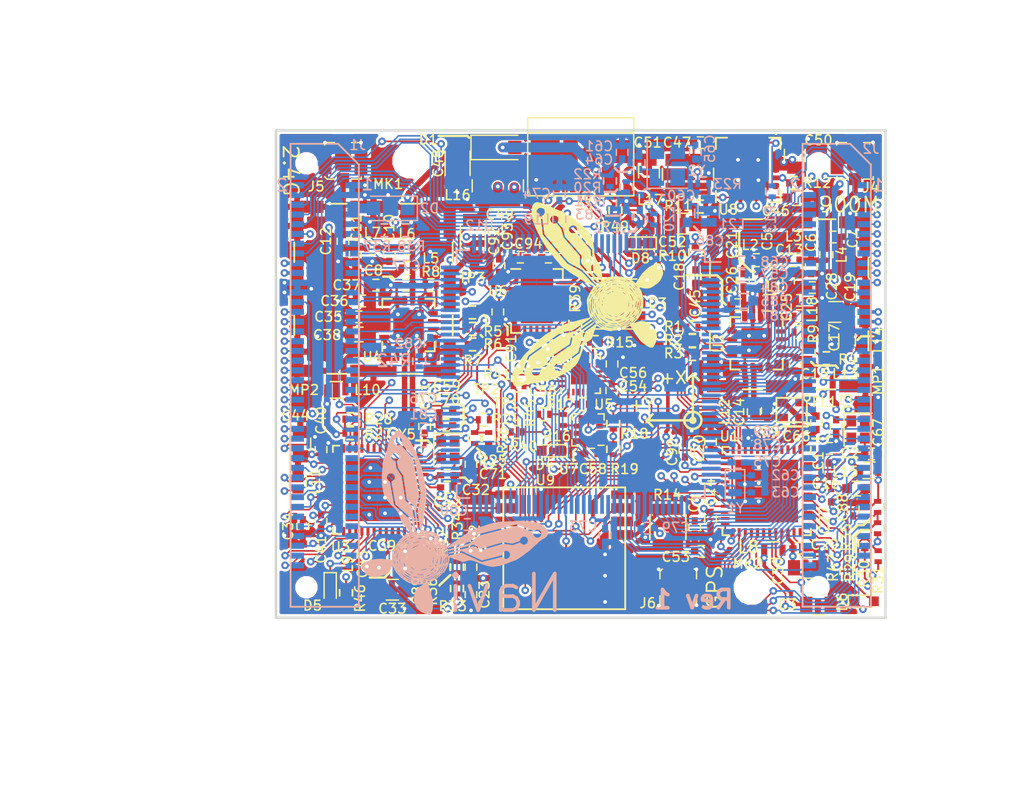
<source format=kicad_pcb>
(kicad_pcb (version 20170123) (host pcbnew "(2017-02-19 revision a416f3a4e)-master")
  (layers (0 F.Cu mixed) (1 In1.Cu power) (2 In2.Cu mixed) (31 B.Cu mixed) (34 B.Paste user) (35 F.Paste user) (36 B.SilkS user) (37 F.SilkS user) (38 B.Mask user) (39 F.Mask user) (44 Edge.Cuts user))
  (net 0 "")
  (net 1 "Net-(C4-Pad1)")
  (net 2 GND)
  (net 3 "Net-(U1-Pad2)")
  (net 4 "Net-(U1-Pad3)")
  (net 5 "Net-(L8-Pad1)")
  (net 6 "Net-(R1-Pad1)")
  (net 7 "Net-(R2-Pad1)")
  (net 8 "Net-(R3-Pad1)")
  (net 9 "Net-(R4-Pad2)")
  (net 10 "/2.4 GHz Radio/VDD_CC2592")
  (net 11 "/2.4 GHz Radio/VDDR_CC2650")
  (net 12 "/2.4 GHz Radio/VDDS_CC2650")
  (net 13 "Net-(L9-Pad2)")
  (net 14 +3V3)
  (net 15 "Net-(R7-Pad1)")
  (net 16 "Net-(R6-Pad1)")
  (net 17 "Net-(R5-Pad1)")
  (net 18 "Net-(R8-Pad2)")
  (net 19 "/900MHz Radio/VDDS_CC1310")
  (net 20 "/900MHz Radio/VDD_CC1190")
  (net 21 "Net-(R9-Pad1)")
  (net 22 "Net-(R10-Pad1)")
  (net 23 "Net-(C45-Pad1)")
  (net 24 "Net-(C49-Pad1)")
  (net 25 "Net-(R11-Pad1)")
  (net 26 "Net-(C47-Pad1)")
  (net 27 /Power/BIAS)
  (net 28 "Net-(C47-Pad2)")
  (net 29 "Net-(U8-Pad19)")
  (net 30 "Net-(U9-Pad18)")
  (net 31 /GPS/RF_GPS_ANT)
  (net 32 "Net-(U9-Pad13)")
  (net 33 "Net-(C53-Pad1)")
  (net 34 "Net-(R14-Pad2)")
  (net 35 "Net-(R16-Pad2)")
  (net 36 "Net-(C55-Pad1)")
  (net 37 "Net-(C58-Pad1)")
  (net 38 /GPS/GPS-Rx)
  (net 39 /GPS/GPS-Tx)
  (net 40 "Net-(C56-Pad1)")
  (net 41 "Net-(J3-Pad4)")
  (net 42 "Net-(C48-Pad1)")
  (net 43 +BATT)
  (net 44 VUSB)
  (net 45 "Net-(C15-Pad2)")
  (net 46 "Net-(L18-Pad1)")
  (net 47 "Net-(C34-Pad1)")
  (net 48 "/900MHz Radio/RF50_900_3")
  (net 49 "/900MHz Radio/RF50_900_2")
  (net 50 /GNC_Processor/VBUS_DETECT)
  (net 51 "/900MHz Radio/RF50_900_PA")
  (net 52 "/900MHz Radio/RF50_900_4")
  (net 53 "/2.4 GHz Radio/RF50_2.4_3")
  (net 54 "/2.4 GHz Radio/RF50_2.4_2")
  (net 55 "/2.4 GHz Radio/RF50_2.4_1")
  (net 56 "/900MHz Radio/RF50_900_ANT")
  (net 57 "/900MHz Radio/RF50_900_6")
  (net 58 "/900MHz Radio/RF50_900_5")
  (net 59 "/900MHz Radio/RF50_900_7")
  (net 60 "/2.4 GHz Radio/RF50_2.4_N")
  (net 61 "/2.4 GHz Radio/RF50_2.4_P")
  (net 62 "/900MHz Radio/RF50_900_1")
  (net 63 "/900MHz Radio/RF50_900_LNA")
  (net 64 "/900MHz Radio/RF50_900_TR")
  (net 65 "/2.4 GHz Radio/RF50_2.4_ANT")
  (net 66 /Connectors/USBD_P)
  (net 67 /Connectors/USBD_N)
  (net 68 "Net-(C63-Pad2)")
  (net 69 "Net-(C62-Pad2)")
  (net 70 "Net-(C70-Pad2)")
  (net 71 "Net-(C71-Pad2)")
  (net 72 "Net-(C66-Pad2)")
  (net 73 "Net-(C67-Pad2)")
  (net 74 "Net-(C65-Pad2)")
  (net 75 "Net-(C64-Pad2)")
  (net 76 "Net-(Y3-Pad2)")
  (net 77 "Net-(Y3-Pad4)")
  (net 78 "Net-(Y5-Pad4)")
  (net 79 "Net-(Y5-Pad2)")
  (net 80 "Net-(U1-Pad5)")
  (net 81 "Net-(U1-Pad4)")
  (net 82 "Net-(U3-Pad4)")
  (net 83 "Net-(U3-Pad3)")
  (net 84 "Net-(Y2-Pad2)")
  (net 85 "Net-(Y2-Pad4)")
  (net 86 "/900MHz Radio/VDDR_CC1310")
  (net 87 "Net-(C57-Pad1)")
  (net 88 "/900MHz Radio/HGM")
  (net 89 "/900MHz Radio/LNA_EN")
  (net 90 "/900MHz Radio/PA_EN")
  (net 91 "Net-(C60-Pad2)")
  (net 92 "Net-(L21-Pad2)")
  (net 93 /GNC_Processor/VDDPLLUSB)
  (net 94 "Net-(C72-Pad1)")
  (net 95 "Net-(C74-Pad1)")
  (net 96 "/2.4 GHz Radio/~RESET")
  (net 97 "/2.4 GHz Radio/HGM")
  (net 98 "/2.4 GHz Radio/LNA_EN")
  (net 99 "/2.4 GHz Radio/PA_EN")
  (net 100 "/900MHz Radio/~RESET")
  (net 101 "Net-(TP3-Pad1)")
  (net 102 /GNC_Processor/IMU-INT)
  (net 103 "Net-(TP1-Pad1)")
  (net 104 /GNC_Processor/~RESET)
  (net 105 /GNC_Processor/IMU-SPI-~CS)
  (net 106 /GNC_Processor/IMU-SPI-MISO)
  (net 107 /GNC_Processor/IMU-SPI-MOSI)
  (net 108 /GNC_Processor/IMU-SPI-CLK)
  (net 109 /900M-Tx)
  (net 110 /2.4G-Tx)
  (net 111 /2.4G-Rx)
  (net 112 /900M-Rx)
  (net 113 /CPU_RESET_2.4)
  (net 114 /900_RESET_CPU)
  (net 115 /900_RESET_2.4)
  (net 116 /900_RESET_EXT)
  (net 117 /CPU-SCK)
  (net 118 /CPU-SDA)
  (net 119 /CPU_RESET_900)
  (net 120 /2.4_RESET_900)
  (net 121 /CPU_RESET_EXT)
  (net 122 /2.4_RESET_EXT)
  (net 123 /2.4_RESET_CPU)
  (net 124 /Connectors/AUX_SDA)
  (net 125 /Connectors/AUX_SCL)
  (net 126 /GNC_Processor/GPS-~RESET)
  (net 127 "Net-(U9-Pad5)")
  (net 128 "Net-(U9-Pad4)")
  (net 129 /Connectors/PB12)
  (net 130 /Connectors/PB13)
  (net 131 /Connectors/PA0)
  (net 132 /Connectors/PA1)
  (net 133 "Net-(U7-Pad7)")
  (net 134 /900-TCKC)
  (net 135 /900-TMSC)
  (net 136 /2.4-TCKC)
  (net 137 /2.4-TMSC)
  (net 138 /Power-~SHDN~)
  (net 139 /Power-Good)
  (net 140 /GNC_Processor/VBATT)
  (net 141 /Connectors/PD31)
  (net 142 /Connectors/900-ADIO-30)
  (net 143 /Connectors/900-ADIO-29)
  (net 144 /Connectors/900-ADIO-28)
  (net 145 /Connectors/900-ADIO-27)
  (net 146 /Connectors/900-ADIO-26)
  (net 147 /Connectors/900-ADIO-25)
  (net 148 /Connectors/900-ADIO-24)
  (net 149 /Connectors/900-ADIO-23)
  (net 150 /Connectors/2.4-DIO-15)
  (net 151 /Connectors/2.4-DIO-14)
  (net 152 /Connectors/2.4-DIO-13)
  (net 153 /Connectors/2.4-DIO-12)
  (net 154 /Connectors/2.4-DIO-11)
  (net 155 /Connectors/2.4-DIO-10)
  (net 156 /Connectors/2.4-DIO-9)
  (net 157 /Connectors/2.4-DIO-8)
  (net 158 /Connectors/2.4-DIO-17)
  (net 159 /Connectors/2.4-DIO-16)
  (net 160 /Connectors/2.4-DIO-20)
  (net 161 /Connectors/2.4-DIO-19)
  (net 162 /Connectors/2.4-DIO-18)
  (net 163 /Connectors/2.4-ADIO-30)
  (net 164 /Connectors/2.4-ADIO-29)
  (net 165 /Connectors/2.4-ADIO-28)
  (net 166 /Connectors/2.4-ADIO-27)
  (net 167 /Connectors/2.4-ADIO-26)
  (net 168 /Connectors/2.4-ADIO-25)
  (net 169 /Connectors/2.4-ADIO-24)
  (net 170 /Connectors/2.4-ADIO-23)
  (net 171 /Connectors/PD17)
  (net 172 /Connectors/PC28)
  (net 173 /Connectors/PD16)
  (net 174 /Connectors/PC8)
  (net 175 /Connectors/PC10)
  (net 176 /Connectors/PB7)
  (net 177 /Connectors/PC9)
  (net 178 /Connectors/PD15)
  (net 179 /Connectors/PB4)
  (net 180 /Connectors/PC17)
  (net 181 /Connectors/PD10)
  (net 182 /Connectors/PC16)
  (net 183 /Connectors/PD11)
  (net 184 /Connectors/PC14)
  (net 185 /Connectors/2.4-DIO-7)
  (net 186 /Connectors/PB6)
  (net 187 /Connectors/PC11)
  (net 188 /Connectors/PD8)
  (net 189 /Connectors/PA28)
  (net 190 /Connectors/PC18)
  (net 191 /Connectors/PD9)
  (net 192 /Connectors/PB5)
  (net 193 /Connectors/PC21)
  (net 194 /Connectors/PD6)
  (net 195 /Connectors/PC20)
  (net 196 /Connectors/PD7)
  (net 197 /Connectors/PA31)
  (net 198 /Connectors/PC19)
  (net 199 /Connectors/PA30)
  (net 200 /Connectors/PE3)
  (net 201 /Connectors/PE2)
  (net 202 /Connectors/PE1)
  (net 203 /Connectors/PE0)
  (net 204 /Connectors/PD0)
  (net 205 /Connectors/PC0)
  (net 206 /Connectors/PE5)
  (net 207 /Connectors/PE4)
  (net 208 /Connectors/PB2)
  (net 209 /Connectors/PA17)
  (net 210 /Connectors/PA18)
  (net 211 /Connectors/PA19)
  (net 212 /Connectors/PA20)
  (net 213 /Connectors/PB0)
  (net 214 /Connectors/PB1)
  (net 215 /Connectors/PC13)
  (net 216 /Connectors/PC15)
  (net 217 /Connectors/PC12)
  (net 218 /Connectors/PC29)
  (net 219 /Connectors/PC30)
  (net 220 /Connectors/PC31)
  (net 221 /Connectors/PC26)
  (net 222 /Connectors/PC27)
  (net 223 /Connectors/PA21)
  (net 224 /Connectors/PB3)
  (net 225 /Connectors/900-DIO-20)
  (net 226 /Connectors/900-DIO-16)
  (net 227 /Connectors/900-DIO-21)
  (net 228 /Connectors/900-DIO-18)
  (net 229 /Connectors/900-DIO-17)
  (net 230 /Connectors/900-DIO-22)
  (net 231 /Connectors/900-DIO-19)
  (net 232 /Connectors/PC25)
  (net 233 /Connectors/PD1)
  (net 234 /Connectors/PD2)
  (net 235 /Connectors/PC24)
  (net 236 /Connectors/PD3)
  (net 237 /Connectors/PC23)
  (net 238 /Connectors/PD4)
  (net 239 /Connectors/PD5)
  (net 240 /Connectors/PC22)
  (net 241 /Connectors/PA29)
  (net 242 /Connectors/PA16)
  (net 243 /Connectors/PA13)
  (net 244 /Connectors/PC4)
  (net 245 /Connectors/PC3)
  (net 246 /Connectors/PC2)
  (net 247 /Connectors/PC1)
  (net 248 /Connectors/PA22)
  (net 249 /Connectors/PC7)
  (net 250 /Connectors/PD27)
  (net 251 /Connectors/PA23)
  (net 252 /Connectors/900-DIO-15)
  (net 253 /Connectors/900-DIO-14)
  (net 254 /Connectors/900-DIO-13)
  (net 255 /Connectors/900-DIO-12)
  (net 256 /Connectors/900-DIO-11)
  (net 257 /Connectors/900-DIO-10)
  (net 258 /Connectors/PD28)
  (net 259 /Connectors/PA27)
  (net 260 /Connectors/PA12)
  (net 261 /Connectors/PA11)
  (net 262 /Connectors/PA26)
  (net 263 /Connectors/PA25)
  (net 264 /Connectors/PC5)
  (net 265 /Connectors/PA24)
  (net 266 /Connectors/PD24)
  (net 267 /Connectors/PC6)
  (net 268 /Connectors/PD26)
  (net 269 /Connectors/PD25)
  (net 270 /Connectors/PA14)
  (net 271 /Connectors/PA15)
  (net 272 "Net-(D4-Pad2)")
  (net 273 "Net-(D5-Pad2)")
  (net 274 "Net-(D3-Pad4)")
  (net 275 "Net-(D6-Pad2)")
  (net 276 "Net-(D8-Pad2)")
  (net 277 "Net-(R39-Pad2)")
  (net 278 "Net-(D3-Pad5)")
  (net 279 "Net-(D3-Pad6)")
  (net 280 "Net-(C93-Pad1)")
  (net 281 "Net-(C92-Pad1)")
  (net 282 "Net-(U6-Pad6)")
  (net 283 "Net-(U6-Pad16)")
  (net 284 "Net-(C94-Pad1)")
  (net 285 "Net-(C93-Pad2)")
  (net 286 "Net-(C92-Pad2)")
  (module RF_Modules:U-BLOX-MAX (layer F.Cu) (at 73.650435 119.300076 180)
    (fp_text reference U9 (at 1.550435 5.600076 180) (layer F.SilkS) (effects (font (size 0.8 0.8) (thickness 0.13))))
    (fp_text value MAX-M8W-0)
    (pad 2 smd rect (at 4.75 3.3 180) (size 1.8 0.8) (layers F.Cu F.Mask) (net 39 /GPS/GPS-Tx))
    (pad 17 smd rect (at -4.75 3.3 180) (size 1.8 0.8) (layers F.Cu F.Mask) (net 117 /CPU-SCK))
    (pad 3 smd rect (at 4.75 2.2 180) (size 1.8 0.8) (layers F.Cu F.Mask) (net 38 /GPS/GPS-Rx))
    (pad 16 smd rect (at -4.75 2.2 180) (size 1.8 0.8) (layers F.Cu F.Mask) (net 118 /CPU-SDA))
    (pad 4 smd rect (at 4.75 1.1 180) (size 1.8 0.8) (layers F.Cu F.Mask) (net 128 "Net-(U9-Pad4)"))
    (pad 15 smd rect (at -4.75 1.1 180) (size 1.8 0.8) (layers F.Cu F.Mask) (net 34 "Net-(R14-Pad2)"))
    (pad 5 smd rect (at 4.75 0 180) (size 1.8 0.8) (layers F.Cu F.Mask) (net 127 "Net-(U9-Pad5)"))
    (pad 14 smd rect (at -4.75 0 180) (size 1.8 0.8) (layers F.Cu F.Mask) (net 33 "Net-(C53-Pad1)"))
    (pad 6 smd rect (at 4.75 -1.1 180) (size 1.8 0.8) (layers F.Cu F.Mask) (net 14 +3V3))
    (pad 13 smd rect (at -4.75 -1.1 180) (size 1.8 0.8) (layers F.Cu F.Mask) (net 32 "Net-(U9-Pad13)"))
    (pad 7 smd rect (at 4.75 -2.2 180) (size 1.8 0.8) (layers F.Cu F.Mask) (net 14 +3V3))
    (pad 12 smd rect (at -4.75 -2.2 180) (size 1.8 0.8) (layers F.Cu F.Mask) (net 2 GND))
    (pad 8 smd rect (at 4.75 -3.3 180) (size 1.8 0.8) (layers F.Cu F.Mask) (net 14 +3V3))
    (pad 11 smd rect (at -4.75 -3.3 180) (size 1.8 0.8) (layers F.Cu F.Mask) (net 31 /GPS/RF_GPS_ANT))
    (pad 1 smd rect (at 4.75 4.4 180) (size 1.8 0.7) (layers F.Cu F.Mask) (net 2 GND))
    (pad 18 smd rect (at -4.75 4.4 180) (size 1.8 0.7) (layers F.Cu F.Mask) (net 30 "Net-(U9-Pad18)"))
    (pad 9 smd rect (at 4.75 -4.4 180) (size 1.8 0.7) (layers F.Cu F.Mask) (net 126 /GNC_Processor/GPS-~RESET))
    (pad 10 smd rect (at -4.75 -4.4 180) (size 1.8 0.7) (layers F.Cu F.Mask) (net 2 GND))
  )
  (module Inductors_SMD:L_0603 (layer F.Cu) (at 90.8 119.45 180)
    (fp_text reference L8 (at 2.05 0.25 180) (layer F.SilkS))
    (fp_text value BRL1608T6R8M)
    (pad 1 smd rect (at -0.75 0 180) (size 0.5 0.9) (layers F.Cu F.Paste F.Mask) (net 5 "Net-(L8-Pad1)"))
    (pad 2 smd rect (at 0.75 0 180) (size 0.5 0.9) (layers F.Cu F.Paste F.Mask) (net 86 "/900MHz Radio/VDDR_CC1310"))
  )
  (module Resistors_SMD:R_0402 (layer B.Cu) (at 61.75 103.95 270)
    (fp_text reference R42 (at -0.05 2.05) (layer B.SilkS) (effects (justify mirror)))
    (fp_text value 10k)
    (pad 1 smd rect (at -0.45 0 270) (size 0.4 0.6) (layers B.Cu B.Paste B.Mask) (net 14 +3V3))
    (pad 2 smd rect (at 0.45 0 270) (size 0.4 0.6) (layers B.Cu B.Paste B.Mask) (net 105 /GNC_Processor/IMU-SPI-~CS))
  )
  (module Symbols:NaviLOGO (layer B.Cu) (at 63.1 118.95 155)
    (fp_text reference U10 hide)
    (fp_text value Logo hide)
  )
  (module Symbols:NaviLOGO (layer F.Cu) (at 76.2 99.45 75)
    (fp_text reference U11 hide)
    (fp_text value Logo hide)
  )
  (module Resistors_SMD:R_0402 (layer F.Cu) (at 69.75 109.75 180)
    (fp_text reference R40 (at -0.55 -1.2 180) (layer F.SilkS) (effects (font (size 0.8 0.8) (thickness 0.13))))
    (fp_text value DNP)
    (pad 2 smd rect (at 0.45 0 180) (size 0.4 0.6) (layers F.Cu F.Paste F.Mask) (net 117 /CPU-SCK))
    (pad 1 smd rect (at -0.45 0 180) (size 0.4 0.6) (layers F.Cu F.Paste F.Mask) (net 108 /GNC_Processor/IMU-SPI-CLK))
  )
  (module Resistors_SMD:R_0402 (layer F.Cu) (at 69.9 105.95 180)
    (fp_text reference R41 (at 1.75 0.9 180) (layer F.SilkS) (effects (font (size 0.8 0.8) (thickness 0.13))))
    (fp_text value DNP)
    (pad 1 smd rect (at -0.45 0 180) (size 0.4 0.6) (layers F.Cu F.Paste F.Mask) (net 107 /GNC_Processor/IMU-SPI-MOSI))
    (pad 2 smd rect (at 0.45 0 180) (size 0.4 0.6) (layers F.Cu F.Paste F.Mask) (net 118 /CPU-SDA))
  )
  (module LEDs:LED_PLCC6_3.4x3.4mm (layer F.Cu) (at 77.8 99.2 180)
    (fp_text reference D3 (at -3.5 0 180) (layer F.SilkS) (effects (font (size 0.8 0.8) (thickness 0.13))))
    (fp_text value CLX6D-FKB-CMPQSGKBB7A363)
    (pad 6 smd rect (at 1.75 -1 180) (size 1.5 0.7) (layers F.Cu F.Paste F.Mask) (net 279 "Net-(D3-Pad6)"))
    (pad 5 smd rect (at 1.75 0 180) (size 1.5 0.7) (layers F.Cu F.Paste F.Mask) (net 278 "Net-(D3-Pad5)"))
    (pad 4 smd rect (at 1.75 1 180) (size 1.5 0.7) (layers F.Cu F.Paste F.Mask) (net 274 "Net-(D3-Pad4)"))
    (pad 3 smd rect (at -1.75 1 180) (size 1.5 0.7) (layers F.Cu F.Paste F.Mask) (net 2 GND))
    (pad 2 smd rect (at -1.75 0 180) (size 1.5 0.7) (layers F.Cu F.Paste F.Mask) (net 2 GND))
    (pad 1 smd rect (at -1.75 -1 180) (size 1.5 0.7) (layers F.Cu F.Paste F.Mask) (net 2 GND))
  )
  (module Capacitors_SMD:C_0402 (layer B.Cu) (at 88.2 95.8)
    (fp_text reference C68 (at 2.7 0) (layer B.SilkS) (effects (font (size 0.8 0.8) (thickness 0.13)) (justify mirror)))
    (fp_text value 1u)
    (pad 1 smd rect (at -0.55 0) (size 0.6 0.5) (layers B.Cu B.Paste B.Mask) (net 87 "Net-(C57-Pad1)"))
    (pad 2 smd rect (at 0.55 0) (size 0.6 0.5) (layers B.Cu B.Paste B.Mask) (net 2 GND))
  )
  (module Capacitors_SMD:C_0402 (layer B.Cu) (at 78.400526 86.799723 90)
    (fp_text reference C61 (at 0.499723 -1.900526 180) (layer B.SilkS) (effects (font (size 0.8 0.8) (thickness 0.13)) (justify mirror)))
    (fp_text value 1u)
    (pad 2 smd rect (at 0.55 0 90) (size 0.6 0.5) (layers B.Cu B.Paste B.Mask) (net 2 GND))
    (pad 1 smd rect (at -0.55 0 90) (size 0.6 0.5) (layers B.Cu B.Paste B.Mask) (net 44 VUSB))
  )
  (module Capacitors_SMD:C_0402 (layer F.Cu) (at 72.35 95.4)
    (fp_text reference C94 (at -1.65 -1.1) (layer F.SilkS) (effects (font (size 0.8 0.8) (thickness 0.13))))
    (fp_text value 1u)
    (pad 1 smd rect (at -0.55 0) (size 0.6 0.5) (layers F.Cu F.Paste F.Mask) (net 284 "Net-(C94-Pad1)"))
    (pad 2 smd rect (at 0.55 0) (size 0.6 0.5) (layers F.Cu F.Paste F.Mask) (net 2 GND))
  )
  (module Capacitors_SMD:C_0402 (layer F.Cu) (at 68.3 96.1 90)
    (fp_text reference C92 (at 2 -0.4 90) (layer F.SilkS) (effects (font (size 0.8 0.8) (thickness 0.13))))
    (fp_text value GRM155R61C474KE01D)
    (pad 2 smd rect (at 0.55 0 90) (size 0.6 0.5) (layers F.Cu F.Paste F.Mask) (net 286 "Net-(C92-Pad2)"))
    (pad 1 smd rect (at -0.55 0 90) (size 0.6 0.5) (layers F.Cu F.Paste F.Mask) (net 281 "Net-(C92-Pad1)"))
  )
  (module Capacitors_SMD:C_0402 (layer F.Cu) (at 68.2 99.9 270)
    (fp_text reference C91 (at 3 -1.1 90) (layer F.SilkS) (effects (font (size 0.8 0.8) (thickness 0.13))))
    (fp_text value 1u)
    (pad 1 smd rect (at -0.55 0 270) (size 0.6 0.5) (layers F.Cu F.Paste F.Mask) (net 14 +3V3))
    (pad 2 smd rect (at 0.55 0 270) (size 0.6 0.5) (layers F.Cu F.Paste F.Mask) (net 2 GND))
  )
  (module Capacitors_SMD:C_0402 (layer B.Cu) (at 88.4 100.25)
    (fp_text reference C87 (at 2.5 -0.05) (layer B.SilkS) (effects (font (size 0.8 0.8) (thickness 0.13)) (justify mirror)))
    (fp_text value 1u)
    (pad 1 smd rect (at -0.55 0) (size 0.6 0.5) (layers B.Cu B.Paste B.Mask) (net 14 +3V3))
    (pad 2 smd rect (at 0.55 0) (size 0.6 0.5) (layers B.Cu B.Paste B.Mask) (net 2 GND))
  )
  (module Capacitors_SMD:C_0402 (layer F.Cu) (at 94.000435 97.900076)
    (fp_text reference C28 (at 1.599565 -0.100076 90) (layer F.SilkS) (effects (font (size 0.8 0.8) (thickness 0.13))))
    (fp_text value 1u)
    (pad 1 smd rect (at -0.55 0) (size 0.6 0.5) (layers F.Cu F.Paste F.Mask) (net 20 "/900MHz Radio/VDD_CC1190"))
    (pad 2 smd rect (at 0.55 0) (size 0.6 0.5) (layers F.Cu F.Paste F.Mask) (net 2 GND))
  )
  (module Capacitors_SMD:C_0402 (layer F.Cu) (at 84.35 117.6 270)
    (fp_text reference C4 (at -2 0.05 270) (layer F.SilkS) (effects (font (size 0.8 0.8) (thickness 0.13))))
    (fp_text value 1u)
    (pad 2 smd rect (at 0.55 0 270) (size 0.6 0.5) (layers F.Cu F.Paste F.Mask) (net 2 GND))
    (pad 1 smd rect (at -0.55 0 270) (size 0.6 0.5) (layers F.Cu F.Paste F.Mask) (net 1 "Net-(C4-Pad1)"))
  )
  (module Capacitors_SMD:C_0402 (layer F.Cu) (at 70.05 95.4)
    (fp_text reference C93 (at -1.05 -1.7 90) (layer F.SilkS) (effects (font (size 0.8 0.8) (thickness 0.13))))
    (fp_text value GRM155R61C474KE01D)
    (pad 2 smd rect (at 0.55 0) (size 0.6 0.5) (layers F.Cu F.Paste F.Mask) (net 285 "Net-(C93-Pad2)"))
    (pad 1 smd rect (at -0.55 0) (size 0.6 0.5) (layers F.Cu F.Paste F.Mask) (net 280 "Net-(C93-Pad1)"))
  )
  (module Capacitors_SMD:C_0402 (layer F.Cu) (at 56.800435 100.300076 180)
    (fp_text reference C35 (at 2.500435 0.000076 180) (layer F.SilkS) (effects (font (size 0.8 0.8) (thickness 0.13))))
    (fp_text value 1u)
    (pad 2 smd rect (at 0.55 0 180) (size 0.6 0.5) (layers F.Cu F.Paste F.Mask) (net 2 GND))
    (pad 1 smd rect (at -0.55 0 180) (size 0.6 0.5) (layers F.Cu F.Paste F.Mask) (net 10 "/2.4 GHz Radio/VDD_CC2592"))
  )
  (module Capacitors_SMD:C_0402 (layer F.Cu) (at 52.2 117.5 270)
    (fp_text reference C34 (at 0 1.2 270) (layer F.SilkS) (effects (font (size 0.8 0.8) (thickness 0.13))))
    (fp_text value 1u)
    (pad 1 smd rect (at -0.55 0 270) (size 0.6 0.5) (layers F.Cu F.Paste F.Mask) (net 47 "Net-(C34-Pad1)"))
    (pad 2 smd rect (at 0.55 0 270) (size 0.6 0.5) (layers F.Cu F.Paste F.Mask) (net 2 GND))
  )
  (module Housings_DFN_QFN:QFN-24-1EP_4x5mm_Pitch0.5mm (layer F.Cu) (at 71.409296 98.997972)
    (fp_text reference U6 (at -3.209296 -0.797972) (layer F.SilkS) (effects (font (size 0.8 0.8) (thickness 0.13))))
    (fp_text value LP5521YQ/NOPB)
    (pad 1 smd rect (at -1.9 -1.5) (size 0.7 0.25) (layers F.Cu F.Paste F.Mask) (net 280 "Net-(C93-Pad1)"))
    (pad 2 smd rect (at -1.9 -1) (size 0.7 0.25) (layers F.Cu F.Paste F.Mask) (net 281 "Net-(C92-Pad1)"))
    (pad 3 smd rect (at -1.9 -0.5) (size 0.7 0.25) (layers F.Cu F.Paste F.Mask) (net 14 +3V3))
    (pad 4 smd rect (at -1.9 0) (size 0.7 0.25) (layers F.Cu F.Paste F.Mask) (net 2 GND))
    (pad 5 smd rect (at -1.9 0.5) (size 0.7 0.25) (layers F.Cu F.Paste F.Mask) (net 2 GND))
    (pad 6 smd rect (at -1.9 1) (size 0.7 0.25) (layers F.Cu F.Paste F.Mask) (net 282 "Net-(U6-Pad6)"))
    (pad 7 smd rect (at -1.9 1.5) (size 0.7 0.25) (layers F.Cu F.Paste F.Mask) (net 2 GND))
    (pad 8 smd rect (at -1 2.4 90) (size 0.7 0.25) (layers F.Cu F.Paste F.Mask))
    (pad 9 smd rect (at -0.5 2.4 90) (size 0.7 0.25) (layers F.Cu F.Paste F.Mask))
    (pad 10 smd rect (at 0 2.4 90) (size 0.7 0.25) (layers F.Cu F.Paste F.Mask))
    (pad 11 smd rect (at 0.5 2.4 90) (size 0.7 0.25) (layers F.Cu F.Paste F.Mask))
    (pad 12 smd rect (at 1 2.4 90) (size 0.7 0.25) (layers F.Cu F.Paste F.Mask))
    (pad 13 smd rect (at 1.9 1.5) (size 0.7 0.25) (layers F.Cu F.Paste F.Mask) (net 118 /CPU-SDA))
    (pad 14 smd rect (at 1.9 1) (size 0.7 0.25) (layers F.Cu F.Paste F.Mask) (net 277 "Net-(R39-Pad2)"))
    (pad 15 smd rect (at 1.9 0.5) (size 0.7 0.25) (layers F.Cu F.Paste F.Mask) (net 117 /CPU-SCK))
    (pad 16 smd rect (at 1.9 0) (size 0.7 0.25) (layers F.Cu F.Paste F.Mask) (net 283 "Net-(U6-Pad16)"))
    (pad 17 smd rect (at 1.9 -0.5) (size 0.7 0.25) (layers F.Cu F.Paste F.Mask) (net 274 "Net-(D3-Pad4)"))
    (pad 18 smd rect (at 1.9 -1) (size 0.7 0.25) (layers F.Cu F.Paste F.Mask) (net 278 "Net-(D3-Pad5)"))
    (pad 19 smd rect (at 1.9 -1.5) (size 0.7 0.25) (layers F.Cu F.Paste F.Mask) (net 279 "Net-(D3-Pad6)"))
    (pad 20 smd rect (at 1 -2.4 90) (size 0.7 0.25) (layers F.Cu F.Paste F.Mask) (net 2 GND))
    (pad 21 smd rect (at 0.5 -2.4 90) (size 0.7 0.25) (layers F.Cu F.Paste F.Mask) (net 2 GND))
    (pad 22 smd rect (at 0 -2.4 90) (size 0.7 0.25) (layers F.Cu F.Paste F.Mask) (net 284 "Net-(C94-Pad1)"))
    (pad 23 smd rect (at -0.5 -2.4 90) (size 0.7 0.25) (layers F.Cu F.Paste F.Mask) (net 285 "Net-(C93-Pad2)"))
    (pad 24 smd rect (at -1 -2.4 90) (size 0.7 0.25) (layers F.Cu F.Paste F.Mask) (net 286 "Net-(C92-Pad2)"))
    (pad 25 smd rect (at 0.6625 0.9125) (size 1.325 1.825) (layers F.Cu F.Paste F.Mask))
    (pad 25 smd rect (at 0.6625 -0.9125) (size 1.325 1.825) (layers F.Cu F.Paste F.Mask))
    (pad 25 smd rect (at -0.6625 0.9125) (size 1.325 1.825) (layers F.Cu F.Paste F.Mask))
    (pad 25 smd rect (at -0.6625 -0.9125) (size 1.325 1.825) (layers F.Cu F.Paste F.Mask))
  )
  (module LEDs:LED_0603 (layer F.Cu) (at 79.9 94.25 180)
    (fp_text reference D8 (at 0 -1.25 180) (layer F.SilkS) (effects (font (size 0.8 0.8) (thickness 0.13))))
    (fp_text value MF-LED-0603-GREEN)
    (pad 2 smd rect (at 0.8 0) (size 0.8 0.8) (layers F.Cu F.Paste F.Mask) (net 276 "Net-(D8-Pad2)"))
    (pad 1 smd rect (at -0.8 0) (size 0.8 0.8) (layers F.Cu F.Paste F.Mask) (net 2 GND))
  )
  (module Resistors_SMD:R_0402 (layer F.Cu) (at 77.85 91.55 270)
    (fp_text reference R49 (at 1.35 0.05) (layer F.SilkS) (effects (font (size 0.8 0.8) (thickness 0.13))))
    (fp_text value 10k)
    (pad 1 smd rect (at -0.45 0 270) (size 0.4 0.6) (layers F.Cu F.Paste F.Mask) (net 44 VUSB))
    (pad 2 smd rect (at 0.45 0 270) (size 0.4 0.6) (layers F.Cu F.Paste F.Mask) (net 276 "Net-(D8-Pad2)"))
  )
  (module LEDs:LED_0603 (layer F.Cu) (at 54.45 122.6 270)
    (fp_text reference D5 (at 1.4 1.45) (layer F.SilkS) (effects (font (size 0.8 0.8) (thickness 0.13))))
    (fp_text value MF-LED-0603-GREEN)
    (pad 1 smd rect (at -0.8 0 90) (size 0.8 0.8) (layers F.Cu F.Paste F.Mask) (net 160 /Connectors/2.4-DIO-20))
    (pad 2 smd rect (at 0.8 0 90) (size 0.8 0.8) (layers F.Cu F.Paste F.Mask) (net 273 "Net-(D5-Pad2)"))
  )
  (module LEDs:LED_0603 (layer F.Cu) (at 72.6 111.3 180)
    (fp_text reference D4 (at 0.55 -1.15) (layer F.SilkS) (effects (font (size 0.8 0.8) (thickness 0.13))))
    (fp_text value MF-LED-0603-GREEN)
    (pad 2 smd rect (at 0.8 0) (size 0.8 0.8) (layers F.Cu F.Paste F.Mask) (net 272 "Net-(D4-Pad2)"))
    (pad 1 smd rect (at -0.8 0) (size 0.8 0.8) (layers F.Cu F.Paste F.Mask) (net 2 GND))
  )
  (module LEDs:LED_0603 (layer F.Cu) (at 98.25 123.65)
    (fp_text reference D6 (at -1.8 0.05 90) (layer F.SilkS) (effects (font (size 0.8 0.8) (thickness 0.13))))
    (fp_text value MF-LED-0603-RED)
    (pad 2 smd rect (at 0.8 0 180) (size 0.8 0.8) (layers F.Cu F.Paste F.Mask) (net 275 "Net-(D6-Pad2)"))
    (pad 1 smd rect (at -0.8 0 180) (size 0.8 0.8) (layers F.Cu F.Paste F.Mask) (net 225 /Connectors/900-DIO-20))
  )
  (module Resistors_SMD:R_0402 (layer F.Cu) (at 74.55 100.85 90)
    (fp_text reference R39 (at 2.05 0 90) (layer F.SilkS) (effects (font (size 0.8 0.8) (thickness 0.13))))
    (fp_text value 10k)
    (pad 1 smd rect (at -0.45 0 90) (size 0.4 0.6) (layers F.Cu F.Paste F.Mask) (net 14 +3V3))
    (pad 2 smd rect (at 0.45 0 90) (size 0.4 0.6) (layers F.Cu F.Paste F.Mask) (net 277 "Net-(R39-Pad2)"))
  )
  (module Resistors_SMD:R_0402 (layer F.Cu) (at 96.8 121.2 270)
    (fp_text reference R47 (at -0.3 1.1 270) (layer F.SilkS) (effects (font (size 0.8 0.8) (thickness 0.13))))
    (fp_text value 1k)
    (pad 1 smd rect (at -0.45 0 270) (size 0.4 0.6) (layers F.Cu F.Paste F.Mask) (net 14 +3V3))
    (pad 2 smd rect (at 0.45 0 270) (size 0.4 0.6) (layers F.Cu F.Paste F.Mask) (net 275 "Net-(D6-Pad2)"))
  )
  (module Resistors_SMD:R_0402 (layer F.Cu) (at 55.75 122.95 270)
    (fp_text reference R46 (at 0.45 -1.15 270) (layer F.SilkS) (effects (font (size 0.8 0.8) (thickness 0.13))))
    (fp_text value 1k)
    (pad 1 smd rect (at -0.45 0 270) (size 0.4 0.6) (layers F.Cu F.Paste F.Mask) (net 14 +3V3))
    (pad 2 smd rect (at 0.45 0 270) (size 0.4 0.6) (layers F.Cu F.Paste F.Mask) (net 273 "Net-(D5-Pad2)"))
  )
  (module Resistors_SMD:R_0402 (layer F.Cu) (at 72 108.3 180)
    (fp_text reference R45 (at 1.15 0.1 270) (layer F.SilkS) (effects (font (size 0.8 0.8) (thickness 0.13))))
    (fp_text value 10k)
    (pad 2 smd rect (at 0.45 0 180) (size 0.4 0.6) (layers F.Cu F.Paste F.Mask) (net 272 "Net-(D4-Pad2)"))
    (pad 1 smd rect (at -0.45 0 180) (size 0.4 0.6) (layers F.Cu F.Paste F.Mask) (net 14 +3V3))
  )
  (module Resistors_SMD:R_0402 (layer F.Cu) (at 67.45 110.25 90)
    (fp_text reference R26 (at -0.15 1.15 270) (layer F.SilkS) (effects (font (size 0.8 0.8) (thickness 0.13))))
    (fp_text value 1k)
    (pad 1 smd rect (at -0.45 0 90) (size 0.4 0.6) (layers F.Cu F.Paste F.Mask) (net 119 /CPU_RESET_900))
    (pad 2 smd rect (at 0.45 0 90) (size 0.4 0.6) (layers F.Cu F.Paste F.Mask) (net 104 /GNC_Processor/~RESET))
  )
  (module Crystals:Crystal_SMD_2016-4pin_2.0x1.6mm (layer F.Cu) (at 64.100435 111.200076 270)
    (fp_text reference Y5 (at -1.250076 3.350435) (layer F.SilkS) (effects (font (size 0.8 0.8) (thickness 0.13))))
    (fp_text value XRCGB24M000F2P00R0)
    (pad 4 smd rect (at -0.7 -0.55 270) (size 0.9 0.8) (layers F.Cu F.Mask) (net 78 "Net-(Y5-Pad4)"))
    (pad 3 smd rect (at 0.7 -0.55 270) (size 0.9 0.8) (layers F.Cu F.Mask) (net 71 "Net-(C71-Pad2)"))
    (pad 2 smd rect (at 0.7 0.55 270) (size 0.9 0.8) (layers F.Cu F.Mask) (net 79 "Net-(Y5-Pad2)"))
    (pad 1 smd rect (at -0.7 0.55 270) (size 0.9 0.8) (layers F.Cu F.Mask) (net 70 "Net-(C70-Pad2)"))
  )
  (module Crystals:Crystal_SMD_2016-4pin_2.0x1.6mm (layer F.Cu) (at 97.75 109.55 270)
    (fp_text reference Y3 (at -2.25 0.95 90) (layer F.SilkS) (effects (font (size 0.8 0.8) (thickness 0.13))))
    (fp_text value XRCGB24M000F2P00R0)
    (pad 4 smd rect (at -0.7 -0.55 270) (size 0.9 0.8) (layers F.Cu F.Mask) (net 77 "Net-(Y3-Pad4)"))
    (pad 3 smd rect (at 0.7 -0.55 270) (size 0.9 0.8) (layers F.Cu F.Mask) (net 73 "Net-(C67-Pad2)"))
    (pad 2 smd rect (at 0.7 0.55 270) (size 0.9 0.8) (layers F.Cu F.Mask) (net 76 "Net-(Y3-Pad2)"))
    (pad 1 smd rect (at -0.7 0.55 270) (size 0.9 0.8) (layers F.Cu F.Mask) (net 72 "Net-(C66-Pad2)"))
  )
  (module Capacitors_SMD:C_0402 (layer F.Cu) (at 83.55 111.25 90)
    (fp_text reference C90 (at -0.15 -1.05 90) (layer F.SilkS) (effects (font (size 0.8 0.8) (thickness 0.13))))
    (fp_text value 0.1u)
    (pad 2 smd rect (at 0.55 0 90) (size 0.6 0.5) (layers F.Cu F.Paste F.Mask) (net 2 GND))
    (pad 1 smd rect (at -0.55 0 90) (size 0.6 0.5) (layers F.Cu F.Paste F.Mask) (net 140 /GNC_Processor/VBATT))
  )
  (module Measurement_Points:Measurement_Point_Round-SMD-Pad_Very_Small (layer F.Cu) (at 66.100526 98.249723)
    (fp_text reference TP3 (at -0.000526 -1.149723 180) (layer F.SilkS) (effects (font (size 0.8 0.8) (thickness 0.13))))
    (fp_text value JTAGSEL)
    (pad 1 smd circle (at 0 0) (size 0.5 0.5) (layers F.Cu F.Mask) (net 101 "Net-(TP3-Pad1)"))
  )
  (module Measurement_Points:Measurement_Point_Round-SMD-Pad_Very_Small (layer F.Cu) (at 65.6 106.750002)
    (fp_text reference TP2 (at 1.65 -0.500002) (layer F.SilkS) (effects (font (size 0.8 0.8) (thickness 0.13))))
    (fp_text value ERASE)
    (pad 1 smd circle (at 0 0) (size 0.5 0.5) (layers F.Cu F.Mask) (net 129 /Connectors/PB12))
  )
  (module Measurement_Points:Measurement_Point_Round-SMD-Pad_Very_Small (layer F.Cu) (at 67.150526 107.399723)
    (fp_text reference TP1 (at 1.749474 0.000277) (layer F.SilkS) (effects (font (size 0.8 0.8) (thickness 0.13))))
    (fp_text value TST)
    (pad 1 smd circle (at 0 0) (size 0.5 0.5) (layers F.Cu F.Mask) (net 103 "Net-(TP1-Pad1)"))
  )
  (module Resistors_SMD:R_0402 (layer B.Cu) (at 58.900526 93.199723 180)
    (fp_text reference R37 (at 0.600526 -1.300277 180) (layer B.SilkS) (effects (font (size 0.8 0.8) (thickness 0.13)) (justify mirror)))
    (fp_text value 100k)
    (pad 2 smd rect (at 0.45 0 180) (size 0.4 0.6) (layers B.Cu B.Paste B.Mask) (net 43 +BATT))
    (pad 1 smd rect (at -0.45 0 180) (size 0.4 0.6) (layers B.Cu B.Paste B.Mask) (net 140 /GNC_Processor/VBATT))
  )
  (module Resistors_SMD:R_0402 (layer B.Cu) (at 60.650526 93.199723 180)
    (fp_text reference R38 (at -0.449474 -1.300277 180) (layer B.SilkS) (effects (font (size 0.8 0.8) (thickness 0.13)) (justify mirror)))
    (fp_text value 10k)
    (pad 2 smd rect (at 0.45 0 180) (size 0.4 0.6) (layers B.Cu B.Paste B.Mask) (net 140 /GNC_Processor/VBATT))
    (pad 1 smd rect (at -0.45 0 180) (size 0.4 0.6) (layers B.Cu B.Paste B.Mask) (net 2 GND))
  )
  (module Capacitors_SMD:C_0402 (layer F.Cu) (at 63.950526 108.149723 180)
    (fp_text reference C59 (at -0.049474 2.149723 180) (layer F.SilkS) (effects (font (size 0.8 0.8) (thickness 0.13))))
    (fp_text value 0.01u)
    (pad 2 smd rect (at 0.55 0 180) (size 0.6 0.5) (layers F.Cu F.Paste F.Mask) (net 2 GND))
    (pad 1 smd rect (at -0.55 0 180) (size 0.6 0.5) (layers F.Cu F.Paste F.Mask) (net 104 /GNC_Processor/~RESET))
  )
  (module Capacitors_SMD:C_0402 (layer F.Cu) (at 62.600526 119.899723 270)
    (fp_text reference C89 (at 2.900277 1.000526 270) (layer F.SilkS) (effects (font (size 0.8 0.8) (thickness 0.13))))
    (fp_text value 0.01u)
    (pad 2 smd rect (at 0.55 0 270) (size 0.6 0.5) (layers F.Cu F.Paste F.Mask) (net 2 GND))
    (pad 1 smd rect (at -0.55 0 270) (size 0.6 0.5) (layers F.Cu F.Paste F.Mask) (net 96 "/2.4 GHz Radio/~RESET"))
  )
  (module Capacitors_SMD:C_0402 (layer F.Cu) (at 97.35 116.1 90)
    (fp_text reference C88 (at 0.15 -0.85 90) (layer F.SilkS) (effects (font (size 0.8 0.8) (thickness 0.13))))
    (fp_text value 0.01u)
    (pad 2 smd rect (at 0.55 0 90) (size 0.6 0.5) (layers F.Cu F.Paste F.Mask) (net 2 GND))
    (pad 1 smd rect (at -0.55 0 90) (size 0.6 0.5) (layers F.Cu F.Paste F.Mask) (net 100 "/900MHz Radio/~RESET"))
  )
  (module Mounting_Holes:MountingHole_2.5mm (layer F.Cu) (at 89.000526 122.499723)
    (fp_text reference MK2 (at -0.300526 -1.949723 180) (layer F.SilkS) (effects (font (size 0.8 0.8) (thickness 0.13))))
    (fp_text value Mounting_Hole)
    (pad 1 np_thru_hole circle (at 0 0) (size 2.5 2.5) (drill 2.5) (layers *.Cu *.Mask))
  )
  (module Resistors_SMD:R_0402 (layer F.Cu) (at 99.350526 115.899723 90)
    (fp_text reference R35 (at -2.500277 -2.550526 270) (layer F.SilkS) (effects (font (size 0.8 0.8) (thickness 0.13))))
    (fp_text value 100k)
    (pad 2 smd rect (at 0.45 0 90) (size 0.4 0.6) (layers F.Cu F.Paste F.Mask) (net 14 +3V3))
    (pad 1 smd rect (at -0.45 0 90) (size 0.4 0.6) (layers F.Cu F.Paste F.Mask) (net 100 "/900MHz Radio/~RESET"))
  )
  (module Resistors_SMD:R_0402 (layer F.Cu) (at 64.850526 119.399723 180)
    (fp_text reference R34 (at -0.049474 1.899723 270) (layer F.SilkS) (effects (font (size 0.8 0.8) (thickness 0.13))))
    (fp_text value 1k)
    (pad 2 smd rect (at 0.45 0 180) (size 0.4 0.6) (layers F.Cu F.Paste F.Mask) (net 96 "/2.4 GHz Radio/~RESET"))
    (pad 1 smd rect (at -0.45 0 180) (size 0.4 0.6) (layers F.Cu F.Paste F.Mask) (net 123 /2.4_RESET_CPU))
  )
  (module Resistors_SMD:R_0402 (layer F.Cu) (at 63.750526 120.849723 90)
    (fp_text reference R32 (at 1.949723 -0.050526 90) (layer F.SilkS) (effects (font (size 0.8 0.8) (thickness 0.13))))
    (fp_text value 1k)
    (pad 2 smd rect (at 0.45 0 90) (size 0.4 0.6) (layers F.Cu F.Paste F.Mask) (net 96 "/2.4 GHz Radio/~RESET"))
    (pad 1 smd rect (at -0.45 0 90) (size 0.4 0.6) (layers F.Cu F.Paste F.Mask) (net 122 /2.4_RESET_EXT))
  )
  (module Resistors_SMD:R_0402 (layer F.Cu) (at 64.850526 120.849723 270)
    (fp_text reference R36 (at 2.000277 2.050526 270) (layer F.SilkS) (effects (font (size 0.8 0.8) (thickness 0.13))))
    (fp_text value 100k)
    (pad 2 smd rect (at 0.45 0 270) (size 0.4 0.6) (layers F.Cu F.Paste F.Mask) (net 14 +3V3))
    (pad 1 smd rect (at -0.45 0 270) (size 0.4 0.6) (layers F.Cu F.Paste F.Mask) (net 96 "/2.4 GHz Radio/~RESET"))
  )
  (module Resistors_SMD:R_0402 (layer F.Cu) (at 67.050526 108.749723 180)
    (fp_text reference R24 (at -1.849474 0.049723 180) (layer F.SilkS) (effects (font (size 0.8 0.8) (thickness 0.13))))
    (fp_text value 1k)
    (pad 2 smd rect (at 0.45 0 180) (size 0.4 0.6) (layers F.Cu F.Paste F.Mask) (net 104 /GNC_Processor/~RESET))
    (pad 1 smd rect (at -0.45 0 180) (size 0.4 0.6) (layers F.Cu F.Paste F.Mask) (net 121 /CPU_RESET_EXT))
  )
  (module Resistors_SMD:R_0402 (layer F.Cu) (at 64.850526 122.599723 90)
    (fp_text reference R33 (at -1.450277 -0.350526 180) (layer F.SilkS) (effects (font (size 0.8 0.8) (thickness 0.13))))
    (fp_text value 1k)
    (pad 2 smd rect (at 0.45 0 90) (size 0.4 0.6) (layers F.Cu F.Paste F.Mask) (net 96 "/2.4 GHz Radio/~RESET"))
    (pad 1 smd rect (at -0.45 0 90) (size 0.4 0.6) (layers F.Cu F.Paste F.Mask) (net 120 /2.4_RESET_900))
  )
  (module Resistors_SMD:R_0402 (layer F.Cu) (at 56.100526 109.849723)
    (fp_text reference R27 (at 2.299474 0.050277) (layer F.SilkS) (effects (font (size 0.8 0.8) (thickness 0.13))))
    (fp_text value 1k)
    (pad 2 smd rect (at 0.45 0) (size 0.4 0.6) (layers F.Cu F.Paste F.Mask) (net 118 /CPU-SDA))
    (pad 1 smd rect (at -0.45 0) (size 0.4 0.6) (layers F.Cu F.Paste F.Mask) (net 14 +3V3))
  )
  (module Resistors_SMD:R_0402 (layer F.Cu) (at 56.100526 108.699723)
    (fp_text reference R28 (at 2.299474 0.000277) (layer F.SilkS) (effects (font (size 0.8 0.8) (thickness 0.13))))
    (fp_text value 1k)
    (pad 2 smd rect (at 0.45 0) (size 0.4 0.6) (layers F.Cu F.Paste F.Mask) (net 117 /CPU-SCK))
    (pad 1 smd rect (at -0.45 0) (size 0.4 0.6) (layers F.Cu F.Paste F.Mask) (net 14 +3V3))
  )
  (module Resistors_SMD:R_0402 (layer F.Cu) (at 99.350526 117.649723 90)
    (fp_text reference R29 (at -3.250277 -2.250526 270) (layer F.SilkS) (effects (font (size 0.8 0.8) (thickness 0.13))))
    (fp_text value 1k)
    (pad 2 smd rect (at 0.45 0 90) (size 0.4 0.6) (layers F.Cu F.Paste F.Mask) (net 100 "/900MHz Radio/~RESET"))
    (pad 1 smd rect (at -0.45 0 90) (size 0.4 0.6) (layers F.Cu F.Paste F.Mask) (net 116 /900_RESET_EXT))
  )
  (module Resistors_SMD:R_0402 (layer F.Cu) (at 98.300526 118.899723 90)
    (fp_text reference R30 (at -2.500277 -0.050526 90) (layer F.SilkS) (effects (font (size 0.8 0.8) (thickness 0.13))))
    (fp_text value 1k)
    (pad 2 smd rect (at 0.45 0 90) (size 0.4 0.6) (layers F.Cu F.Paste F.Mask) (net 100 "/900MHz Radio/~RESET"))
    (pad 1 smd rect (at -0.45 0 90) (size 0.4 0.6) (layers F.Cu F.Paste F.Mask) (net 115 /900_RESET_2.4))
  )
  (module Resistors_SMD:R_0402 (layer F.Cu) (at 99.400526 119.949723 90)
    (fp_text reference R31 (at -1.950277 -0.000526 90) (layer F.SilkS) (effects (font (size 0.8 0.8) (thickness 0.13))))
    (fp_text value 1k)
    (pad 2 smd rect (at 0.45 0 90) (size 0.4 0.6) (layers F.Cu F.Paste F.Mask) (net 100 "/900MHz Radio/~RESET"))
    (pad 1 smd rect (at -0.45 0 90) (size 0.4 0.6) (layers F.Cu F.Paste F.Mask) (net 114 /900_RESET_CPU))
  )
  (module Resistors_SMD:R_0402 (layer F.Cu) (at 66.300526 110.249723 90)
    (fp_text reference R25 (at -1.850277 1.499474 180) (layer F.SilkS) (effects (font (size 0.8 0.8) (thickness 0.13))))
    (fp_text value 1k)
    (pad 2 smd rect (at 0.45 0 90) (size 0.4 0.6) (layers F.Cu F.Paste F.Mask) (net 104 /GNC_Processor/~RESET))
    (pad 1 smd rect (at -0.45 0 90) (size 0.4 0.6) (layers F.Cu F.Paste F.Mask) (net 113 /CPU_RESET_2.4))
  )
  (module Mounting_Holes:MountingHole_2.5mm (layer F.Cu) (at 61.000526 87.499723)
    (fp_text reference MK1 (at -1.800526 1.900277) (layer F.SilkS) (effects (font (size 0.8 0.8) (thickness 0.13))))
    (fp_text value Mounting_Hole)
    (pad 1 np_thru_hole circle (at 0 0) (size 2.5 2.5) (drill 2.5) (layers *.Cu *.Mask))
  )
  (module Capacitors_SMD:C_0402 (layer B.Cu) (at 88.2 96.9)
    (fp_text reference C57 (at 2.7 -0.1) (layer B.SilkS) (effects (font (size 0.8 0.8) (thickness 0.13)) (justify mirror)))
    (fp_text value 0.1u)
    (pad 2 smd rect (at 0.55 0) (size 0.6 0.5) (layers B.Cu B.Paste B.Mask) (net 2 GND))
    (pad 1 smd rect (at -0.55 0) (size 0.6 0.5) (layers B.Cu B.Paste B.Mask) (net 87 "Net-(C57-Pad1)"))
  )
  (module Capacitors_SMD:C_0402 (layer B.Cu) (at 88.2 97.9 180)
    (fp_text reference C84 (at -2.7 0 180) (layer B.SilkS) (effects (font (size 0.8 0.8) (thickness 0.13)) (justify mirror)))
    (fp_text value 0.1u)
    (pad 2 smd rect (at 0.55 0 180) (size 0.6 0.5) (layers B.Cu B.Paste B.Mask) (net 14 +3V3))
    (pad 1 smd rect (at -0.55 0 180) (size 0.6 0.5) (layers B.Cu B.Paste B.Mask) (net 2 GND))
  )
  (module Capacitors_SMD:C_0402 (layer B.Cu) (at 87.95 109.75)
    (fp_text reference C69 (at 2.35 -0.05) (layer B.SilkS) (effects (font (size 0.8 0.8) (thickness 0.13)) (justify mirror)))
    (fp_text value 0.1u)
    (pad 2 smd rect (at 0.55 0) (size 0.6 0.5) (layers B.Cu B.Paste B.Mask) (net 2 GND))
    (pad 1 smd rect (at -0.55 0) (size 0.6 0.5) (layers B.Cu B.Paste B.Mask) (net 87 "Net-(C57-Pad1)"))
  )
  (module Capacitors_SMD:C_0402 (layer B.Cu) (at 78.75 92.1 90)
    (fp_text reference C83 (at 0.2 -3.05) (layer B.SilkS) (effects (font (size 0.8 0.8) (thickness 0.13)) (justify mirror)))
    (fp_text value 0.1u)
    (pad 2 smd rect (at 0.55 0 90) (size 0.6 0.5) (layers B.Cu B.Paste B.Mask) (net 2 GND))
    (pad 1 smd rect (at -0.55 0 90) (size 0.6 0.5) (layers B.Cu B.Paste B.Mask) (net 14 +3V3))
  )
  (module Capacitors_SMD:C_0402 (layer B.Cu) (at 62.65 102.55 270)
    (fp_text reference C82 (at -0.05 1.75) (layer B.SilkS) (effects (font (size 0.8 0.8) (thickness 0.13)) (justify mirror)))
    (fp_text value 0.1u)
    (pad 2 smd rect (at 0.55 0 270) (size 0.6 0.5) (layers B.Cu B.Paste B.Mask) (net 2 GND))
    (pad 1 smd rect (at -0.55 0 270) (size 0.6 0.5) (layers B.Cu B.Paste B.Mask) (net 14 +3V3))
  )
  (module Capacitors_SMD:C_0402 (layer B.Cu) (at 62.1 110.5 180)
    (fp_text reference C81 (at 0 2.2 180) (layer B.SilkS) (effects (font (size 0.8 0.8) (thickness 0.13)) (justify mirror)))
    (fp_text value 0.1u)
    (pad 2 smd rect (at 0.55 0 180) (size 0.6 0.5) (layers B.Cu B.Paste B.Mask) (net 2 GND))
    (pad 1 smd rect (at -0.55 0 180) (size 0.6 0.5) (layers B.Cu B.Paste B.Mask) (net 14 +3V3))
  )
  (module Capacitors_SMD:C_0402 (layer B.Cu) (at 65.7 117.35 180)
    (fp_text reference C80 (at 1.1 1.15 180) (layer B.SilkS) (effects (font (size 0.8 0.8) (thickness 0.13)) (justify mirror)))
    (fp_text value 0.1u)
    (pad 2 smd rect (at 0.55 0 180) (size 0.6 0.5) (layers B.Cu B.Paste B.Mask) (net 2 GND))
    (pad 1 smd rect (at -0.55 0 180) (size 0.6 0.5) (layers B.Cu B.Paste B.Mask) (net 14 +3V3))
  )
  (module Capacitors_SMD:C_0402 (layer B.Cu) (at 87.95 110.75)
    (fp_text reference C78 (at 2.35 0.05) (layer B.SilkS) (effects (font (size 0.8 0.8) (thickness 0.13)) (justify mirror)))
    (fp_text value 0.1u)
    (pad 2 smd rect (at 0.55 0) (size 0.6 0.5) (layers B.Cu B.Paste B.Mask) (net 2 GND))
    (pad 1 smd rect (at -0.55 0) (size 0.6 0.5) (layers B.Cu B.Paste B.Mask) (net 14 +3V3))
  )
  (module Capacitors_SMD:C_0402 (layer B.Cu) (at 62.65 96.1 90)
    (fp_text reference C77 (at 0 -1.95 180) (layer B.SilkS) (effects (font (size 0.8 0.8) (thickness 0.13)) (justify mirror)))
    (fp_text value 0.1u)
    (pad 2 smd rect (at 0.55 0 90) (size 0.6 0.5) (layers B.Cu B.Paste B.Mask) (net 2 GND))
    (pad 1 smd rect (at -0.55 0 90) (size 0.6 0.5) (layers B.Cu B.Paste B.Mask) (net 87 "Net-(C57-Pad1)"))
  )
  (module Capacitors_SMD:C_0402 (layer B.Cu) (at 62.1 109.5 180)
    (fp_text reference C76 (at 0 2.5 180) (layer B.SilkS) (effects (font (size 0.8 0.8) (thickness 0.13)) (justify mirror)))
    (fp_text value 0.1u)
    (pad 2 smd rect (at 0.55 0 180) (size 0.6 0.5) (layers B.Cu B.Paste B.Mask) (net 2 GND))
    (pad 1 smd rect (at -0.55 0 180) (size 0.6 0.5) (layers B.Cu B.Paste B.Mask) (net 87 "Net-(C57-Pad1)"))
  )
  (module Capacitors_SMD:C_0402 (layer B.Cu) (at 87.9 112.25)
    (fp_text reference C75 (at 2.4 -0.05) (layer B.SilkS) (effects (font (size 0.8 0.8) (thickness 0.13)) (justify mirror)))
    (fp_text value 0.1u)
    (pad 2 smd rect (at 0.55 0) (size 0.6 0.5) (layers B.Cu B.Paste B.Mask) (net 2 GND))
    (pad 1 smd rect (at -0.55 0) (size 0.6 0.5) (layers B.Cu B.Paste B.Mask) (net 87 "Net-(C57-Pad1)"))
  )
  (module Capacitors_SMD:C_0402 (layer B.Cu) (at 73.25 90.2 90)
    (fp_text reference C74 (at 0 -1.85 180) (layer B.SilkS) (effects (font (size 0.8 0.8) (thickness 0.13)) (justify mirror)))
    (fp_text value 0.1u)
    (pad 2 smd rect (at 0.55 0 90) (size 0.6 0.5) (layers B.Cu B.Paste B.Mask) (net 2 GND))
    (pad 1 smd rect (at -0.55 0 90) (size 0.6 0.5) (layers B.Cu B.Paste B.Mask) (net 95 "Net-(C74-Pad1)"))
  )
  (module Capacitors_SMD:C_0402 (layer B.Cu) (at 77.000526 118.25 270)
    (fp_text reference C73 (at -0.75 1.800526) (layer B.SilkS) (effects (font (size 0.8 0.8) (thickness 0.13)) (justify mirror)))
    (fp_text value 0.1u)
    (pad 2 smd rect (at 0.55 0 270) (size 0.6 0.5) (layers B.Cu B.Paste B.Mask) (net 2 GND))
    (pad 1 smd rect (at -0.55 0 270) (size 0.6 0.5) (layers B.Cu B.Paste B.Mask) (net 87 "Net-(C57-Pad1)"))
  )
  (module Capacitors_SMD:C_0402 (layer B.Cu) (at 79.85 92.1 270)
    (fp_text reference C72 (at 0.9 2.65) (layer B.SilkS) (effects (font (size 0.8 0.8) (thickness 0.13)) (justify mirror)))
    (fp_text value 0.1u)
    (pad 2 smd rect (at 0.55 0 270) (size 0.6 0.5) (layers B.Cu B.Paste B.Mask) (net 2 GND))
    (pad 1 smd rect (at -0.55 0 270) (size 0.6 0.5) (layers B.Cu B.Paste B.Mask) (net 94 "Net-(C72-Pad1)"))
  )
  (module Capacitors_SMD:C_0402 (layer B.Cu) (at 80.5 117.65 180)
    (fp_text reference C79 (at -2.3 0.05 180) (layer B.SilkS) (effects (font (size 0.8 0.8) (thickness 0.13)) (justify mirror)))
    (fp_text value 0.1u)
    (pad 2 smd rect (at 0.55 0 180) (size 0.6 0.5) (layers B.Cu B.Paste B.Mask) (net 2 GND))
    (pad 1 smd rect (at -0.55 0 180) (size 0.6 0.5) (layers B.Cu B.Paste B.Mask) (net 14 +3V3))
  )
  (module Capacitors_SMD:C_0603 (layer B.Cu) (at 88.4 99 180)
    (fp_text reference C85 (at -2.5 0 180) (layer B.SilkS) (effects (font (size 0.8 0.8) (thickness 0.13)) (justify mirror)))
    (fp_text value CC0603KRX5R7BB475)
    (pad 2 smd rect (at 0.75 0 180) (size 0.8 0.75) (layers B.Cu B.Paste B.Mask) (net 14 +3V3))
    (pad 1 smd rect (at -0.75 0 180) (size 0.8 0.75) (layers B.Cu B.Paste B.Mask) (net 2 GND))
  )
  (module Capacitors_SMD:C_0603 (layer B.Cu) (at 83.75 91.8 270)
    (fp_text reference C86 (at 2.25 -1.85) (layer B.SilkS) (effects (font (size 0.8 0.8) (thickness 0.13)) (justify mirror)))
    (fp_text value CC0603KRX5R7BB475)
    (pad 2 smd rect (at 0.75 0 270) (size 0.8 0.75) (layers B.Cu B.Paste B.Mask) (net 93 /GNC_Processor/VDDPLLUSB))
    (pad 1 smd rect (at -0.75 0 270) (size 0.8 0.75) (layers B.Cu B.Paste B.Mask) (net 2 GND))
  )
  (module Inductors_SMD:L_0402 (layer B.Cu) (at 73.25 92.3 270)
    (fp_text reference L19 (at 0 1.85) (layer B.SilkS) (effects (font (size 0.8 0.8) (thickness 0.13)) (justify mirror)))
    (fp_text value MMZ1005Y471CTD25)
    (pad 2 smd rect (at 0.45 0 270) (size 0.4 0.6) (layers B.Cu B.Paste B.Mask) (net 95 "Net-(C74-Pad1)"))
    (pad 1 smd rect (at -0.45 0 270) (size 0.4 0.6) (layers B.Cu B.Paste B.Mask) (net 87 "Net-(C57-Pad1)"))
  )
  (module Inductors_SMD:L_0402 (layer B.Cu) (at 81 92.3 270)
    (fp_text reference L20 (at -0.05 -1.25 90) (layer B.SilkS) (effects (font (size 0.8 0.8) (thickness 0.13)) (justify mirror)))
    (fp_text value MMZ1005Y471CTD25)
    (pad 2 smd rect (at 0.45 0 270) (size 0.4 0.6) (layers B.Cu B.Paste B.Mask) (net 94 "Net-(C72-Pad1)"))
    (pad 1 smd rect (at -0.45 0 270) (size 0.4 0.6) (layers B.Cu B.Paste B.Mask) (net 87 "Net-(C57-Pad1)"))
  )
  (module Inductors_SMD:L_0805 (layer B.Cu) (at 85.5 91.6 90)
    (fp_text reference L21 (at -1.1 1.9 180) (layer B.SilkS) (effects (font (size 0.8 0.8) (thickness 0.13)) (justify mirror)))
    (fp_text value LQM21FN100M70L)
    (pad 2 smd rect (at 0.95 0 90) (size 0.7 1.3) (layers B.Cu B.Paste B.Mask) (net 92 "Net-(L21-Pad2)"))
    (pad 1 smd rect (at -0.95 0 90) (size 0.7 1.3) (layers B.Cu B.Paste B.Mask) (net 93 /GNC_Processor/VDDPLLUSB))
  )
  (module Resistors_SMD:R_0402 (layer B.Cu) (at 85.05 89.35)
    (fp_text reference R23 (at 2 0.05) (layer B.SilkS) (effects (font (size 0.8 0.8) (thickness 0.13)) (justify mirror)))
    (fp_text value ERJ-2GEJ2R2X)
    (pad 2 smd rect (at 0.45 0) (size 0.4 0.6) (layers B.Cu B.Paste B.Mask) (net 92 "Net-(L21-Pad2)"))
    (pad 1 smd rect (at -0.45 0) (size 0.4 0.6) (layers B.Cu B.Paste B.Mask) (net 14 +3V3))
  )
  (module Crystals:Crystal_SMD_3225-4pin_3.2x2.5mm (layer B.Cu) (at 82.1 87.75 90)
    (fp_text reference Y2 (at -0.55 2.4 180) (layer B.SilkS) (effects (font (size 0.8 0.8) (thickness 0.13)) (justify mirror)))
    (fp_text value 7V-16.000MAHJ-T)
    (pad 4 smd rect (at -1.1 0.85 90) (size 1.4 1.2) (layers B.Cu B.Mask) (net 85 "Net-(Y2-Pad4)"))
    (pad 3 smd rect (at 1.1 0.85 90) (size 1.4 1.2) (layers B.Cu B.Mask) (net 74 "Net-(C65-Pad2)"))
    (pad 2 smd rect (at 1.1 -0.85 90) (size 1.4 1.2) (layers B.Cu B.Mask) (net 84 "Net-(Y2-Pad2)"))
    (pad 1 smd rect (at -1.1 -0.85 90) (size 1.4 1.2) (layers B.Cu B.Mask) (net 75 "Net-(C64-Pad2)"))
  )
  (module Capacitors_SMD:C_0805 (layer F.Cu) (at 83.4 92.65)
    (fp_text reference C52 (at -0.9 1.500277) (layer F.SilkS) (effects (font (size 0.8 0.8) (thickness 0.13))))
    (fp_text value EMK212BBJ226MG-T)
    (pad 2 smd rect (at 1 0) (size 1 1.25) (layers F.Cu F.Paste F.Mask) (net 2 GND))
    (pad 1 smd rect (at -1 0) (size 1 1.25) (layers F.Cu F.Paste F.Mask) (net 14 +3V3))
  )
  (module Capacitors_SMD:C_0402 (layer F.Cu) (at 63.950526 109.199723)
    (fp_text reference C70 (at 0 -2.099723) (layer F.SilkS) (effects (font (size 0.8 0.8) (thickness 0.13))))
    (fp_text value GRM1555C1H120GA01D)
    (pad 2 smd rect (at 0.55 0) (size 0.6 0.5) (layers F.Cu F.Paste F.Mask) (net 70 "Net-(C70-Pad2)"))
    (pad 1 smd rect (at -0.55 0) (size 0.6 0.5) (layers F.Cu F.Paste F.Mask) (net 2 GND))
  )
  (module Capacitors_SMD:C_0402 (layer F.Cu) (at 98.85 111.55 180)
    (fp_text reference C67 (at -0.55 1.75 270) (layer F.SilkS) (effects (font (size 0.8 0.8) (thickness 0.13))))
    (fp_text value GRM1555C1H120GA01D)
    (pad 2 smd rect (at 0.55 0 180) (size 0.6 0.5) (layers F.Cu F.Paste F.Mask) (net 73 "Net-(C67-Pad2)"))
    (pad 1 smd rect (at -0.55 0 180) (size 0.6 0.5) (layers F.Cu F.Paste F.Mask) (net 2 GND))
  )
  (module Capacitors_SMD:C_0402 (layer F.Cu) (at 95.95 109.3 90)
    (fp_text reference C66 (at -0.8 -3.25 180) (layer F.SilkS) (effects (font (size 0.8 0.8) (thickness 0.13))))
    (fp_text value GRM1555C1H120GA01D)
    (pad 2 smd rect (at 0.55 0 90) (size 0.6 0.5) (layers F.Cu F.Paste F.Mask) (net 72 "Net-(C66-Pad2)"))
    (pad 1 smd rect (at -0.55 0 90) (size 0.6 0.5) (layers F.Cu F.Paste F.Mask) (net 2 GND))
  )
  (module Capacitors_SMD:C_0402 (layer B.Cu) (at 84.4 86.8 90)
    (fp_text reference C65 (at 0.3 1.2 90) (layer B.SilkS) (effects (font (size 0.8 0.8) (thickness 0.13)) (justify mirror)))
    (fp_text value GRM1555C1H120GA01D)
    (pad 2 smd rect (at 0.55 0 90) (size 0.6 0.5) (layers B.Cu B.Paste B.Mask) (net 74 "Net-(C65-Pad2)"))
    (pad 1 smd rect (at -0.55 0 90) (size 0.6 0.5) (layers B.Cu B.Paste B.Mask) (net 2 GND))
  )
  (module Capacitors_SMD:C_0402 (layer B.Cu) (at 79.8 87.649723 270)
    (fp_text reference C64 (at -0.249723 3.3) (layer B.SilkS) (effects (font (size 0.8 0.8) (thickness 0.13)) (justify mirror)))
    (fp_text value GRM1555C1H120GA01D)
    (pad 2 smd rect (at 0.55 0 270) (size 0.6 0.5) (layers B.Cu B.Paste B.Mask) (net 75 "Net-(C64-Pad2)"))
    (pad 1 smd rect (at -0.55 0 270) (size 0.6 0.5) (layers B.Cu B.Paste B.Mask) (net 2 GND))
  )
  (module Capacitors_SMD:C_0402 (layer B.Cu) (at 89.558772 114.714876 180)
    (fp_text reference C63 (at -2.241228 0.014876 180) (layer B.SilkS) (effects (font (size 0.8 0.8) (thickness 0.13)) (justify mirror)))
    (fp_text value GRM1555C1H120GA01D)
    (pad 2 smd rect (at 0.55 0 180) (size 0.6 0.5) (layers B.Cu B.Paste B.Mask) (net 68 "Net-(C63-Pad2)"))
    (pad 1 smd rect (at -0.55 0 180) (size 0.6 0.5) (layers B.Cu B.Paste B.Mask) (net 2 GND))
  )
  (module Capacitors_SMD:C_0402 (layer B.Cu) (at 89.558772 113.314876 180)
    (fp_text reference C62 (at -2.241228 0.014876 180) (layer B.SilkS) (effects (font (size 0.8 0.8) (thickness 0.13)) (justify mirror)))
    (fp_text value GRM1555C1H120GA01D)
    (pad 2 smd rect (at 0.55 0 180) (size 0.6 0.5) (layers B.Cu B.Paste B.Mask) (net 69 "Net-(C62-Pad2)"))
    (pad 1 smd rect (at -0.55 0 180) (size 0.6 0.5) (layers B.Cu B.Paste B.Mask) (net 2 GND))
  )
  (module Capacitors_SMD:C_0402 (layer F.Cu) (at 66 112.4 90)
    (fp_text reference C71 (at -0.8 1.8 180) (layer F.SilkS) (effects (font (size 0.8 0.8) (thickness 0.13))))
    (fp_text value GRM1555C1H120GA01D)
    (pad 2 smd rect (at 0.55 0 90) (size 0.6 0.5) (layers F.Cu F.Paste F.Mask) (net 71 "Net-(C71-Pad2)"))
    (pad 1 smd rect (at -0.55 0 90) (size 0.6 0.5) (layers F.Cu F.Paste F.Mask) (net 2 GND))
  )
  (module Crystals:Crystal_SMD_2012-2pin_2.0x1.2mm (layer B.Cu) (at 87.658337 114.0398 270)
    (fp_text reference Y1 (at 1.9602 -0.041663) (layer B.SilkS) (effects (font (size 0.8 0.8) (thickness 0.13)) (justify mirror)))
    (fp_text value 9HT11-32.768KDZB-T)
    (pad 2 smd rect (at 0.7 0 270) (size 0.6 1.1) (layers B.Cu B.Mask) (net 68 "Net-(C63-Pad2)"))
    (pad 1 smd rect (at -0.7 0 270) (size 0.6 1.1) (layers B.Cu B.Mask) (net 69 "Net-(C62-Pad2)"))
  )
  (module Capacitors_SMD:C_0402 (layer B.Cu) (at 80.45 90.3)
    (fp_text reference C60 (at 2.8 0.05) (layer B.SilkS) (effects (font (size 0.8 0.8) (thickness 0.13)) (justify mirror)))
    (fp_text value GRM1555C1H120GA01D)
    (pad 2 smd rect (at 0.55 0) (size 0.6 0.5) (layers B.Cu B.Paste B.Mask) (net 91 "Net-(C60-Pad2)"))
    (pad 1 smd rect (at -0.55 0) (size 0.6 0.5) (layers B.Cu B.Paste B.Mask) (net 2 GND))
  )
  (module Resistors_SMD:R_0402 (layer B.Cu) (at 78.75 89.65 90)
    (fp_text reference R20 (at -0.05 -3.2 180) (layer B.SilkS) (effects (font (size 0.8 0.8) (thickness 0.13)) (justify mirror)))
    (fp_text value 5.6k)
    (pad 2 smd rect (at 0.45 0 90) (size 0.4 0.6) (layers B.Cu B.Paste B.Mask) (net 91 "Net-(C60-Pad2)"))
    (pad 1 smd rect (at -0.45 0 90) (size 0.4 0.6) (layers B.Cu B.Paste B.Mask) (net 2 GND))
  )
  (module Resistors_SMD:R_0402 (layer B.Cu) (at 77.400526 90.949723 90)
    (fp_text reference R21 (at 0.149723 -1.800526 180) (layer B.SilkS) (effects (font (size 0.8 0.8) (thickness 0.13)) (justify mirror)))
    (fp_text value 18k)
    (pad 2 smd rect (at 0.45 0 90) (size 0.4 0.6) (layers B.Cu B.Paste B.Mask) (net 50 /GNC_Processor/VBUS_DETECT))
    (pad 1 smd rect (at -0.45 0 90) (size 0.4 0.6) (layers B.Cu B.Paste B.Mask) (net 2 GND))
  )
  (module Resistors_SMD:R_0402 (layer B.Cu) (at 77.400526 89.149723 270)
    (fp_text reference R22 (at -0.549723 1.850526) (layer B.SilkS) (effects (font (size 0.8 0.8) (thickness 0.13)) (justify mirror)))
    (fp_text value 15k)
    (pad 2 smd rect (at 0.45 0 270) (size 0.4 0.6) (layers B.Cu B.Paste B.Mask) (net 50 /GNC_Processor/VBUS_DETECT))
    (pad 1 smd rect (at -0.45 0 270) (size 0.4 0.6) (layers B.Cu B.Paste B.Mask) (net 44 VUSB))
  )
  (module Shielding_Cabinets:Laird_Technologies_BMI-S-201-F_13.66x12.70mm (layer F.Cu) (at 58.000526 97.999723 180)
    (fp_text reference MP2 (at 5.700526 -8.300277 180) (layer F.SilkS) (effects (font (size 0.8 0.8) (thickness 0.13))))
    (fp_text value BMI-S-201-F)
    (pad 1 smd rect (at 6.25 5.165 180) (size 1 2.13) (layers F.Cu F.Paste F.Mask) (net 2 GND))
    (pad 1 smd rect (at -6.25 5.165 180) (size 1 2.13) (layers F.Cu F.Paste F.Mask) (net 2 GND))
    (pad 1 smd rect (at 6.25 0 180) (size 1 3.8) (layers F.Cu F.Paste F.Mask) (net 2 GND))
    (pad 1 smd rect (at -6.25 0 180) (size 1 3.8) (layers F.Cu F.Paste F.Mask) (net 2 GND))
    (pad 1 smd rect (at 6.25 -5.165 180) (size 1 2.13) (layers F.Cu F.Paste F.Mask) (net 2 GND))
    (pad 1 smd rect (at -6.25 -5.165 180) (size 1 2.13) (layers F.Cu F.Paste F.Mask) (net 2 GND))
    (pad 1 smd rect (at 4.925 6.73 180) (size 1.65 1) (layers F.Cu F.Paste F.Mask) (net 2 GND))
    (pad 1 smd rect (at 4.925 -6.73 180) (size 1.65 1) (layers F.Cu F.Paste F.Mask) (net 2 GND))
    (pad 1 smd rect (at 0 6.73 180) (size 3.8 1) (layers F.Cu F.Paste F.Mask) (net 2 GND))
    (pad 1 smd rect (at 0 -6.73 180) (size 3.8 1) (layers F.Cu F.Paste F.Mask) (net 2 GND))
    (pad 1 smd rect (at -4.925 6.73 180) (size 1.65 1) (layers F.Cu F.Paste F.Mask) (net 2 GND))
    (pad 1 smd rect (at -4.925 -6.73 180) (size 1.65 1) (layers F.Cu F.Paste F.Mask) (net 2 GND))
    (pad 1 smd rect (at -6.25 6.73 180) (size 1 1) (layers F.Cu F.Paste F.Mask) (net 2 GND))
    (pad 1 smd rect (at 6.25 6.73 180) (size 1 1) (layers F.Cu F.Paste F.Mask) (net 2 GND))
    (pad 1 smd rect (at 6.25 -6.73 180) (size 1 1) (layers F.Cu F.Paste F.Mask) (net 2 GND))
    (pad 1 smd rect (at -6.25 -6.73 180) (size 1 1) (layers F.Cu F.Paste F.Mask) (net 2 GND))
  )
  (module Shielding_Cabinets:Laird_Technologies_BMI-S-201-F_13.66x12.70mm (layer F.Cu) (at 92.100435 99.270076 180)
    (fp_text reference MP1 (at -7.299565 -6.229924 90) (layer F.SilkS) (effects (font (size 0.8 0.8) (thickness 0.13))))
    (fp_text value BMI-S-201-F)
    (pad 1 smd rect (at 6.25 5.165 180) (size 1 2.13) (layers F.Cu F.Paste F.Mask) (net 2 GND))
    (pad 1 smd rect (at -6.25 5.165 180) (size 1 2.13) (layers F.Cu F.Paste F.Mask) (net 2 GND))
    (pad 1 smd rect (at 6.25 0 180) (size 1 3.8) (layers F.Cu F.Paste F.Mask) (net 2 GND))
    (pad 1 smd rect (at -6.25 0 180) (size 1 3.8) (layers F.Cu F.Paste F.Mask) (net 2 GND))
    (pad 1 smd rect (at 6.25 -5.165 180) (size 1 2.13) (layers F.Cu F.Paste F.Mask) (net 2 GND))
    (pad 1 smd rect (at -6.25 -5.165 180) (size 1 2.13) (layers F.Cu F.Paste F.Mask) (net 2 GND))
    (pad 1 smd rect (at 4.925 6.73 180) (size 1.65 1) (layers F.Cu F.Paste F.Mask) (net 2 GND))
    (pad 1 smd rect (at 4.925 -6.73 180) (size 1.65 1) (layers F.Cu F.Paste F.Mask) (net 2 GND))
    (pad 1 smd rect (at 0 6.73 180) (size 3.8 1) (layers F.Cu F.Paste F.Mask) (net 2 GND))
    (pad 1 smd rect (at 0 -6.73 180) (size 3.8 1) (layers F.Cu F.Paste F.Mask) (net 2 GND))
    (pad 1 smd rect (at -4.925 6.73 180) (size 1.65 1) (layers F.Cu F.Paste F.Mask) (net 2 GND))
    (pad 1 smd rect (at -4.925 -6.73 180) (size 1.65 1) (layers F.Cu F.Paste F.Mask) (net 2 GND))
    (pad 1 smd rect (at -6.25 6.73 180) (size 1 1) (layers F.Cu F.Paste F.Mask) (net 2 GND))
    (pad 1 smd rect (at 6.25 6.73 180) (size 1 1) (layers F.Cu F.Paste F.Mask) (net 2 GND))
    (pad 1 smd rect (at 6.25 -6.73 180) (size 1 1) (layers F.Cu F.Paste F.Mask) (net 2 GND))
    (pad 1 smd rect (at -6.25 -6.73 180) (size 1 1) (layers F.Cu F.Paste F.Mask) (net 2 GND))
  )
  (module Capacitors_SMD:C_0402 (layer F.Cu) (at 85.65 110.55 90)
    (fp_text reference C20 (at -0.55 -0.95 90) (layer F.SilkS) (effects (font (size 0.8 0.8) (thickness 0.13))))
    (fp_text value 0.1u)
    (pad 2 smd rect (at 0.55 0 90) (size 0.6 0.5) (layers F.Cu F.Paste F.Mask) (net 2 GND))
    (pad 1 smd rect (at -0.55 0 90) (size 0.6 0.5) (layers F.Cu F.Paste F.Mask) (net 19 "/900MHz Radio/VDDS_CC1310"))
  )
  (module Capacitors_SMD:C_0402 (layer F.Cu) (at 88.35 97.300076 90)
    (fp_text reference C26 (at 0.000076 -0.95 90) (layer F.SilkS) (effects (font (size 0.8 0.8) (thickness 0.13))))
    (fp_text value GRM1555C1H120GA01D)
    (pad 2 smd rect (at 0.55 0 90) (size 0.6 0.5) (layers F.Cu F.Paste F.Mask) (net 59 "/900MHz Radio/RF50_900_7"))
    (pad 1 smd rect (at -0.55 0 90) (size 0.6 0.5) (layers F.Cu F.Paste F.Mask) (net 64 "/900MHz Radio/RF50_900_TR"))
  )
  (module Capacitors_SMD:C_0402 (layer F.Cu) (at 95.55 114.95 270)
    (fp_text reference C27 (at 2.05 0.55 270) (layer F.SilkS) (effects (font (size 0.8 0.8) (thickness 0.13))))
    (fp_text value 0.1u)
    (pad 2 smd rect (at 0.55 0 270) (size 0.6 0.5) (layers F.Cu F.Paste F.Mask) (net 2 GND))
    (pad 1 smd rect (at -0.55 0 270) (size 0.6 0.5) (layers F.Cu F.Paste F.Mask) (net 19 "/900MHz Radio/VDDS_CC1310"))
  )
  (module Capacitors_SMD:C_0402 (layer F.Cu) (at 64.05 113.300076)
    (fp_text reference C32 (at 2.35 1.199924) (layer F.SilkS) (effects (font (size 0.8 0.8) (thickness 0.13))))
    (fp_text value 0.1u)
    (pad 2 smd rect (at 0.55 0) (size 0.6 0.5) (layers F.Cu F.Paste F.Mask) (net 2 GND))
    (pad 1 smd rect (at -0.55 0) (size 0.6 0.5) (layers F.Cu F.Paste F.Mask) (net 11 "/2.4 GHz Radio/VDDR_CC2650"))
  )
  (module Capacitors_SMD:C_0402 (layer F.Cu) (at 53.7 117.1 270)
    (fp_text reference C41 (at 2.3 0 270) (layer F.SilkS) (effects (font (size 0.8 0.8) (thickness 0.13))))
    (fp_text value 0.1u)
    (pad 2 smd rect (at 0.55 0 270) (size 0.6 0.5) (layers F.Cu F.Paste F.Mask) (net 2 GND))
    (pad 1 smd rect (at -0.55 0 270) (size 0.6 0.5) (layers F.Cu F.Paste F.Mask) (net 12 "/2.4 GHz Radio/VDDS_CC2650"))
  )
  (module Capacitors_SMD:C_0402 (layer F.Cu) (at 95.35 112.85 90)
    (fp_text reference C1 (at 0.75 -0.85 270) (layer F.SilkS) (effects (font (size 0.8 0.8) (thickness 0.13))))
    (fp_text value 0.1u)
    (pad 2 smd rect (at 0.55 0 90) (size 0.6 0.5) (layers F.Cu F.Paste F.Mask) (net 2 GND))
    (pad 1 smd rect (at -0.55 0 90) (size 0.6 0.5) (layers F.Cu F.Paste F.Mask) (net 86 "/900MHz Radio/VDDR_CC1310"))
  )
  (module Capacitors_SMD:C_0603 (layer F.Cu) (at 97.6 114.4)
    (fp_text reference C16 (at -2.5 -0.4) (layer F.SilkS) (effects (font (size 0.8 0.8) (thickness 0.13))))
    (fp_text value EMK107BJ225KA-T)
    (pad 2 smd rect (at 0.75 0) (size 0.8 0.75) (layers F.Cu F.Paste F.Mask) (net 2 GND))
    (pad 1 smd rect (at -0.75 0) (size 0.8 0.75) (layers F.Cu F.Paste F.Mask) (net 19 "/900MHz Radio/VDDS_CC1310"))
  )
  (module Capacitors_SMD:C_0603 (layer F.Cu) (at 61.350435 120.200076 270)
    (fp_text reference C39 (at -1.100076 2.650435) (layer F.SilkS) (effects (font (size 0.8 0.8) (thickness 0.13))))
    (fp_text value EMK107BJ225KA-T)
    (pad 2 smd rect (at 0.75 0 270) (size 0.8 0.75) (layers F.Cu F.Paste F.Mask) (net 2 GND))
    (pad 1 smd rect (at -0.75 0 270) (size 0.8 0.75) (layers F.Cu F.Paste F.Mask) (net 12 "/2.4 GHz Radio/VDDS_CC2650"))
  )
  (module Capacitors_SMD:C_0603 (layer F.Cu) (at 56.800435 101.750076 180)
    (fp_text reference C38 (at 2.600435 -0.049924 180) (layer F.SilkS) (effects (font (size 0.8 0.8) (thickness 0.13))))
    (fp_text value EMK107BJ225KA-T)
    (pad 2 smd rect (at 0.75 0 180) (size 0.8 0.75) (layers F.Cu F.Paste F.Mask) (net 2 GND))
    (pad 1 smd rect (at -0.75 0 180) (size 0.8 0.75) (layers F.Cu F.Paste F.Mask) (net 10 "/2.4 GHz Radio/VDD_CC2592"))
  )
  (module Capacitors_SMD:C_0603 (layer F.Cu) (at 92.700649 90.554868)
    (fp_text reference C46 (at -1.700649 1.045132) (layer F.SilkS) (effects (font (size 0.8 0.8) (thickness 0.13))))
    (fp_text value EMK107BJ225KA-T)
    (pad 2 smd rect (at 0.75 0) (size 0.8 0.75) (layers F.Cu F.Paste F.Mask) (net 2 GND))
    (pad 1 smd rect (at -0.75 0) (size 0.8 0.75) (layers F.Cu F.Paste F.Mask) (net 27 /Power/BIAS))
  )
  (module Capacitors_SMD:C_0805 (layer F.Cu) (at 52.000526 110.749723 90)
    (fp_text reference C44 (at 2.349723 -0.400526 180) (layer F.SilkS) (effects (font (size 0.8 0.8) (thickness 0.13))))
    (fp_text value EMK212BBJ226MG-T)
    (pad 2 smd rect (at 1 0 90) (size 1 1.25) (layers F.Cu F.Paste F.Mask) (net 2 GND))
    (pad 1 smd rect (at -1 0 90) (size 1 1.25) (layers F.Cu F.Paste F.Mask) (net 12 "/2.4 GHz Radio/VDDS_CC2650"))
  )
  (module Capacitors_SMD:C_0805 (layer F.Cu) (at 59.550435 122.700076)
    (fp_text reference C33 (at -0.000435 1.549924) (layer F.SilkS) (effects (font (size 0.8 0.8) (thickness 0.13))))
    (fp_text value EMK212BBJ226MG-T)
    (pad 2 smd rect (at 1 0) (size 1 1.25) (layers F.Cu F.Paste F.Mask) (net 2 GND))
    (pad 1 smd rect (at -1 0) (size 1 1.25) (layers F.Cu F.Paste F.Mask) (net 11 "/2.4 GHz Radio/VDDR_CC2650"))
  )
  (module Capacitors_SMD:C_0805 (layer F.Cu) (at 94.5 123.9)
    (fp_text reference C3 (at -2.55 0) (layer F.SilkS) (effects (font (size 0.8 0.8) (thickness 0.13))))
    (fp_text value EMK212BBJ226MG-T)
    (pad 2 smd rect (at 1 0) (size 1 1.25) (layers F.Cu F.Paste F.Mask) (net 2 GND))
    (pad 1 smd rect (at -1 0) (size 1 1.25) (layers F.Cu F.Paste F.Mask) (net 86 "/900MHz Radio/VDDR_CC1310"))
  )
  (module Capacitors_SMD:C_0805 (layer F.Cu) (at 80.600526 88.399723 90)
    (fp_text reference C51 (at 2.399723 -0.100526 180) (layer F.SilkS) (effects (font (size 0.8 0.8) (thickness 0.13))))
    (fp_text value EMK212BBJ226MG-T)
    (pad 2 smd rect (at 1 0 90) (size 1 1.25) (layers F.Cu F.Paste F.Mask) (net 2 GND))
    (pad 1 smd rect (at -1 0 90) (size 1 1.25) (layers F.Cu F.Paste F.Mask) (net 14 +3V3))
  )
  (module Capacitors_SMD:C_0805 (layer F.Cu) (at 95.850435 99.900076)
    (fp_text reference C19 (at 1.249565 -2.000076 90) (layer F.SilkS) (effects (font (size 0.8 0.8) (thickness 0.13))))
    (fp_text value EMK212BBJ226MG-T)
    (pad 2 smd rect (at 1 0) (size 1 1.25) (layers F.Cu F.Paste F.Mask) (net 2 GND))
    (pad 1 smd rect (at -1 0) (size 1 1.25) (layers F.Cu F.Paste F.Mask) (net 20 "/900MHz Radio/VDD_CC1190"))
  )
  (module Capacitors_SMD:C_0805 (layer F.Cu) (at 93.5 120.9)
    (fp_text reference C30 (at -2.3 0.25 90) (layer F.SilkS) (effects (font (size 0.8 0.8) (thickness 0.13))))
    (fp_text value EMK212BBJ226MG-T)
    (pad 2 smd rect (at 1 0) (size 1 1.25) (layers F.Cu F.Paste F.Mask) (net 2 GND))
    (pad 1 smd rect (at -1 0) (size 1 1.25) (layers F.Cu F.Paste F.Mask) (net 19 "/900MHz Radio/VDDS_CC1310"))
  )
  (module Inductors_SMD:L_0402 (layer F.Cu) (at 92.950435 100.250076)
    (fp_text reference L18 (at 1.049565 -0.550076 90) (layer F.SilkS) (effects (font (size 0.8 0.8) (thickness 0.13))))
    (fp_text value LQG15HN9N1J02D)
    (pad 2 smd rect (at 0.45 0) (size 0.4 0.6) (layers F.Cu F.Paste F.Mask) (net 20 "/900MHz Radio/VDD_CC1190"))
    (pad 1 smd rect (at -0.45 0) (size 0.4 0.6) (layers F.Cu F.Paste F.Mask) (net 46 "Net-(L18-Pad1)"))
  )
  (module Diodes_SMD:D_SOD-123F (layer F.Cu) (at 68.2 86.4)
    (fp_text reference D1 (at -5.7 -0.65) (layer F.SilkS) (effects (font (size 0.8 0.8) (thickness 0.13))))
    (fp_text value NTS245SFT1G)
    (pad 2 smd rect (at 1.4 0) (size 1.1 1.1) (layers F.Cu F.Paste F.Mask) (net 44 VUSB))
    (pad 1 smd rect (at -1.4 0) (size 1.1 1.1) (layers F.Cu F.Paste F.Mask) (net 42 "Net-(C48-Pad1)"))
  )
  (module Diodes_SMD:D_SOD-123F (layer B.Cu) (at 59.400526 91.399723 180)
    (fp_text reference D2 (at -3.199474 -0.000277 180) (layer B.SilkS) (effects (font (size 0.8 0.8) (thickness 0.13)) (justify mirror)))
    (fp_text value NTS245SFT1G)
    (pad 2 smd rect (at 1.4 0 180) (size 1.1 1.1) (layers B.Cu B.Paste B.Mask) (net 43 +BATT))
    (pad 1 smd rect (at -1.4 0 180) (size 1.1 1.1) (layers B.Cu B.Paste B.Mask) (net 42 "Net-(C48-Pad1)"))
  )
  (module Connectors:USB_Micro-B_0473460001 (layer F.Cu) (at 75.000526 86.74 180)
    (fp_text reference J3 (at -0.299474 -4.36 180) (layer F.SilkS) (effects (font (size 0.8 0.8) (thickness 0.13))))
    (fp_text value 473460001)
    (pad 6 smd rect (at 2.4625 -2.3 180) (size 1.475 2.1) (layers F.Cu F.Paste F.Mask) (net 2 GND))
    (pad 5 smd rect (at 1.3 -2.66 270) (size 1.38 0.45) (layers F.Cu F.Paste F.Mask) (net 2 GND))
    (pad 4 smd rect (at 0.65 -2.66 270) (size 1.38 0.45) (layers F.Cu F.Paste F.Mask) (net 41 "Net-(J3-Pad4)"))
    (pad 3 smd rect (at 0 -2.66 270) (size 1.38 0.45) (layers F.Cu F.Paste F.Mask) (net 66 /Connectors/USBD_P))
    (pad 2 smd rect (at -0.65 -2.66 270) (size 1.38 0.45) (layers F.Cu F.Paste F.Mask) (net 67 /Connectors/USBD_N))
    (pad 6 smd rect (at 0.8375 0 180) (size 1.175 1.9) (layers F.Cu F.Paste F.Mask) (net 2 GND))
    (pad 6 smd rect (at -0.8375 0 180) (size 1.175 1.9) (layers F.Cu F.Paste F.Mask) (net 2 GND))
    (pad 6 smd rect (at 2.9125 0 180) (size 2.375 1.9) (layers F.Cu F.Paste F.Mask) (net 2 GND))
    (pad 6 smd rect (at -2.9125 0 180) (size 2.375 1.9) (layers F.Cu F.Paste F.Mask) (net 2 GND))
    (pad 6 smd rect (at -2.4625 -2.3 180) (size 1.475 2.1) (layers F.Cu F.Paste F.Mask) (net 2 GND))
    (pad 1 smd rect (at -1.3 -2.66 270) (size 1.38 0.45) (layers F.Cu F.Paste F.Mask) (net 44 VUSB))
  )
  (module Capacitors_SMD:C_0402 (layer F.Cu) (at 66.00087 120.850152 90)
    (fp_text reference C22 (at 2.350152 0.29913 90) (layer F.SilkS) (effects (font (size 0.8 0.8) (thickness 0.13))))
    (fp_text value 0.1u)
    (pad 2 smd rect (at 0.55 0 90) (size 0.6 0.5) (layers F.Cu F.Paste F.Mask) (net 2 GND))
    (pad 1 smd rect (at -0.55 0 90) (size 0.6 0.5) (layers F.Cu F.Paste F.Mask) (net 14 +3V3))
  )
  (module Capacitors_SMD:C_0402 (layer F.Cu) (at 66.00087 123.100152 270)
    (fp_text reference C23 (at 0 -1.09913 270) (layer F.SilkS) (effects (font (size 0.8 0.8) (thickness 0.13))))
    (fp_text value 0.01u)
    (pad 2 smd rect (at 0.55 0 270) (size 0.6 0.5) (layers F.Cu F.Paste F.Mask) (net 2 GND))
    (pad 1 smd rect (at -0.55 0 270) (size 0.6 0.5) (layers F.Cu F.Paste F.Mask) (net 14 +3V3))
  )
  (module Capacitors_SMD:C_0402 (layer F.Cu) (at 75.87012 111.56952 180)
    (fp_text reference C58 (at -0.12988 -1.23048 180) (layer F.SilkS) (effects (font (size 0.8 0.8) (thickness 0.13))))
    (fp_text value 0.1u)
    (pad 2 smd rect (at 0.55 0 180) (size 0.6 0.5) (layers F.Cu F.Paste F.Mask) (net 2 GND))
    (pad 1 smd rect (at -0.55 0 180) (size 0.6 0.5) (layers F.Cu F.Paste F.Mask) (net 37 "Net-(C58-Pad1)"))
  )
  (module Capacitors_SMD:C_0402 (layer F.Cu) (at 77.57012 104.16952 90)
    (fp_text reference C56 (at -0.73048 1.72988) (layer F.SilkS) (effects (font (size 0.8 0.8) (thickness 0.13))))
    (fp_text value 0.1u)
    (pad 2 smd rect (at 0.55 0 90) (size 0.6 0.5) (layers F.Cu F.Paste F.Mask) (net 2 GND))
    (pad 1 smd rect (at -0.55 0 90) (size 0.6 0.5) (layers F.Cu F.Paste F.Mask) (net 40 "Net-(C56-Pad1)"))
  )
  (module Capacitors_SMD:C_0402 (layer F.Cu) (at 84.9 119.55)
    (fp_text reference C53 (at -2.1 0.45) (layer F.SilkS) (effects (font (size 0.8 0.8) (thickness 0.13))))
    (fp_text value 0.01u)
    (pad 2 smd rect (at 0.55 0) (size 0.6 0.5) (layers F.Cu F.Paste F.Mask) (net 2 GND))
    (pad 1 smd rect (at -0.55 0) (size 0.6 0.5) (layers F.Cu F.Paste F.Mask) (net 33 "Net-(C53-Pad1)"))
  )
  (module Capacitors_SMD:C_0402 (layer F.Cu) (at 77.550526 106.349723 270)
    (fp_text reference C54 (at -0.349723 -1.749474 180) (layer F.SilkS) (effects (font (size 0.8 0.8) (thickness 0.13))))
    (fp_text value 0.01u)
    (pad 2 smd rect (at 0.55 0 270) (size 0.6 0.5) (layers F.Cu F.Paste F.Mask) (net 2 GND))
    (pad 1 smd rect (at -0.55 0 270) (size 0.6 0.5) (layers F.Cu F.Paste F.Mask) (net 14 +3V3))
  )
  (module Capacitors_SMD:C_0402 (layer F.Cu) (at 74.17012 102.36952 180)
    (fp_text reference C55 (at 2.27012 -4.03048 180) (layer F.SilkS) (effects (font (size 0.8 0.8) (thickness 0.13))))
    (fp_text value 0.1u)
    (pad 2 smd rect (at 0.55 0 180) (size 0.6 0.5) (layers F.Cu F.Paste F.Mask) (net 2 GND))
    (pad 1 smd rect (at -0.55 0 180) (size 0.6 0.5) (layers F.Cu F.Paste F.Mask) (net 36 "Net-(C55-Pad1)"))
  )
  (module Connectors_Samtec:ERF8-040-05.0-S-DV-K (layer B.Cu) (at 96.000435 105.100076 90)
    (fp_text reference J2 (at 18.600076 2.799565 180) (layer B.SilkS) (effects (font (size 0.8 0.8) (thickness 0.13)) (justify mirror)))
    (fp_text value ERF8-040-05.0-S-DV-K)
    (fp_text user 1 (at 15.600076 3.399565 180) (layer B.SilkS) (effects (justify mirror)))
    (fp_text user 2 (at 15.600076 -3.400435 180) (layer B.SilkS) (effects (justify mirror)))
    (pad 1 smd rect (at 15.6 2.25 90) (size 0.5 1.1) (layers B.Cu B.Paste B.Mask) (net 130 /Connectors/PB13))
    (pad 2 smd rect (at 15.6 -2.25 90) (size 0.5 1.1) (layers B.Cu B.Paste B.Mask) (net 200 /Connectors/PE3))
    (pad 3 smd rect (at 14.8 2.25 90) (size 0.5 1.1) (layers B.Cu B.Paste B.Mask) (net 205 /Connectors/PC0))
    (pad 4 smd rect (at 14.8 -2.25 90) (size 0.5 1.1) (layers B.Cu B.Paste B.Mask) (net 201 /Connectors/PE2))
    (pad 5 smd rect (at 14 2.25 90) (size 0.5 1.1) (layers B.Cu B.Paste B.Mask) (net 240 /Connectors/PC22))
    (pad 6 smd rect (at 14 -2.25 90) (size 0.5 1.1) (layers B.Cu B.Paste B.Mask) (net 202 /Connectors/PE1))
    (pad 7 smd rect (at 13.2 2.25 90) (size 0.5 1.1) (layers B.Cu B.Paste B.Mask) (net 237 /Connectors/PC23))
    (pad 8 smd rect (at 13.2 -2.25 90) (size 0.5 1.1) (layers B.Cu B.Paste B.Mask) (net 204 /Connectors/PD0))
    (pad 9 smd rect (at 12.4 2.25 90) (size 0.5 1.1) (layers B.Cu B.Paste B.Mask) (net 235 /Connectors/PC24))
    (pad 10 smd rect (at 12.4 -2.25 90) (size 0.5 1.1) (layers B.Cu B.Paste B.Mask) (net 141 /Connectors/PD31))
    (pad 11 smd rect (at 11.6 2.25 90) (size 0.5 1.1) (layers B.Cu B.Paste B.Mask) (net 232 /Connectors/PC25))
    (pad 12 smd rect (at 11.6 -2.25 90) (size 0.5 1.1) (layers B.Cu B.Paste B.Mask) (net 203 /Connectors/PE0))
    (pad 13 smd rect (at 10.8 2.25 90) (size 0.5 1.1) (layers B.Cu B.Paste B.Mask) (net 233 /Connectors/PD1))
    (pad 14 smd rect (at 10.8 -2.25 90) (size 0.5 1.1) (layers B.Cu B.Paste B.Mask) (net 222 /Connectors/PC27))
    (pad 15 smd rect (at 10 2.25 90) (size 0.5 1.1) (layers B.Cu B.Paste B.Mask) (net 234 /Connectors/PD2))
    (pad 16 smd rect (at 10 -2.25 90) (size 0.5 1.1) (layers B.Cu B.Paste B.Mask) (net 221 /Connectors/PC26))
    (pad 17 smd rect (at 9.2 2.25 90) (size 0.5 1.1) (layers B.Cu B.Paste B.Mask) (net 236 /Connectors/PD3))
    (pad 18 smd rect (at 9.2 -2.25 90) (size 0.5 1.1) (layers B.Cu B.Paste B.Mask) (net 220 /Connectors/PC31))
    (pad 19 smd rect (at 8.4 2.25 90) (size 0.5 1.1) (layers B.Cu B.Paste B.Mask) (net 238 /Connectors/PD4))
    (pad 20 smd rect (at 8.4 -2.25 90) (size 0.5 1.1) (layers B.Cu B.Paste B.Mask) (net 219 /Connectors/PC30))
    (pad 21 smd rect (at 7.6 2.25 90) (size 0.5 1.1) (layers B.Cu B.Paste B.Mask) (net 239 /Connectors/PD5))
    (pad 22 smd rect (at 7.6 -2.25 90) (size 0.5 1.1) (layers B.Cu B.Paste B.Mask) (net 218 /Connectors/PC29))
    (pad 23 smd rect (at 6.8 2.25 90) (size 0.5 1.1) (layers B.Cu B.Paste B.Mask) (net 139 /Power-Good))
    (pad 24 smd rect (at 6.8 -2.25 90) (size 0.5 1.1) (layers B.Cu B.Paste B.Mask) (net 217 /Connectors/PC12))
    (pad 25 smd rect (at 6 2.25 90) (size 0.5 1.1) (layers B.Cu B.Paste B.Mask) (net 138 /Power-~SHDN~))
    (pad 26 smd rect (at 6 -2.25 90) (size 0.5 1.1) (layers B.Cu B.Paste B.Mask) (net 216 /Connectors/PC15))
    (pad 27 smd rect (at 5.2 2.25 90) (size 0.5 1.1) (layers B.Cu B.Paste B.Mask) (net 14 +3V3))
    (pad 28 smd rect (at 5.2 -2.25 90) (size 0.5 1.1) (layers B.Cu B.Paste B.Mask) (net 215 /Connectors/PC13))
    (pad 29 smd rect (at 4.4 2.25 90) (size 0.5 1.1) (layers B.Cu B.Paste B.Mask) (net 14 +3V3))
    (pad 30 smd rect (at 4.4 -2.25 90) (size 0.5 1.1) (layers B.Cu B.Paste B.Mask) (net 214 /Connectors/PB1))
    (pad 31 smd rect (at 3.6 2.25 90) (size 0.5 1.1) (layers B.Cu B.Paste B.Mask) (net 2 GND))
    (pad 32 smd rect (at 3.6 -2.25 90) (size 0.5 1.1) (layers B.Cu B.Paste B.Mask) (net 213 /Connectors/PB0))
    (pad 33 smd rect (at 2.8 2.25 90) (size 0.5 1.1) (layers B.Cu B.Paste B.Mask) (net 2 GND))
    (pad 34 smd rect (at 2.8 -2.25 90) (size 0.5 1.1) (layers B.Cu B.Paste B.Mask) (net 212 /Connectors/PA20))
    (pad 35 smd rect (at 2 2.25 90) (size 0.5 1.1) (layers B.Cu B.Paste B.Mask) (net 270 /Connectors/PA14))
    (pad 36 smd rect (at 2 -2.25 90) (size 0.5 1.1) (layers B.Cu B.Paste B.Mask) (net 211 /Connectors/PA19))
    (pad 37 smd rect (at 1.2 2.25 90) (size 0.5 1.1) (layers B.Cu B.Paste B.Mask) (net 271 /Connectors/PA15))
    (pad 38 smd rect (at 1.2 -2.25 90) (size 0.5 1.1) (layers B.Cu B.Paste B.Mask) (net 210 /Connectors/PA18))
    (pad 39 smd rect (at 0.4 2.25 90) (size 0.5 1.1) (layers B.Cu B.Paste B.Mask) (net 125 /Connectors/AUX_SCL))
    (pad 40 smd rect (at 0.4 -2.25 90) (size 0.5 1.1) (layers B.Cu B.Paste B.Mask) (net 209 /Connectors/PA17))
    (pad 41 smd rect (at -0.4 2.25 90) (size 0.5 1.1) (layers B.Cu B.Paste B.Mask) (net 124 /Connectors/AUX_SDA))
    (pad 42 smd rect (at -0.4 -2.25 90) (size 0.5 1.1) (layers B.Cu B.Paste B.Mask) (net 208 /Connectors/PB2))
    (pad 43 smd rect (at -1.2 2.25 90) (size 0.5 1.1) (layers B.Cu B.Paste B.Mask) (net 257 /Connectors/900-DIO-10))
    (pad 44 smd rect (at -1.2 -2.25 90) (size 0.5 1.1) (layers B.Cu B.Paste B.Mask) (net 207 /Connectors/PE4))
    (pad 45 smd rect (at -2 2.25 90) (size 0.5 1.1) (layers B.Cu B.Paste B.Mask) (net 256 /Connectors/900-DIO-11))
    (pad 46 smd rect (at -2 -2.25 90) (size 0.5 1.1) (layers B.Cu B.Paste B.Mask) (net 206 /Connectors/PE5))
    (pad 47 smd rect (at -2.8 2.25 90) (size 0.5 1.1) (layers B.Cu B.Paste B.Mask) (net 255 /Connectors/900-DIO-12))
    (pad 48 smd rect (at -2.8 -2.25 90) (size 0.5 1.1) (layers B.Cu B.Paste B.Mask) (net 224 /Connectors/PB3))
    (pad 49 smd rect (at -3.6 2.25 90) (size 0.5 1.1) (layers B.Cu B.Paste B.Mask) (net 254 /Connectors/900-DIO-13))
    (pad 50 smd rect (at -3.6 -2.25 90) (size 0.5 1.1) (layers B.Cu B.Paste B.Mask) (net 223 /Connectors/PA21))
    (pad 51 smd rect (at -4.4 2.25 90) (size 0.5 1.1) (layers B.Cu B.Paste B.Mask) (net 253 /Connectors/900-DIO-14))
    (pad 52 smd rect (at -4.4 -2.25 90) (size 0.5 1.1) (layers B.Cu B.Paste B.Mask) (net 248 /Connectors/PA22))
    (pad 53 smd rect (at -5.2 2.25 90) (size 0.5 1.1) (layers B.Cu B.Paste B.Mask) (net 252 /Connectors/900-DIO-15))
    (pad 54 smd rect (at -5.2 -2.25 90) (size 0.5 1.1) (layers B.Cu B.Paste B.Mask) (net 247 /Connectors/PC1))
    (pad 55 smd rect (at -6 2.25 90) (size 0.5 1.1) (layers B.Cu B.Paste B.Mask) (net 142 /Connectors/900-ADIO-30))
    (pad 56 smd rect (at -6 -2.25 90) (size 0.5 1.1) (layers B.Cu B.Paste B.Mask) (net 246 /Connectors/PC2))
    (pad 57 smd rect (at -6.8 2.25 90) (size 0.5 1.1) (layers B.Cu B.Paste B.Mask) (net 143 /Connectors/900-ADIO-29))
    (pad 58 smd rect (at -6.8 -2.25 90) (size 0.5 1.1) (layers B.Cu B.Paste B.Mask) (net 245 /Connectors/PC3))
    (pad 59 smd rect (at -7.6 2.25 90) (size 0.5 1.1) (layers B.Cu B.Paste B.Mask) (net 144 /Connectors/900-ADIO-28))
    (pad 60 smd rect (at -7.6 -2.25 90) (size 0.5 1.1) (layers B.Cu B.Paste B.Mask) (net 244 /Connectors/PC4))
    (pad 61 smd rect (at -8.4 2.25 90) (size 0.5 1.1) (layers B.Cu B.Paste B.Mask) (net 145 /Connectors/900-ADIO-27))
    (pad 62 smd rect (at -8.4 -2.25 90) (size 0.5 1.1) (layers B.Cu B.Paste B.Mask) (net 243 /Connectors/PA13))
    (pad 63 smd rect (at -9.2 2.25 90) (size 0.5 1.1) (layers B.Cu B.Paste B.Mask) (net 147 /Connectors/900-ADIO-25))
    (pad 64 smd rect (at -9.2 -2.25 90) (size 0.5 1.1) (layers B.Cu B.Paste B.Mask) (net 134 /900-TCKC))
    (pad 65 smd rect (at -10 2.25 90) (size 0.5 1.1) (layers B.Cu B.Paste B.Mask) (net 148 /Connectors/900-ADIO-24))
    (pad 66 smd rect (at -10 -2.25 90) (size 0.5 1.1) (layers B.Cu B.Paste B.Mask) (net 135 /900-TMSC))
    (pad 67 smd rect (at -10.8 2.25 90) (size 0.5 1.1) (layers B.Cu B.Paste B.Mask) (net 149 /Connectors/900-ADIO-23))
    (pad 68 smd rect (at -10.8 -2.25 90) (size 0.5 1.1) (layers B.Cu B.Paste B.Mask) (net 242 /Connectors/PA16))
    (pad 69 smd rect (at -11.6 2.25 90) (size 0.5 1.1) (layers B.Cu B.Paste B.Mask) (net 227 /Connectors/900-DIO-21))
    (pad 70 smd rect (at -11.6 -2.25 90) (size 0.5 1.1) (layers B.Cu B.Paste B.Mask) (net 251 /Connectors/PA23))
    (pad 71 smd rect (at -12.4 2.25 90) (size 0.5 1.1) (layers B.Cu B.Paste B.Mask) (net 228 /Connectors/900-DIO-18))
    (pad 72 smd rect (at -12.4 -2.25 90) (size 0.5 1.1) (layers B.Cu B.Paste B.Mask) (net 250 /Connectors/PD27))
    (pad 73 smd rect (at -13.2 2.25 90) (size 0.5 1.1) (layers B.Cu B.Paste B.Mask) (net 229 /Connectors/900-DIO-17))
    (pad 74 smd rect (at -13.2 -2.25 90) (size 0.5 1.1) (layers B.Cu B.Paste B.Mask) (net 249 /Connectors/PC7))
    (pad 75 smd rect (at -14 2.25 90) (size 0.5 1.1) (layers B.Cu B.Paste B.Mask) (net 116 /900_RESET_EXT))
    (pad 76 smd rect (at -14 -2.25 90) (size 0.5 1.1) (layers B.Cu B.Paste B.Mask) (net 146 /Connectors/900-ADIO-26))
    (pad 77 smd rect (at -14.8 2.25 90) (size 0.5 1.1) (layers B.Cu B.Paste B.Mask) (net 225 /Connectors/900-DIO-20))
    (pad 78 smd rect (at -14.8 -2.25 90) (size 0.5 1.1) (layers B.Cu B.Paste B.Mask) (net 230 /Connectors/900-DIO-22))
    (pad 79 smd rect (at -15.6 2.25 90) (size 0.5 1.1) (layers B.Cu B.Paste B.Mask) (net 226 /Connectors/900-DIO-16))
    (pad 80 smd rect (at -15.6 -2.25 90) (size 0.5 1.1) (layers B.Cu B.Paste B.Mask) (net 231 /Connectors/900-DIO-19))
    (pad "" np_thru_hole circle (at 17.4 -1.5 90) (size 1.45 1.45) (drill 1.45) (layers *.Cu *.Mask))
    (pad "" np_thru_hole circle (at -17.4 -1.5 90) (size 1.45 1.45) (drill 1.45) (layers *.Cu *.Mask))
  )
  (module Connectors_Samtec:ERF8-040-05.0-S-DV-K (layer B.Cu) (at 54.000435 105.100076 90)
    (fp_text reference J1 (at 18.900076 2.699565 180) (layer B.SilkS) (effects (font (size 0.8 0.8) (thickness 0.13)) (justify mirror)))
    (fp_text value ERF8-040-05.0-S-DV-K)
    (fp_text user 1 (at 15.700076 3.499565 180) (layer B.SilkS) (effects (justify mirror)))
    (fp_text user 2 (at 15.600076 -3.500435 180) (layer B.SilkS) (effects (justify mirror)))
    (pad 1 smd rect (at 15.6 2.25 90) (size 0.5 1.1) (layers B.Cu B.Paste B.Mask) (net 2 GND))
    (pad 2 smd rect (at 15.6 -2.25 90) (size 0.5 1.1) (layers B.Cu B.Paste B.Mask) (net 193 /Connectors/PC21))
    (pad 3 smd rect (at 14.8 2.25 90) (size 0.5 1.1) (layers B.Cu B.Paste B.Mask) (net 2 GND))
    (pad 4 smd rect (at 14.8 -2.25 90) (size 0.5 1.1) (layers B.Cu B.Paste B.Mask) (net 194 /Connectors/PD6))
    (pad 5 smd rect (at 14 2.25 90) (size 0.5 1.1) (layers B.Cu B.Paste B.Mask) (net 43 +BATT))
    (pad 6 smd rect (at 14 -2.25 90) (size 0.5 1.1) (layers B.Cu B.Paste B.Mask) (net 195 /Connectors/PC20))
    (pad 7 smd rect (at 13.2 2.25 90) (size 0.5 1.1) (layers B.Cu B.Paste B.Mask) (net 43 +BATT))
    (pad 8 smd rect (at 13.2 -2.25 90) (size 0.5 1.1) (layers B.Cu B.Paste B.Mask) (net 196 /Connectors/PD7))
    (pad 9 smd rect (at 12.4 2.25 90) (size 0.5 1.1) (layers B.Cu B.Paste B.Mask) (net 192 /Connectors/PB5))
    (pad 10 smd rect (at 12.4 -2.25 90) (size 0.5 1.1) (layers B.Cu B.Paste B.Mask) (net 197 /Connectors/PA31))
    (pad 11 smd rect (at 11.6 2.25 90) (size 0.5 1.1) (layers B.Cu B.Paste B.Mask) (net 191 /Connectors/PD9))
    (pad 12 smd rect (at 11.6 -2.25 90) (size 0.5 1.1) (layers B.Cu B.Paste B.Mask) (net 241 /Connectors/PA29))
    (pad 13 smd rect (at 10.8 2.25 90) (size 0.5 1.1) (layers B.Cu B.Paste B.Mask) (net 190 /Connectors/PC18))
    (pad 14 smd rect (at 10.8 -2.25 90) (size 0.5 1.1) (layers B.Cu B.Paste B.Mask) (net 198 /Connectors/PC19))
    (pad 15 smd rect (at 10 2.25 90) (size 0.5 1.1) (layers B.Cu B.Paste B.Mask) (net 189 /Connectors/PA28))
    (pad 16 smd rect (at 10 -2.25 90) (size 0.5 1.1) (layers B.Cu B.Paste B.Mask) (net 199 /Connectors/PA30))
    (pad 17 smd rect (at 9.2 2.25 90) (size 0.5 1.1) (layers B.Cu B.Paste B.Mask) (net 188 /Connectors/PD8))
    (pad 18 smd rect (at 9.2 -2.25 90) (size 0.5 1.1) (layers B.Cu B.Paste B.Mask) (net 14 +3V3))
    (pad 19 smd rect (at 8.4 2.25 90) (size 0.5 1.1) (layers B.Cu B.Paste B.Mask) (net 178 /Connectors/PD15))
    (pad 20 smd rect (at 8.4 -2.25 90) (size 0.5 1.1) (layers B.Cu B.Paste B.Mask) (net 14 +3V3))
    (pad 21 smd rect (at 7.6 2.25 90) (size 0.5 1.1) (layers B.Cu B.Paste B.Mask) (net 179 /Connectors/PB4))
    (pad 22 smd rect (at 7.6 -2.25 90) (size 0.5 1.1) (layers B.Cu B.Paste B.Mask) (net 2 GND))
    (pad 23 smd rect (at 6.8 2.25 90) (size 0.5 1.1) (layers B.Cu B.Paste B.Mask) (net 180 /Connectors/PC17))
    (pad 24 smd rect (at 6.8 -2.25 90) (size 0.5 1.1) (layers B.Cu B.Paste B.Mask) (net 2 GND))
    (pad 25 smd rect (at 6 2.25 90) (size 0.5 1.1) (layers B.Cu B.Paste B.Mask) (net 131 /Connectors/PA0))
    (pad 26 smd rect (at 6 -2.25 90) (size 0.5 1.1) (layers B.Cu B.Paste B.Mask) (net 129 /Connectors/PB12))
    (pad 27 smd rect (at 5.2 2.25 90) (size 0.5 1.1) (layers B.Cu B.Paste B.Mask) (net 181 /Connectors/PD10))
    (pad 28 smd rect (at 5.2 -2.25 90) (size 0.5 1.1) (layers B.Cu B.Paste B.Mask) (net 269 /Connectors/PD25))
    (pad 29 smd rect (at 4.4 2.25 90) (size 0.5 1.1) (layers B.Cu B.Paste B.Mask) (net 182 /Connectors/PC16))
    (pad 30 smd rect (at 4.4 -2.25 90) (size 0.5 1.1) (layers B.Cu B.Paste B.Mask) (net 268 /Connectors/PD26))
    (pad 31 smd rect (at 3.6 2.25 90) (size 0.5 1.1) (layers B.Cu B.Paste B.Mask) (net 132 /Connectors/PA1))
    (pad 32 smd rect (at 3.6 -2.25 90) (size 0.5 1.1) (layers B.Cu B.Paste B.Mask) (net 267 /Connectors/PC6))
    (pad 33 smd rect (at 2.8 2.25 90) (size 0.5 1.1) (layers B.Cu B.Paste B.Mask) (net 183 /Connectors/PD11))
    (pad 34 smd rect (at 2.8 -2.25 90) (size 0.5 1.1) (layers B.Cu B.Paste B.Mask) (net 266 /Connectors/PD24))
    (pad 35 smd rect (at 2 2.25 90) (size 0.5 1.1) (layers B.Cu B.Paste B.Mask) (net 184 /Connectors/PC14))
    (pad 36 smd rect (at 2 -2.25 90) (size 0.5 1.1) (layers B.Cu B.Paste B.Mask) (net 265 /Connectors/PA24))
    (pad 37 smd rect (at 1.2 2.25 90) (size 0.5 1.1) (layers B.Cu B.Paste B.Mask) (net 187 /Connectors/PC11))
    (pad 38 smd rect (at 1.2 -2.25 90) (size 0.5 1.1) (layers B.Cu B.Paste B.Mask) (net 264 /Connectors/PC5))
    (pad 39 smd rect (at 0.4 2.25 90) (size 0.5 1.1) (layers B.Cu B.Paste B.Mask) (net 118 /CPU-SDA))
    (pad 40 smd rect (at 0.4 -2.25 90) (size 0.5 1.1) (layers B.Cu B.Paste B.Mask) (net 263 /Connectors/PA25))
    (pad 41 smd rect (at -0.4 2.25 90) (size 0.5 1.1) (layers B.Cu B.Paste B.Mask) (net 175 /Connectors/PC10))
    (pad 42 smd rect (at -0.4 -2.25 90) (size 0.5 1.1) (layers B.Cu B.Paste B.Mask) (net 262 /Connectors/PA26))
    (pad 43 smd rect (at -1.2 2.25 90) (size 0.5 1.1) (layers B.Cu B.Paste B.Mask) (net 176 /Connectors/PB7))
    (pad 44 smd rect (at -1.2 -2.25 90) (size 0.5 1.1) (layers B.Cu B.Paste B.Mask) (net 261 /Connectors/PA11))
    (pad 45 smd rect (at -2 2.25 90) (size 0.5 1.1) (layers B.Cu B.Paste B.Mask) (net 177 /Connectors/PC9))
    (pad 46 smd rect (at -2 -2.25 90) (size 0.5 1.1) (layers B.Cu B.Paste B.Mask) (net 260 /Connectors/PA12))
    (pad 47 smd rect (at -2.8 2.25 90) (size 0.5 1.1) (layers B.Cu B.Paste B.Mask) (net 174 /Connectors/PC8))
    (pad 48 smd rect (at -2.8 -2.25 90) (size 0.5 1.1) (layers B.Cu B.Paste B.Mask) (net 259 /Connectors/PA27))
    (pad 49 smd rect (at -3.6 2.25 90) (size 0.5 1.1) (layers B.Cu B.Paste B.Mask) (net 173 /Connectors/PD16))
    (pad 50 smd rect (at -3.6 -2.25 90) (size 0.5 1.1) (layers B.Cu B.Paste B.Mask) (net 258 /Connectors/PD28))
    (pad 51 smd rect (at -4.4 2.25 90) (size 0.5 1.1) (layers B.Cu B.Paste B.Mask) (net 117 /CPU-SCK))
    (pad 52 smd rect (at -4.4 -2.25 90) (size 0.5 1.1) (layers B.Cu B.Paste B.Mask) (net 121 /CPU_RESET_EXT))
    (pad 53 smd rect (at -5.2 2.25 90) (size 0.5 1.1) (layers B.Cu B.Paste B.Mask) (net 172 /Connectors/PC28))
    (pad 54 smd rect (at -5.2 -2.25 90) (size 0.5 1.1) (layers B.Cu B.Paste B.Mask) (net 186 /Connectors/PB6))
    (pad 55 smd rect (at -6 2.25 90) (size 0.5 1.1) (layers B.Cu B.Paste B.Mask) (net 171 /Connectors/PD17))
    (pad 56 smd rect (at -6 -2.25 90) (size 0.5 1.1) (layers B.Cu B.Paste B.Mask) (net 185 /Connectors/2.4-DIO-7))
    (pad 57 smd rect (at -6.8 2.25 90) (size 0.5 1.1) (layers B.Cu B.Paste B.Mask) (net 163 /Connectors/2.4-ADIO-30))
    (pad 58 smd rect (at -6.8 -2.25 90) (size 0.5 1.1) (layers B.Cu B.Paste B.Mask) (net 157 /Connectors/2.4-DIO-8))
    (pad 59 smd rect (at -7.6 2.25 90) (size 0.5 1.1) (layers B.Cu B.Paste B.Mask) (net 164 /Connectors/2.4-ADIO-29))
    (pad 60 smd rect (at -7.6 -2.25 90) (size 0.5 1.1) (layers B.Cu B.Paste B.Mask) (net 156 /Connectors/2.4-DIO-9))
    (pad 61 smd rect (at -8.4 2.25 90) (size 0.5 1.1) (layers B.Cu B.Paste B.Mask) (net 165 /Connectors/2.4-ADIO-28))
    (pad 62 smd rect (at -8.4 -2.25 90) (size 0.5 1.1) (layers B.Cu B.Paste B.Mask) (net 155 /Connectors/2.4-DIO-10))
    (pad 63 smd rect (at -9.2 2.25 90) (size 0.5 1.1) (layers B.Cu B.Paste B.Mask) (net 166 /Connectors/2.4-ADIO-27))
    (pad 64 smd rect (at -9.2 -2.25 90) (size 0.5 1.1) (layers B.Cu B.Paste B.Mask) (net 154 /Connectors/2.4-DIO-11))
    (pad 65 smd rect (at -10 2.25 90) (size 0.5 1.1) (layers B.Cu B.Paste B.Mask) (net 167 /Connectors/2.4-ADIO-26))
    (pad 66 smd rect (at -10 -2.25 90) (size 0.5 1.1) (layers B.Cu B.Paste B.Mask) (net 153 /Connectors/2.4-DIO-12))
    (pad 67 smd rect (at -10.8 2.25 90) (size 0.5 1.1) (layers B.Cu B.Paste B.Mask) (net 168 /Connectors/2.4-ADIO-25))
    (pad 68 smd rect (at -10.8 -2.25 90) (size 0.5 1.1) (layers B.Cu B.Paste B.Mask) (net 152 /Connectors/2.4-DIO-13))
    (pad 69 smd rect (at -11.6 2.25 90) (size 0.5 1.1) (layers B.Cu B.Paste B.Mask) (net 169 /Connectors/2.4-ADIO-24))
    (pad 70 smd rect (at -11.6 -2.25 90) (size 0.5 1.1) (layers B.Cu B.Paste B.Mask) (net 151 /Connectors/2.4-DIO-14))
    (pad 71 smd rect (at -12.4 2.25 90) (size 0.5 1.1) (layers B.Cu B.Paste B.Mask) (net 170 /Connectors/2.4-ADIO-23))
    (pad 72 smd rect (at -12.4 -2.25 90) (size 0.5 1.1) (layers B.Cu B.Paste B.Mask) (net 150 /Connectors/2.4-DIO-15))
    (pad 73 smd rect (at -13.2 2.25 90) (size 0.5 1.1) (layers B.Cu B.Paste B.Mask) (net 162 /Connectors/2.4-DIO-18))
    (pad 74 smd rect (at -13.2 -2.25 90) (size 0.5 1.1) (layers B.Cu B.Paste B.Mask) (net 137 /2.4-TMSC))
    (pad 75 smd rect (at -14 2.25 90) (size 0.5 1.1) (layers B.Cu B.Paste B.Mask) (net 161 /Connectors/2.4-DIO-19))
    (pad 76 smd rect (at -14 -2.25 90) (size 0.5 1.1) (layers B.Cu B.Paste B.Mask) (net 136 /2.4-TCKC))
    (pad 77 smd rect (at -14.8 2.25 90) (size 0.5 1.1) (layers B.Cu B.Paste B.Mask) (net 160 /Connectors/2.4-DIO-20))
    (pad 78 smd rect (at -14.8 -2.25 90) (size 0.5 1.1) (layers B.Cu B.Paste B.Mask) (net 159 /Connectors/2.4-DIO-16))
    (pad 79 smd rect (at -15.6 2.25 90) (size 0.5 1.1) (layers B.Cu B.Paste B.Mask) (net 122 /2.4_RESET_EXT))
    (pad 80 smd rect (at -15.6 -2.25 90) (size 0.5 1.1) (layers B.Cu B.Paste B.Mask) (net 158 /Connectors/2.4-DIO-17))
    (pad "" np_thru_hole circle (at 17.4 -1.5 90) (size 1.45 1.45) (drill 1.45) (layers *.Cu *.Mask))
    (pad "" np_thru_hole circle (at -17.4 -1.5 90) (size 1.45 1.45) (drill 1.45) (layers *.Cu *.Mask))
  )
  (module Housings_LGA:HLGA-10L_2.5x2.5mm_Pitch0.6mm (layer F.Cu) (at 75.62012 109.56952 180)
    (fp_text reference U7 (at 1.62012 -3.23048 180) (layer F.SilkS) (effects (font (size 0.8 0.8) (thickness 0.13))))
    (fp_text value LPS25HBTR)
    (pad 8 smd rect (at 0.6 -0.92 180) (size 0.4 0.5) (layers F.Cu F.Paste F.Mask) (net 2 GND))
    (pad 9 smd rect (at 0 -0.92 180) (size 0.4 0.55) (layers F.Cu F.Paste F.Mask) (net 2 GND))
    (pad 5 smd rect (at 0.6 0.92 180) (size 0.4 0.55) (layers F.Cu F.Paste F.Mask) (net 35 "Net-(R16-Pad2)"))
    (pad 4 smd rect (at 0 0.92 180) (size 0.4 0.55) (layers F.Cu F.Paste F.Mask) (net 124 /Connectors/AUX_SDA))
    (pad 2 smd rect (at -0.92 0.3 270) (size 0.4 0.55) (layers F.Cu F.Paste F.Mask) (net 125 /Connectors/AUX_SCL))
    (pad 1 smd rect (at -0.92 -0.3 270) (size 0.4 0.55) (layers F.Cu F.Paste F.Mask) (net 37 "Net-(C58-Pad1)"))
    (pad 3 smd rect (at -0.6 0.92 180) (size 0.4 0.5) (layers F.Cu F.Paste F.Mask) (net 2 GND))
    (pad 6 smd rect (at 0.92 0.3 270) (size 0.4 0.55) (layers F.Cu F.Paste F.Mask) (net 35 "Net-(R16-Pad2)"))
    (pad 7 smd rect (at 0.92 -0.3 270) (size 0.4 0.55) (layers F.Cu F.Paste F.Mask) (net 133 "Net-(U7-Pad7)"))
    (pad 10 smd rect (at -0.6 -0.92 180) (size 0.4 0.55) (layers F.Cu F.Paste F.Mask) (net 37 "Net-(C58-Pad1)"))
  )
  (module Resistors_SMD:R_0402 (layer F.Cu) (at 75.17012 107.46952)
    (fp_text reference R17 (at -1.87012 0.03048) (layer F.SilkS) (effects (font (size 0.8 0.8) (thickness 0.13))))
    (fp_text value 1k)
    (pad 2 smd rect (at 0.45 0) (size 0.4 0.6) (layers F.Cu F.Paste F.Mask) (net 124 /Connectors/AUX_SDA))
    (pad 1 smd rect (at -0.45 0) (size 0.4 0.6) (layers F.Cu F.Paste F.Mask) (net 14 +3V3))
  )
  (module Resistors_SMD:R_0402 (layer F.Cu) (at 77.67012 109.06952 90)
    (fp_text reference R18 (at -0.83048 1.72988 180) (layer F.SilkS) (effects (font (size 0.8 0.8) (thickness 0.13))))
    (fp_text value 1k)
    (pad 2 smd rect (at 0.45 0 90) (size 0.4 0.6) (layers F.Cu F.Paste F.Mask) (net 125 /Connectors/AUX_SCL))
    (pad 1 smd rect (at -0.45 0 90) (size 0.4 0.6) (layers F.Cu F.Paste F.Mask) (net 14 +3V3))
  )
  (module Resistors_SMD:R_0402 (layer F.Cu) (at 77.67012 111.16952 270)
    (fp_text reference R19 (at 1.63048 -0.92988) (layer F.SilkS) (effects (font (size 0.8 0.8) (thickness 0.13))))
    (fp_text value 1k)
    (pad 2 smd rect (at 0.45 0 270) (size 0.4 0.6) (layers F.Cu F.Paste F.Mask) (net 37 "Net-(C58-Pad1)"))
    (pad 1 smd rect (at -0.45 0 270) (size 0.4 0.6) (layers F.Cu F.Paste F.Mask) (net 14 +3V3))
  )
  (module Resistors_SMD:R_0402 (layer F.Cu) (at 76.17012 102.36952 180)
    (fp_text reference R15 (at -2.02988 -0.03048) (layer F.SilkS) (effects (font (size 0.8 0.8) (thickness 0.13))))
    (fp_text value 47)
    (pad 2 smd rect (at 0.45 0 180) (size 0.4 0.6) (layers F.Cu F.Paste F.Mask) (net 36 "Net-(C55-Pad1)"))
    (pad 1 smd rect (at -0.45 0 180) (size 0.4 0.6) (layers F.Cu F.Paste F.Mask) (net 14 +3V3))
  )
  (module Resistors_SMD:R_0402 (layer F.Cu) (at 73.57012 108.76952 270)
    (fp_text reference R16 (at 1.33048 0.52012 180) (layer F.SilkS) (effects (font (size 0.8 0.8) (thickness 0.13))))
    (fp_text value 1k)
    (pad 2 smd rect (at 0.45 0 270) (size 0.4 0.6) (layers F.Cu F.Paste F.Mask) (net 35 "Net-(R16-Pad2)"))
    (pad 1 smd rect (at -0.45 0 270) (size 0.4 0.6) (layers F.Cu F.Paste F.Mask) (net 14 +3V3))
  )
  (module Resistors_SMD:R_1210 (layer F.Cu) (at 82.15 117.55 90)
    (fp_text reference R14 (at 2.65 -0.05 180) (layer F.SilkS) (effects (font (size 0.8 0.8) (thickness 0.13))))
    (fp_text value ERJ-14YJ100U)
    (pad 2 smd rect (at 1.45 0 90) (size 0.9 2.5) (layers F.Cu F.Paste F.Mask) (net 34 "Net-(R14-Pad2)"))
    (pad 1 smd rect (at -1.45 0 90) (size 0.9 2.5) (layers F.Cu F.Paste F.Mask) (net 33 "Net-(C53-Pad1)"))
  )
  (module SMD_Packages:SM2016-4 (layer F.Cu) (at 92.3 107.95 180)
    (fp_text reference FL1 (at -2.7 0.65 180) (layer F.SilkS) (effects (font (size 0.8 0.8) (thickness 0.13))))
    (fp_text value SF2098H)
    (pad 2 smd rect (at 0.7 0.6 180) (size 0.8 0.6) (layers F.Cu F.Paste F.Mask) (net 2 GND))
    (pad 3 smd rect (at 0.7 -0.6 180) (size 0.8 0.6) (layers F.Cu F.Paste F.Mask) (net 48 "/900MHz Radio/RF50_900_3"))
    (pad 4 smd rect (at -0.7 -0.6 180) (size 0.8 0.6) (layers F.Cu F.Paste F.Mask) (net 2 GND))
    (pad 1 smd rect (at -0.7 0.6 180) (size 0.8 0.6) (layers F.Cu F.Paste F.Mask) (net 49 "/900MHz Radio/RF50_900_2"))
  )
  (module Housings_QFP:LQFP-144_20x20mm_Pitch0.5mm (layer B.Cu) (at 75.000435 105.000076 180)
    (fp_text reference U12 (at 8.300435 12.200076 180) (layer B.SilkS) (effects (font (size 0.8 0.8) (thickness 0.13)) (justify mirror)))
    (fp_text value ATSAME70Q21A-AN)
    (pad 144 smd rect (at -8.75 10.7 90) (size 1.55 0.3) (layers B.Cu B.Paste B.Mask) (net 130 /Connectors/PB13))
    (pad 143 smd rect (at -8.25 10.7 90) (size 1.55 0.3) (layers B.Cu B.Paste B.Mask) (net 93 /GNC_Processor/VDDPLLUSB))
    (pad 142 smd rect (at -7.75 10.7 90) (size 1.55 0.3) (layers B.Cu B.Paste B.Mask) (net 74 "Net-(C65-Pad2)"))
    (pad 141 smd rect (at -7.25 10.7 90) (size 1.55 0.3) (layers B.Cu B.Paste B.Mask) (net 75 "Net-(C64-Pad2)"))
    (pad 140 smd rect (at -6.75 10.7 90) (size 1.55 0.3) (layers B.Cu B.Paste B.Mask) (net 91 "Net-(C60-Pad2)"))
    (pad 139 smd rect (at -6.25 10.7 90) (size 1.55 0.3) (layers B.Cu B.Paste B.Mask) (net 94 "Net-(C72-Pad1)"))
    (pad 138 smd rect (at -5.75 10.7 90) (size 1.55 0.3) (layers B.Cu B.Paste B.Mask) (net 2 GND))
    (pad 137 smd rect (at -5.25 10.7 90) (size 1.55 0.3) (layers B.Cu B.Paste B.Mask) (net 66 /Connectors/USBD_P))
    (pad 136 smd rect (at -4.75 10.7 90) (size 1.55 0.3) (layers B.Cu B.Paste B.Mask) (net 67 /Connectors/USBD_N))
    (pad 135 smd rect (at -4.25 10.7 90) (size 1.55 0.3) (layers B.Cu B.Paste B.Mask) (net 2 GND))
    (pad 134 smd rect (at -3.75 10.7 90) (size 1.55 0.3) (layers B.Cu B.Paste B.Mask) (net 14 +3V3))
    (pad 133 smd rect (at -3.25 10.7 90) (size 1.55 0.3) (layers B.Cu B.Paste B.Mask) (net 232 /Connectors/PC25))
    (pad 132 smd rect (at -2.75 10.7 90) (size 1.55 0.3) (layers B.Cu B.Paste B.Mask) (net 233 /Connectors/PD1))
    (pad 131 smd rect (at -2.25 10.7 90) (size 1.55 0.3) (layers B.Cu B.Paste B.Mask) (net 234 /Connectors/PD2))
    (pad 130 smd rect (at -1.75 10.7 90) (size 1.55 0.3) (layers B.Cu B.Paste B.Mask) (net 235 /Connectors/PC24))
    (pad 129 smd rect (at -1.25 10.7 90) (size 1.55 0.3) (layers B.Cu B.Paste B.Mask) (net 241 /Connectors/PA29))
    (pad 128 smd rect (at -0.75 10.7 90) (size 1.55 0.3) (layers B.Cu B.Paste B.Mask) (net 236 /Connectors/PD3))
    (pad 127 smd rect (at -0.25 10.7 90) (size 1.55 0.3) (layers B.Cu B.Paste B.Mask) (net 237 /Connectors/PC23))
    (pad 126 smd rect (at 0.25 10.7 90) (size 1.55 0.3) (layers B.Cu B.Paste B.Mask) (net 238 /Connectors/PD4))
    (pad 125 smd rect (at 0.75 10.7 90) (size 1.55 0.3) (layers B.Cu B.Paste B.Mask) (net 239 /Connectors/PD5))
    (pad 124 smd rect (at 1.25 10.7 90) (size 1.55 0.3) (layers B.Cu B.Paste B.Mask) (net 240 /Connectors/PC22))
    (pad 123 smd rect (at 1.75 10.7 90) (size 1.55 0.3) (layers B.Cu B.Paste B.Mask) (net 95 "Net-(C74-Pad1)"))
    (pad 122 smd rect (at 2.25 10.7 90) (size 1.55 0.3) (layers B.Cu B.Paste B.Mask) (net 193 /Connectors/PC21))
    (pad 121 smd rect (at 2.75 10.7 90) (size 1.55 0.3) (layers B.Cu B.Paste B.Mask) (net 194 /Connectors/PD6))
    (pad 120 smd rect (at 3.25 10.7 90) (size 1.55 0.3) (layers B.Cu B.Paste B.Mask) (net 195 /Connectors/PC20))
    (pad 119 smd rect (at 3.75 10.7 90) (size 1.55 0.3) (layers B.Cu B.Paste B.Mask) (net 196 /Connectors/PD7))
    (pad 118 smd rect (at 4.25 10.7 90) (size 1.55 0.3) (layers B.Cu B.Paste B.Mask) (net 197 /Connectors/PA31))
    (pad 117 smd rect (at 4.75 10.7 90) (size 1.55 0.3) (layers B.Cu B.Paste B.Mask) (net 198 /Connectors/PC19))
    (pad 116 smd rect (at 5.25 10.7 90) (size 1.55 0.3) (layers B.Cu B.Paste B.Mask) (net 199 /Connectors/PA30))
    (pad 115 smd rect (at 5.75 10.7 90) (size 1.55 0.3) (layers B.Cu B.Paste B.Mask) (net 2 GND))
    (pad 114 smd rect (at 6.25 10.7 90) (size 1.55 0.3) (layers B.Cu B.Paste B.Mask) (net 38 /GPS/GPS-Rx))
    (pad 113 smd rect (at 6.75 10.7 90) (size 1.55 0.3) (layers B.Cu B.Paste B.Mask) (net 188 /Connectors/PD8))
    (pad 112 smd rect (at 7.25 10.7 90) (size 1.55 0.3) (layers B.Cu B.Paste B.Mask) (net 189 /Connectors/PA28))
    (pad 111 smd rect (at 7.75 10.7 90) (size 1.55 0.3) (layers B.Cu B.Paste B.Mask) (net 190 /Connectors/PC18))
    (pad 110 smd rect (at 8.25 10.7 90) (size 1.55 0.3) (layers B.Cu B.Paste B.Mask) (net 191 /Connectors/PD9))
    (pad 109 smd rect (at 8.75 10.7 90) (size 1.55 0.3) (layers B.Cu B.Paste B.Mask) (net 192 /Connectors/PB5))
    (pad 108 smd rect (at 10.7 8.75 180) (size 1.55 0.3) (layers B.Cu B.Paste B.Mask) (net 50 /GNC_Processor/VBUS_DETECT))
    (pad 107 smd rect (at 10.7 8.25 180) (size 1.55 0.3) (layers B.Cu B.Paste B.Mask) (net 87 "Net-(C57-Pad1)"))
    (pad 106 smd rect (at 10.7 7.75 180) (size 1.55 0.3) (layers B.Cu B.Paste B.Mask) (net 178 /Connectors/PD15))
    (pad 105 smd rect (at 10.7 7.25 180) (size 1.55 0.3) (layers B.Cu B.Paste B.Mask) (net 179 /Connectors/PB4))
    (pad 104 smd rect (at 10.7 6.75 180) (size 1.55 0.3) (layers B.Cu B.Paste B.Mask) (net 101 "Net-(TP3-Pad1)"))
    (pad 103 smd rect (at 10.7 6.25 180) (size 1.55 0.3) (layers B.Cu B.Paste B.Mask) (net 180 /Connectors/PC17))
    (pad 102 smd rect (at 10.7 5.75 180) (size 1.55 0.3) (layers B.Cu B.Paste B.Mask) (net 131 /Connectors/PA0))
    (pad 101 smd rect (at 10.7 5.25 180) (size 1.55 0.3) (layers B.Cu B.Paste B.Mask) (net 181 /Connectors/PD10))
    (pad 100 smd rect (at 10.7 4.75 180) (size 1.55 0.3) (layers B.Cu B.Paste B.Mask) (net 182 /Connectors/PC16))
    (pad 99 smd rect (at 10.7 4.25 180) (size 1.55 0.3) (layers B.Cu B.Paste B.Mask) (net 132 /Connectors/PA1))
    (pad 98 smd rect (at 10.7 3.75 180) (size 1.55 0.3) (layers B.Cu B.Paste B.Mask) (net 183 /Connectors/PD11))
    (pad 97 smd rect (at 10.7 3.25 180) (size 1.55 0.3) (layers B.Cu B.Paste B.Mask) (net 184 /Connectors/PC14))
    (pad 96 smd rect (at 10.7 2.75 180) (size 1.55 0.3) (layers B.Cu B.Paste B.Mask) (net 14 +3V3))
    (pad 95 smd rect (at 10.7 2.25 180) (size 1.55 0.3) (layers B.Cu B.Paste B.Mask) (net 2 GND))
    (pad 94 smd rect (at 10.7 1.75 180) (size 1.55 0.3) (layers B.Cu B.Paste B.Mask) (net 187 /Connectors/PC11))
    (pad 93 smd rect (at 10.7 1.25 180) (size 1.55 0.3) (layers B.Cu B.Paste B.Mask) (net 102 /GNC_Processor/IMU-INT))
    (pad 92 smd rect (at 10.7 0.75 180) (size 1.55 0.3) (layers B.Cu B.Paste B.Mask) (net 105 /GNC_Processor/IMU-SPI-~CS))
    (pad 91 smd rect (at 10.7 0.25 180) (size 1.55 0.3) (layers B.Cu B.Paste B.Mask) (net 118 /CPU-SDA))
    (pad 90 smd rect (at 10.7 -0.25 180) (size 1.55 0.3) (layers B.Cu B.Paste B.Mask) (net 175 /Connectors/PC10))
    (pad 89 smd rect (at 10.7 -0.75 180) (size 1.55 0.3) (layers B.Cu B.Paste B.Mask) (net 176 /Connectors/PB7))
    (pad 88 smd rect (at 10.7 -1.25 180) (size 1.55 0.3) (layers B.Cu B.Paste B.Mask) (net 114 /900_RESET_CPU))
    (pad 87 smd rect (at 10.7 -1.75 180) (size 1.55 0.3) (layers B.Cu B.Paste B.Mask) (net 129 /Connectors/PB12))
    (pad 86 smd rect (at 10.7 -2.25 180) (size 1.55 0.3) (layers B.Cu B.Paste B.Mask) (net 177 /Connectors/PC9))
    (pad 85 smd rect (at 10.7 -2.75 180) (size 1.55 0.3) (layers B.Cu B.Paste B.Mask) (net 103 "Net-(TP1-Pad1)"))
    (pad 84 smd rect (at 10.7 -3.25 180) (size 1.55 0.3) (layers B.Cu B.Paste B.Mask) (net 123 /2.4_RESET_CPU))
    (pad 83 smd rect (at 10.7 -3.75 180) (size 1.55 0.3) (layers B.Cu B.Paste B.Mask) (net 104 /GNC_Processor/~RESET))
    (pad 82 smd rect (at 10.7 -4.25 180) (size 1.55 0.3) (layers B.Cu B.Paste B.Mask) (net 174 /Connectors/PC8))
    (pad 81 smd rect (at 10.7 -4.75 180) (size 1.55 0.3) (layers B.Cu B.Paste B.Mask) (net 87 "Net-(C57-Pad1)"))
    (pad 80 smd rect (at 10.7 -5.25 180) (size 1.55 0.3) (layers B.Cu B.Paste B.Mask) (net 14 +3V3))
    (pad 79 smd rect (at 10.7 -5.75 180) (size 1.55 0.3) (layers B.Cu B.Paste B.Mask) (net 186 /Connectors/PB6))
    (pad 78 smd rect (at 10.7 -6.25 180) (size 1.55 0.3) (layers B.Cu B.Paste B.Mask) (net 173 /Connectors/PD16))
    (pad 77 smd rect (at 10.7 -6.75 180) (size 1.55 0.3) (layers B.Cu B.Paste B.Mask) (net 117 /CPU-SCK))
    (pad 76 smd rect (at 10.7 -7.25 180) (size 1.55 0.3) (layers B.Cu B.Paste B.Mask) (net 172 /Connectors/PC28))
    (pad 75 smd rect (at 10.7 -7.75 180) (size 1.55 0.3) (layers B.Cu B.Paste B.Mask) (net 110 /2.4G-Tx))
    (pad 74 smd rect (at 10.7 -8.25 180) (size 1.55 0.3) (layers B.Cu B.Paste B.Mask) (net 171 /Connectors/PD17))
    (pad 73 smd rect (at 10.7 -8.75 180) (size 1.55 0.3) (layers B.Cu B.Paste B.Mask) (net 39 /GPS/GPS-Tx))
    (pad 72 smd rect (at 8.75 -10.7 90) (size 1.55 0.3) (layers B.Cu B.Paste B.Mask) (net 14 +3V3))
    (pad 71 smd rect (at 8.25 -10.7 90) (size 1.55 0.3) (layers B.Cu B.Paste B.Mask) (net 258 /Connectors/PD28))
    (pad 70 smd rect (at 7.75 -10.7 90) (size 1.55 0.3) (layers B.Cu B.Paste B.Mask) (net 259 /Connectors/PA27))
    (pad 69 smd rect (at 7.25 -10.7 90) (size 1.55 0.3) (layers B.Cu B.Paste B.Mask) (net 109 /900M-Tx))
    (pad 68 smd rect (at 6.75 -10.7 90) (size 1.55 0.3) (layers B.Cu B.Paste B.Mask) (net 260 /Connectors/PA12))
    (pad 67 smd rect (at 6.25 -10.7 90) (size 1.55 0.3) (layers B.Cu B.Paste B.Mask) (net 112 /900M-Rx))
    (pad 66 smd rect (at 5.75 -10.7 90) (size 1.55 0.3) (layers B.Cu B.Paste B.Mask) (net 111 /2.4G-Rx))
    (pad 65 smd rect (at 5.25 -10.7 90) (size 1.55 0.3) (layers B.Cu B.Paste B.Mask) (net 106 /GNC_Processor/IMU-SPI-MISO))
    (pad 64 smd rect (at 4.75 -10.7 90) (size 1.55 0.3) (layers B.Cu B.Paste B.Mask) (net 261 /Connectors/PA11))
    (pad 63 smd rect (at 4.25 -10.7 90) (size 1.55 0.3) (layers B.Cu B.Paste B.Mask) (net 107 /GNC_Processor/IMU-SPI-MOSI))
    (pad 62 smd rect (at 3.75 -10.7 90) (size 1.55 0.3) (layers B.Cu B.Paste B.Mask) (net 262 /Connectors/PA26))
    (pad 61 smd rect (at 3.25 -10.7 90) (size 1.55 0.3) (layers B.Cu B.Paste B.Mask) (net 2 GND))
    (pad 60 smd rect (at 2.75 -10.7 90) (size 1.55 0.3) (layers B.Cu B.Paste B.Mask) (net 108 /GNC_Processor/IMU-SPI-CLK))
    (pad 59 smd rect (at 2.25 -10.7 90) (size 1.55 0.3) (layers B.Cu B.Paste B.Mask) (net 263 /Connectors/PA25))
    (pad 58 smd rect (at 1.75 -10.7 90) (size 1.55 0.3) (layers B.Cu B.Paste B.Mask) (net 264 /Connectors/PC5))
    (pad 57 smd rect (at 1.25 -10.7 90) (size 1.55 0.3) (layers B.Cu B.Paste B.Mask) (net 126 /GNC_Processor/GPS-~RESET))
    (pad 56 smd rect (at 0.75 -10.7 90) (size 1.55 0.3) (layers B.Cu B.Paste B.Mask) (net 265 /Connectors/PA24))
    (pad 55 smd rect (at 0.25 -10.7 90) (size 1.55 0.3) (layers B.Cu B.Paste B.Mask) (net 266 /Connectors/PD24))
    (pad 54 smd rect (at -0.25 -10.7 90) (size 1.55 0.3) (layers B.Cu B.Paste B.Mask) (net 267 /Connectors/PC6))
    (pad 53 smd rect (at -0.75 -10.7 90) (size 1.55 0.3) (layers B.Cu B.Paste B.Mask) (net 268 /Connectors/PD26))
    (pad 52 smd rect (at -1.25 -10.7 90) (size 1.55 0.3) (layers B.Cu B.Paste B.Mask) (net 269 /Connectors/PD25))
    (pad 51 smd rect (at -1.75 -10.7 90) (size 1.55 0.3) (layers B.Cu B.Paste B.Mask) (net 270 /Connectors/PA14))
    (pad 50 smd rect (at -2.25 -10.7 90) (size 1.55 0.3) (layers B.Cu B.Paste B.Mask) (net 87 "Net-(C57-Pad1)"))
    (pad 49 smd rect (at -2.75 -10.7 90) (size 1.55 0.3) (layers B.Cu B.Paste B.Mask) (net 271 /Connectors/PA15))
    (pad 48 smd rect (at -3.25 -10.7 90) (size 1.55 0.3) (layers B.Cu B.Paste B.Mask) (net 249 /Connectors/PC7))
    (pad 47 smd rect (at -3.75 -10.7 90) (size 1.55 0.3) (layers B.Cu B.Paste B.Mask) (net 250 /Connectors/PD27))
    (pad 46 smd rect (at -4.25 -10.7 90) (size 1.55 0.3) (layers B.Cu B.Paste B.Mask) (net 251 /Connectors/PA23))
    (pad 45 smd rect (at -4.75 -10.7 90) (size 1.55 0.3) (layers B.Cu B.Paste B.Mask) (net 242 /Connectors/PA16))
    (pad 44 smd rect (at -5.25 -10.7 90) (size 1.55 0.3) (layers B.Cu B.Paste B.Mask) (net 2 GND))
    (pad 43 smd rect (at -5.75 -10.7 90) (size 1.55 0.3) (layers B.Cu B.Paste B.Mask) (net 14 +3V3))
    (pad 42 smd rect (at -6.25 -10.7 90) (size 1.55 0.3) (layers B.Cu B.Paste B.Mask) (net 243 /Connectors/PA13))
    (pad 41 smd rect (at -6.75 -10.7 90) (size 1.55 0.3) (layers B.Cu B.Paste B.Mask) (net 244 /Connectors/PC4))
    (pad 40 smd rect (at -7.25 -10.7 90) (size 1.55 0.3) (layers B.Cu B.Paste B.Mask) (net 245 /Connectors/PC3))
    (pad 39 smd rect (at -7.75 -10.7 90) (size 1.55 0.3) (layers B.Cu B.Paste B.Mask) (net 246 /Connectors/PC2))
    (pad 38 smd rect (at -8.25 -10.7 90) (size 1.55 0.3) (layers B.Cu B.Paste B.Mask) (net 247 /Connectors/PC1))
    (pad 37 smd rect (at -8.75 -10.7 90) (size 1.55 0.3) (layers B.Cu B.Paste B.Mask) (net 248 /Connectors/PA22))
    (pad 36 smd rect (at -10.7 -8.75 180) (size 1.55 0.3) (layers B.Cu B.Paste B.Mask) (net 68 "Net-(C63-Pad2)"))
    (pad 35 smd rect (at -10.7 -8.25 180) (size 1.55 0.3) (layers B.Cu B.Paste B.Mask) (net 69 "Net-(C62-Pad2)"))
    (pad 34 smd rect (at -10.7 -7.75 180) (size 1.55 0.3) (layers B.Cu B.Paste B.Mask) (net 140 /GNC_Processor/VBATT))
    (pad 33 smd rect (at -10.7 -7.25 180) (size 1.55 0.3) (layers B.Cu B.Paste B.Mask) (net 87 "Net-(C57-Pad1)"))
    (pad 32 smd rect (at -10.7 -6.75 180) (size 1.55 0.3) (layers B.Cu B.Paste B.Mask) (net 223 /Connectors/PA21))
    (pad 31 smd rect (at -10.7 -6.25 180) (size 1.55 0.3) (layers B.Cu B.Paste B.Mask) (net 224 /Connectors/PB3))
    (pad 30 smd rect (at -10.7 -5.75 180) (size 1.55 0.3) (layers B.Cu B.Paste B.Mask) (net 14 +3V3))
    (pad 29 smd rect (at -10.7 -5.25 180) (size 1.55 0.3) (layers B.Cu B.Paste B.Mask) (net 87 "Net-(C57-Pad1)"))
    (pad 28 smd rect (at -10.7 -4.75 180) (size 1.55 0.3) (layers B.Cu B.Paste B.Mask) (net 206 /Connectors/PE5))
    (pad 27 smd rect (at -10.7 -4.25 180) (size 1.55 0.3) (layers B.Cu B.Paste B.Mask) (net 207 /Connectors/PE4))
    (pad 26 smd rect (at -10.7 -3.75 180) (size 1.55 0.3) (layers B.Cu B.Paste B.Mask) (net 208 /Connectors/PB2))
    (pad 25 smd rect (at -10.7 -3.25 180) (size 1.55 0.3) (layers B.Cu B.Paste B.Mask) (net 209 /Connectors/PA17))
    (pad 24 smd rect (at -10.7 -2.75 180) (size 1.55 0.3) (layers B.Cu B.Paste B.Mask) (net 210 /Connectors/PA18))
    (pad 23 smd rect (at -10.7 -2.25 180) (size 1.55 0.3) (layers B.Cu B.Paste B.Mask) (net 211 /Connectors/PA19))
    (pad 22 smd rect (at -10.7 -1.75 180) (size 1.55 0.3) (layers B.Cu B.Paste B.Mask) (net 212 /Connectors/PA20))
    (pad 21 smd rect (at -10.7 -1.25 180) (size 1.55 0.3) (layers B.Cu B.Paste B.Mask) (net 213 /Connectors/PB0))
    (pad 20 smd rect (at -10.7 -0.75 180) (size 1.55 0.3) (layers B.Cu B.Paste B.Mask) (net 214 /Connectors/PB1))
    (pad 19 smd rect (at -10.7 -0.25 180) (size 1.55 0.3) (layers B.Cu B.Paste B.Mask) (net 215 /Connectors/PC13))
    (pad 18 smd rect (at -10.7 0.25 180) (size 1.55 0.3) (layers B.Cu B.Paste B.Mask) (net 216 /Connectors/PC15))
    (pad 17 smd rect (at -10.7 0.75 180) (size 1.55 0.3) (layers B.Cu B.Paste B.Mask) (net 217 /Connectors/PC12))
    (pad 16 smd rect (at -10.7 1.25 180) (size 1.55 0.3) (layers B.Cu B.Paste B.Mask) (net 218 /Connectors/PC29))
    (pad 15 smd rect (at -10.7 1.75 180) (size 1.55 0.3) (layers B.Cu B.Paste B.Mask) (net 219 /Connectors/PC30))
    (pad 14 smd rect (at -10.7 2.25 180) (size 1.55 0.3) (layers B.Cu B.Paste B.Mask) (net 220 /Connectors/PC31))
    (pad 13 smd rect (at -10.7 2.75 180) (size 1.55 0.3) (layers B.Cu B.Paste B.Mask) (net 221 /Connectors/PC26))
    (pad 12 smd rect (at -10.7 3.25 180) (size 1.55 0.3) (layers B.Cu B.Paste B.Mask) (net 222 /Connectors/PC27))
    (pad 11 smd rect (at -10.7 3.75 180) (size 1.55 0.3) (layers B.Cu B.Paste B.Mask) (net 205 /Connectors/PC0))
    (pad 10 smd rect (at -10.7 4.25 180) (size 1.55 0.3) (layers B.Cu B.Paste B.Mask) (net 200 /Connectors/PE3))
    (pad 9 smd rect (at -10.7 4.75 180) (size 1.55 0.3) (layers B.Cu B.Paste B.Mask) (net 14 +3V3))
    (pad 8 smd rect (at -10.7 5.25 180) (size 1.55 0.3) (layers B.Cu B.Paste B.Mask) (net 2 GND))
    (pad 7 smd rect (at -10.7 5.75 180) (size 1.55 0.3) (layers B.Cu B.Paste B.Mask) (net 201 /Connectors/PE2))
    (pad 6 smd rect (at -10.7 6.25 180) (size 1.55 0.3) (layers B.Cu B.Paste B.Mask) (net 202 /Connectors/PE1))
    (pad 5 smd rect (at -10.7 6.75 180) (size 1.55 0.3) (layers B.Cu B.Paste B.Mask) (net 14 +3V3))
    (pad 4 smd rect (at -10.7 7.25 180) (size 1.55 0.3) (layers B.Cu B.Paste B.Mask) (net 203 /Connectors/PE0))
    (pad 3 smd rect (at -10.7 7.75 180) (size 1.55 0.3) (layers B.Cu B.Paste B.Mask) (net 87 "Net-(C57-Pad1)"))
    (pad 2 smd rect (at -10.7 8.25 180) (size 1.55 0.3) (layers B.Cu B.Paste B.Mask) (net 141 /Connectors/PD31))
    (pad 1 smd rect (at -10.7 8.75 180) (size 1.55 0.3) (layers B.Cu B.Paste B.Mask) (net 204 /Connectors/PD0))
  )
  (module Connectors_Molex:Molex_Microcoaxial_RF (layer F.Cu) (at 83.000526 122.499723 270)
    (fp_text reference J6 (at 1.300277 2.500526) (layer F.SilkS) (effects (font (size 0.8 0.8) (thickness 0.13))))
    (fp_text value 0734120110)
    (pad 1 smd rect (at 0 1.5 270) (size 1 1) (layers F.Cu F.Paste F.Mask) (net 31 /GPS/RF_GPS_ANT))
    (pad 2 smd rect (at 0 -1.5 270) (size 1 1) (layers F.Cu F.Paste F.Mask) (net 2 GND))
    (pad 2 smd rect (at 1.475 0 270) (size 1.05 2.2) (layers F.Cu F.Paste F.Mask) (net 2 GND))
    (pad 2 smd rect (at -1.475 0 270) (size 1.05 2.2) (layers F.Cu F.Paste F.Mask) (net 2 GND))
  )
  (module Housings_DFN_QFN:QFN-24-1EP_3x3mm_Pitch0.4mm_MPU-9250 (layer F.Cu) (at 75.00012 104.97452 90)
    (fp_text reference U5 (at -2.52548 1.89988 180) (layer F.SilkS) (effects (font (size 0.8 0.8) (thickness 0.13))))
    (fp_text value MPU-9250)
    (pad 1 smd rect (at -1.5 -1 90) (size 0.55 0.2) (layers F.Cu F.Paste F.Mask) (net 14 +3V3))
    (pad 2 smd rect (at -1.5 -0.6 90) (size 0.55 0.2) (layers F.Cu F.Paste F.Mask))
    (pad 3 smd rect (at -1.5 -0.2 90) (size 0.55 0.2) (layers F.Cu F.Paste F.Mask))
    (pad 4 smd rect (at -1.5 0.2 90) (size 0.55 0.2) (layers F.Cu F.Paste F.Mask))
    (pad 5 smd rect (at -1.5 0.6 90) (size 0.55 0.2) (layers F.Cu F.Paste F.Mask))
    (pad 6 smd rect (at -1.5 1 90) (size 0.55 0.2) (layers F.Cu F.Paste F.Mask) (net 124 /Connectors/AUX_SDA))
    (pad 7 smd rect (at -1 1.5 180) (size 0.55 0.2) (layers F.Cu F.Paste F.Mask) (net 125 /Connectors/AUX_SCL))
    (pad 8 smd rect (at -0.6 1.5 180) (size 0.55 0.2) (layers F.Cu F.Paste F.Mask) (net 14 +3V3))
    (pad 9 smd rect (at -0.2 1.5 180) (size 0.55 0.2) (layers F.Cu F.Paste F.Mask) (net 106 /GNC_Processor/IMU-SPI-MISO))
    (pad 10 smd rect (at 0.2 1.5 180) (size 0.55 0.2) (layers F.Cu F.Paste F.Mask) (net 40 "Net-(C56-Pad1)"))
    (pad 11 smd rect (at 0.6 1.5 180) (size 0.55 0.2) (layers F.Cu F.Paste F.Mask) (net 2 GND))
    (pad 12 smd rect (at 1 1.5 180) (size 0.55 0.2) (layers F.Cu F.Paste F.Mask) (net 102 /GNC_Processor/IMU-INT))
    (pad 13 smd rect (at 1.5 1 90) (size 0.55 0.2) (layers F.Cu F.Paste F.Mask) (net 36 "Net-(C55-Pad1)"))
    (pad 14 smd rect (at 1.5 0.6 90) (size 0.55 0.2) (layers F.Cu F.Paste F.Mask))
    (pad 15 smd rect (at 1.5 0.2 90) (size 0.55 0.2) (layers F.Cu F.Paste F.Mask))
    (pad 16 smd rect (at 1.5 -0.2 90) (size 0.55 0.2) (layers F.Cu F.Paste F.Mask))
    (pad 17 smd rect (at 1.5 -0.6 90) (size 0.55 0.2) (layers F.Cu F.Paste F.Mask))
    (pad 18 smd rect (at 1.5 -1 90) (size 0.55 0.2) (layers F.Cu F.Paste F.Mask) (net 2 GND))
    (pad 19 smd rect (at 1 -1.5 180) (size 0.55 0.2) (layers F.Cu F.Paste F.Mask))
    (pad 20 smd rect (at 0.6 -1.5 180) (size 0.55 0.2) (layers F.Cu F.Paste F.Mask) (net 2 GND))
    (pad 21 smd rect (at 0.2 -1.5 180) (size 0.55 0.2) (layers F.Cu F.Paste F.Mask))
    (pad 22 smd rect (at -0.2 -1.5 180) (size 0.55 0.2) (layers F.Cu F.Paste F.Mask) (net 105 /GNC_Processor/IMU-SPI-~CS))
    (pad 23 smd rect (at -0.6 -1.5 180) (size 0.55 0.2) (layers F.Cu F.Paste F.Mask) (net 108 /GNC_Processor/IMU-SPI-CLK))
    (pad 24 smd rect (at -1 -1.5 180) (size 0.55 0.2) (layers F.Cu F.Paste F.Mask) (net 107 /GNC_Processor/IMU-SPI-MOSI))
    (pad 25 smd rect (at 0.435 0.4 90) (size 0.875 0.8) (layers F.Cu F.Paste F.Mask))
    (pad 25 smd rect (at 0.435 -0.4 90) (size 0.875 0.8) (layers F.Cu F.Paste F.Mask))
    (pad 25 smd rect (at -0.435 0.4 90) (size 0.875 0.8) (layers F.Cu F.Paste F.Mask))
    (pad 25 smd rect (at -0.435 -0.4 90) (size 0.875 0.8) (layers F.Cu F.Paste F.Mask))
  )
  (module Inductors_SMD:L_Wuerth_MAPI-4020 (layer F.Cu) (at 68.2 89.55 270)
    (fp_text reference L16 (at 0.75 3.3 180) (layer F.SilkS) (effects (font (size 0.8 0.8) (thickness 0.13))))
    (fp_text value 74438356022)
    (pad 2 smd rect (at 1.185 0 270) (size 0.98 3.7) (layers F.Cu F.Paste F.Mask) (net 24 "Net-(C49-Pad1)"))
    (pad 1 smd rect (at -1.185 0 270) (size 0.98 3.7) (layers F.Cu F.Paste F.Mask) (net 42 "Net-(C48-Pad1)"))
  )
  (module Inductors_SMD:L_Wuerth_MAPI-4020 (layer F.Cu) (at 83.800526 88.599723 90)
    (fp_text reference L17 (at -2.100277 -3.100526) (layer F.SilkS) (effects (font (size 0.8 0.8) (thickness 0.13))))
    (fp_text value 74438356022)
    (pad 2 smd rect (at 1.185 0 90) (size 0.98 3.7) (layers F.Cu F.Paste F.Mask) (net 26 "Net-(C47-Pad1)"))
    (pad 1 smd rect (at -1.185 0 90) (size 0.98 3.7) (layers F.Cu F.Paste F.Mask) (net 14 +3V3))
  )
  (module Connectors_Molex:Molex_Microcoaxial_RF (layer F.Cu) (at 97.500526 87.499723)
    (fp_text reference J4 (at 1.299474 2.200277 180) (layer F.SilkS) (effects (font (size 0.8 0.8) (thickness 0.13))))
    (fp_text value 0734120110)
    (pad 1 smd rect (at 0 1.5) (size 1 1) (layers F.Cu F.Paste F.Mask) (net 56 "/900MHz Radio/RF50_900_ANT"))
    (pad 2 smd rect (at 0 -1.5) (size 1 1) (layers F.Cu F.Paste F.Mask) (net 2 GND))
    (pad 2 smd rect (at 1.475 0) (size 1.05 2.2) (layers F.Cu F.Paste F.Mask) (net 2 GND))
    (pad 2 smd rect (at -1.475 0) (size 1.05 2.2) (layers F.Cu F.Paste F.Mask) (net 2 GND))
  )
  (module Connectors_Molex:Molex_Microcoaxial_RF (layer F.Cu) (at 55.500526 87.499723)
    (fp_text reference J5 (at -2.200526 2.100277) (layer F.SilkS) (effects (font (size 0.8 0.8) (thickness 0.13))))
    (fp_text value 0734120110)
    (pad 1 smd rect (at 0 1.5) (size 1 1) (layers F.Cu F.Paste F.Mask) (net 65 "/2.4 GHz Radio/RF50_2.4_ANT"))
    (pad 2 smd rect (at 0 -1.5) (size 1 1) (layers F.Cu F.Paste F.Mask) (net 2 GND))
    (pad 2 smd rect (at 1.475 0) (size 1.05 2.2) (layers F.Cu F.Paste F.Mask) (net 2 GND))
    (pad 2 smd rect (at -1.475 0) (size 1.05 2.2) (layers F.Cu F.Paste F.Mask) (net 2 GND))
  )
  (module Capacitors_SMD:C_0402 (layer F.Cu) (at 84.4 97 270)
    (fp_text reference C45 (at 2.2 0 270) (layer F.SilkS) (effects (font (size 0.8 0.8) (thickness 0.13))))
    (fp_text value 1n)
    (pad 2 smd rect (at 0.55 0 270) (size 0.6 0.5) (layers F.Cu F.Paste F.Mask) (net 2 GND))
    (pad 1 smd rect (at -0.55 0 270) (size 0.6 0.5) (layers F.Cu F.Paste F.Mask) (net 23 "Net-(C45-Pad1)"))
  )
  (module Capacitors_SMD:C_0402 (layer F.Cu) (at 84.809484 86.005221)
    (fp_text reference C47 (at -1.909484 -0.005221) (layer F.SilkS) (effects (font (size 0.8 0.8) (thickness 0.13))))
    (fp_text value 0.1u)
    (pad 2 smd rect (at 0.55 0) (size 0.6 0.5) (layers F.Cu F.Paste F.Mask) (net 28 "Net-(C47-Pad2)"))
    (pad 1 smd rect (at -0.55 0) (size 0.6 0.5) (layers F.Cu F.Paste F.Mask) (net 26 "Net-(C47-Pad1)"))
  )
  (module Capacitors_SMD:C_0805 (layer F.Cu) (at 92.559575 87.054868 90)
    (fp_text reference C50 (at 1.254868 1.940425) (layer F.SilkS) (effects (font (size 0.8 0.8) (thickness 0.13))))
    (fp_text value UMK212BB7225KG-T)
    (pad 2 smd rect (at 1 0 90) (size 1 1.25) (layers F.Cu F.Paste F.Mask) (net 2 GND))
    (pad 1 smd rect (at -1 0 90) (size 1 1.25) (layers F.Cu F.Paste F.Mask) (net 24 "Net-(C49-Pad1)"))
  )
  (module Capacitors_SMD:C_1206 (layer F.Cu) (at 64.900526 87.699723 270)
    (fp_text reference C48 (at 0.000277 1.600526 270) (layer F.SilkS) (effects (font (size 0.8 0.8) (thickness 0.13))))
    (fp_text value GRM31CR61H106MA12L)
    (pad 2 smd rect (at 1.5 0 270) (size 1 1.6) (layers F.Cu F.Paste F.Mask) (net 2 GND))
    (pad 1 smd rect (at -1.5 0 270) (size 1 1.6) (layers F.Cu F.Paste F.Mask) (net 42 "Net-(C48-Pad1)"))
  )
  (module Capacitors_SMD:C_1206 (layer F.Cu) (at 66.15 93.85 270)
    (fp_text reference C49 (at -1.95 -2.2) (layer F.SilkS) (effects (font (size 0.8 0.8) (thickness 0.13))))
    (fp_text value GRM31CR61H106MA12L)
    (pad 2 smd rect (at 1.5 0 270) (size 1 1.6) (layers F.Cu F.Paste F.Mask) (net 2 GND))
    (pad 1 smd rect (at -1.5 0 270) (size 1 1.6) (layers F.Cu F.Paste F.Mask) (net 24 "Net-(C49-Pad1)"))
  )
  (module Housings_DFN_QFN:QFN-20-1EP_5x5mm_Pitch0.65mm (layer F.Cu) (at 88.738249 88.247405 90)
    (fp_text reference U8 (at -3.252595 -1.638249) (layer F.SilkS) (effects (font (size 0.8 0.8) (thickness 0.13))))
    (fp_text value MAX17243ETPB+)
    (pad 21 smd rect (at -0.8375 -0.8375 90) (size 1.675 1.675) (layers F.Cu F.Paste F.Mask) (net 2 GND))
    (pad 21 smd rect (at -0.8375 0.8375 90) (size 1.675 1.675) (layers F.Cu F.Paste F.Mask) (net 2 GND))
    (pad 21 smd rect (at 0.8375 -0.8375 90) (size 1.675 1.675) (layers F.Cu F.Paste F.Mask) (net 2 GND))
    (pad 21 smd rect (at 0.8375 0.8375 90) (size 1.675 1.675) (layers F.Cu F.Paste F.Mask) (net 2 GND))
    (pad 20 smd rect (at -1.3 -2.25 180) (size 0.55 0.4) (layers F.Cu F.Paste F.Mask) (net 2 GND))
    (pad 19 smd rect (at -0.65 -2.25 180) (size 0.55 0.4) (layers F.Cu F.Paste F.Mask) (net 29 "Net-(U8-Pad19)"))
    (pad 18 smd rect (at 0 -2.25 180) (size 0.55 0.4) (layers F.Cu F.Paste F.Mask) (net 26 "Net-(C47-Pad1)"))
    (pad 17 smd rect (at 0.65 -2.25 180) (size 0.55 0.4) (layers F.Cu F.Paste F.Mask) (net 26 "Net-(C47-Pad1)"))
    (pad 16 smd rect (at 1.3 -2.25 180) (size 0.55 0.4) (layers F.Cu F.Paste F.Mask) (net 26 "Net-(C47-Pad1)"))
    (pad 15 smd rect (at 2.25 -1.3 90) (size 0.55 0.4) (layers F.Cu F.Paste F.Mask) (net 28 "Net-(C47-Pad2)"))
    (pad 14 smd rect (at 2.25 -0.65 90) (size 0.55 0.4) (layers F.Cu F.Paste F.Mask) (net 2 GND))
    (pad 13 smd rect (at 2.25 0 90) (size 0.55 0.4) (layers F.Cu F.Paste F.Mask) (net 2 GND))
    (pad 12 smd rect (at 2.25 0.65 90) (size 0.55 0.4) (layers F.Cu F.Paste F.Mask) (net 27 /Power/BIAS))
    (pad 11 smd rect (at 2.25 1.3 90) (size 0.55 0.4) (layers F.Cu F.Paste F.Mask) (net 139 /Power-Good))
    (pad 10 smd rect (at 1.3 2.25 180) (size 0.55 0.4) (layers F.Cu F.Paste F.Mask) (net 24 "Net-(C49-Pad1)"))
    (pad 9 smd rect (at 0.65 2.25 180) (size 0.55 0.4) (layers F.Cu F.Paste F.Mask) (net 24 "Net-(C49-Pad1)"))
    (pad 8 smd rect (at 0 2.25 180) (size 0.55 0.4) (layers F.Cu F.Paste F.Mask) (net 24 "Net-(C49-Pad1)"))
    (pad 7 smd rect (at -0.65 2.25 180) (size 0.55 0.4) (layers F.Cu F.Paste F.Mask) (net 138 /Power-~SHDN~))
    (pad 6 smd rect (at -1.3 2.25 180) (size 0.55 0.4) (layers F.Cu F.Paste F.Mask) (net 2 GND))
    (pad 5 smd rect (at -2.25 1.3 90) (size 0.55 0.4) (layers F.Cu F.Paste F.Mask) (net 27 /Power/BIAS))
    (pad 4 smd rect (at -2.25 0.65 90) (size 0.55 0.4) (layers F.Cu F.Paste F.Mask) (net 22 "Net-(R10-Pad1)"))
    (pad 3 smd rect (at -2.25 0 90) (size 0.55 0.4) (layers F.Cu F.Paste F.Mask) (net 27 /Power/BIAS))
    (pad 2 smd rect (at -2.25 -0.65 90) (size 0.55 0.4) (layers F.Cu F.Paste F.Mask) (net 14 +3V3))
    (pad 1 smd rect (at -2.25 -1.3 90) (size 0.55 0.4) (layers F.Cu F.Paste F.Mask) (net 25 "Net-(R11-Pad1)"))
  )
  (module Resistors_SMD:R_0402 (layer F.Cu) (at 84.8 91.25 180)
    (fp_text reference R11 (at 1.8 0.05) (layer F.SilkS) (effects (font (size 0.8 0.8) (thickness 0.13))))
    (fp_text value 15k)
    (pad 2 smd rect (at 0.45 0 180) (size 0.4 0.6) (layers F.Cu F.Paste F.Mask) (net 2 GND))
    (pad 1 smd rect (at -0.45 0 180) (size 0.4 0.6) (layers F.Cu F.Paste F.Mask) (net 25 "Net-(R11-Pad1)"))
  )
  (module Resistors_SMD:R_0402 (layer B.Cu) (at 90.700526 89.999723 90)
    (fp_text reference R13 (at -2.300277 -0.100526 90) (layer B.SilkS) (effects (font (size 0.8 0.8) (thickness 0.13)) (justify mirror)))
    (fp_text value 10k)
    (pad 2 smd rect (at 0.45 0 90) (size 0.4 0.6) (layers B.Cu B.Paste B.Mask) (net 139 /Power-Good))
    (pad 1 smd rect (at -0.45 0 90) (size 0.4 0.6) (layers B.Cu B.Paste B.Mask) (net 14 +3V3))
  )
  (module Resistors_SMD:R_0402 (layer F.Cu) (at 92.496389 89.304868 180)
    (fp_text reference R12 (at -1.903611 0.004868 180) (layer F.SilkS) (effects (font (size 0.8 0.8) (thickness 0.13))))
    (fp_text value 100k)
    (pad 2 smd rect (at 0.45 0 180) (size 0.4 0.6) (layers F.Cu F.Paste F.Mask) (net 138 /Power-~SHDN~))
    (pad 1 smd rect (at -0.45 0 180) (size 0.4 0.6) (layers F.Cu F.Paste F.Mask) (net 24 "Net-(C49-Pad1)"))
  )
  (module Resistors_SMD:R_0402 (layer F.Cu) (at 84.4 95 270)
    (fp_text reference R10 (at 0.3 1.9) (layer F.SilkS) (effects (font (size 0.8 0.8) (thickness 0.13))))
    (fp_text value 18k)
    (pad 2 smd rect (at 0.45 0 270) (size 0.4 0.6) (layers F.Cu F.Paste F.Mask) (net 23 "Net-(C45-Pad1)"))
    (pad 1 smd rect (at -0.45 0 270) (size 0.4 0.6) (layers F.Cu F.Paste F.Mask) (net 22 "Net-(R10-Pad1)"))
  )
  (module Capacitors_SMD:C_0402 (layer F.Cu) (at 95.4 111.1)
    (fp_text reference C2 (at 1.7 0.4) (layer F.SilkS) (effects (font (size 0.8 0.8) (thickness 0.13))))
    (fp_text value 0.1u)
    (pad 2 smd rect (at 0.55 0) (size 0.6 0.5) (layers F.Cu F.Paste F.Mask) (net 2 GND))
    (pad 1 smd rect (at -0.55 0) (size 0.6 0.5) (layers F.Cu F.Paste F.Mask) (net 86 "/900MHz Radio/VDDR_CC1310"))
  )
  (module Capacitors_SMD:C_0402 (layer F.Cu) (at 91.000435 96.200076 270)
    (fp_text reference C5 (at -2.100076 0.700435 270) (layer F.SilkS) (effects (font (size 0.8 0.8) (thickness 0.13))))
    (fp_text value GJM1555C1H3R3CB01D)
    (pad 2 smd rect (at 0.55 0 270) (size 0.6 0.5) (layers F.Cu F.Paste F.Mask) (net 2 GND))
    (pad 1 smd rect (at -0.55 0 270) (size 0.6 0.5) (layers F.Cu F.Paste F.Mask) (net 58 "/900MHz Radio/RF50_900_5"))
  )
  (module Capacitors_SMD:C_0402 (layer F.Cu) (at 93.900435 96.200076 270)
    (fp_text reference C6 (at -2.000076 0.000435 90) (layer F.SilkS) (effects (font (size 0.8 0.8) (thickness 0.13))))
    (fp_text value GJM1555C1H7R5CB01D)
    (pad 2 smd rect (at 0.55 0 270) (size 0.6 0.5) (layers F.Cu F.Paste F.Mask) (net 2 GND))
    (pad 1 smd rect (at -0.55 0 270) (size 0.6 0.5) (layers F.Cu F.Paste F.Mask) (net 57 "/900MHz Radio/RF50_900_6"))
  )
  (module Capacitors_SMD:C_0402 (layer F.Cu) (at 95.7 93.75)
    (fp_text reference C7 (at 1.6 0.15 90) (layer F.SilkS) (effects (font (size 0.8 0.8) (thickness 0.13))))
    (fp_text value DNP)
    (pad 2 smd rect (at 0.55 0) (size 0.6 0.5) (layers F.Cu F.Paste F.Mask) (net 2 GND))
    (pad 1 smd rect (at -0.55 0) (size 0.6 0.5) (layers F.Cu F.Paste F.Mask) (net 56 "/900MHz Radio/RF50_900_ANT"))
  )
  (module Capacitors_SMD:C_0402 (layer F.Cu) (at 60.650435 97.700076 180)
    (fp_text reference C8 (at 2.650435 1.200076 180) (layer F.SilkS) (effects (font (size 0.8 0.8) (thickness 0.13))))
    (fp_text value CL05C2R2BB5NNNC)
    (pad 2 smd rect (at 0.55 0 180) (size 0.6 0.5) (layers F.Cu F.Paste F.Mask) (net 2 GND))
    (pad 1 smd rect (at -0.55 0 180) (size 0.6 0.5) (layers F.Cu F.Paste F.Mask) (net 55 "/2.4 GHz Radio/RF50_2.4_1"))
  )
  (module Capacitors_SMD:C_0402 (layer F.Cu) (at 94.35 109 90)
    (fp_text reference C9 (at -0.7 -3.85 180) (layer F.SilkS) (effects (font (size 0.8 0.8) (thickness 0.13))))
    (fp_text value GRM1555C1H470FA01D)
    (pad 2 smd rect (at 0.55 0 90) (size 0.6 0.5) (layers F.Cu F.Paste F.Mask) (net 49 "/900MHz Radio/RF50_900_2"))
    (pad 1 smd rect (at -0.55 0 90) (size 0.6 0.5) (layers F.Cu F.Paste F.Mask) (net 62 "/900MHz Radio/RF50_900_1"))
  )
  (module Capacitors_SMD:C_0402 (layer F.Cu) (at 59.300435 95.200076 270)
    (fp_text reference C10 (at -2.200076 0.000435 270) (layer F.SilkS) (effects (font (size 0.8 0.8) (thickness 0.13))))
    (fp_text value CL05C2R2BB5NNNC)
    (pad 2 smd rect (at 0.55 0 270) (size 0.6 0.5) (layers F.Cu F.Paste F.Mask) (net 2 GND))
    (pad 1 smd rect (at -0.55 0 270) (size 0.6 0.5) (layers F.Cu F.Paste F.Mask) (net 54 "/2.4 GHz Radio/RF50_2.4_2"))
  )
  (module Capacitors_SMD:C_0402 (layer F.Cu) (at 56.500526 95.199723 270)
    (fp_text reference C11 (at -2.199723 -0.099474 270) (layer F.SilkS) (effects (font (size 0.8 0.8) (thickness 0.13))))
    (fp_text value DNP)
    (pad 2 smd rect (at 0.55 0 270) (size 0.6 0.5) (layers F.Cu F.Paste F.Mask) (net 2 GND))
    (pad 1 smd rect (at -0.55 0 270) (size 0.6 0.5) (layers F.Cu F.Paste F.Mask) (net 53 "/2.4 GHz Radio/RF50_2.4_3"))
  )
  (module Capacitors_SMD:C_0402 (layer F.Cu) (at 55.500526 94.099723 270)
    (fp_text reference C12 (at 0.000277 1.400526 270) (layer F.SilkS) (effects (font (size 0.8 0.8) (thickness 0.13))))
    (fp_text value CL05C2R2BB5NNNC)
    (pad 2 smd rect (at 0.55 0 270) (size 0.6 0.5) (layers F.Cu F.Paste F.Mask) (net 53 "/2.4 GHz Radio/RF50_2.4_3"))
    (pad 1 smd rect (at -0.55 0 270) (size 0.6 0.5) (layers F.Cu F.Paste F.Mask) (net 65 "/2.4 GHz Radio/RF50_2.4_ANT"))
  )
  (module Inductors_SMD:L_0402 (layer F.Cu) (at 89.400435 95.650076)
    (fp_text reference L2 (at -0.500435 -1.250076) (layer F.SilkS) (effects (font (size 0.8 0.8) (thickness 0.13))))
    (fp_text value LQG15HS7N5J02D)
    (pad 2 smd rect (at 0.45 0) (size 0.4 0.6) (layers F.Cu F.Paste F.Mask) (net 58 "/900MHz Radio/RF50_900_5"))
    (pad 1 smd rect (at -0.45 0) (size 0.4 0.6) (layers F.Cu F.Paste F.Mask) (net 59 "/900MHz Radio/RF50_900_7"))
  )
  (module Inductors_SMD:L_0402 (layer F.Cu) (at 92.450435 95.650076)
    (fp_text reference L3 (at 0 -1.950076) (layer F.SilkS) (effects (font (size 0.8 0.8) (thickness 0.13))))
    (fp_text value HK10052N2S-T)
    (pad 2 smd rect (at 0.45 0) (size 0.4 0.6) (layers F.Cu F.Paste F.Mask) (net 57 "/900MHz Radio/RF50_900_6"))
    (pad 1 smd rect (at -0.45 0) (size 0.4 0.6) (layers F.Cu F.Paste F.Mask) (net 58 "/900MHz Radio/RF50_900_5"))
  )
  (module Inductors_SMD:L_0402 (layer F.Cu) (at 95.15 95.200076 90)
    (fp_text reference L4 (at 0.000076 1.25 90) (layer F.SilkS) (effects (font (size 0.8 0.8) (thickness 0.13))))
    (fp_text value LQG15HN9N1J02D)
    (pad 2 smd rect (at 0.45 0 90) (size 0.4 0.6) (layers F.Cu F.Paste F.Mask) (net 56 "/900MHz Radio/RF50_900_ANT"))
    (pad 1 smd rect (at -0.45 0 90) (size 0.4 0.6) (layers F.Cu F.Paste F.Mask) (net 57 "/900MHz Radio/RF50_900_6"))
  )
  (module Inductors_SMD:L_0402 (layer F.Cu) (at 60.750435 96.300076)
    (fp_text reference L5 (at 1.949565 -0.800076) (layer F.SilkS) (effects (font (size 0.8 0.8) (thickness 0.13))))
    (fp_text value HK10054N7S-T)
    (pad 2 smd rect (at 0.45 0) (size 0.4 0.6) (layers F.Cu F.Paste F.Mask) (net 55 "/2.4 GHz Radio/RF50_2.4_1"))
    (pad 1 smd rect (at -0.45 0) (size 0.4 0.6) (layers F.Cu F.Paste F.Mask) (net 10 "/2.4 GHz Radio/VDD_CC2592"))
  )
  (module Inductors_SMD:L_0402 (layer F.Cu) (at 60.750435 94.650076 180)
    (fp_text reference L6 (at 0 1.150076 180) (layer F.SilkS) (effects (font (size 0.8 0.8) (thickness 0.13))))
    (fp_text value LQG15HS1N0S02D)
    (pad 2 smd rect (at 0.45 0 180) (size 0.4 0.6) (layers F.Cu F.Paste F.Mask) (net 54 "/2.4 GHz Radio/RF50_2.4_2"))
    (pad 1 smd rect (at -0.45 0 180) (size 0.4 0.6) (layers F.Cu F.Paste F.Mask) (net 55 "/2.4 GHz Radio/RF50_2.4_1"))
  )
  (module Inductors_SMD:L_0402 (layer F.Cu) (at 57.900526 94.650076 180)
    (fp_text reference L7 (at 0 1.250076 180) (layer F.SilkS) (effects (font (size 0.8 0.8) (thickness 0.13))))
    (fp_text value LQG15HS2N0S02D)
    (pad 2 smd rect (at 0.45 0 180) (size 0.4 0.6) (layers F.Cu F.Paste F.Mask) (net 53 "/2.4 GHz Radio/RF50_2.4_3"))
    (pad 1 smd rect (at -0.45 0 180) (size 0.4 0.6) (layers F.Cu F.Paste F.Mask) (net 54 "/2.4 GHz Radio/RF50_2.4_2"))
  )
  (module Housings_DFN_QFN:QFN-48-1EP_7x7mm_Pitch0.5mm (layer F.Cu) (at 90.250076 114.599565 270)
    (fp_text reference U1 (at -4.499565 3.050076) (layer F.SilkS) (effects (font (size 0.8 0.8) (thickness 0.13))))
    (fp_text value CC1310F128RGZR)
    (pad 49 smd rect (at -1.93125 -1.93125 270) (size 1.2875 1.2875) (layers F.Cu F.Paste F.Mask) (net 2 GND))
    (pad 49 smd rect (at -1.93125 -0.64375 270) (size 1.2875 1.2875) (layers F.Cu F.Paste F.Mask) (net 2 GND))
    (pad 49 smd rect (at -1.93125 0.64375 270) (size 1.2875 1.2875) (layers F.Cu F.Paste F.Mask) (net 2 GND))
    (pad 49 smd rect (at -1.93125 1.93125 270) (size 1.2875 1.2875) (layers F.Cu F.Paste F.Mask) (net 2 GND))
    (pad 49 smd rect (at -0.64375 -1.93125 270) (size 1.2875 1.2875) (layers F.Cu F.Paste F.Mask) (net 2 GND))
    (pad 49 smd rect (at -0.64375 -0.64375 270) (size 1.2875 1.2875) (layers F.Cu F.Paste F.Mask) (net 2 GND))
    (pad 49 smd rect (at -0.64375 0.64375 270) (size 1.2875 1.2875) (layers F.Cu F.Paste F.Mask) (net 2 GND))
    (pad 49 smd rect (at -0.64375 1.93125 270) (size 1.2875 1.2875) (layers F.Cu F.Paste F.Mask) (net 2 GND))
    (pad 49 smd rect (at 0.64375 -1.93125 270) (size 1.2875 1.2875) (layers F.Cu F.Paste F.Mask) (net 2 GND))
    (pad 49 smd rect (at 0.64375 -0.64375 270) (size 1.2875 1.2875) (layers F.Cu F.Paste F.Mask) (net 2 GND))
    (pad 49 smd rect (at 0.64375 0.64375 270) (size 1.2875 1.2875) (layers F.Cu F.Paste F.Mask) (net 2 GND))
    (pad 49 smd rect (at 0.64375 1.93125 270) (size 1.2875 1.2875) (layers F.Cu F.Paste F.Mask) (net 2 GND))
    (pad 49 smd rect (at 1.93125 -1.93125 270) (size 1.2875 1.2875) (layers F.Cu F.Paste F.Mask) (net 2 GND))
    (pad 49 smd rect (at 1.93125 -0.64375 270) (size 1.2875 1.2875) (layers F.Cu F.Paste F.Mask) (net 2 GND))
    (pad 49 smd rect (at 1.93125 0.64375 270) (size 1.2875 1.2875) (layers F.Cu F.Paste F.Mask) (net 2 GND))
    (pad 49 smd rect (at 1.93125 1.93125 270) (size 1.2875 1.2875) (layers F.Cu F.Paste F.Mask) (net 2 GND))
    (pad 48 smd rect (at -2.75 -3.4) (size 0.7 0.25) (layers F.Cu F.Paste F.Mask) (net 86 "/900MHz Radio/VDDR_CC1310"))
    (pad 47 smd rect (at -2.25 -3.4) (size 0.7 0.25) (layers F.Cu F.Paste F.Mask) (net 72 "Net-(C66-Pad2)"))
    (pad 46 smd rect (at -1.75 -3.4) (size 0.7 0.25) (layers F.Cu F.Paste F.Mask) (net 73 "Net-(C67-Pad2)"))
    (pad 45 smd rect (at -1.25 -3.4) (size 0.7 0.25) (layers F.Cu F.Paste F.Mask) (net 86 "/900MHz Radio/VDDR_CC1310"))
    (pad 44 smd rect (at -0.75 -3.4) (size 0.7 0.25) (layers F.Cu F.Paste F.Mask) (net 19 "/900MHz Radio/VDDS_CC1310"))
    (pad 43 smd rect (at -0.25 -3.4) (size 0.7 0.25) (layers F.Cu F.Paste F.Mask) (net 142 /Connectors/900-ADIO-30))
    (pad 42 smd rect (at 0.25 -3.4) (size 0.7 0.25) (layers F.Cu F.Paste F.Mask) (net 143 /Connectors/900-ADIO-29))
    (pad 41 smd rect (at 0.75 -3.4) (size 0.7 0.25) (layers F.Cu F.Paste F.Mask) (net 144 /Connectors/900-ADIO-28))
    (pad 40 smd rect (at 1.25 -3.4) (size 0.7 0.25) (layers F.Cu F.Paste F.Mask) (net 145 /Connectors/900-ADIO-27))
    (pad 39 smd rect (at 1.75 -3.4) (size 0.7 0.25) (layers F.Cu F.Paste F.Mask) (net 146 /Connectors/900-ADIO-26))
    (pad 38 smd rect (at 2.25 -3.4) (size 0.7 0.25) (layers F.Cu F.Paste F.Mask) (net 147 /Connectors/900-ADIO-25))
    (pad 37 smd rect (at 2.75 -3.4) (size 0.7 0.25) (layers F.Cu F.Paste F.Mask) (net 148 /Connectors/900-ADIO-24))
    (pad 36 smd rect (at 3.4 -2.75 270) (size 0.7 0.25) (layers F.Cu F.Paste F.Mask) (net 149 /Connectors/900-ADIO-23))
    (pad 35 smd rect (at 3.4 -2.25 270) (size 0.7 0.25) (layers F.Cu F.Paste F.Mask) (net 100 "/900MHz Radio/~RESET"))
    (pad 34 smd rect (at 3.4 -1.75 270) (size 0.7 0.25) (layers F.Cu F.Paste F.Mask) (net 19 "/900MHz Radio/VDDS_CC1310"))
    (pad 33 smd rect (at 3.4 -1.25 270) (size 0.7 0.25) (layers F.Cu F.Paste F.Mask) (net 5 "Net-(L8-Pad1)"))
    (pad 32 smd rect (at 3.4 -0.75 270) (size 0.7 0.25) (layers F.Cu F.Paste F.Mask) (net 230 /Connectors/900-DIO-22))
    (pad 31 smd rect (at 3.4 -0.25 270) (size 0.7 0.25) (layers F.Cu F.Paste F.Mask) (net 227 /Connectors/900-DIO-21))
    (pad 30 smd rect (at 3.4 0.25 270) (size 0.7 0.25) (layers F.Cu F.Paste F.Mask) (net 225 /Connectors/900-DIO-20))
    (pad 29 smd rect (at 3.4 0.75 270) (size 0.7 0.25) (layers F.Cu F.Paste F.Mask) (net 231 /Connectors/900-DIO-19))
    (pad 28 smd rect (at 3.4 1.25 270) (size 0.7 0.25) (layers F.Cu F.Paste F.Mask) (net 228 /Connectors/900-DIO-18))
    (pad 27 smd rect (at 3.4 1.75 270) (size 0.7 0.25) (layers F.Cu F.Paste F.Mask) (net 229 /Connectors/900-DIO-17))
    (pad 26 smd rect (at 3.4 2.25 270) (size 0.7 0.25) (layers F.Cu F.Paste F.Mask) (net 226 /Connectors/900-DIO-16))
    (pad 25 smd rect (at 3.4 2.75 270) (size 0.7 0.25) (layers F.Cu F.Paste F.Mask) (net 134 /900-TCKC))
    (pad 24 smd rect (at 2.75 3.4) (size 0.7 0.25) (layers F.Cu F.Paste F.Mask) (net 135 /900-TMSC))
    (pad 23 smd rect (at 2.25 3.4) (size 0.7 0.25) (layers F.Cu F.Paste F.Mask) (net 1 "Net-(C4-Pad1)"))
    (pad 22 smd rect (at 1.75 3.4) (size 0.7 0.25) (layers F.Cu F.Paste F.Mask) (net 19 "/900MHz Radio/VDDS_CC1310"))
    (pad 21 smd rect (at 1.25 3.4) (size 0.7 0.25) (layers F.Cu F.Paste F.Mask) (net 252 /Connectors/900-DIO-15))
    (pad 20 smd rect (at 0.75 3.4) (size 0.7 0.25) (layers F.Cu F.Paste F.Mask) (net 253 /Connectors/900-DIO-14))
    (pad 19 smd rect (at 0.25 3.4) (size 0.7 0.25) (layers F.Cu F.Paste F.Mask) (net 254 /Connectors/900-DIO-13))
    (pad 18 smd rect (at -0.25 3.4) (size 0.7 0.25) (layers F.Cu F.Paste F.Mask) (net 255 /Connectors/900-DIO-12))
    (pad 17 smd rect (at -0.75 3.4) (size 0.7 0.25) (layers F.Cu F.Paste F.Mask) (net 256 /Connectors/900-DIO-11))
    (pad 16 smd rect (at -1.25 3.4) (size 0.7 0.25) (layers F.Cu F.Paste F.Mask) (net 257 /Connectors/900-DIO-10))
    (pad 15 smd rect (at -1.75 3.4) (size 0.7 0.25) (layers F.Cu F.Paste F.Mask) (net 117 /CPU-SCK))
    (pad 14 smd rect (at -2.25 3.4) (size 0.7 0.25) (layers F.Cu F.Paste F.Mask) (net 118 /CPU-SDA))
    (pad 13 smd rect (at -2.75 3.4) (size 0.7 0.25) (layers F.Cu F.Paste F.Mask) (net 19 "/900MHz Radio/VDDS_CC1310"))
    (pad 12 smd rect (at -3.4 2.75 270) (size 0.7 0.25) (layers F.Cu F.Paste F.Mask) (net 89 "/900MHz Radio/LNA_EN"))
    (pad 11 smd rect (at -3.4 2.25 270) (size 0.7 0.25) (layers F.Cu F.Paste F.Mask) (net 90 "/900MHz Radio/PA_EN"))
    (pad 10 smd rect (at -3.4 1.75 270) (size 0.7 0.25) (layers F.Cu F.Paste F.Mask) (net 88 "/900MHz Radio/HGM"))
    (pad 9 smd rect (at -3.4 1.25 270) (size 0.7 0.25) (layers F.Cu F.Paste F.Mask) (net 120 /2.4_RESET_900))
    (pad 8 smd rect (at -3.4 0.75 270) (size 0.7 0.25) (layers F.Cu F.Paste F.Mask) (net 109 /900M-Tx))
    (pad 7 smd rect (at -3.4 0.25 270) (size 0.7 0.25) (layers F.Cu F.Paste F.Mask) (net 112 /900M-Rx))
    (pad 6 smd rect (at -3.4 -0.25 270) (size 0.7 0.25) (layers F.Cu F.Paste F.Mask) (net 119 /CPU_RESET_900))
    (pad 5 smd rect (at -3.4 -0.75 270) (size 0.7 0.25) (layers F.Cu F.Paste F.Mask) (net 80 "Net-(U1-Pad5)"))
    (pad 4 smd rect (at -3.4 -1.25 270) (size 0.7 0.25) (layers F.Cu F.Paste F.Mask) (net 81 "Net-(U1-Pad4)"))
    (pad 3 smd rect (at -3.4 -1.75 270) (size 0.7 0.25) (layers F.Cu F.Paste F.Mask) (net 4 "Net-(U1-Pad3)"))
    (pad 2 smd rect (at -3.4 -2.25 270) (size 0.7 0.25) (layers F.Cu F.Paste F.Mask) (net 3 "Net-(U1-Pad2)"))
    (pad 1 smd rect (at -3.4 -2.75 270) (size 0.7 0.25) (layers F.Cu F.Paste F.Mask) (net 62 "/900MHz Radio/RF50_900_1"))
  )
  (module Housings_DFN_QFN:QFN-16-1EP_4x4mm_Pitch0.65mm (layer F.Cu) (at 89.425435 102.475076 270)
    (fp_text reference U2 (at 0 3.125435 270) (layer F.SilkS) (effects (font (size 0.8 0.8) (thickness 0.13))))
    (fp_text value CC1190RGVR)
    (pad 17 smd rect (at -0.625 -0.625 270) (size 1.25 1.25) (layers F.Cu F.Paste F.Mask) (net 2 GND))
    (pad 17 smd rect (at -0.625 0.625 270) (size 1.25 1.25) (layers F.Cu F.Paste F.Mask) (net 2 GND))
    (pad 17 smd rect (at 0.625 -0.625 270) (size 1.25 1.25) (layers F.Cu F.Paste F.Mask) (net 2 GND))
    (pad 17 smd rect (at 0.625 0.625 270) (size 1.25 1.25) (layers F.Cu F.Paste F.Mask) (net 2 GND))
    (pad 16 smd rect (at -0.975 -2) (size 0.8 0.35) (layers F.Cu F.Paste F.Mask) (net 46 "Net-(L18-Pad1)"))
    (pad 15 smd rect (at -0.325 -2) (size 0.8 0.35) (layers F.Cu F.Paste F.Mask) (net 21 "Net-(R9-Pad1)"))
    (pad 14 smd rect (at 0.325 -2) (size 0.8 0.35) (layers F.Cu F.Paste F.Mask) (net 9 "Net-(R4-Pad2)"))
    (pad 13 smd rect (at 0.975 -2) (size 0.8 0.35) (layers F.Cu F.Paste F.Mask) (net 45 "Net-(C15-Pad2)"))
    (pad 12 smd rect (at 2 -0.975 270) (size 0.8 0.35) (layers F.Cu F.Paste F.Mask) (net 2 GND))
    (pad 11 smd rect (at 2 -0.325 270) (size 0.8 0.35) (layers F.Cu F.Paste F.Mask) (net 52 "/900MHz Radio/RF50_900_4"))
    (pad 10 smd rect (at 2 0.325 270) (size 0.8 0.35) (layers F.Cu F.Paste F.Mask) (net 52 "/900MHz Radio/RF50_900_4"))
    (pad 9 smd rect (at 2 0.975 270) (size 0.8 0.35) (layers F.Cu F.Paste F.Mask) (net 2 GND))
    (pad 8 smd rect (at 0.975 2) (size 0.8 0.35) (layers F.Cu F.Paste F.Mask) (net 8 "Net-(R3-Pad1)"))
    (pad 7 smd rect (at 0.325 2) (size 0.8 0.35) (layers F.Cu F.Paste F.Mask) (net 7 "Net-(R2-Pad1)"))
    (pad 6 smd rect (at -0.325 2) (size 0.8 0.35) (layers F.Cu F.Paste F.Mask) (net 6 "Net-(R1-Pad1)"))
    (pad 5 smd rect (at -0.975 2) (size 0.8 0.35) (layers F.Cu F.Paste F.Mask) (net 63 "/900MHz Radio/RF50_900_LNA"))
    (pad 4 smd rect (at -2 0.975 270) (size 0.8 0.35) (layers F.Cu F.Paste F.Mask) (net 64 "/900MHz Radio/RF50_900_TR"))
    (pad 3 smd rect (at -2 0.325 270) (size 0.8 0.35) (layers F.Cu F.Paste F.Mask) (net 2 GND))
    (pad 2 smd rect (at -2 -0.325 270) (size 0.8 0.35) (layers F.Cu F.Paste F.Mask) (net 51 "/900MHz Radio/RF50_900_PA"))
    (pad 1 smd rect (at -2 -0.975 270) (size 0.8 0.35) (layers F.Cu F.Paste F.Mask) (net 2 GND))
  )
  (module Housings_DFN_QFN:QFN-48-1EP_7x7mm_Pitch0.5mm (layer F.Cu) (at 58.300435 114.500076 270)
    (fp_text reference U3 (at 4.699924 3.000435) (layer F.SilkS) (effects (font (size 0.8 0.8) (thickness 0.13))))
    (fp_text value CC2650F128RGZR)
    (pad 49 smd rect (at -1.93125 -1.93125 270) (size 1.2875 1.2875) (layers F.Cu F.Paste F.Mask) (net 2 GND))
    (pad 49 smd rect (at -1.93125 -0.64375 270) (size 1.2875 1.2875) (layers F.Cu F.Paste F.Mask) (net 2 GND))
    (pad 49 smd rect (at -1.93125 0.64375 270) (size 1.2875 1.2875) (layers F.Cu F.Paste F.Mask) (net 2 GND))
    (pad 49 smd rect (at -1.93125 1.93125 270) (size 1.2875 1.2875) (layers F.Cu F.Paste F.Mask) (net 2 GND))
    (pad 49 smd rect (at -0.64375 -1.93125 270) (size 1.2875 1.2875) (layers F.Cu F.Paste F.Mask) (net 2 GND))
    (pad 49 smd rect (at -0.64375 -0.64375 270) (size 1.2875 1.2875) (layers F.Cu F.Paste F.Mask) (net 2 GND))
    (pad 49 smd rect (at -0.64375 0.64375 270) (size 1.2875 1.2875) (layers F.Cu F.Paste F.Mask) (net 2 GND))
    (pad 49 smd rect (at -0.64375 1.93125 270) (size 1.2875 1.2875) (layers F.Cu F.Paste F.Mask) (net 2 GND))
    (pad 49 smd rect (at 0.64375 -1.93125 270) (size 1.2875 1.2875) (layers F.Cu F.Paste F.Mask) (net 2 GND))
    (pad 49 smd rect (at 0.64375 -0.64375 270) (size 1.2875 1.2875) (layers F.Cu F.Paste F.Mask) (net 2 GND))
    (pad 49 smd rect (at 0.64375 0.64375 270) (size 1.2875 1.2875) (layers F.Cu F.Paste F.Mask) (net 2 GND))
    (pad 49 smd rect (at 0.64375 1.93125 270) (size 1.2875 1.2875) (layers F.Cu F.Paste F.Mask) (net 2 GND))
    (pad 49 smd rect (at 1.93125 -1.93125 270) (size 1.2875 1.2875) (layers F.Cu F.Paste F.Mask) (net 2 GND))
    (pad 49 smd rect (at 1.93125 -0.64375 270) (size 1.2875 1.2875) (layers F.Cu F.Paste F.Mask) (net 2 GND))
    (pad 49 smd rect (at 1.93125 0.64375 270) (size 1.2875 1.2875) (layers F.Cu F.Paste F.Mask) (net 2 GND))
    (pad 49 smd rect (at 1.93125 1.93125 270) (size 1.2875 1.2875) (layers F.Cu F.Paste F.Mask) (net 2 GND))
    (pad 48 smd rect (at -2.75 -3.4) (size 0.7 0.25) (layers F.Cu F.Paste F.Mask) (net 11 "/2.4 GHz Radio/VDDR_CC2650"))
    (pad 47 smd rect (at -2.25 -3.4) (size 0.7 0.25) (layers F.Cu F.Paste F.Mask) (net 70 "Net-(C70-Pad2)"))
    (pad 46 smd rect (at -1.75 -3.4) (size 0.7 0.25) (layers F.Cu F.Paste F.Mask) (net 71 "Net-(C71-Pad2)"))
    (pad 45 smd rect (at -1.25 -3.4) (size 0.7 0.25) (layers F.Cu F.Paste F.Mask) (net 11 "/2.4 GHz Radio/VDDR_CC2650"))
    (pad 44 smd rect (at -0.75 -3.4) (size 0.7 0.25) (layers F.Cu F.Paste F.Mask) (net 12 "/2.4 GHz Radio/VDDS_CC2650"))
    (pad 43 smd rect (at -0.25 -3.4) (size 0.7 0.25) (layers F.Cu F.Paste F.Mask) (net 163 /Connectors/2.4-ADIO-30))
    (pad 42 smd rect (at 0.25 -3.4) (size 0.7 0.25) (layers F.Cu F.Paste F.Mask) (net 164 /Connectors/2.4-ADIO-29))
    (pad 41 smd rect (at 0.75 -3.4) (size 0.7 0.25) (layers F.Cu F.Paste F.Mask) (net 165 /Connectors/2.4-ADIO-28))
    (pad 40 smd rect (at 1.25 -3.4) (size 0.7 0.25) (layers F.Cu F.Paste F.Mask) (net 166 /Connectors/2.4-ADIO-27))
    (pad 39 smd rect (at 1.75 -3.4) (size 0.7 0.25) (layers F.Cu F.Paste F.Mask) (net 167 /Connectors/2.4-ADIO-26))
    (pad 38 smd rect (at 2.25 -3.4) (size 0.7 0.25) (layers F.Cu F.Paste F.Mask) (net 168 /Connectors/2.4-ADIO-25))
    (pad 37 smd rect (at 2.75 -3.4) (size 0.7 0.25) (layers F.Cu F.Paste F.Mask) (net 169 /Connectors/2.4-ADIO-24))
    (pad 36 smd rect (at 3.4 -2.75 270) (size 0.7 0.25) (layers F.Cu F.Paste F.Mask) (net 170 /Connectors/2.4-ADIO-23))
    (pad 35 smd rect (at 3.4 -2.25 270) (size 0.7 0.25) (layers F.Cu F.Paste F.Mask) (net 96 "/2.4 GHz Radio/~RESET"))
    (pad 34 smd rect (at 3.4 -1.75 270) (size 0.7 0.25) (layers F.Cu F.Paste F.Mask) (net 12 "/2.4 GHz Radio/VDDS_CC2650"))
    (pad 33 smd rect (at 3.4 -1.25 270) (size 0.7 0.25) (layers F.Cu F.Paste F.Mask) (net 13 "Net-(L9-Pad2)"))
    (pad 32 smd rect (at 3.4 -0.75 270) (size 0.7 0.25) (layers F.Cu F.Paste F.Mask) (net 115 /900_RESET_2.4))
    (pad 31 smd rect (at 3.4 -0.25 270) (size 0.7 0.25) (layers F.Cu F.Paste F.Mask) (net 113 /CPU_RESET_2.4))
    (pad 30 smd rect (at 3.4 0.25 270) (size 0.7 0.25) (layers F.Cu F.Paste F.Mask) (net 160 /Connectors/2.4-DIO-20))
    (pad 29 smd rect (at 3.4 0.75 270) (size 0.7 0.25) (layers F.Cu F.Paste F.Mask) (net 161 /Connectors/2.4-DIO-19))
    (pad 28 smd rect (at 3.4 1.25 270) (size 0.7 0.25) (layers F.Cu F.Paste F.Mask) (net 162 /Connectors/2.4-DIO-18))
    (pad 27 smd rect (at 3.4 1.75 270) (size 0.7 0.25) (layers F.Cu F.Paste F.Mask) (net 158 /Connectors/2.4-DIO-17))
    (pad 26 smd rect (at 3.4 2.25 270) (size 0.7 0.25) (layers F.Cu F.Paste F.Mask) (net 159 /Connectors/2.4-DIO-16))
    (pad 25 smd rect (at 3.4 2.75 270) (size 0.7 0.25) (layers F.Cu F.Paste F.Mask) (net 136 /2.4-TCKC))
    (pad 24 smd rect (at 2.75 3.4) (size 0.7 0.25) (layers F.Cu F.Paste F.Mask) (net 137 /2.4-TMSC))
    (pad 23 smd rect (at 2.25 3.4) (size 0.7 0.25) (layers F.Cu F.Paste F.Mask) (net 47 "Net-(C34-Pad1)"))
    (pad 22 smd rect (at 1.75 3.4) (size 0.7 0.25) (layers F.Cu F.Paste F.Mask) (net 12 "/2.4 GHz Radio/VDDS_CC2650"))
    (pad 21 smd rect (at 1.25 3.4) (size 0.7 0.25) (layers F.Cu F.Paste F.Mask) (net 150 /Connectors/2.4-DIO-15))
    (pad 20 smd rect (at 0.75 3.4) (size 0.7 0.25) (layers F.Cu F.Paste F.Mask) (net 151 /Connectors/2.4-DIO-14))
    (pad 19 smd rect (at 0.25 3.4) (size 0.7 0.25) (layers F.Cu F.Paste F.Mask) (net 152 /Connectors/2.4-DIO-13))
    (pad 18 smd rect (at -0.25 3.4) (size 0.7 0.25) (layers F.Cu F.Paste F.Mask) (net 153 /Connectors/2.4-DIO-12))
    (pad 17 smd rect (at -0.75 3.4) (size 0.7 0.25) (layers F.Cu F.Paste F.Mask) (net 154 /Connectors/2.4-DIO-11))
    (pad 16 smd rect (at -1.25 3.4) (size 0.7 0.25) (layers F.Cu F.Paste F.Mask) (net 155 /Connectors/2.4-DIO-10))
    (pad 15 smd rect (at -1.75 3.4) (size 0.7 0.25) (layers F.Cu F.Paste F.Mask) (net 156 /Connectors/2.4-DIO-9))
    (pad 14 smd rect (at -2.25 3.4) (size 0.7 0.25) (layers F.Cu F.Paste F.Mask) (net 157 /Connectors/2.4-DIO-8))
    (pad 13 smd rect (at -2.75 3.4) (size 0.7 0.25) (layers F.Cu F.Paste F.Mask) (net 12 "/2.4 GHz Radio/VDDS_CC2650"))
    (pad 12 smd rect (at -3.4 2.75 270) (size 0.7 0.25) (layers F.Cu F.Paste F.Mask) (net 185 /Connectors/2.4-DIO-7))
    (pad 11 smd rect (at -3.4 2.25 270) (size 0.7 0.25) (layers F.Cu F.Paste F.Mask) (net 117 /CPU-SCK))
    (pad 10 smd rect (at -3.4 1.75 270) (size 0.7 0.25) (layers F.Cu F.Paste F.Mask) (net 118 /CPU-SDA))
    (pad 9 smd rect (at -3.4 1.25 270) (size 0.7 0.25) (layers F.Cu F.Paste F.Mask) (net 97 "/2.4 GHz Radio/HGM"))
    (pad 8 smd rect (at -3.4 0.75 270) (size 0.7 0.25) (layers F.Cu F.Paste F.Mask) (net 110 /2.4G-Tx))
    (pad 7 smd rect (at -3.4 0.25 270) (size 0.7 0.25) (layers F.Cu F.Paste F.Mask) (net 111 /2.4G-Rx))
    (pad 6 smd rect (at -3.4 -0.25 270) (size 0.7 0.25) (layers F.Cu F.Paste F.Mask) (net 99 "/2.4 GHz Radio/PA_EN"))
    (pad 5 smd rect (at -3.4 -0.75 270) (size 0.7 0.25) (layers F.Cu F.Paste F.Mask) (net 98 "/2.4 GHz Radio/LNA_EN"))
    (pad 4 smd rect (at -3.4 -1.25 270) (size 0.7 0.25) (layers F.Cu F.Paste F.Mask) (net 82 "Net-(U3-Pad4)"))
    (pad 3 smd rect (at -3.4 -1.75 270) (size 0.7 0.25) (layers F.Cu F.Paste F.Mask) (net 83 "Net-(U3-Pad3)"))
    (pad 2 smd rect (at -3.4 -2.25 270) (size 0.7 0.25) (layers F.Cu F.Paste F.Mask) (net 60 "/2.4 GHz Radio/RF50_2.4_N"))
    (pad 1 smd rect (at -3.4 -2.75 270) (size 0.7 0.25) (layers F.Cu F.Paste F.Mask) (net 61 "/2.4 GHz Radio/RF50_2.4_P"))
  )
  (module Housings_DFN_QFN:QFN-16-1EP_4x4mm_Pitch0.65mm (layer F.Cu) (at 60.875435 100.975076 90)
    (fp_text reference U4 (at -2.624924 -2.975435 180) (layer F.SilkS) (effects (font (size 0.8 0.8) (thickness 0.13))))
    (fp_text value CC2592RGVR)
    (pad 17 smd rect (at -0.625 -0.625 90) (size 1.25 1.25) (layers F.Cu F.Paste F.Mask) (net 2 GND))
    (pad 17 smd rect (at -0.625 0.625 90) (size 1.25 1.25) (layers F.Cu F.Paste F.Mask) (net 2 GND))
    (pad 17 smd rect (at 0.625 -0.625 90) (size 1.25 1.25) (layers F.Cu F.Paste F.Mask) (net 2 GND))
    (pad 17 smd rect (at 0.625 0.625 90) (size 1.25 1.25) (layers F.Cu F.Paste F.Mask) (net 2 GND))
    (pad 16 smd rect (at -0.975 -2 180) (size 0.8 0.35) (layers F.Cu F.Paste F.Mask) (net 2 GND))
    (pad 15 smd rect (at -0.325 -2 180) (size 0.8 0.35) (layers F.Cu F.Paste F.Mask) (net 10 "/2.4 GHz Radio/VDD_CC2592"))
    (pad 14 smd rect (at 0.325 -2 180) (size 0.8 0.35) (layers F.Cu F.Paste F.Mask) (net 10 "/2.4 GHz Radio/VDD_CC2592"))
    (pad 13 smd rect (at 0.975 -2 180) (size 0.8 0.35) (layers F.Cu F.Paste F.Mask) (net 10 "/2.4 GHz Radio/VDD_CC2592"))
    (pad 12 smd rect (at 2 -0.975 90) (size 0.8 0.35) (layers F.Cu F.Paste F.Mask) (net 2 GND))
    (pad 11 smd rect (at 2 -0.325 90) (size 0.8 0.35) (layers F.Cu F.Paste F.Mask) (net 2 GND))
    (pad 10 smd rect (at 2 0.325 90) (size 0.8 0.35) (layers F.Cu F.Paste F.Mask) (net 55 "/2.4 GHz Radio/RF50_2.4_1"))
    (pad 9 smd rect (at 2 0.975 90) (size 0.8 0.35) (layers F.Cu F.Paste F.Mask) (net 2 GND))
    (pad 8 smd rect (at 0.975 2 180) (size 0.8 0.35) (layers F.Cu F.Paste F.Mask) (net 18 "Net-(R8-Pad2)"))
    (pad 7 smd rect (at 0.325 2 180) (size 0.8 0.35) (layers F.Cu F.Paste F.Mask) (net 17 "Net-(R5-Pad1)"))
    (pad 6 smd rect (at -0.325 2 180) (size 0.8 0.35) (layers F.Cu F.Paste F.Mask) (net 16 "Net-(R6-Pad1)"))
    (pad 5 smd rect (at -0.975 2 180) (size 0.8 0.35) (layers F.Cu F.Paste F.Mask) (net 15 "Net-(R7-Pad1)"))
    (pad 4 smd rect (at -2 0.975 90) (size 0.8 0.35) (layers F.Cu F.Paste F.Mask) (net 2 GND))
    (pad 3 smd rect (at -2 0.325 90) (size 0.8 0.35) (layers F.Cu F.Paste F.Mask) (net 61 "/2.4 GHz Radio/RF50_2.4_P"))
    (pad 2 smd rect (at -2 -0.325 90) (size 0.8 0.35) (layers F.Cu F.Paste F.Mask) (net 60 "/2.4 GHz Radio/RF50_2.4_N"))
    (pad 1 smd rect (at -2 -0.975 90) (size 0.8 0.35) (layers F.Cu F.Paste F.Mask) (net 2 GND))
  )
  (module Capacitors_SMD:C_0402 (layer F.Cu) (at 92.050435 97.350076 90)
    (fp_text reference C13 (at 2.550076 0.049565 180) (layer F.SilkS) (effects (font (size 0.8 0.8) (thickness 0.13))))
    (fp_text value GRM1555C1H470FA01D)
    (pad 2 smd rect (at 0.55 0 90) (size 0.6 0.5) (layers F.Cu F.Paste F.Mask) (net 2 GND))
    (pad 1 smd rect (at -0.55 0 90) (size 0.6 0.5) (layers F.Cu F.Paste F.Mask) (net 20 "/900MHz Radio/VDD_CC1190"))
  )
  (module Capacitors_SMD:C_0402 (layer F.Cu) (at 90.3 108 270)
    (fp_text reference C14 (at 0.1 2.3 270) (layer F.SilkS) (effects (font (size 0.8 0.8) (thickness 0.13))))
    (fp_text value CL05C2R2BB5NNNC)
    (pad 2 smd rect (at 0.55 0 270) (size 0.6 0.5) (layers F.Cu F.Paste F.Mask) (net 48 "/900MHz Radio/RF50_900_3"))
    (pad 1 smd rect (at -0.55 0 270) (size 0.6 0.5) (layers F.Cu F.Paste F.Mask) (net 2 GND))
  )
  (module Capacitors_SMD:C_0402 (layer F.Cu) (at 92.600435 104.200076 90)
    (fp_text reference C15 (at -0.799924 1.599565 180) (layer F.SilkS) (effects (font (size 0.8 0.8) (thickness 0.13))))
    (fp_text value GRM1555C1H120GA01D)
    (pad 2 smd rect (at 0.55 0 90) (size 0.6 0.5) (layers F.Cu F.Paste F.Mask) (net 45 "Net-(C15-Pad2)"))
    (pad 1 smd rect (at -0.55 0 90) (size 0.6 0.5) (layers F.Cu F.Paste F.Mask) (net 2 GND))
  )
  (module Capacitors_SMD:C_0402 (layer F.Cu) (at 94.900435 102.000076 90)
    (fp_text reference C17 (at 0 0.899565 90) (layer F.SilkS) (effects (font (size 0.8 0.8) (thickness 0.13))))
    (fp_text value GRM1555C1H120GA01D)
    (pad 2 smd rect (at 0.55 0 90) (size 0.6 0.5) (layers F.Cu F.Paste F.Mask) (net 20 "/900MHz Radio/VDD_CC1190"))
    (pad 1 smd rect (at -0.55 0 90) (size 0.6 0.5) (layers F.Cu F.Paste F.Mask) (net 2 GND))
  )
  (module Capacitors_SMD:C_0402 (layer F.Cu) (at 87.900435 99.300076 180)
    (fp_text reference C18 (at 4.800435 2.300076 270) (layer F.SilkS) (effects (font (size 0.8 0.8) (thickness 0.13))))
    (fp_text value GRM1555C1H120GA01D)
    (pad 2 smd rect (at 0.55 0 180) (size 0.6 0.5) (layers F.Cu F.Paste F.Mask) (net 63 "/900MHz Radio/RF50_900_LNA"))
    (pad 1 smd rect (at -0.55 0 180) (size 0.6 0.5) (layers F.Cu F.Paste F.Mask) (net 64 "/900MHz Radio/RF50_900_TR"))
  )
  (module Capacitors_SMD:C_0402 (layer F.Cu) (at 89.800435 97.300076 90)
    (fp_text reference C21 (at 2.900076 -2.400435 270) (layer F.SilkS) (effects (font (size 0.8 0.8) (thickness 0.13))))
    (fp_text value GRM1555C1H470FA01D)
    (pad 2 smd rect (at 0.55 0 90) (size 0.6 0.5) (layers F.Cu F.Paste F.Mask) (net 58 "/900MHz Radio/RF50_900_5"))
    (pad 1 smd rect (at -0.55 0 90) (size 0.6 0.5) (layers F.Cu F.Paste F.Mask) (net 51 "/900MHz Radio/RF50_900_PA"))
  )
  (module Capacitors_SMD:C_0402 (layer F.Cu) (at 85.65 116.9 270)
    (fp_text reference C24 (at -2.2 0.05 270) (layer F.SilkS) (effects (font (size 0.8 0.8) (thickness 0.13))))
    (fp_text value 0.1u)
    (pad 2 smd rect (at 0.55 0 270) (size 0.6 0.5) (layers F.Cu F.Paste F.Mask) (net 2 GND))
    (pad 1 smd rect (at -0.55 0 270) (size 0.6 0.5) (layers F.Cu F.Paste F.Mask) (net 19 "/900MHz Radio/VDDS_CC1310"))
  )
  (module Capacitors_SMD:C_0402 (layer F.Cu) (at 92.950435 98.950076)
    (fp_text reference C25 (at -1.050435 0.549924 90) (layer F.SilkS) (effects (font (size 0.8 0.8) (thickness 0.13))))
    (fp_text value 0.01u)
    (pad 2 smd rect (at 0.55 0) (size 0.6 0.5) (layers F.Cu F.Paste F.Mask) (net 2 GND))
    (pad 1 smd rect (at -0.55 0) (size 0.6 0.5) (layers F.Cu F.Paste F.Mask) (net 20 "/900MHz Radio/VDD_CC1190"))
  )
  (module Capacitors_SMD:C_0402 (layer F.Cu) (at 92.95 119.299474)
    (fp_text reference C29 (at 2.05 -0.299474) (layer F.SilkS) (effects (font (size 0.8 0.8) (thickness 0.13))))
    (fp_text value 0.1u)
    (pad 2 smd rect (at 0.55 0) (size 0.6 0.5) (layers F.Cu F.Paste F.Mask) (net 2 GND))
    (pad 1 smd rect (at -0.55 0) (size 0.6 0.5) (layers F.Cu F.Paste F.Mask) (net 19 "/900MHz Radio/VDDS_CC1310"))
  )
  (module Capacitors_SMD:C_0402 (layer F.Cu) (at 62.200435 109.300076 90)
    (fp_text reference C31 (at 2.500076 -0.000435 90) (layer F.SilkS) (effects (font (size 0.8 0.8) (thickness 0.13))))
    (fp_text value 0.1u)
    (pad 2 smd rect (at 0.55 0 90) (size 0.6 0.5) (layers F.Cu F.Paste F.Mask) (net 2 GND))
    (pad 1 smd rect (at -0.55 0 90) (size 0.6 0.5) (layers F.Cu F.Paste F.Mask) (net 11 "/2.4 GHz Radio/VDDR_CC2650"))
  )
  (module Inductors_SMD:L_0603 (layer F.Cu) (at 58.450435 120.600076 90)
    (fp_text reference L9 (at 0.000076 -2.550435 90) (layer F.SilkS) (effects (font (size 0.8 0.8) (thickness 0.13))))
    (fp_text value MLZ1608N100LT000)
    (pad 2 smd rect (at 0.75 0 90) (size 0.5 0.9) (layers F.Cu F.Paste F.Mask) (net 13 "Net-(L9-Pad2)"))
    (pad 1 smd rect (at -0.75 0 90) (size 0.5 0.9) (layers F.Cu F.Paste F.Mask) (net 11 "/2.4 GHz Radio/VDDR_CC2650"))
  )
  (module Inductors_SMD:L_0603 (layer F.Cu) (at 54.95 106.3 180)
    (fp_text reference L10 (at -2.55 0 180) (layer F.SilkS) (effects (font (size 0.8 0.8) (thickness 0.13))))
    (fp_text value BLM18HE152SN1D)
    (pad 2 smd rect (at 0.75 0 180) (size 0.5 0.9) (layers F.Cu F.Paste F.Mask) (net 14 +3V3))
    (pad 1 smd rect (at -0.75 0 180) (size 0.5 0.9) (layers F.Cu F.Paste F.Mask) (net 10 "/2.4 GHz Radio/VDD_CC2592"))
  )
  (module Inductors_SMD:L_0603 (layer F.Cu) (at 51.800526 113.799723 270)
    (fp_text reference L11 (at 0 -1.399474 270) (layer F.SilkS) (effects (font (size 0.8 0.8) (thickness 0.13))))
    (fp_text value BLM18HE152SN1D)
    (pad 2 smd rect (at 0.75 0 270) (size 0.5 0.9) (layers F.Cu F.Paste F.Mask) (net 14 +3V3))
    (pad 1 smd rect (at -0.75 0 270) (size 0.5 0.9) (layers F.Cu F.Paste F.Mask) (net 12 "/2.4 GHz Radio/VDDS_CC2650"))
  )
  (module Resistors_SMD:R_0402 (layer F.Cu) (at 66.117565 99.936044)
    (fp_text reference R5 (at 1.682435 1.563956) (layer F.SilkS) (effects (font (size 0.8 0.8) (thickness 0.13))))
    (fp_text value 10k)
    (pad 2 smd rect (at 0.45 0) (size 0.4 0.6) (layers F.Cu F.Paste F.Mask) (net 97 "/2.4 GHz Radio/HGM"))
    (pad 1 smd rect (at -0.45 0) (size 0.4 0.6) (layers F.Cu F.Paste F.Mask) (net 17 "Net-(R5-Pad1)"))
  )
  (module Resistors_SMD:R_0402 (layer F.Cu) (at 66.134 101.29306)
    (fp_text reference R6 (at 1.666 1.25694) (layer F.SilkS) (effects (font (size 0.8 0.8) (thickness 0.13))))
    (fp_text value 10k)
    (pad 2 smd rect (at 0.45 0) (size 0.4 0.6) (layers F.Cu F.Paste F.Mask) (net 98 "/2.4 GHz Radio/LNA_EN"))
    (pad 1 smd rect (at -0.45 0) (size 0.4 0.6) (layers F.Cu F.Paste F.Mask) (net 16 "Net-(R6-Pad1)"))
  )
  (module Resistors_SMD:R_0402 (layer F.Cu) (at 66.134 102.56306)
    (fp_text reference R7 (at 0.016 1.33694) (layer F.SilkS) (effects (font (size 0.8 0.8) (thickness 0.13))))
    (fp_text value 10k)
    (pad 2 smd rect (at 0.45 0) (size 0.4 0.6) (layers F.Cu F.Paste F.Mask) (net 99 "/2.4 GHz Radio/PA_EN"))
    (pad 1 smd rect (at -0.45 0) (size 0.4 0.6) (layers F.Cu F.Paste F.Mask) (net 15 "Net-(R7-Pad1)"))
  )
  (module Resistors_SMD:R_0402 (layer F.Cu) (at 62.700435 97.700076)
    (fp_text reference R8 (at 0 -1.100076) (layer F.SilkS) (effects (font (size 0.8 0.8) (thickness 0.13))))
    (fp_text value RC0402FR-073K9L)
    (pad 2 smd rect (at 0.45 0) (size 0.4 0.6) (layers F.Cu F.Paste F.Mask) (net 18 "Net-(R8-Pad2)"))
    (pad 1 smd rect (at -0.45 0) (size 0.4 0.6) (layers F.Cu F.Paste F.Mask) (net 2 GND))
  )
  (module Resistors_SMD:R_0402 (layer F.Cu) (at 84.161 101.15606 180)
    (fp_text reference R1 (at 1.561 0.05606 180) (layer F.SilkS) (effects (font (size 0.8 0.8) (thickness 0.13))))
    (fp_text value 10k)
    (pad 2 smd rect (at 0.45 0 180) (size 0.4 0.6) (layers F.Cu F.Paste F.Mask) (net 88 "/900MHz Radio/HGM"))
    (pad 1 smd rect (at -0.45 0 180) (size 0.4 0.6) (layers F.Cu F.Paste F.Mask) (net 6 "Net-(R1-Pad1)"))
  )
  (module Resistors_SMD:R_0402 (layer F.Cu) (at 84.161 102.25606 180)
    (fp_text reference R2 (at 1.561 0.05606 180) (layer F.SilkS) (effects (font (size 0.8 0.8) (thickness 0.13))))
    (fp_text value 10k)
    (pad 2 smd rect (at 0.45 0 180) (size 0.4 0.6) (layers F.Cu F.Paste F.Mask) (net 89 "/900MHz Radio/LNA_EN"))
    (pad 1 smd rect (at -0.45 0 180) (size 0.4 0.6) (layers F.Cu F.Paste F.Mask) (net 7 "Net-(R2-Pad1)"))
  )
  (module Resistors_SMD:R_0402 (layer F.Cu) (at 84.161 103.35606 180)
    (fp_text reference R3 (at 1.561 0.05606 180) (layer F.SilkS) (effects (font (size 0.8 0.8) (thickness 0.13))))
    (fp_text value 10k)
    (pad 2 smd rect (at 0.45 0 180) (size 0.4 0.6) (layers F.Cu F.Paste F.Mask) (net 90 "/900MHz Radio/PA_EN"))
    (pad 1 smd rect (at -0.45 0 180) (size 0.4 0.6) (layers F.Cu F.Paste F.Mask) (net 8 "Net-(R3-Pad1)"))
  )
  (module Resistors_SMD:R_0402 (layer F.Cu) (at 95.150435 103.700076 180)
    (fp_text reference R4 (at -1.749565 -0.099924 180) (layer F.SilkS) (effects (font (size 0.8 0.8) (thickness 0.13))))
    (fp_text value RC0402FR-073K3L)
    (pad 2 smd rect (at 0.45 0 180) (size 0.4 0.6) (layers F.Cu F.Paste F.Mask) (net 9 "Net-(R4-Pad2)"))
    (pad 1 smd rect (at -0.45 0 180) (size 0.4 0.6) (layers F.Cu F.Paste F.Mask) (net 2 GND))
  )
  (module Capacitors_SMD:C_0402 (layer F.Cu) (at 57.100435 99.000076 180)
    (fp_text reference C36 (at 2.300435 0.000076 180) (layer F.SilkS) (effects (font (size 0.8 0.8) (thickness 0.13))))
    (fp_text value 0.1u)
    (pad 2 smd rect (at 0.55 0 180) (size 0.6 0.5) (layers F.Cu F.Paste F.Mask) (net 2 GND))
    (pad 1 smd rect (at -0.55 0 180) (size 0.6 0.5) (layers F.Cu F.Paste F.Mask) (net 10 "/2.4 GHz Radio/VDD_CC2592"))
  )
  (module Capacitors_SMD:C_0402 (layer F.Cu) (at 58.200435 97.700076)
    (fp_text reference C37 (at -2.400435 -0.000076) (layer F.SilkS) (effects (font (size 0.8 0.8) (thickness 0.13))))
    (fp_text value 1n)
    (pad 2 smd rect (at 0.55 0) (size 0.6 0.5) (layers F.Cu F.Paste F.Mask) (net 2 GND))
    (pad 1 smd rect (at -0.55 0) (size 0.6 0.5) (layers F.Cu F.Paste F.Mask) (net 10 "/2.4 GHz Radio/VDD_CC2592"))
  )
  (module Capacitors_SMD:C_0402 (layer F.Cu) (at 53.7 111.2 90)
    (fp_text reference C40 (at 2.4 0 90) (layer F.SilkS) (effects (font (size 0.8 0.8) (thickness 0.13))))
    (fp_text value 0.1u)
    (pad 2 smd rect (at 0.55 0 90) (size 0.6 0.5) (layers F.Cu F.Paste F.Mask) (net 2 GND))
    (pad 1 smd rect (at -0.55 0 90) (size 0.6 0.5) (layers F.Cu F.Paste F.Mask) (net 12 "/2.4 GHz Radio/VDDS_CC2650"))
  )
  (module Inductors_SMD:L_0603 (layer F.Cu) (at 90.500435 99.150076)
    (fp_text reference L1 (at 0.399565 -1.350076) (layer F.SilkS) (effects (font (size 0.8 0.8) (thickness 0.13))))
    (fp_text value CIH10T22NJNC)
    (pad 2 smd rect (at 0.75 0) (size 0.5 0.9) (layers F.Cu F.Paste F.Mask) (net 20 "/900MHz Radio/VDD_CC1190"))
    (pad 1 smd rect (at -0.75 0) (size 0.5 0.9) (layers F.Cu F.Paste F.Mask) (net 51 "/900MHz Radio/RF50_900_PA"))
  )
  (module Capacitors_SMD:C_0402 (layer F.Cu) (at 64.05 114.3)
    (fp_text reference C42 (at 0 1.2) (layer F.SilkS) (effects (font (size 0.8 0.8) (thickness 0.13))))
    (fp_text value 0.1u)
    (pad 2 smd rect (at 0.55 0) (size 0.6 0.5) (layers F.Cu F.Paste F.Mask) (net 2 GND))
    (pad 1 smd rect (at -0.55 0) (size 0.6 0.5) (layers F.Cu F.Paste F.Mask) (net 12 "/2.4 GHz Radio/VDDS_CC2650"))
  )
  (module Capacitors_SMD:C_0402 (layer F.Cu) (at 59.850435 120.500076 270)
    (fp_text reference C43 (at 0.099924 2.750435 270) (layer F.SilkS) (effects (font (size 0.8 0.8) (thickness 0.13))))
    (fp_text value 0.1u)
    (pad 2 smd rect (at 0.55 0 270) (size 0.6 0.5) (layers F.Cu F.Paste F.Mask) (net 2 GND))
    (pad 1 smd rect (at -0.55 0 270) (size 0.6 0.5) (layers F.Cu F.Paste F.Mask) (net 12 "/2.4 GHz Radio/VDDS_CC2650"))
  )
  (module Inductors_SMD:L_0402 (layer F.Cu) (at 89.2 108.1 90)
    (fp_text reference L12 (at 0 -2.4 90) (layer F.SilkS) (effects (font (size 0.8 0.8) (thickness 0.13))))
    (fp_text value LQG15HN9N1J02D)
    (pad 2 smd rect (at 0.45 0 90) (size 0.4 0.6) (layers F.Cu F.Paste F.Mask) (net 52 "/900MHz Radio/RF50_900_4"))
    (pad 1 smd rect (at -0.45 0 90) (size 0.4 0.6) (layers F.Cu F.Paste F.Mask) (net 48 "/900MHz Radio/RF50_900_3"))
  )
  (module Inductors_SMD:L_0402 (layer F.Cu) (at 93.700435 103.250076 90)
    (fp_text reference L13 (at -1.749924 2.999565) (layer F.SilkS) (effects (font (size 0.8 0.8) (thickness 0.13))))
    (fp_text value HK10052N2S-T)
    (pad 2 smd rect (at 0.45 0 90) (size 0.4 0.6) (layers F.Cu F.Paste F.Mask) (net 20 "/900MHz Radio/VDD_CC1190"))
    (pad 1 smd rect (at -0.45 0 90) (size 0.4 0.6) (layers F.Cu F.Paste F.Mask) (net 45 "Net-(C15-Pad2)"))
  )
  (module Inductors_SMD:L_0603 (layer F.Cu) (at 96.850435 102.200076 90)
    (fp_text reference L14 (at 0.000076 2.549565 90) (layer F.SilkS) (effects (font (size 0.8 0.8) (thickness 0.13))))
    (fp_text value CIH10T22NJNC)
    (pad 2 smd rect (at 0.75 0 90) (size 0.5 0.9) (layers F.Cu F.Paste F.Mask) (net 20 "/900MHz Radio/VDD_CC1190"))
    (pad 1 smd rect (at -0.75 0 90) (size 0.5 0.9) (layers F.Cu F.Paste F.Mask) (net 19 "/900MHz Radio/VDDS_CC1310"))
  )
  (module Resistors_SMD:R_0402 (layer F.Cu) (at 92.950435 101.550076)
    (fp_text reference R9 (at 1.149565 0.149924 90) (layer F.SilkS) (effects (font (size 0.8 0.8) (thickness 0.13))))
    (fp_text value 47)
    (pad 2 smd rect (at 0.45 0) (size 0.4 0.6) (layers F.Cu F.Paste F.Mask) (net 20 "/900MHz Radio/VDD_CC1190"))
    (pad 1 smd rect (at -0.45 0) (size 0.4 0.6) (layers F.Cu F.Paste F.Mask) (net 21 "Net-(R9-Pad1)"))
  )
  (module Inductors_SMD:L_0603 (layer F.Cu) (at 98.65 112.9 180)
    (fp_text reference L15 (at 1.95 -0.1 180) (layer F.SilkS) (effects (font (size 0.8 0.8) (thickness 0.13))))
    (fp_text value BLM18HE152SN1D)
    (pad 2 smd rect (at 0.75 0 180) (size 0.5 0.9) (layers F.Cu F.Paste F.Mask) (net 19 "/900MHz Radio/VDDS_CC1310"))
    (pad 1 smd rect (at -0.75 0 180) (size 0.5 0.9) (layers F.Cu F.Paste F.Mask) (net 14 +3V3))
  )
  (gr_circle (center 84.2 108.8) (end 84 108.8) (layer F.SilkS) (width 0.2))
  (gr_circle (center 84.2 108.8) (end 83.5 108.8) (layer F.SilkS) (width 0.2))
  (gr_text +X (at 82.6 105.3) (layer F.SilkS) (effects (font (size 1 1))))
  (gr_text +Y (at 80 107.5) (layer F.SilkS) (effects (font (size 1 1))))
  (gr_line (start 84.2 105) (end 84.700001 105.5) (layer F.SilkS) (width 0.2))
  (gr_line (start 84.2 105) (end 83.700002 105.5) (layer F.SilkS) (width 0.2))
  (gr_line (start 84.2 108.8) (end 84.2 105) (layer F.SilkS) (width 0.2))
  (gr_line (start 80.4 108.8) (end 80.9 108.3) (layer F.SilkS) (width 0.2))
  (gr_line (start 80.4 108.8) (end 80.9 109.3) (layer F.SilkS) (width 0.2))
  (gr_line (start 84.2 108.8) (end 80.4 108.8) (layer F.SilkS) (width 0.2))
  (gr_text "Rev 1" (at 84.25 123.5) (layer B.SilkS) (effects (font (size 1.5 1.5) (thickness 0.3)) (justify mirror)))
  (gr_text Navi (at 68.8 123) (layer B.SilkS) (effects (font (size 3 3) (thickness 0.3)) (justify mirror)))
  (gr_line (start 74.6 111.15) (end 74.4 111.35) (layer F.SilkS) (width 0.2))
  (gr_line (start 74.4 112.1) (end 74.4 111.35) (layer F.SilkS) (width 0.2))
  (gr_line (start 66.8 101.8) (end 66.8 101.8) (layer F.SilkS) (width 0.2))
  (gr_line (start 66.95 101.95) (end 66.8 101.8) (layer F.SilkS) (width 0.2))
  (gr_line (start 67.05 100.15) (end 67.25 100.35) (layer F.SilkS) (width 0.2))
  (gr_line (start 67.25 100.9) (end 67.25 100.35) (layer F.SilkS) (width 0.2))
  (gr_line (start 68.75 100.9) (end 69 101.15) (layer F.SilkS) (width 0.2))
  (gr_line (start 69 101.8) (end 69 101.15) (layer F.SilkS) (width 0.2))
  (gr_line (start 65.85 85.6) (end 65.7 85.45) (layer F.SilkS) (width 0.2))
  (gr_line (start 63.35 85.45) (end 65.7 85.45) (layer F.SilkS) (width 0.2))
  (gr_line (start 62.45 110.45) (end 62.75 110.75) (layer F.SilkS) (width 0.2))
  (gr_line (start 61.5 110.45) (end 62.45 110.45) (layer F.SilkS) (width 0.2))
  (gr_line (start 79.6 93.1) (end 79.4 93.3) (layer B.SilkS) (width 0.2))
  (gr_line (start 78.5 93.3) (end 79.4 93.3) (layer B.SilkS) (width 0.2))
  (gr_line (start 77.1 92) (end 77.1 92) (layer B.SilkS) (width 0.2))
  (gr_line (start 78.1 92) (end 77.1 92) (layer B.SilkS) (width 0.2))
  (gr_line (start 81.6 90.3) (end 81.6 90.3) (layer B.SilkS) (width 0.2))
  (gr_line (start 81.85 90.3) (end 81.6 90.3) (layer B.SilkS) (width 0.2))
  (gr_line (start 84.3 92.9) (end 84.3 92.9) (layer B.SilkS) (width 0.2))
  (gr_line (start 84.8 93.4) (end 84.3 92.9) (layer B.SilkS) (width 0.2))
  (gr_line (start 78 89.85) (end 77.8 90.05) (layer B.SilkS) (width 0.2))
  (gr_line (start 76.95 90.05) (end 77.8 90.05) (layer B.SilkS) (width 0.2))
  (gr_line (start 79.2 88.2) (end 79 88.4) (layer B.SilkS) (width 0.2))
  (gr_line (start 78.1 88.4) (end 79 88.4) (layer B.SilkS) (width 0.2))
  (gr_line (start 77.8 88.1) (end 78.1 88.4) (layer B.SilkS) (width 0.2))
  (gr_line (start 87.1 89.8) (end 87.1 89.8) (layer B.SilkS) (width 0.2))
  (gr_line (start 59.4 121.2) (end 58.9 121.7) (layer F.SilkS) (width 0.2))
  (gr_line (start 57.7 121.7) (end 58.9 121.7) (layer F.SilkS) (width 0.2))
  (gr_line (start 62.6 120.9) (end 62.6 121.1) (layer F.SilkS) (width 0.2))
  (gr_line (start 62.2 121.5) (end 62.6 121.1) (layer F.SilkS) (width 0.2))
  (gr_line (start 98.9 116.7) (end 98.9 116.7) (layer F.SilkS) (width 0.2))
  (gr_line (start 98.2 117.4) (end 98.9 116.7) (layer F.SilkS) (width 0.2))
  (gr_line (start 97.7 117.4) (end 98.2 117.4) (layer F.SilkS) (width 0.2))
  (gr_line (start 97.4 117.7) (end 97.7 117.4) (layer F.SilkS) (width 0.2))
  (gr_line (start 98.6 117.8) (end 98 117.8) (layer F.SilkS) (width 0.2))
  (gr_line (start 97.5 118.3) (end 98 117.8) (layer F.SilkS) (width 0.2))
  (gr_line (start 97.5 119.6) (end 97.5 118.3) (layer F.SilkS) (width 0.2))
  (gr_line (start 65.4 109) (end 65.2 109.2) (layer F.SilkS) (width 0.2))
  (gr_line (start 65.4 107.7) (end 65.4 109) (layer F.SilkS) (width 0.2))
  (gr_line (start 65.2 107.5) (end 65.4 107.7) (layer F.SilkS) (width 0.2))
  (gr_line (start 65.7 113.7) (end 65.7 113.7) (layer F.SilkS) (width 0.2))
  (gr_line (start 65.5 113.5) (end 65.9 113.9) (layer F.SilkS) (width 0.2))
  (gr_line (start 65.1 113.5) (end 65.5 113.5) (layer F.SilkS) (width 0.2))
  (gr_line (start 66.7 111.6) (end 66.9 111.8) (layer F.SilkS) (width 0.2))
  (gr_line (start 66.5 111.1) (end 66.5 111.1) (layer F.SilkS) (width 0.2))
  (gr_line (start 66.7 111.3) (end 66.5 111.1) (layer F.SilkS) (width 0.2))
  (gr_line (start 66.7 111.6) (end 66.7 111.3) (layer F.SilkS) (width 0.2))
  (gr_line (start 63.4 122.35) (end 64.3 121.5) (layer F.SilkS) (width 0.2))
  (gr_line (start 60.7 119) (end 60.8 119.1) (layer F.SilkS) (width 0.2))
  (gr_line (start 60 119) (end 60.7 119) (layer F.SilkS) (width 0.2))
  (gr_line (start 93.6 109.3) (end 93.7 109.2) (layer F.SilkS) (width 0.2))
  (gr_line (start 95.1 110.3) (end 95.4 110) (layer F.SilkS) (width 0.2))
  (gr_line (start 94 110.3) (end 95.1 110.3) (layer F.SilkS) (width 0.2))
  (gr_line (start 91.5 109.3) (end 93.6 109.3) (layer F.SilkS) (width 0.2))
  (gr_line (start 91.4 109.4) (end 91.5 109.3) (layer F.SilkS) (width 0.2))
  (gr_line (start 95.9 104.3) (end 96.1 104.5) (layer F.SilkS) (width 0.2))
  (gr_line (start 94.2 104.3) (end 95.9 104.3) (layer F.SilkS) (width 0.2))
  (gr_line (start 93.9 104) (end 94.2 104.3) (layer F.SilkS) (width 0.2))
  (gr_line (start 86.6 99) (end 86.9 99.3) (layer F.SilkS) (width 0.2))
  (gr_line (start 86.6 97.3) (end 86.6 99) (layer F.SilkS) (width 0.2))
  (gr_line (start 86.2 96.9) (end 86.6 97.3) (layer F.SilkS) (width 0.2))
  (gr_line (start 83.7 96.9) (end 86.2 96.9) (layer F.SilkS) (width 0.2))
  (gr_line (start 88 95.6) (end 88 93.4) (layer F.SilkS) (width 0.2))
  (gr_line (start 89 96.6) (end 88 95.6) (layer F.SilkS) (width 0.2))
  (gr_line (start 89.3 96.6) (end 89 96.6) (layer F.SilkS) (width 0.2))
  (gr_line (start 98 101.9) (end 97.7 102.2) (layer F.SilkS) (width 0.2))
  (gr_line (start 99 101.9) (end 98 101.9) (layer F.SilkS) (width 0.2))
  (gr_line (start 59.5 97) (end 59.7 97.2) (layer F.SilkS) (width 0.2))
  (gr_line (start 58.8 97) (end 59.5 97) (layer F.SilkS) (width 0.2))
  (gr_text GPS (at 86 122.5 90) (layer F.SilkS) (effects (font (size 1.25 1.25))))
  (gr_text 2.4G (at 51.2 88.3 270) (layer F.SilkS) (effects (font (size 1.25 1.25))))
  (gr_text 900M (at 97 91.1) (layer F.SilkS) (effects (font (size 1.25 1.25))))
  (gr_line (start 100.000435 125.000076) (end 50.000435 125.000076) (layer Edge.Cuts) (width 0.2))
  (gr_line (start 100.000435 85.000076) (end 100.000435 125.000076) (layer Edge.Cuts) (width 0.2))
  (gr_line (start 50.000435 85.000076) (end 100.000435 85.000076) (layer Edge.Cuts) (width 0.2))
  (gr_line (start 50.000435 125.000076) (end 50.000435 85.000076) (layer Edge.Cuts) (width 0.2))
  (segment (start 86.850076 116.849565) (end 86.340076 116.849565) (width 0.16) (layer F.Cu) (net 1))
  (segment (start 86.340076 116.849565) (end 86.279642 116.909999) (width 0.16) (layer F.Cu) (net 1))
  (segment (start 86.279642 116.909999) (end 85.075001 116.909999) (width 0.16) (layer F.Cu) (net 1))
  (segment (start 85.075001 116.909999) (end 84.835 117.15) (width 0.16) (layer F.Cu) (net 1))
  (segment (start 84.835 117.15) (end 84.3 117.15) (width 0.16) (layer F.Cu) (net 1))
  (segment (start 73.4 111.3) (end 74.27751 111.3) (width 0.13) (layer F.Cu) (net 2))
  (segment (start 74.27751 111.3) (end 74.54 111.56249) (width 0.13) (layer F.Cu) (net 2))
  (segment (start 80.137501 97.562499) (end 80.45 97.25) (width 0.8) (layer F.Cu) (net 2))
  (segment (start 79.55 98.15) (end 80.137501 97.562499) (width 0.8) (layer F.Cu) (net 2))
  (segment (start 79.55 98.2) (end 79.55 98.15) (width 0.8) (layer F.Cu) (net 2))
  (segment (start 80.45 96.808059) (end 80.45 97.25) (width 0.5) (layer B.Cu) (net 2))
  (segment (start 80.45 96.241941) (end 80.45 96.808059) (width 0.5) (layer B.Cu) (net 2))
  (segment (start 80.75 95.941941) (end 80.45 96.241941) (width 0.5) (layer B.Cu) (net 2))
  (segment (start 80.75 95.5) (end 80.75 95.941941) (width 0.5) (layer B.Cu) (net 2))
  (via (at 80.45 97.25) (size 0.625) (drill 0.305) (layers F.Cu B.Cu) (net 2))
  (segment (start 79.4 102.208059) (end 79.4 102.65) (width 0.8) (layer F.Cu) (net 2))
  (segment (start 79.4 101.1) (end 79.4 102.208059) (width 0.8) (layer F.Cu) (net 2))
  (segment (start 79.4 102.68964) (end 79.4 102.65) (width 0.8) (layer F.Cu) (net 2))
  (segment (start 79.55 100.95) (end 79.4 101.1) (width 0.8) (layer F.Cu) (net 2))
  (segment (start 78.47012 103.61952) (end 79.4 102.68964) (width 0.8) (layer F.Cu) (net 2))
  (via (at 79.4 102.65) (size 0.625) (drill 0.305) (layers F.Cu B.Cu) (net 2))
  (segment (start 79.55 100.2) (end 79.55 100.95) (width 0.8) (layer F.Cu) (net 2))
  (segment (start 78.15 101.3) (end 79.2 101.3) (width 0.8) (layer F.Cu) (net 2))
  (segment (start 79.2 101.3) (end 79.55 100.95) (width 0.8) (layer F.Cu) (net 2))
  (segment (start 79.55 100.2) (end 79.25 100.2) (width 0.8) (layer F.Cu) (net 2))
  (segment (start 79.25 100.2) (end 78.15 101.3) (width 0.8) (layer F.Cu) (net 2))
  (via (at 78.15 101.3) (size 0.625) (drill 0.305) (layers F.Cu B.Cu) (net 2))
  (segment (start 79.55 98.2) (end 79.55 100.2) (width 0.8) (layer F.Cu) (net 2))
  (segment (start 69.250435 95.559643) (end 69.05 95.760078) (width 0.16) (layer B.Cu) (net 2))
  (segment (start 69.05 95.760078) (end 69.05 96.6) (width 0.16) (layer B.Cu) (net 2))
  (via (at 69.05 96.6) (size 0.625) (drill 0.305) (layers F.Cu B.Cu) (net 2))
  (segment (start 71.909296 96.597972) (end 72.409296 96.597972) (width 0.3) (layer F.Cu) (net 2))
  (segment (start 69.05 99.4) (end 68.849295 99.600705) (width 0.3) (layer F.Cu) (net 2))
  (segment (start 69.452028 98.997972) (end 69.05 99.4) (width 0.3) (layer F.Cu) (net 2))
  (segment (start 69.05 99.4) (end 69.411324 99.4) (width 0.3) (layer F.Cu) (net 2))
  (segment (start 69.411324 99.4) (end 69.509296 99.497972) (width 0.3) (layer F.Cu) (net 2))
  (segment (start 69.509296 98.997972) (end 69.452028 98.997972) (width 0.3) (layer F.Cu) (net 2))
  (segment (start 68.849295 99.600705) (end 68.849295 100.499295) (width 0.3) (layer F.Cu) (net 2))
  (segment (start 68.849295 100.499295) (end 68.85 100.5) (width 0.3) (layer F.Cu) (net 2))
  (via (at 68.85 100.5) (size 0.625) (drill 0.305) (layers F.Cu B.Cu) (net 2))
  (segment (start 69.509296 99.497972) (end 69.509296 98.997972) (width 0.3) (layer F.Cu) (net 2))
  (segment (start 68.85 100.5) (end 69.507268 100.5) (width 0.3) (layer F.Cu) (net 2))
  (segment (start 69.507268 100.5) (end 69.509296 100.497972) (width 0.3) (layer F.Cu) (net 2))
  (segment (start 68.85 100.5) (end 68.35 100.5) (width 0.3) (layer F.Cu) (net 2))
  (segment (start 68.35 100.5) (end 68.3 100.45) (width 0.3) (layer F.Cu) (net 2))
  (segment (start 73.6 101.8) (end 73.6 102.3494) (width 0.16) (layer F.Cu) (net 2))
  (segment (start 73.6 102.3494) (end 73.62012 102.36952) (width 0.16) (layer F.Cu) (net 2))
  (via (at 73.6 101.8) (size 0.625) (drill 0.305) (layers F.Cu B.Cu) (net 2))
  (segment (start 88.75 95.249996) (end 88.887501 95.112495) (width 0.3) (layer B.Cu) (net 2))
  (via (at 89.2 94.799996) (size 0.625) (drill 0.305) (layers F.Cu B.Cu) (net 2))
  (segment (start 88.887501 95.112495) (end 89.2 94.799996) (width 0.3) (layer B.Cu) (net 2))
  (segment (start 88.75 95.8) (end 88.75 95.249996) (width 0.3) (layer B.Cu) (net 2))
  (segment (start 88.95 100.25) (end 88.95 99.2) (width 0.3) (layer B.Cu) (net 2))
  (segment (start 88.95 99.2) (end 89.15 99) (width 0.3) (layer B.Cu) (net 2))
  (segment (start 88.75 96.9) (end 88.75 95.8) (width 0.3) (layer B.Cu) (net 2))
  (segment (start 84.4 92.65) (end 85.740511 92.65) (width 0.8) (layer F.Cu) (net 2))
  (segment (start 85.740511 92.65) (end 85.850435 92.540076) (width 0.8) (layer F.Cu) (net 2))
  (segment (start 77.913026 86.74) (end 78.16 86.74) (width 0.5) (layer F.Cu) (net 2))
  (segment (start 78.16 86.74) (end 78.7 86.2) (width 0.5) (layer F.Cu) (net 2))
  (segment (start 78.7 86.2) (end 79.800249 86.2) (width 0.5) (layer F.Cu) (net 2))
  (segment (start 79.800249 86.2) (end 79.800526 86.199723) (width 0.5) (layer F.Cu) (net 2))
  (segment (start 84.835 91.6) (end 86 91.6) (width 0.16) (layer B.Cu) (net 2))
  (segment (start 84.285 91.05) (end 84.835 91.6) (width 0.16) (layer B.Cu) (net 2))
  (segment (start 83.75 91.05) (end 84.285 91.05) (width 0.16) (layer B.Cu) (net 2))
  (segment (start 86 92.041941) (end 86 91.6) (width 0.5) (layer F.Cu) (net 2))
  (segment (start 85.850435 92.540076) (end 86 92.390511) (width 0.5) (layer F.Cu) (net 2))
  (segment (start 86 92.390511) (end 86 92.041941) (width 0.5) (layer F.Cu) (net 2))
  (via (at 86 91.6) (size 0.625) (drill 0.305) (layers F.Cu B.Cu) (net 2))
  (segment (start 84.400526 91.599723) (end 84.400526 92.699474) (width 0.3) (layer F.Cu) (net 2))
  (segment (start 84.400526 92.699474) (end 84.601052 92.9) (width 0.3) (layer F.Cu) (net 2))
  (segment (start 84.601052 92.9) (end 85.490511 92.9) (width 0.3) (layer F.Cu) (net 2))
  (segment (start 85.490511 92.9) (end 85.850435 92.540076) (width 0.3) (layer F.Cu) (net 2))
  (segment (start 85.25 97.55) (end 85.850435 98.150435) (width 0.5) (layer F.Cu) (net 2))
  (segment (start 85.850435 98.150435) (end 85.850435 99.270076) (width 0.5) (layer F.Cu) (net 2))
  (segment (start 84.4 97.55) (end 85.25 97.55) (width 0.5) (layer F.Cu) (net 2))
  (segment (start 80.7 94.25) (end 80.7 95.45) (width 0.16) (layer F.Cu) (net 2))
  (segment (start 80.7 95.45) (end 80.75 95.5) (width 0.16) (layer F.Cu) (net 2))
  (segment (start 96.032471 115.497608) (end 96.084863 115.55) (width 0.16) (layer F.Cu) (net 2))
  (segment (start 97.2 115.55) (end 97.815 114.935) (width 0.16) (layer F.Cu) (net 2))
  (segment (start 96.084863 115.55) (end 97.2 115.55) (width 0.16) (layer F.Cu) (net 2))
  (segment (start 97.815 114.935) (end 98.35 114.4) (width 0.16) (layer F.Cu) (net 2))
  (segment (start 94.65 120.9) (end 94.937501 121.187501) (width 0.3) (layer F.Cu) (net 2))
  (segment (start 94.937501 121.187501) (end 95.25 121.5) (width 0.3) (layer F.Cu) (net 2))
  (segment (start 94.5 120.9) (end 94.65 120.9) (width 0.3) (layer F.Cu) (net 2))
  (via (at 95.25 121.5) (size 0.625) (drill 0.305) (layers F.Cu B.Cu) (net 2))
  (segment (start 63.350526 109.199723) (end 62.928235 108.777432) (width 0.16) (layer F.Cu) (net 2))
  (segment (start 63.400526 109.199723) (end 63.350526 109.199723) (width 0.16) (layer F.Cu) (net 2))
  (segment (start 62.722817 108.777432) (end 62.7 108.777432) (width 0.13) (layer F.Cu) (net 2))
  (segment (start 62.928235 108.777432) (end 62.7 108.777432) (width 0.16) (layer F.Cu) (net 2))
  (segment (start 63.350526 108.149723) (end 62.722817 108.777432) (width 0.13) (layer F.Cu) (net 2))
  (segment (start 62.258059 108.777432) (end 62.7 108.777432) (width 0.5) (layer B.Cu) (net 2))
  (segment (start 62.672644 108.750076) (end 62.7 108.777432) (width 0.16) (layer F.Cu) (net 2))
  (segment (start 62.158067 108.777432) (end 62.258059 108.777432) (width 0.5) (layer B.Cu) (net 2))
  (segment (start 63.400526 108.149723) (end 63.350526 108.149723) (width 0.13) (layer F.Cu) (net 2))
  (segment (start 61.55 109.385499) (end 62.158067 108.777432) (width 0.5) (layer B.Cu) (net 2))
  (segment (start 61.55 109.5) (end 61.55 109.385499) (width 0.5) (layer B.Cu) (net 2))
  (segment (start 62.200435 108.750076) (end 62.672644 108.750076) (width 0.16) (layer F.Cu) (net 2))
  (via (at 62.7 108.777432) (size 0.625) (drill 0.305) (layers F.Cu B.Cu) (net 2))
  (segment (start 53.2 110.15) (end 53.7 110.65) (width 0.3) (layer F.Cu) (net 2))
  (segment (start 52.799723 109.749723) (end 53.2 110.15) (width 0.3) (layer F.Cu) (net 2))
  (via (at 53.2 110.15) (size 0.625) (drill 0.305) (layers F.Cu B.Cu) (net 2))
  (segment (start 58.000526 91.269723) (end 58.000526 92.199474) (width 0.13) (layer F.Cu) (net 2))
  (segment (start 58.000526 92.199474) (end 57.7 92.5) (width 0.13) (layer F.Cu) (net 2))
  (via (at 57.7 92.5) (size 0.625) (drill 0.305) (layers F.Cu B.Cu) (net 2))
  (segment (start 64.450503 113.800008) (end 64.925736 113.800008) (width 0.16) (layer F.Cu) (net 2))
  (segment (start 64.450435 113.800076) (end 64.450503 113.800008) (width 0.16) (layer F.Cu) (net 2))
  (via (at 89.100526 98.399723) (size 0.625) (drill 0.305) (layers F.Cu B.Cu) (net 2))
  (segment (start 85.850435 99.270076) (end 85.850435 97.870076) (width 0.16) (layer F.Cu) (net 2))
  (segment (start 60.550435 98.975076) (end 60.024924 98.975076) (width 0.2) (layer F.Cu) (net 2))
  (segment (start 60.024924 98.975076) (end 60 99) (width 0.2) (layer F.Cu) (net 2))
  (segment (start 60 99) (end 60 100.1) (width 0.2) (layer F.Cu) (net 2))
  (segment (start 52.2 118.25) (end 50.7 118.25) (width 0.3) (layer F.Cu) (net 2))
  (via (at 50.7 118.25) (size 0.625) (drill 0.305) (layers F.Cu B.Cu) (net 2))
  (via (at 74.54 111.56249) (size 0.625) (drill 0.305) (layers F.Cu B.Cu) (net 2))
  (segment (start 75.32012 111.56952) (end 74.54703 111.56952) (width 0.3) (layer F.Cu) (net 2))
  (segment (start 74.54703 111.56952) (end 74.54 111.56249) (width 0.3) (layer F.Cu) (net 2))
  (segment (start 77.000526 121.549723) (end 77.000526 123.699474) (width 0.3) (layer F.Cu) (net 2))
  (segment (start 77.000076 123.700076) (end 77 123.7) (width 0.3) (layer F.Cu) (net 2))
  (segment (start 78.400435 123.700076) (end 77.000076 123.700076) (width 0.3) (layer F.Cu) (net 2))
  (segment (start 77.000526 123.699474) (end 77 123.7) (width 0.3) (layer F.Cu) (net 2))
  (via (at 77 123.7) (size 0.625) (drill 0.305) (layers F.Cu B.Cu) (net 2))
  (segment (start 78.400435 121.500076) (end 77.050173 121.500076) (width 0.3) (layer F.Cu) (net 2))
  (segment (start 77.050173 121.500076) (end 77.000526 121.549723) (width 0.3) (layer F.Cu) (net 2))
  (via (at 77.000526 121.549723) (size 0.625) (drill 0.305) (layers F.Cu B.Cu) (net 2))
  (segment (start 53.087501 102.212499) (end 53.4 101.9) (width 0.3) (layer F.Cu) (net 2))
  (segment (start 53.075526 102.224474) (end 53.087501 102.212499) (width 0.3) (layer F.Cu) (net 2))
  (segment (start 53.075526 104.729723) (end 53.075526 102.224474) (width 0.3) (layer F.Cu) (net 2))
  (via (at 53.4 101.9) (size 0.625) (drill 0.305) (layers F.Cu B.Cu) (net 2))
  (segment (start 64.250526 97.999723) (end 65.085049 97.999723) (width 0.3) (layer F.Cu) (net 2))
  (segment (start 65.085049 97.999723) (end 65.544178 97.540594) (width 0.3) (layer F.Cu) (net 2))
  (via (at 65.544178 97.540594) (size 0.625) (drill 0.305) (layers F.Cu B.Cu) (net 2))
  (segment (start 58.000526 91.269723) (end 58.930277 91.269723) (width 0.3) (layer F.Cu) (net 2))
  (segment (start 58.930277 91.269723) (end 59.2 91) (width 0.3) (layer F.Cu) (net 2))
  (segment (start 59.2 91) (end 59.2 90.3) (width 0.3) (layer F.Cu) (net 2))
  (via (at 59.2 90.3) (size 0.625) (drill 0.305) (layers F.Cu B.Cu) (net 2))
  (segment (start 58.000526 91.269723) (end 57.569723 91.269723) (width 0.3) (layer F.Cu) (net 2))
  (segment (start 57.569723 91.269723) (end 57.3 91) (width 0.3) (layer F.Cu) (net 2))
  (segment (start 57.3 91) (end 57.3 90.3) (width 0.3) (layer F.Cu) (net 2))
  (segment (start 53.075526 91.269723) (end 54.130277 91.269723) (width 0.3) (layer F.Cu) (net 2))
  (segment (start 54.130277 91.269723) (end 54.4 91) (width 0.3) (layer F.Cu) (net 2))
  (via (at 54.4 91) (size 0.625) (drill 0.305) (layers F.Cu B.Cu) (net 2))
  (segment (start 51.750526 97.999723) (end 52.899723 97.999723) (width 0.3) (layer F.Cu) (net 2))
  (segment (start 52.899723 97.999723) (end 52.9 98) (width 0.3) (layer F.Cu) (net 2))
  (via (at 52.9 98) (size 0.625) (drill 0.305) (layers F.Cu B.Cu) (net 2))
  (segment (start 96.850435 99.900076) (end 96.850435 96.949565) (width 0.3) (layer F.Cu) (net 2))
  (segment (start 96.850435 96.949565) (end 97 96.8) (width 0.3) (layer F.Cu) (net 2))
  (via (at 97 96.8) (size 0.625) (drill 0.305) (layers F.Cu B.Cu) (net 2))
  (segment (start 98.350435 104.435076) (end 99.235076 104.435076) (width 0.3) (layer F.Cu) (net 2))
  (segment (start 99.235076 104.435076) (end 99.3 104.5) (width 0.3) (layer F.Cu) (net 2))
  (via (at 99.3 104.5) (size 0.625) (drill 0.305) (layers F.Cu B.Cu) (net 2))
  (segment (start 85.850435 106.000076) (end 84.958135 106.000076) (width 0.3) (layer F.Cu) (net 2))
  (segment (start 84.958135 106.000076) (end 84.4 105.441941) (width 0.3) (layer F.Cu) (net 2))
  (segment (start 84.4 105.441941) (end 84.4 105) (width 0.3) (layer F.Cu) (net 2))
  (segment (start 85.850435 104.435076) (end 84.964924 104.435076) (width 0.3) (layer F.Cu) (net 2))
  (segment (start 84.964924 104.435076) (end 84.4 105) (width 0.3) (layer F.Cu) (net 2))
  (via (at 84.4 105) (size 0.625) (drill 0.305) (layers F.Cu B.Cu) (net 2))
  (segment (start 87.2 91.6) (end 87.2 92.515511) (width 0.3) (layer F.Cu) (net 2))
  (segment (start 87.2 92.515511) (end 87.175435 92.540076) (width 0.3) (layer F.Cu) (net 2))
  (segment (start 97.025435 92.540076) (end 97.025435 91.874565) (width 0.3) (layer F.Cu) (net 2))
  (segment (start 97.025435 91.874565) (end 97.1 91.8) (width 0.3) (layer F.Cu) (net 2))
  (via (at 97.1 91.8) (size 0.625) (drill 0.305) (layers F.Cu B.Cu) (net 2))
  (segment (start 94.5 91.5) (end 94.6 91.4) (width 0.3) (layer F.Cu) (net 2))
  (segment (start 94.6 91.4) (end 94.8 91.4) (width 0.3) (layer F.Cu) (net 2))
  (via (at 94.8 91.4) (size 0.625) (drill 0.305) (layers F.Cu B.Cu) (net 2))
  (segment (start 93.459924 92.540076) (end 94.5 91.5) (width 0.3) (layer F.Cu) (net 2))
  (segment (start 92.100435 92.540076) (end 93.459924 92.540076) (width 0.3) (layer F.Cu) (net 2))
  (via (at 87.2 91.6) (size 0.625) (drill 0.305) (layers F.Cu B.Cu) (net 2))
  (segment (start 66.15 95.35) (end 66.415299 95.615299) (width 0.5) (layer F.Cu) (net 2))
  (via (at 66.415299 96.715299) (size 0.625) (drill 0.305) (layers F.Cu B.Cu) (net 2))
  (segment (start 66.415299 95.615299) (end 66.415299 96.715299) (width 0.5) (layer F.Cu) (net 2))
  (segment (start 64.250526 97.999723) (end 64.250526 96.949474) (width 0.5) (layer F.Cu) (net 2))
  (segment (start 64.250526 96.949474) (end 65.85 95.35) (width 0.5) (layer F.Cu) (net 2))
  (segment (start 65.85 95.35) (end 66.15 95.35) (width 0.5) (layer F.Cu) (net 2))
  (segment (start 79.95 117.65) (end 79.95 118) (width 0.3) (layer B.Cu) (net 2))
  (segment (start 79.95 118) (end 80.29999 118.34999) (width 0.3) (layer B.Cu) (net 2))
  (segment (start 80.29999 118.34999) (end 80.29999 118.4) (width 0.3) (layer B.Cu) (net 2))
  (via (at 80.29999 118.4) (size 0.625) (drill 0.305) (layers F.Cu B.Cu) (net 2))
  (segment (start 89.606326 112.668315) (end 89.606326 112.656326) (width 0.16) (layer B.Cu) (net 2))
  (segment (start 89.606326 112.656326) (end 89.2 112.25) (width 0.16) (layer B.Cu) (net 2))
  (segment (start 89.2 112.25) (end 88.45 112.25) (width 0.16) (layer B.Cu) (net 2))
  (segment (start 79.85 92.7) (end 79.65 92.9) (width 0.16) (layer B.Cu) (net 2))
  (segment (start 79.65 92.9) (end 79.65 93.043509) (width 0.16) (layer B.Cu) (net 2))
  (segment (start 79.65 93.043509) (end 79.250435 93.443074) (width 0.16) (layer B.Cu) (net 2))
  (segment (start 79.250435 93.443074) (end 79.250435 94.300076) (width 0.16) (layer B.Cu) (net 2))
  (via (at 65.7 90.65) (size 0.625) (drill 0.305) (layers F.Cu B.Cu) (net 2))
  (segment (start 64.250526 91.269723) (end 65.250526 91.269723) (width 0.5) (layer F.Cu) (net 2))
  (segment (start 65.7 90.820249) (end 65.7 90.65) (width 0.5) (layer F.Cu) (net 2))
  (segment (start 65.250526 91.269723) (end 65.7 90.820249) (width 0.5) (layer F.Cu) (net 2))
  (via (at 60.231685 115.143826) (size 0.625) (drill 0.305) (layers F.Cu B.Cu) (net 2))
  (via (at 60.231685 116.431326) (size 0.625) (drill 0.305) (layers F.Cu B.Cu) (net 2))
  (segment (start 65.15 118.1) (end 64.837501 118.412499) (width 0.3) (layer B.Cu) (net 2))
  (segment (start 64.837501 118.412499) (end 64.837501 118.6088) (width 0.3) (layer B.Cu) (net 2))
  (segment (start 64.837501 118.6088) (end 62.496301 120.95) (width 0.3) (layer B.Cu) (net 2))
  (segment (start 61.041941 120.95) (end 60.6 120.95) (width 0.3) (layer B.Cu) (net 2))
  (segment (start 62.496301 120.95) (end 61.041941 120.95) (width 0.3) (layer B.Cu) (net 2))
  (segment (start 60.550435 122.700076) (end 60.550435 124.249565) (width 0.3) (layer F.Cu) (net 2))
  (segment (start 60.550435 124.249565) (end 60.55 124.25) (width 0.3) (layer F.Cu) (net 2))
  (via (at 60.55 124.25) (size 0.625) (drill 0.305) (layers F.Cu B.Cu) (net 2))
  (segment (start 55.300076 100.300076) (end 55.15 100.15) (width 0.3) (layer F.Cu) (net 2))
  (segment (start 56.050435 100.300076) (end 55.300076 100.300076) (width 0.3) (layer F.Cu) (net 2))
  (via (at 55.15 100.15) (size 0.625) (drill 0.305) (layers F.Cu B.Cu) (net 2))
  (segment (start 55.17788 101.750076) (end 55.100435 101.827521) (width 0.3) (layer F.Cu) (net 2))
  (segment (start 56.050435 101.750076) (end 55.17788 101.750076) (width 0.3) (layer F.Cu) (net 2))
  (via (at 55.100435 101.827521) (size 0.625) (drill 0.305) (layers F.Cu B.Cu) (net 2))
  (segment (start 88.318826 113.955815) (end 88.375863 113.955815) (width 0.13) (layer F.Cu) (net 2))
  (segment (start 88.375863 113.955815) (end 88.459847 114.039799) (width 0.13) (layer F.Cu) (net 2))
  (via (at 88.459847 114.039799) (size 0.625) (drill 0.305) (layers F.Cu B.Cu) (net 2))
  (segment (start 51.750435 97.500076) (end 50.700076 97.500076) (width 0.3) (layer B.Cu) (net 2))
  (segment (start 50.700076 97.500076) (end 50.7 97.5) (width 0.3) (layer B.Cu) (net 2))
  (via (at 50.7 97.5) (size 0.625) (drill 0.305) (layers F.Cu B.Cu) (net 2))
  (segment (start 51.750435 98.300076) (end 50.700076 98.300076) (width 0.3) (layer B.Cu) (net 2))
  (segment (start 50.700076 98.300076) (end 50.7 98.3) (width 0.3) (layer B.Cu) (net 2))
  (via (at 50.7 98.3) (size 0.625) (drill 0.305) (layers F.Cu B.Cu) (net 2))
  (segment (start 98.250435 102.300076) (end 99.299924 102.300076) (width 0.3) (layer B.Cu) (net 2))
  (segment (start 99.299924 102.300076) (end 99.3 102.3) (width 0.3) (layer B.Cu) (net 2))
  (via (at 99.3 102.3) (size 0.625) (drill 0.305) (layers F.Cu B.Cu) (net 2))
  (segment (start 98.250435 101.500076) (end 99.299924 101.500076) (width 0.3) (layer B.Cu) (net 2))
  (segment (start 99.299924 101.500076) (end 99.3 101.5) (width 0.3) (layer B.Cu) (net 2))
  (via (at 99.3 101.5) (size 0.625) (drill 0.305) (layers F.Cu B.Cu) (net 2))
  (segment (start 96.25 93.75) (end 96.35 93.75) (width 0.3) (layer F.Cu) (net 2))
  (segment (start 96.35 93.75) (end 96.5 93.6) (width 0.3) (layer F.Cu) (net 2))
  (segment (start 96.5 93.6) (end 96.708059 93.6) (width 0.3) (layer F.Cu) (net 2))
  (segment (start 96.708059 93.6) (end 97.008079 93.29998) (width 0.3) (layer F.Cu) (net 2))
  (segment (start 97.008079 93.29998) (end 97.05 93.29998) (width 0.3) (layer F.Cu) (net 2))
  (segment (start 97.05 92.858039) (end 97.05 93.29998) (width 0.3) (layer F.Cu) (net 2))
  (via (at 97.05 93.29998) (size 0.625) (drill 0.305) (layers F.Cu B.Cu) (net 2))
  (segment (start 97.05 92.564641) (end 97.05 92.858039) (width 0.3) (layer F.Cu) (net 2))
  (segment (start 97.025435 92.540076) (end 97.05 92.564641) (width 0.3) (layer F.Cu) (net 2))
  (segment (start 92.559575 86.054868) (end 92.595132 86.054868) (width 0.3) (layer F.Cu) (net 2))
  (segment (start 92.595132 86.054868) (end 92.95 85.7) (width 0.3) (layer F.Cu) (net 2))
  (segment (start 92.95 85.7) (end 93.649992 85.7) (width 0.3) (layer F.Cu) (net 2))
  (segment (start 93.649992 85.7) (end 93.65 85.700008) (width 0.3) (layer F.Cu) (net 2))
  (via (at 93.65 85.700008) (size 0.625) (drill 0.305) (layers F.Cu B.Cu) (net 2))
  (segment (start 94.787538 90.554868) (end 94.8 90.542406) (width 0.13) (layer F.Cu) (net 2))
  (segment (start 93.450649 90.554868) (end 94.787538 90.554868) (width 0.13) (layer F.Cu) (net 2))
  (via (at 94.8 90.542406) (size 0.625) (drill 0.305) (layers F.Cu B.Cu) (net 2))
  (segment (start 73.50012 104.37452) (end 73.120118 104.37452) (width 0.13) (layer F.Cu) (net 2))
  (segment (start 73.120118 104.37452) (end 73.000119 104.254521) (width 0.13) (layer F.Cu) (net 2))
  (segment (start 73.000119 104.254521) (end 73.000119 103.694519) (width 0.13) (layer F.Cu) (net 2))
  (segment (start 73.000119 103.694519) (end 73.220118 103.47452) (width 0.13) (layer F.Cu) (net 2))
  (segment (start 73.220118 103.47452) (end 73.77012 103.47452) (width 0.13) (layer F.Cu) (net 2))
  (segment (start 73.77012 103.47452) (end 74.00012 103.47452) (width 0.13) (layer F.Cu) (net 2))
  (segment (start 74.00012 103.47452) (end 74.00012 102.74952) (width 0.13) (layer F.Cu) (net 2))
  (segment (start 74.00012 102.74952) (end 73.62012 102.36952) (width 0.13) (layer F.Cu) (net 2))
  (segment (start 62.925526 103.734704) (end 62.650526 103.459704) (width 0.3) (layer F.Cu) (net 2))
  (segment (start 62.325435 102.975076) (end 62.650526 103.300167) (width 0.3) (layer F.Cu) (net 2))
  (segment (start 62.65 103.459178) (end 62.650526 103.459704) (width 0.3) (layer B.Cu) (net 2))
  (via (at 62.650526 103.459704) (size 0.625) (drill 0.305) (layers F.Cu B.Cu) (net 2))
  (segment (start 62.650526 103.300167) (end 62.650526 103.459704) (width 0.3) (layer F.Cu) (net 2))
  (segment (start 62.925526 104.729723) (end 62.925526 103.734704) (width 0.3) (layer F.Cu) (net 2))
  (segment (start 61.850435 102.975076) (end 62.325435 102.975076) (width 0.3) (layer F.Cu) (net 2))
  (segment (start 62.65 103.1) (end 62.65 103.459178) (width 0.3) (layer B.Cu) (net 2))
  (segment (start 53.7 110.65) (end 54.299984 110.65) (width 0.16) (layer F.Cu) (net 2))
  (via (at 54.299984 110.65) (size 0.625) (drill 0.305) (layers F.Cu B.Cu) (net 2))
  (segment (start 59.900435 102.975076) (end 59.525076 102.975076) (width 0.3) (layer F.Cu) (net 2))
  (segment (start 59.525076 102.975076) (end 59.35 102.8) (width 0.3) (layer F.Cu) (net 2))
  (segment (start 59.35 102.8) (end 58.9 102.8) (width 0.3) (layer F.Cu) (net 2))
  (segment (start 58.9 103.241941) (end 58.9 102.8) (width 0.3) (layer F.Cu) (net 2))
  (segment (start 58.9 104.150511) (end 58.9 103.241941) (width 0.3) (layer F.Cu) (net 2))
  (segment (start 58.875435 104.175076) (end 58.9 104.150511) (width 0.3) (layer F.Cu) (net 2))
  (segment (start 58.875435 102.775435) (end 58.9 102.8) (width 0.3) (layer F.Cu) (net 2))
  (segment (start 58.875435 101.950076) (end 58.875435 102.775435) (width 0.3) (layer F.Cu) (net 2))
  (via (at 58.9 102.8) (size 0.625) (drill 0.305) (layers F.Cu B.Cu) (net 2))
  (segment (start 71.750435 114.450435) (end 71.75 114.45) (width 0.13) (layer B.Cu) (net 2))
  (via (at 71.75 114.45) (size 0.625) (drill 0.305) (layers F.Cu B.Cu) (net 2))
  (segment (start 71.750435 115.700076) (end 71.750435 114.450435) (width 0.13) (layer B.Cu) (net 2))
  (segment (start 75.32012 111.56952) (end 75.32012 110.78952) (width 0.3) (layer F.Cu) (net 2))
  (segment (start 75.32012 110.78952) (end 75.02012 110.48952) (width 0.3) (layer F.Cu) (net 2))
  (segment (start 75.62012 110.48952) (end 75.02012 110.48952) (width 0.3) (layer F.Cu) (net 2))
  (segment (start 85.850435 106.000076) (end 87.175435 106.000076) (width 0.13) (layer F.Cu) (net 2))
  (segment (start 56.250435 90.300076) (end 56.250435 89.500076) (width 0.45) (layer B.Cu) (net 2))
  (segment (start 56.250435 90.300076) (end 57.299924 90.300076) (width 0.45) (layer B.Cu) (net 2))
  (segment (start 57.299924 90.300076) (end 57.3 90.3) (width 0.45) (layer B.Cu) (net 2))
  (via (at 57.3 90.3) (size 0.625) (drill 0.305) (layers F.Cu B.Cu) (net 2))
  (segment (start 56.250435 89.500076) (end 57.299924 89.500076) (width 0.45) (layer B.Cu) (net 2))
  (segment (start 57.299924 89.500076) (end 57.3 89.5) (width 0.45) (layer B.Cu) (net 2))
  (via (at 57.3 89.5) (size 0.625) (drill 0.305) (layers F.Cu B.Cu) (net 2))
  (segment (start 88.5 115.45) (end 89.599996 115.45) (width 0.13) (layer B.Cu) (net 2))
  (segment (start 89.606326 115.243315) (end 89.606326 115.443678) (width 0.16) (layer F.Cu) (net 2))
  (via (at 89.6 115.450004) (size 0.625) (drill 0.305) (layers F.Cu B.Cu) (net 2))
  (segment (start 85.45 119.55) (end 85.45 118.775069) (width 0.16) (layer F.Cu) (net 2))
  (segment (start 85.45 118.775069) (end 85.65 118.575069) (width 0.16) (layer F.Cu) (net 2))
  (segment (start 85.424931 118.35) (end 85.65 118.575069) (width 0.16) (layer F.Cu) (net 2))
  (segment (start 89.606326 115.443678) (end 89.6 115.450004) (width 0.16) (layer F.Cu) (net 2))
  (via (at 85.65 118.575069) (size 0.625) (drill 0.305) (layers F.Cu B.Cu) (net 2))
  (segment (start 89.599996 115.45) (end 89.6 115.450004) (width 0.13) (layer B.Cu) (net 2))
  (segment (start 85.65 117.45) (end 85.65 118.575069) (width 0.16) (layer F.Cu) (net 2))
  (segment (start 84.35 118.35) (end 85.424931 118.35) (width 0.16) (layer F.Cu) (net 2))
  (via (at 88.5 115.45) (size 0.625) (drill 0.305) (layers F.Cu B.Cu) (net 2))
  (segment (start 88.750526 87.399723) (end 89.535081 87.399723) (width 0.13) (layer B.Cu) (net 2))
  (via (at 89.560506 87.425148) (size 0.625) (drill 0.305) (layers F.Cu B.Cu) (net 2))
  (segment (start 89.535081 87.399723) (end 89.560506 87.425148) (width 0.13) (layer B.Cu) (net 2))
  (segment (start 89.248007 87.112649) (end 89.560506 87.425148) (width 0.16) (layer F.Cu) (net 2))
  (segment (start 88.738249 86.602891) (end 89.248007 87.112649) (width 0.16) (layer F.Cu) (net 2))
  (segment (start 88.738249 85.997405) (end 88.738249 86.602891) (width 0.16) (layer F.Cu) (net 2))
  (segment (start 97.025435 92.540076) (end 98.350435 92.540076) (width 0.13) (layer F.Cu) (net 2))
  (segment (start 79.25 92.05) (end 78.75 91.55) (width 0.3) (layer B.Cu) (net 2))
  (segment (start 79.85 92.65) (end 79.25 92.05) (width 0.3) (layer B.Cu) (net 2))
  (segment (start 79.25 92.05) (end 79.25 92.06375) (width 0.13) (layer B.Cu) (net 2))
  (segment (start 79.25 92.06375) (end 79.4975 92.31125) (width 0.13) (layer B.Cu) (net 2))
  (via (at 79.4975 92.31125) (size 0.625) (drill 0.305) (layers F.Cu B.Cu) (net 2))
  (segment (start 80.750435 94.300076) (end 80.750435 95.499565) (width 0.13) (layer B.Cu) (net 2))
  (segment (start 80.750435 95.499565) (end 80.75 95.5) (width 0.13) (layer B.Cu) (net 2))
  (via (at 80.75 95.5) (size 0.625) (drill 0.305) (layers F.Cu B.Cu) (net 2))
  (segment (start 94.739328 119.299474) (end 94.79493 119.355076) (width 0.16) (layer F.Cu) (net 2))
  (segment (start 93.5 119.299474) (end 94.739328 119.299474) (width 0.16) (layer F.Cu) (net 2))
  (via (at 94.79493 119.355076) (size 0.625) (drill 0.305) (layers F.Cu B.Cu) (net 2))
  (segment (start 95.35 115.5) (end 95.352392 115.497608) (width 0.13) (layer F.Cu) (net 2))
  (segment (start 95.352392 115.497608) (end 95.59053 115.497608) (width 0.13) (layer F.Cu) (net 2))
  (segment (start 95.59053 115.497608) (end 96.032471 115.497608) (width 0.13) (layer F.Cu) (net 2))
  (via (at 96.032471 115.497608) (size 0.625) (drill 0.305) (layers F.Cu B.Cu) (net 2))
  (segment (start 95.76 112.3) (end 95.8 112.26) (width 0.16) (layer F.Cu) (net 2))
  (segment (start 95.35 112.3) (end 95.76 112.3) (width 0.16) (layer F.Cu) (net 2))
  (segment (start 95.8 112.26) (end 95.8 112.200004) (width 0.16) (layer F.Cu) (net 2))
  (via (at 95.8 112.200004) (size 0.625) (drill 0.305) (layers F.Cu B.Cu) (net 2))
  (segment (start 94.5 120.9) (end 94.588618 120.9) (width 0.3) (layer F.Cu) (net 2))
  (segment (start 96.35001 123.9) (end 96.5 123.75001) (width 0.16) (layer F.Cu) (net 2))
  (segment (start 95.5 123.9) (end 96.35001 123.9) (width 0.16) (layer F.Cu) (net 2))
  (via (at 96.5 123.75001) (size 0.625) (drill 0.305) (layers F.Cu B.Cu) (net 2))
  (via (at 88.75 110.25) (size 0.625) (drill 0.305) (layers F.Cu B.Cu) (net 2))
  (segment (start 88.5 110.13) (end 88.62 110.25) (width 0.13) (layer B.Cu) (net 2))
  (segment (start 88.5 109.75) (end 88.5 110.13) (width 0.13) (layer B.Cu) (net 2))
  (segment (start 88.62 110.25) (end 88.75 110.25) (width 0.13) (layer B.Cu) (net 2))
  (segment (start 88.5 110.37) (end 88.62 110.25) (width 0.13) (layer B.Cu) (net 2))
  (segment (start 88.5 110.75) (end 88.5 110.37) (width 0.13) (layer B.Cu) (net 2))
  (segment (start 88.450526 110.699723) (end 88.592218 110.699723) (width 0.16) (layer B.Cu) (net 2))
  (segment (start 88.592218 110.699723) (end 88.6 110.691941) (width 0.16) (layer B.Cu) (net 2))
  (segment (start 88.487501 103.362499) (end 88.8 103.05) (width 0.2) (layer F.Cu) (net 2))
  (segment (start 88.450435 103.399565) (end 88.487501 103.362499) (width 0.2) (layer F.Cu) (net 2))
  (segment (start 88.450435 104.475076) (end 88.450435 103.399565) (width 0.2) (layer F.Cu) (net 2))
  (segment (start 88.800435 103.049565) (end 88.8 103.05) (width 0.2) (layer F.Cu) (net 2))
  (segment (start 88.800435 101.850076) (end 88.800435 103.049565) (width 0.2) (layer F.Cu) (net 2))
  (via (at 88.8 103.05) (size 0.625) (drill 0.305) (layers F.Cu B.Cu) (net 2))
  (segment (start 92.600435 105.399565) (end 92.6 105.4) (width 0.13) (layer F.Cu) (net 2))
  (segment (start 92.287501 105.712499) (end 92.6 105.4) (width 0.13) (layer F.Cu) (net 2))
  (segment (start 92.100435 105.899565) (end 92.287501 105.712499) (width 0.13) (layer F.Cu) (net 2))
  (segment (start 92.100435 106.000076) (end 92.100435 105.899565) (width 0.13) (layer F.Cu) (net 2))
  (segment (start 92.600435 104.750076) (end 92.600435 105.399565) (width 0.13) (layer F.Cu) (net 2))
  (via (at 92.6 105.4) (size 0.625) (drill 0.305) (layers F.Cu B.Cu) (net 2))
  (segment (start 91.6 106.500511) (end 91.6 107.449465) (width 0.45) (layer F.Cu) (net 2))
  (segment (start 91.6 107.449465) (end 91.600523 107.449988) (width 0.45) (layer F.Cu) (net 2))
  (segment (start 91.600523 107.449988) (end 91.341941 107.449988) (width 0.45) (layer F.Cu) (net 2))
  (segment (start 91.341941 107.449988) (end 90.9 107.449988) (width 0.45) (layer F.Cu) (net 2))
  (segment (start 90.458059 107.449988) (end 90.9 107.449988) (width 0.45) (layer F.Cu) (net 2))
  (segment (start 90.3 107.45) (end 90.300012 107.449988) (width 0.45) (layer F.Cu) (net 2))
  (segment (start 90.300012 107.449988) (end 90.458059 107.449988) (width 0.45) (layer F.Cu) (net 2))
  (via (at 90.9 107.449988) (size 0.625) (drill 0.305) (layers F.Cu B.Cu) (net 2))
  (segment (start 91.000435 96.750076) (end 91.15 96.899641) (width 0.16) (layer F.Cu) (net 2))
  (segment (start 91.15 96.899641) (end 91.15 97.5) (width 0.16) (layer F.Cu) (net 2))
  (segment (start 91.15 97.5) (end 91.2 97.55) (width 0.16) (layer F.Cu) (net 2))
  (via (at 91.2 97.55) (size 0.625) (drill 0.305) (layers F.Cu B.Cu) (net 2))
  (segment (start 84.1 109.65) (end 84.45 110) (width 0.13) (layer F.Cu) (net 2))
  (segment (start 84.45 110) (end 85.75 110) (width 0.13) (layer F.Cu) (net 2))
  (segment (start 61.100526 92.55053) (end 61.1 92.550004) (width 0.2) (layer B.Cu) (net 2))
  (segment (start 61.100526 93.199723) (end 61.100526 92.55053) (width 0.2) (layer B.Cu) (net 2))
  (via (at 61.1 92.550004) (size 0.625) (drill 0.305) (layers F.Cu B.Cu) (net 2))
  (segment (start 62.65 95.65) (end 62.65 94.95) (width 0.3) (layer B.Cu) (net 2))
  (via (at 62.65 94.95) (size 0.625) (drill 0.305) (layers F.Cu B.Cu) (net 2))
  (segment (start 61.850435 99.999565) (end 61.75 100.1) (width 0.2) (layer F.Cu) (net 2))
  (segment (start 61.850435 98.975076) (end 61.850435 99.999565) (width 0.2) (layer F.Cu) (net 2))
  (segment (start 61.55002 100.29998) (end 61.75 100.1) (width 0.2) (layer F.Cu) (net 2))
  (segment (start 61.55002 101.85) (end 61.55002 100.29998) (width 0.2) (layer F.Cu) (net 2))
  (via (at 61.75 100.1) (size 0.625) (drill 0.305) (layers F.Cu B.Cu) (net 2))
  (segment (start 61.850435 102.150415) (end 61.55002 101.85) (width 0.2) (layer F.Cu) (net 2))
  (segment (start 61.850435 102.975076) (end 61.850435 102.150415) (width 0.2) (layer F.Cu) (net 2))
  (via (at 61.55002 101.85) (size 0.625) (drill 0.305) (layers F.Cu B.Cu) (net 2))
  (segment (start 60 101.85) (end 61.55002 101.85) (width 0.2) (layer F.Cu) (net 2))
  (via (at 81.400526 121.024723) (size 0.625) (drill 0.305) (layers F.Cu B.Cu) (net 2))
  (via (at 60.6 120.95) (size 0.625) (drill 0.305) (layers F.Cu B.Cu) (net 2))
  (segment (start 89.100435 100.475076) (end 89.100435 101.550076) (width 0.3) (layer F.Cu) (net 2))
  (segment (start 89.100435 101.550076) (end 88.800435 101.850076) (width 0.3) (layer F.Cu) (net 2))
  (segment (start 60 101.850511) (end 60 101.85) (width 0.2) (layer F.Cu) (net 2))
  (segment (start 59.900435 101.950076) (end 60 101.850511) (width 0.2) (layer F.Cu) (net 2))
  (segment (start 60 100.1) (end 60 101.85) (width 0.2) (layer F.Cu) (net 2))
  (via (at 60 101.85) (size 0.625) (drill 0.305) (layers F.Cu B.Cu) (net 2))
  (segment (start 59.900435 100.000435) (end 60 100.1) (width 0.2) (layer F.Cu) (net 2))
  (segment (start 59.900435 98.975076) (end 59.900435 100.000435) (width 0.2) (layer F.Cu) (net 2))
  (via (at 60 100.1) (size 0.625) (drill 0.305) (layers F.Cu B.Cu) (net 2))
  (segment (start 83.787501 109.962499) (end 84.1 109.65) (width 0.13) (layer F.Cu) (net 2))
  (segment (start 83.55 110.7) (end 83.55 110.2) (width 0.13) (layer F.Cu) (net 2))
  (segment (start 83.55 110.2) (end 83.787501 109.962499) (width 0.13) (layer F.Cu) (net 2))
  (via (at 84.1 109.65) (size 0.625) (drill 0.305) (layers F.Cu B.Cu) (net 2))
  (segment (start 57.656685 112.793315) (end 57.75 112.7) (width 0.16) (layer F.Cu) (net 2))
  (segment (start 57.656685 113.856326) (end 57.656685 112.793315) (width 0.16) (layer F.Cu) (net 2))
  (via (at 57.75 112.7) (size 0.625) (drill 0.305) (layers F.Cu B.Cu) (net 2))
  (segment (start 57.656685 116.537501) (end 57.656676 116.53751) (width 0.16) (layer F.Cu) (net 2))
  (segment (start 57.656685 115.143826) (end 57.656685 116.537501) (width 0.16) (layer F.Cu) (net 2))
  (via (at 57.656676 116.53751) (size 0.625) (drill 0.305) (layers F.Cu B.Cu) (net 2))
  (segment (start 59.850435 121.050076) (end 59.950511 120.95) (width 0.3) (layer F.Cu) (net 2))
  (segment (start 59.950511 120.95) (end 60.55 120.95) (width 0.3) (layer F.Cu) (net 2))
  (segment (start 60.55 120.95) (end 60.550435 120.949565) (width 0.3) (layer F.Cu) (net 2))
  (segment (start 60.550435 120.949565) (end 60.550435 122.700076) (width 0.3) (layer F.Cu) (net 2))
  (segment (start 53.187499 117.937501) (end 53.387503 117.937501) (width 0.3) (layer F.Cu) (net 2))
  (segment (start 52.2 118.25) (end 52.875 118.25) (width 0.3) (layer F.Cu) (net 2))
  (segment (start 53.387503 117.937501) (end 53.700002 118.25) (width 0.3) (layer F.Cu) (net 2))
  (segment (start 52.875 118.25) (end 53.187499 117.937501) (width 0.3) (layer F.Cu) (net 2))
  (segment (start 53.700002 118.25) (end 53.700002 117.650002) (width 0.3) (layer F.Cu) (net 2))
  (segment (start 53.700002 117.650002) (end 53.7 117.65) (width 0.3) (layer F.Cu) (net 2))
  (segment (start 53.700002 117.808059) (end 53.700002 118.25) (width 0.16) (layer F.Cu) (net 2))
  (via (at 53.700002 118.25) (size 0.625) (drill 0.305) (layers F.Cu B.Cu) (net 2))
  (segment (start 58.944185 113.856326) (end 58.944185 112.568826) (width 0.16) (layer F.Cu) (net 2))
  (segment (start 58.944185 115.143826) (end 58.944185 116.431326) (width 0.16) (layer F.Cu) (net 2))
  (via (at 58.944185 116.431326) (size 0.625) (drill 0.305) (layers F.Cu B.Cu) (net 2))
  (segment (start 89.606326 113.955815) (end 89.606326 113.817322) (width 0.16) (layer B.Cu) (net 2))
  (segment (start 89.606326 113.817322) (end 90.108772 113.314876) (width 0.16) (layer B.Cu) (net 2))
  (segment (start 90.108772 114.714876) (end 90.108772 114.458261) (width 0.16) (layer B.Cu) (net 2))
  (segment (start 90.108772 114.458261) (end 89.606326 113.955815) (width 0.16) (layer B.Cu) (net 2))
  (via (at 89.606326 113.955815) (size 0.625) (drill 0.305) (layers F.Cu B.Cu) (net 2))
  (segment (start 90.108772 114.714876) (end 90.365387 114.714876) (width 0.16) (layer B.Cu) (net 2))
  (segment (start 90.108772 113.314876) (end 90.247265 113.314876) (width 0.16) (layer B.Cu) (net 2))
  (segment (start 90.108772 113.314876) (end 90.252887 113.314876) (width 0.16) (layer B.Cu) (net 2))
  (segment (start 90.108772 114.714876) (end 90.134765 114.714876) (width 0.16) (layer B.Cu) (net 2))
  (via (at 65.97307 119.5) (size 0.625) (drill 0.305) (layers F.Cu B.Cu) (net 2))
  (segment (start 66.00087 120.300152) (end 66.00087 119.5278) (width 0.16) (layer F.Cu) (net 2))
  (segment (start 66.00087 119.5278) (end 65.97307 119.5) (width 0.16) (layer F.Cu) (net 2))
  (segment (start 85.187501 88.187501) (end 85.5 88.5) (width 0.16) (layer B.Cu) (net 2))
  (segment (start 85.549723 88.549723) (end 85.5 88.5) (width 0.13) (layer B.Cu) (net 2))
  (segment (start 86.650526 88.549723) (end 85.549723 88.549723) (width 0.13) (layer B.Cu) (net 2))
  (segment (start 84.4 87.4) (end 85.187501 88.187501) (width 0.16) (layer B.Cu) (net 2))
  (segment (start 84.4 87.35) (end 84.4 87.4) (width 0.16) (layer B.Cu) (net 2))
  (via (at 85.5 88.5) (size 0.625) (drill 0.305) (layers F.Cu B.Cu) (net 2))
  (segment (start 94.75 98.7) (end 94.8 98.75) (width 0.2) (layer F.Cu) (net 2))
  (segment (start 94.75 98.55) (end 94.75 98.7) (width 0.2) (layer F.Cu) (net 2))
  (via (at 94.8 98.75) (size 0.625) (drill 0.305) (layers F.Cu B.Cu) (net 2))
  (via (at 89.606326 112.668315) (size 0.625) (drill 0.305) (layers F.Cu B.Cu) (net 2))
  (segment (start 99.4 111.55) (end 99.4 110.8) (width 0.13) (layer F.Cu) (net 2))
  (via (at 99.4 110.8) (size 0.625) (drill 0.305) (layers F.Cu B.Cu) (net 2))
  (segment (start 95.95 111.1) (end 95.95 110.5) (width 0.16) (layer F.Cu) (net 2))
  (segment (start 95.95 109.85) (end 95.95 110.5) (width 0.16) (layer F.Cu) (net 2))
  (via (at 95.95 110.5) (size 0.625) (drill 0.305) (layers F.Cu B.Cu) (net 2))
  (segment (start 90.3 107.45) (end 91.5 107.45) (width 0.45) (layer F.Cu) (net 2))
  (segment (start 91.5 107.45) (end 91.6 107.35) (width 0.45) (layer F.Cu) (net 2))
  (segment (start 93 108.55) (end 92.9 108.55) (width 0.45) (layer F.Cu) (net 2))
  (segment (start 92.9 108.55) (end 91.7 107.35) (width 0.45) (layer F.Cu) (net 2))
  (segment (start 91.7 107.35) (end 91.6 107.35) (width 0.45) (layer F.Cu) (net 2))
  (segment (start 91.6 107.35) (end 91.6 106.500511) (width 0.45) (layer F.Cu) (net 2))
  (segment (start 91.6 106.500511) (end 92.100435 106.000076) (width 0.45) (layer F.Cu) (net 2))
  (segment (start 90.108772 114.714876) (end 90.108772 114.833261) (width 0.3) (layer B.Cu) (net 2))
  (via (at 84.500526 121.024723) (size 0.625) (drill 0.305) (layers F.Cu B.Cu) (net 2))
  (segment (start 75.02012 110.48952) (end 75.610119 110.48952) (width 0.5) (layer F.Cu) (net 2))
  (segment (start 94.800165 96.750076) (end 94.800518 96.749723) (width 0.16) (layer F.Cu) (net 2))
  (segment (start 93.900435 96.750076) (end 94.800165 96.750076) (width 0.16) (layer F.Cu) (net 2))
  (segment (start 94.750435 96.799806) (end 94.800518 96.749723) (width 0.16) (layer F.Cu) (net 2))
  (segment (start 94.750435 97.900076) (end 94.750435 96.799806) (width 0.16) (layer F.Cu) (net 2))
  (via (at 94.800518 96.749723) (size 0.625) (drill 0.305) (layers F.Cu B.Cu) (net 2))
  (segment (start 89.100526 98.399723) (end 89.100526 98.250526) (width 0.3) (layer B.Cu) (net 2))
  (segment (start 89.100526 98.250526) (end 88.75 97.9) (width 0.3) (layer B.Cu) (net 2))
  (segment (start 89.100526 98.931778) (end 89.100526 98.823987) (width 0.5) (layer B.Cu) (net 2))
  (segment (start 89.06985 98.962454) (end 89.100526 98.931778) (width 0.5) (layer B.Cu) (net 2))
  (segment (start 89.15 98.971813) (end 89.079209 98.971813) (width 0.5) (layer B.Cu) (net 2))
  (segment (start 85.700435 99.750076) (end 86.942922 99.750076) (width 0.16) (layer B.Cu) (net 2))
  (segment (start 89.15 99) (end 89.15 98.971813) (width 0.5) (layer B.Cu) (net 2))
  (segment (start 86.942922 99.750076) (end 87.077997 99.615001) (width 0.16) (layer B.Cu) (net 2))
  (segment (start 89.079209 98.971813) (end 89.06985 98.962454) (width 0.5) (layer B.Cu) (net 2))
  (segment (start 89.100526 98.823987) (end 89.100526 98.399723) (width 0.5) (layer B.Cu) (net 2))
  (segment (start 88.417303 99.615001) (end 89.06985 98.962454) (width 0.16) (layer B.Cu) (net 2))
  (segment (start 87.077997 99.615001) (end 88.417303 99.615001) (width 0.16) (layer B.Cu) (net 2))
  (segment (start 61.350435 120.950076) (end 61.350435 120.899814) (width 0.13) (layer F.Cu) (net 2))
  (segment (start 61.350435 120.899814) (end 61.800526 120.449723) (width 0.13) (layer F.Cu) (net 2))
  (segment (start 61.800526 120.449723) (end 62.550526 120.449723) (width 0.13) (layer F.Cu) (net 2))
  (segment (start 78.400435 123.700076) (end 81.100879 123.700076) (width 0.5) (layer F.Cu) (net 2))
  (segment (start 81.100879 123.700076) (end 81.400526 123.999723) (width 0.5) (layer F.Cu) (net 2))
  (segment (start 80.950173 121.500076) (end 80.950173 121.475076) (width 0.5) (layer F.Cu) (net 2))
  (segment (start 80.950173 121.475076) (end 81.400526 121.024723) (width 0.5) (layer F.Cu) (net 2))
  (segment (start 81.400526 121.024723) (end 83.000526 121.024723) (width 0.5) (layer F.Cu) (net 2))
  (segment (start 78.400435 121.500076) (end 80.950173 121.500076) (width 0.5) (layer F.Cu) (net 2))
  (segment (start 81.400526 123.999723) (end 82.975526 123.999723) (width 0.5) (layer F.Cu) (net 2))
  (segment (start 82.975526 123.999723) (end 83.000526 123.974723) (width 0.5) (layer F.Cu) (net 2))
  (via (at 81.400526 123.999723) (size 0.625) (drill 0.305) (layers F.Cu B.Cu) (net 2))
  (segment (start 77.000526 121.549723) (end 77.000526 121.300167) (width 0.3) (layer F.Cu) (net 2))
  (segment (start 77.200435 121.500076) (end 77.050173 121.500076) (width 0.3) (layer F.Cu) (net 2))
  (segment (start 52.000526 109.749723) (end 52.799723 109.749723) (width 0.3) (layer F.Cu) (net 2))
  (segment (start 86.650526 88.549723) (end 87.350526 88.549723) (width 0.13) (layer B.Cu) (net 2))
  (segment (start 87.350526 88.549723) (end 87.885708 89.084905) (width 0.13) (layer B.Cu) (net 2))
  (segment (start 87.885708 89.084905) (end 87.900749 89.084905) (width 0.13) (layer B.Cu) (net 2))
  (segment (start 88.750526 87.399723) (end 87.910931 87.399723) (width 0.13) (layer B.Cu) (net 2))
  (segment (start 87.910931 87.399723) (end 87.900749 87.409905) (width 0.13) (layer B.Cu) (net 2))
  (segment (start 86.488249 89.547405) (end 87.438249 89.547405) (width 0.3) (layer F.Cu) (net 2))
  (segment (start 87.438249 89.547405) (end 87.900749 89.084905) (width 0.3) (layer F.Cu) (net 2))
  (segment (start 80.600526 87.399723) (end 80.600526 86.599723) (width 0.5) (layer F.Cu) (net 2))
  (segment (start 80.600526 86.599723) (end 80.200526 86.199723) (width 0.5) (layer F.Cu) (net 2))
  (segment (start 80.200526 86.199723) (end 79.800526 86.199723) (width 0.5) (layer F.Cu) (net 2))
  (segment (start 64.250526 91.269723) (end 64.250526 90.349723) (width 0.5) (layer F.Cu) (net 2))
  (segment (start 64.250526 90.349723) (end 64.500526 90.099723) (width 0.5) (layer F.Cu) (net 2))
  (segment (start 64.500526 90.099723) (end 64.900526 90.099723) (width 0.5) (layer F.Cu) (net 2))
  (segment (start 64.900526 89.199723) (end 64.900526 90.099723) (width 0.5) (layer F.Cu) (net 2))
  (via (at 64.900526 90.099723) (size 0.625) (drill 0.305) (layers F.Cu B.Cu) (net 2))
  (segment (start 73.25 89.65) (end 71.950803 89.65) (width 0.16) (layer B.Cu) (net 2))
  (segment (start 71.950803 89.65) (end 71.350526 89.049723) (width 0.16) (layer B.Cu) (net 2))
  (segment (start 78.75 91.55) (end 78.75 90.8) (width 0.3) (layer B.Cu) (net 2))
  (segment (start 77.400526 91.399723) (end 78.599723 91.399723) (width 0.3) (layer B.Cu) (net 2))
  (segment (start 78.599723 91.399723) (end 78.75 91.55) (width 0.3) (layer B.Cu) (net 2))
  (segment (start 79.9 90.3) (end 78.800803 90.3) (width 0.16) (layer B.Cu) (net 2))
  (segment (start 78.800803 90.3) (end 78.750526 90.249723) (width 0.16) (layer B.Cu) (net 2))
  (segment (start 78.750526 90.249723) (end 78.750526 90.100526) (width 0.16) (layer B.Cu) (net 2))
  (segment (start 78.750526 90.100526) (end 78.75 90.1) (width 0.16) (layer B.Cu) (net 2))
  (segment (start 78.75 90.1) (end 78.75 90.8) (width 0.16) (layer B.Cu) (net 2))
  (via (at 78.75 90.8) (size 0.625) (drill 0.305) (layers F.Cu B.Cu) (net 2))
  (segment (start 72.538026 89.04) (end 72.538026 87.19) (width 0.5) (layer F.Cu) (net 2))
  (segment (start 72.538026 87.19) (end 72.088026 86.74) (width 0.5) (layer F.Cu) (net 2))
  (segment (start 74.163026 86.74) (end 72.088026 86.74) (width 0.5) (layer F.Cu) (net 2))
  (segment (start 75.838026 86.74) (end 74.163026 86.74) (width 0.5) (layer F.Cu) (net 2))
  (segment (start 77.913026 86.74) (end 75.838026 86.74) (width 0.5) (layer F.Cu) (net 2))
  (segment (start 77.463026 89.04) (end 77.463026 87.19) (width 0.5) (layer F.Cu) (net 2))
  (segment (start 77.463026 87.19) (end 77.913026 86.74) (width 0.5) (layer F.Cu) (net 2))
  (segment (start 72.538026 89.04) (end 71.360249 89.04) (width 0.5) (layer F.Cu) (net 2))
  (via (at 71.350526 89.049723) (size 0.625) (drill 0.305) (layers F.Cu B.Cu) (net 2))
  (segment (start 71.360249 89.04) (end 71.350526 89.049723) (width 0.5) (layer F.Cu) (net 2))
  (segment (start 73.700526 89.4) (end 72.898026 89.4) (width 0.5) (layer F.Cu) (net 2))
  (segment (start 72.898026 89.4) (end 72.538026 89.04) (width 0.5) (layer F.Cu) (net 2))
  (segment (start 79.8 87.099723) (end 79.8 86.200249) (width 0.16) (layer B.Cu) (net 2))
  (via (at 79.800526 86.199723) (size 0.625) (drill 0.305) (layers F.Cu B.Cu) (net 2))
  (segment (start 55.100435 99.000076) (end 56.550435 99.000076) (width 0.3) (layer F.Cu) (net 2))
  (segment (start 83.000526 123.974723) (end 84.500526 123.974723) (width 0.3) (layer F.Cu) (net 2))
  (segment (start 84.500526 122.499723) (end 84.500526 123.974723) (width 0.3) (layer F.Cu) (net 2))
  (via (at 84.500526 123.974723) (size 0.625) (drill 0.305) (layers F.Cu B.Cu) (net 2))
  (segment (start 84.500526 122.499723) (end 84.500526 121.024723) (width 0.3) (layer F.Cu) (net 2))
  (segment (start 83.000526 121.024723) (end 84.500526 121.024723) (width 0.3) (layer F.Cu) (net 2))
  (segment (start 77.000526 118.8) (end 77.000526 119.799723) (width 0.3) (layer B.Cu) (net 2))
  (segment (start 78.400435 121.500076) (end 77.200435 121.500076) (width 0.3) (layer F.Cu) (net 2))
  (segment (start 77.200435 121.500076) (end 77.000526 121.300167) (width 0.3) (layer F.Cu) (net 2))
  (segment (start 77.000526 121.300167) (end 77.000526 120.223987) (width 0.3) (layer F.Cu) (net 2))
  (segment (start 77.000526 120.223987) (end 77.000526 119.799723) (width 0.3) (layer F.Cu) (net 2))
  (via (at 77.000526 119.799723) (size 0.625) (drill 0.305) (layers F.Cu B.Cu) (net 2))
  (segment (start 77.000526 118.8) (end 77.000526 119.009999) (width 0.16) (layer B.Cu) (net 2))
  (via (at 58.944185 115.143826) (size 0.625) (drill 0.305) (layers F.Cu B.Cu) (net 2))
  (via (at 57.656685 115.143826) (size 0.625) (drill 0.305) (layers F.Cu B.Cu) (net 2))
  (via (at 58.944185 113.856326) (size 0.625) (drill 0.305) (layers F.Cu B.Cu) (net 2))
  (via (at 57.656685 113.856326) (size 0.625) (drill 0.305) (layers F.Cu B.Cu) (net 2))
  (segment (start 93.599723 119.399197) (end 93.5 119.299474) (width 0.3) (layer F.Cu) (net 2))
  (segment (start 56.975526 87.499723) (end 56.975526 85.999723) (width 0.5) (layer F.Cu) (net 2))
  (segment (start 55.500526 85.999723) (end 56.975526 85.999723) (width 0.5) (layer F.Cu) (net 2))
  (via (at 56.975526 85.999723) (size 0.625) (drill 0.305) (layers F.Cu B.Cu) (net 2))
  (segment (start 55.500526 85.999723) (end 54.025526 85.999723) (width 0.5) (layer F.Cu) (net 2))
  (segment (start 54.025526 87.499723) (end 54.025526 85.999723) (width 0.5) (layer F.Cu) (net 2))
  (via (at 54.025526 85.999723) (size 0.625) (drill 0.305) (layers F.Cu B.Cu) (net 2))
  (segment (start 98.975526 87.499723) (end 98.975526 85.974723) (width 0.5) (layer F.Cu) (net 2))
  (segment (start 97.500526 85.999723) (end 98.950526 85.999723) (width 0.5) (layer F.Cu) (net 2))
  (segment (start 98.950526 85.999723) (end 98.975526 85.974723) (width 0.5) (layer F.Cu) (net 2))
  (via (at 98.975526 85.974723) (size 0.625) (drill 0.305) (layers F.Cu B.Cu) (net 2))
  (segment (start 97.500526 85.999723) (end 96.025526 85.999723) (width 0.5) (layer F.Cu) (net 2))
  (segment (start 96.025526 87.499723) (end 96.025526 85.999723) (width 0.5) (layer F.Cu) (net 2))
  (via (at 96.025526 85.999723) (size 0.625) (drill 0.305) (layers F.Cu B.Cu) (net 2))
  (segment (start 65.576262 113.749723) (end 66.000526 113.749723) (width 0.3) (layer F.Cu) (net 2))
  (segment (start 64.650277 113.749723) (end 65.576262 113.749723) (width 0.3) (layer F.Cu) (net 2))
  (segment (start 64.6 113.8) (end 64.650277 113.749723) (width 0.3) (layer F.Cu) (net 2))
  (segment (start 66 113.749197) (end 66.000526 113.749723) (width 0.3) (layer F.Cu) (net 2))
  (segment (start 66 112.95) (end 66 113.749197) (width 0.3) (layer F.Cu) (net 2))
  (via (at 66.000526 113.749723) (size 0.625) (drill 0.305) (layers F.Cu B.Cu) (net 2))
  (segment (start 56.500526 95.749723) (end 55.100526 95.749723) (width 0.16) (layer F.Cu) (net 2))
  (via (at 55.100526 95.749723) (size 0.625) (drill 0.305) (layers F.Cu B.Cu) (net 2))
  (segment (start 56.500526 95.749723) (end 57.900526 95.749723) (width 0.16) (layer F.Cu) (net 2))
  (segment (start 59.300435 95.750076) (end 57.900879 95.750076) (width 0.16) (layer F.Cu) (net 2))
  (segment (start 57.900879 95.750076) (end 57.900526 95.749723) (width 0.16) (layer F.Cu) (net 2))
  (via (at 57.900526 95.749723) (size 0.625) (drill 0.305) (layers F.Cu B.Cu) (net 2))
  (segment (start 58.750435 97.700076) (end 59.425435 97.700076) (width 0.13) (layer F.Cu) (net 2))
  (segment (start 65.15 117.35) (end 65.15 118.1) (width 0.13) (layer B.Cu) (net 2))
  (via (at 65.15 118.1) (size 0.625) (drill 0.305) (layers F.Cu B.Cu) (net 2))
  (segment (start 66.00087 123.650152) (end 66.00087 124.400144) (width 0.16) (layer F.Cu) (net 2))
  (via (at 66.00087 124.400144) (size 0.625) (drill 0.305) (layers F.Cu B.Cu) (net 2))
  (segment (start 77.57012 103.61952) (end 78.47012 103.61952) (width 0.16) (layer F.Cu) (net 2))
  (via (at 78.47012 103.61952) (size 0.625) (drill 0.305) (layers F.Cu B.Cu) (net 2))
  (segment (start 76.32012 107.76952) (end 76.32012 107.345256) (width 0.16) (layer F.Cu) (net 2))
  (segment (start 77.16012 106.91952) (end 77.57012 106.91952) (width 0.16) (layer F.Cu) (net 2))
  (segment (start 76.32012 107.345256) (end 76.745856 106.91952) (width 0.16) (layer F.Cu) (net 2))
  (segment (start 76.745856 106.91952) (end 77.16012 106.91952) (width 0.16) (layer F.Cu) (net 2))
  (segment (start 76.22012 108.64952) (end 76.22012 107.86952) (width 0.16) (layer F.Cu) (net 2))
  (via (at 76.32012 107.76952) (size 0.625) (drill 0.305) (layers F.Cu B.Cu) (net 2))
  (segment (start 76.22012 107.86952) (end 76.32012 107.76952) (width 0.16) (layer F.Cu) (net 2))
  (segment (start 76.50012 104.37452) (end 76.81512 104.37452) (width 0.16) (layer F.Cu) (net 2))
  (segment (start 76.81512 104.37452) (end 77.57012 103.61952) (width 0.16) (layer F.Cu) (net 2))
  (segment (start 63.100435 91.240076) (end 64.425435 91.240076) (width 0.16) (layer F.Cu) (net 2))
  (segment (start 53.250435 91.240076) (end 51.925435 91.240076) (width 0.16) (layer F.Cu) (net 2))
  (segment (start 53.250435 104.700076) (end 51.925435 104.700076) (width 0.16) (layer F.Cu) (net 2))
  (segment (start 63.100435 104.700076) (end 64.425435 104.700076) (width 0.16) (layer F.Cu) (net 2))
  (segment (start 64.425435 97.970076) (end 64.425435 97.075435) (width 0.16) (layer F.Cu) (net 2))
  (segment (start 64.425435 97.075435) (end 64.300076 96.950076) (width 0.16) (layer F.Cu) (net 2))
  (segment (start 69.250435 94.300076) (end 69.250435 95.559643) (width 0.16) (layer B.Cu) (net 2))
  (segment (start 69.250435 95.559643) (end 69.25 95.560078) (width 0.16) (layer B.Cu) (net 2))
  (segment (start 77.850511 121.450152) (end 77.900435 121.500076) (width 0.13) (layer F.Cu) (net 2))
  (segment (start 80.750435 94.300076) (end 80.750435 93.365076) (width 0.16) (layer B.Cu) (net 2))
  (segment (start 80.750435 93.365076) (end 80.495359 93.11) (width 0.16) (layer B.Cu) (net 2))
  (segment (start 80.495359 93.11) (end 80.26 93.11) (width 0.16) (layer B.Cu) (net 2))
  (segment (start 80.26 93.11) (end 79.85 92.7) (width 0.16) (layer B.Cu) (net 2))
  (segment (start 79.85 92.7) (end 79.85 92.65) (width 0.16) (layer B.Cu) (net 2))
  (segment (start 61.55 110.5) (end 61.55 109.5) (width 0.16) (layer B.Cu) (net 2))
  (segment (start 64.300435 102.750076) (end 62.999924 102.750076) (width 0.16) (layer B.Cu) (net 2))
  (segment (start 62.999924 102.750076) (end 62.65 103.1) (width 0.16) (layer B.Cu) (net 2))
  (segment (start 80.250435 115.700076) (end 80.250435 117.349565) (width 0.16) (layer B.Cu) (net 2))
  (segment (start 80.250435 117.349565) (end 79.95 117.65) (width 0.16) (layer B.Cu) (net 2))
  (segment (start 93.500435 98.950076) (end 93.550435 98.950076) (width 0.16) (layer F.Cu) (net 2))
  (segment (start 93.550435 98.950076) (end 93.750511 98.75) (width 0.16) (layer F.Cu) (net 2))
  (segment (start 93.750511 98.75) (end 94.75 98.75) (width 0.16) (layer F.Cu) (net 2))
  (segment (start 94.75 98.75) (end 94.75 98.55) (width 0.16) (layer F.Cu) (net 2))
  (segment (start 94.750435 98.549565) (end 94.75 98.55) (width 0.2) (layer F.Cu) (net 2))
  (segment (start 94.750435 97.900076) (end 94.750435 98.549565) (width 0.2) (layer F.Cu) (net 2))
  (segment (start 64.6 113.8) (end 64.6 114.3) (width 0.3) (layer F.Cu) (net 2))
  (segment (start 64.6 113.300076) (end 64.6 113.8) (width 0.3) (layer F.Cu) (net 2))
  (segment (start 64.450435 113.800076) (end 64.450435 114.300076) (width 0.16) (layer F.Cu) (net 2))
  (segment (start 64.450435 113.300076) (end 64.450435 113.800076) (width 0.16) (layer F.Cu) (net 2))
  (segment (start 61.350435 120.950076) (end 60.650435 120.950076) (width 0.3) (layer F.Cu) (net 2))
  (segment (start 91.425435 105.775076) (end 91.650435 106.000076) (width 0.3) (layer F.Cu) (net 2))
  (segment (start 91.650435 106.000076) (end 92.100435 106.000076) (width 0.3) (layer F.Cu) (net 2))
  (segment (start 60.100435 97.700076) (end 59.425435 97.700076) (width 0.3) (layer F.Cu) (net 2))
  (via (at 59.425435 97.700076) (size 0.625) (drill 0.305) (layers F.Cu B.Cu) (net 2))
  (segment (start 88.088249 85.997405) (end 88.088249 87.222405) (width 0.16) (layer F.Cu) (net 2))
  (segment (start 88.088249 87.222405) (end 87.900749 87.409905) (width 0.16) (layer F.Cu) (net 2))
  (via (at 87.900749 87.409905) (size 0.625) (drill 0.305) (layers F.Cu B.Cu) (net 2))
  (via (at 87.900749 89.084905) (size 0.625) (drill 0.305) (layers F.Cu B.Cu) (net 2))
  (via (at 89.575749 89.084905) (size 0.625) (drill 0.305) (layers F.Cu B.Cu) (net 2))
  (segment (start 90.988249 89.547405) (end 90.038249 89.547405) (width 0.16) (layer F.Cu) (net 2))
  (segment (start 90.038249 89.547405) (end 89.575749 89.084905) (width 0.16) (layer F.Cu) (net 2))
  (segment (start 97.025435 106.000076) (end 98.350435 106.000076) (width 0.13) (layer F.Cu) (net 2))
  (segment (start 92.050435 96.800076) (end 91.050435 96.800076) (width 0.16) (layer F.Cu) (net 2))
  (segment (start 91.050435 96.800076) (end 91.000435 96.750076) (width 0.16) (layer F.Cu) (net 2))
  (segment (start 98.350435 99.270076) (end 97.480435 99.270076) (width 0.45) (layer F.Cu) (net 2))
  (segment (start 97.480435 99.270076) (end 96.850435 99.900076) (width 0.45) (layer F.Cu) (net 2))
  (segment (start 95.600435 103.700076) (end 95.600435 102.550076) (width 0.2) (layer F.Cu) (net 2))
  (segment (start 94.900435 102.550076) (end 95.600435 102.550076) (width 0.2) (layer F.Cu) (net 2))
  (segment (start 90.050435 101.850076) (end 88.800435 101.850076) (width 0.2) (layer F.Cu) (net 2))
  (segment (start 90.400435 104.475076) (end 90.400435 103.450076) (width 0.2) (layer F.Cu) (net 2))
  (segment (start 90.400435 103.450076) (end 90.050435 103.100076) (width 0.2) (layer F.Cu) (net 2))
  (segment (start 90.400435 100.475076) (end 90.400435 101.500076) (width 0.2) (layer F.Cu) (net 2))
  (segment (start 90.400435 101.500076) (end 90.050435 101.850076) (width 0.2) (layer F.Cu) (net 2))
  (via (at 90.050435 101.850076) (size 0.625) (drill 0.305) (layers F.Cu B.Cu) (net 2))
  (segment (start 61.850435 98.750076) (end 62.250435 98.350076) (width 0.2) (layer F.Cu) (net 2))
  (segment (start 62.250435 98.350076) (end 62.250435 97.700076) (width 0.2) (layer F.Cu) (net 2))
  (segment (start 61.850435 98.975076) (end 61.850435 98.750076) (width 0.2) (layer F.Cu) (net 2))
  (via (at 55.100435 99.000076) (size 0.625) (drill 0.305) (layers F.Cu B.Cu) (net 2))
  (segment (start 59.900435 98.975076) (end 59.900435 97.900076) (width 0.2) (layer F.Cu) (net 2))
  (segment (start 59.900435 97.900076) (end 60.100435 97.700076) (width 0.2) (layer F.Cu) (net 2))
  (segment (start 58.875435 104.175076) (end 58.700435 104.175076) (width 0.2) (layer F.Cu) (net 2))
  (segment (start 58.700435 104.175076) (end 58.175435 104.700076) (width 0.2) (layer F.Cu) (net 2))
  (segment (start 58.875435 101.950076) (end 59.900435 101.950076) (width 0.2) (layer F.Cu) (net 2))
  (segment (start 59.900435 102.975076) (end 59.900435 101.950076) (width 0.2) (layer F.Cu) (net 2))
  (via (at 95.600435 102.550076) (size 0.625) (drill 0.305) (layers F.Cu B.Cu) (net 2))
  (via (at 88.800435 101.850076) (size 0.625) (drill 0.305) (layers F.Cu B.Cu) (net 2))
  (segment (start 98.350435 106.000076) (end 98.500076 106.000076) (width 0.3) (layer F.Cu) (net 2))
  (segment (start 98.500076 106.000076) (end 99.4 106.9) (width 0.3) (layer F.Cu) (net 2))
  (via (at 99.4 106.9) (size 0.625) (drill 0.305) (layers F.Cu B.Cu) (net 2))
  (segment (start 98.350435 106.000076) (end 98.350435 104.435076) (width 0.3) (layer F.Cu) (net 2))
  (segment (start 79.8 86.200249) (end 79.800526 86.199723) (width 0.16) (layer B.Cu) (net 2))
  (segment (start 79.800526 86.199723) (end 78.550526 86.199723) (width 0.3) (layer B.Cu) (net 2))
  (segment (start 91.45 119.25) (end 91.45 118.049641) (width 0.16) (layer F.Cu) (net 5))
  (segment (start 91.500076 119.199924) (end 91.45 119.25) (width 0.3) (layer F.Cu) (net 5))
  (segment (start 84.611 101.15606) (end 84.971 101.15606) (width 0.16) (layer F.Cu) (net 6))
  (segment (start 86.865435 102.150076) (end 87.425435 102.150076) (width 0.16) (layer F.Cu) (net 6))
  (segment (start 84.971 101.15606) (end 85.965016 102.150076) (width 0.16) (layer F.Cu) (net 6))
  (segment (start 85.965016 102.150076) (end 86.865435 102.150076) (width 0.16) (layer F.Cu) (net 6))
  (segment (start 84.611 102.25606) (end 84.971 102.25606) (width 0.16) (layer F.Cu) (net 7))
  (segment (start 84.971 102.25606) (end 85.29099 102.57605) (width 0.16) (layer F.Cu) (net 7))
  (segment (start 85.29099 102.57605) (end 86.641409 102.57605) (width 0.16) (layer F.Cu) (net 7))
  (segment (start 86.641409 102.57605) (end 86.865435 102.800076) (width 0.16) (layer F.Cu) (net 7))
  (segment (start 86.865435 102.800076) (end 87.425435 102.800076) (width 0.16) (layer F.Cu) (net 7))
  (segment (start 84.611 103.35606) (end 84.611 103.25606) (width 0.16) (layer F.Cu) (net 8))
  (segment (start 84.611 103.25606) (end 84.971 102.89606) (width 0.16) (layer F.Cu) (net 8))
  (segment (start 84.971 102.89606) (end 86.308421 102.89606) (width 0.16) (layer F.Cu) (net 8))
  (segment (start 86.308421 102.89606) (end 86.862437 103.450076) (width 0.16) (layer F.Cu) (net 8))
  (segment (start 86.862437 103.450076) (end 86.865435 103.450076) (width 0.16) (layer F.Cu) (net 8))
  (segment (start 86.865435 103.450076) (end 87.425435 103.450076) (width 0.16) (layer F.Cu) (net 8))
  (segment (start 91.425435 102.800076) (end 92.850435 102.800076) (width 0.13) (layer F.Cu) (net 9))
  (segment (start 92.850435 102.800076) (end 93.320435 103.270076) (width 0.13) (layer F.Cu) (net 9))
  (segment (start 93.320435 103.270076) (end 94.370435 103.270076) (width 0.13) (layer F.Cu) (net 9))
  (segment (start 94.370435 103.270076) (end 94.700435 103.600076) (width 0.13) (layer F.Cu) (net 9))
  (segment (start 94.700435 103.600076) (end 94.700435 103.700076) (width 0.13) (layer F.Cu) (net 9))
  (segment (start 57.550435 101.750076) (end 57.550435 100.300076) (width 0.5) (layer F.Cu) (net 10))
  (segment (start 55.7 106.3) (end 55.7 105.567199) (width 0.5) (layer F.Cu) (net 10))
  (segment (start 55.7 105.567199) (end 55.55 105.417199) (width 0.5) (layer F.Cu) (net 10))
  (segment (start 55.55 105.417199) (end 55.55 104.042247) (width 0.5) (layer F.Cu) (net 10))
  (segment (start 57.550435 102.724565) (end 57.550435 101.750076) (width 0.5) (layer F.Cu) (net 10))
  (segment (start 55.55 104.042247) (end 56.242247 103.35) (width 0.5) (layer F.Cu) (net 10))
  (segment (start 56.242247 103.35) (end 56.925 103.35) (width 0.5) (layer F.Cu) (net 10))
  (segment (start 56.925 103.35) (end 57.550435 102.724565) (width 0.5) (layer F.Cu) (net 10))
  (segment (start 57.650435 97.700076) (end 57.650435 97.000076) (width 0.5) (layer F.Cu) (net 10))
  (segment (start 57.650435 97.000076) (end 57.900511 96.75) (width 0.5) (layer F.Cu) (net 10))
  (segment (start 57.900511 96.75) (end 59.850511 96.75) (width 0.5) (layer F.Cu) (net 10))
  (segment (start 59.850511 96.75) (end 60.300435 96.300076) (width 0.5) (layer F.Cu) (net 10))
  (segment (start 57.650435 99.000076) (end 57.650435 97.700076) (width 0.5) (layer F.Cu) (net 10))
  (segment (start 57.550435 100.300076) (end 57.550435 99.100076) (width 0.5) (layer F.Cu) (net 10))
  (segment (start 57.550435 99.100076) (end 57.650435 99.000076) (width 0.5) (layer F.Cu) (net 10))
  (segment (start 58.875435 100.000076) (end 58.875435 101.300076) (width 0.5) (layer F.Cu) (net 10))
  (segment (start 57.550435 100.300076) (end 58.575435 100.300076) (width 0.5) (layer F.Cu) (net 10))
  (segment (start 58.575435 100.300076) (end 58.875435 100.000076) (width 0.5) (layer F.Cu) (net 10))
  (segment (start 58.875435 100.000076) (end 58.875435 100.650076) (width 0.45) (layer F.Cu) (net 10))
  (segment (start 58.875435 101.300076) (end 58.875435 100.650076) (width 0.45) (layer F.Cu) (net 10))
  (segment (start 58.450435 121.350076) (end 58.45 121.349641) (width 0.5) (layer F.Cu) (net 11))
  (segment (start 58.45 121.329451) (end 58.45 120.88751) (width 0.5) (layer F.Cu) (net 11))
  (segment (start 58.45 121.349641) (end 58.45 121.329451) (width 0.5) (layer F.Cu) (net 11))
  (via (at 58.45 120.88751) (size 0.625) (drill 0.305) (layers F.Cu B.Cu) (net 11))
  (segment (start 63.350435 113.300076) (end 63.150511 113.5) (width 0.3) (layer F.Cu) (net 11))
  (segment (start 61.700435 113.250076) (end 62.400076 113.250076) (width 0.3) (layer F.Cu) (net 11))
  (segment (start 62.400076 113.250076) (end 62.65 113.5) (width 0.3) (layer F.Cu) (net 11))
  (segment (start 63.091941 113.5) (end 62.65 113.5) (width 0.3) (layer F.Cu) (net 11))
  (segment (start 63.150511 113.5) (end 63.091941 113.5) (width 0.3) (layer F.Cu) (net 11))
  (via (at 62.65 113.5) (size 0.625) (drill 0.305) (layers F.Cu B.Cu) (net 11))
  (segment (start 62.112499 110.925027) (end 61.8 111.237526) (width 0.3) (layer F.Cu) (net 11))
  (segment (start 62.200435 110.837091) (end 62.112499 110.925027) (width 0.3) (layer F.Cu) (net 11))
  (segment (start 61.700435 111.325076) (end 61.787985 111.237526) (width 0.3) (layer F.Cu) (net 11))
  (segment (start 61.787985 111.237526) (end 61.8 111.237526) (width 0.3) (layer F.Cu) (net 11))
  (via (at 61.8 111.237526) (size 0.625) (drill 0.305) (layers F.Cu B.Cu) (net 11))
  (segment (start 62.200435 109.850076) (end 62.200435 110.837091) (width 0.3) (layer F.Cu) (net 11))
  (segment (start 61.700435 111.750076) (end 61.700435 111.325076) (width 0.3) (layer F.Cu) (net 11))
  (segment (start 58.450435 121.350076) (end 58.450435 122.600076) (width 0.3) (layer F.Cu) (net 11))
  (segment (start 58.450435 122.600076) (end 58.550435 122.700076) (width 0.3) (layer F.Cu) (net 11))
  (segment (start 61.700435 113.750076) (end 62.100867 113.750076) (width 0.16) (layer F.Cu) (net 12))
  (segment (start 62.100867 113.750076) (end 62.650791 114.3) (width 0.16) (layer F.Cu) (net 12))
  (segment (start 62.650791 114.3) (end 63.5 114.3) (width 0.16) (layer F.Cu) (net 12))
  (segment (start 63.5 114.3) (end 63.5 114.85) (width 0.16) (layer F.Cu) (net 12))
  (via (at 63.5 114.85) (size 0.625) (drill 0.305) (layers F.Cu B.Cu) (net 12))
  (segment (start 63.45 114.408059) (end 63.5 114.458059) (width 0.3) (layer F.Cu) (net 12))
  (segment (start 63.5 114.458059) (end 63.5 114.85) (width 0.3) (layer F.Cu) (net 12))
  (segment (start 63.350435 114.300076) (end 63.45 114.399641) (width 0.16) (layer F.Cu) (net 12))
  (segment (start 63.5 114.3) (end 63.45 114.35) (width 0.3) (layer F.Cu) (net 12))
  (segment (start 63.45 114.35) (end 63.45 114.408059) (width 0.3) (layer F.Cu) (net 12))
  (segment (start 63.45 114.399641) (end 63.45 114.408059) (width 0.16) (layer F.Cu) (net 12))
  (segment (start 60.600435 119.550076) (end 60.250435 119.550076) (width 0.3) (layer F.Cu) (net 12))
  (segment (start 60.250435 119.550076) (end 59.850435 119.950076) (width 0.3) (layer F.Cu) (net 12))
  (segment (start 59.850435 119.950076) (end 60.050435 119.750076) (width 0.3) (layer F.Cu) (net 12))
  (segment (start 60.050435 117.900076) (end 60.050435 119.750076) (width 0.3) (layer F.Cu) (net 12))
  (segment (start 53.736983 116.352502) (end 53.489485 116.6) (width 0.16) (layer F.Cu) (net 12))
  (segment (start 53.489485 116.6) (end 53.047544 116.6) (width 0.16) (layer F.Cu) (net 12))
  (segment (start 54.798009 116.352502) (end 53.736983 116.352502) (width 0.16) (layer F.Cu) (net 12))
  (segment (start 54.900435 116.250076) (end 54.798009 116.352502) (width 0.16) (layer F.Cu) (net 12))
  (segment (start 53.390975 111.585276) (end 52.949034 111.585276) (width 0.3) (layer F.Cu) (net 12))
  (segment (start 52.164973 111.585276) (end 52.507093 111.585276) (width 0.5) (layer F.Cu) (net 12))
  (via (at 52.949034 111.585276) (size 0.625) (drill 0.305) (layers F.Cu B.Cu) (net 12))
  (segment (start 52.000526 111.749723) (end 52.164973 111.585276) (width 0.5) (layer F.Cu) (net 12))
  (segment (start 53.7 111.75) (end 53.535276 111.585276) (width 0.3) (layer F.Cu) (net 12))
  (segment (start 53.535276 111.585276) (end 53.390975 111.585276) (width 0.3) (layer F.Cu) (net 12))
  (segment (start 52.507093 111.585276) (end 52.949034 111.585276) (width 0.5) (layer F.Cu) (net 12))
  (via (at 53.047544 116.6) (size 0.625) (drill 0.305) (layers F.Cu B.Cu) (net 12))
  (segment (start 54.900435 111.750076) (end 53.700076 111.750076) (width 0.3) (layer F.Cu) (net 12))
  (segment (start 53.700076 111.750076) (end 53.7 111.75) (width 0.3) (layer F.Cu) (net 12))
  (segment (start 51.800526 113.049723) (end 51.800526 111.949723) (width 0.5) (layer F.Cu) (net 12))
  (segment (start 51.800526 111.949723) (end 52.000526 111.749723) (width 0.5) (layer F.Cu) (net 12))
  (segment (start 60.600435 119.550076) (end 61.250435 119.550076) (width 0.3) (layer F.Cu) (net 12))
  (via (at 60.600435 119.550076) (size 0.625) (drill 0.305) (layers F.Cu B.Cu) (net 12))
  (segment (start 60.000435 119.800076) (end 59.850435 119.950076) (width 0.3) (layer F.Cu) (net 12))
  (segment (start 61.250435 119.550076) (end 61.350435 119.450076) (width 0.3) (layer F.Cu) (net 12))
  (segment (start 59.550435 119.220869) (end 59.550435 118.550076) (width 0.3) (layer F.Cu) (net 13))
  (segment (start 58.921228 119.850076) (end 59.550435 119.220869) (width 0.3) (layer F.Cu) (net 13))
  (segment (start 59.550435 118.550076) (end 59.550435 117.900076) (width 0.3) (layer F.Cu) (net 13))
  (segment (start 58.450435 119.850076) (end 58.921228 119.850076) (width 0.3) (layer F.Cu) (net 13))
  (segment (start 62.65 102) (end 62.65 102.05) (width 0.13) (layer B.Cu) (net 14))
  (segment (start 62.65 102.05) (end 61.75 102.95) (width 0.13) (layer B.Cu) (net 14))
  (segment (start 61.75 102.95) (end 61.75 103.22) (width 0.13) (layer B.Cu) (net 14))
  (segment (start 61.75 103.22) (end 61.75 103.55) (width 0.13) (layer B.Cu) (net 14))
  (segment (start 72.45 108.3) (end 73.5506 108.3) (width 0.16) (layer F.Cu) (net 14))
  (segment (start 73.5506 108.3) (end 73.57012 108.31952) (width 0.16) (layer F.Cu) (net 14))
  (segment (start 68.302028 98.497972) (end 68.3 98.5) (width 0.16) (layer F.Cu) (net 14))
  (segment (start 69.509296 98.497972) (end 68.302028 98.497972) (width 0.16) (layer F.Cu) (net 14))
  (segment (start 68.3 98.55) (end 68.3 98.5) (width 0.16) (layer F.Cu) (net 14))
  (segment (start 68.3 99.35) (end 68.3 98.55) (width 0.16) (layer F.Cu) (net 14))
  (via (at 68.3 98.5) (size 0.625) (drill 0.305) (layers F.Cu B.Cu) (net 14))
  (segment (start 74.6 101.3) (end 75.002501 101.702501) (width 0.16) (layer F.Cu) (net 14))
  (segment (start 75.002501 101.702501) (end 76.053101 101.702501) (width 0.16) (layer F.Cu) (net 14))
  (segment (start 76.053101 101.702501) (end 76.62012 102.26952) (width 0.16) (layer F.Cu) (net 14))
  (segment (start 76.62012 102.26952) (end 76.62012 102.36952) (width 0.16) (layer F.Cu) (net 14))
  (segment (start 74.55 101.3) (end 74.6 101.3) (width 0.16) (layer F.Cu) (net 14))
  (segment (start 66.787501 100.912499) (end 67.1 100.6) (width 0.3) (layer B.Cu) (net 14))
  (segment (start 65.449924 102.250076) (end 66.787501 100.912499) (width 0.3) (layer B.Cu) (net 14))
  (segment (start 64.300435 102.250076) (end 65.449924 102.250076) (width 0.3) (layer B.Cu) (net 14))
  (via (at 67.1 100.6) (size 0.625) (drill 0.305) (layers F.Cu B.Cu) (net 14))
  (segment (start 84.012512 99.637501) (end 82.96001 98.584999) (width 1) (layer F.Cu) (net 14))
  (segment (start 82.96001 98.584999) (end 82.96001 95.26001) (width 1) (layer F.Cu) (net 14))
  (segment (start 82.96001 95.26001) (end 82.4 94.7) (width 1) (layer F.Cu) (net 14))
  (segment (start 82.4 94.7) (end 82.4 92.65) (width 1) (layer F.Cu) (net 14))
  (segment (start 88.088249 90.497405) (end 88.088249 91.188249) (width 0.3) (layer F.Cu) (net 14))
  (segment (start 88.088249 91.188249) (end 88.1 91.2) (width 0.3) (layer F.Cu) (net 14))
  (via (at 88.1 91.2) (size 0.625) (drill 0.305) (layers F.Cu B.Cu) (net 14))
  (segment (start 82.400526 91.350526) (end 81.75 90.7) (width 1) (layer F.Cu) (net 14))
  (segment (start 82.4 92.65) (end 82.400526 92.649474) (width 1) (layer F.Cu) (net 14))
  (segment (start 82.400526 92.649474) (end 82.400526 91.350526) (width 1) (layer F.Cu) (net 14))
  (segment (start 55.75 122.5) (end 55.75 121.65) (width 0.16) (layer F.Cu) (net 14))
  (via (at 55.75 121.65) (size 0.625) (drill 0.305) (layers F.Cu B.Cu) (net 14))
  (segment (start 98.600249 116.1) (end 96.944998 116.1) (width 0.16) (layer F.Cu) (net 14))
  (segment (start 99.350526 115.449723) (end 99.250526 115.449723) (width 0.16) (layer F.Cu) (net 14))
  (segment (start 99.250526 115.449723) (end 98.600249 116.1) (width 0.16) (layer F.Cu) (net 14))
  (segment (start 96.75 116.294998) (end 96.944998 116.1) (width 0.16) (layer F.Cu) (net 14))
  (segment (start 96.8 120.75) (end 96.8 120.39) (width 0.16) (layer F.Cu) (net 14))
  (segment (start 96.8 120.39) (end 96.893599 120.296401) (width 0.16) (layer F.Cu) (net 14))
  (segment (start 96.893599 120.296401) (end 96.893599 117.175601) (width 0.16) (layer F.Cu) (net 14))
  (segment (start 96.893599 117.175601) (end 96.75 117.032002) (width 0.16) (layer F.Cu) (net 14))
  (segment (start 96.75 117.032002) (end 96.75 116.294998) (width 0.16) (layer F.Cu) (net 14))
  (via (at 99.4 113.7) (size 0.625) (drill 0.305) (layers F.Cu B.Cu) (net 14))
  (segment (start 99.350526 115.449723) (end 99.4 115.400249) (width 0.16) (layer F.Cu) (net 14))
  (segment (start 99.4 115.400249) (end 99.4 113.7) (width 0.16) (layer F.Cu) (net 14))
  (segment (start 99.4 112.9) (end 99.4 113.7) (width 0.13) (layer F.Cu) (net 14))
  (segment (start 50.900435 95.900076) (end 50.900359 95.9) (width 0.3) (layer B.Cu) (net 14))
  (segment (start 99.399924 100.700076) (end 99.4 100.7) (width 0.3) (layer B.Cu) (net 14))
  (segment (start 98.250435 100.700076) (end 99.399924 100.700076) (width 0.3) (layer B.Cu) (net 14))
  (via (at 99.4 100.7) (size 0.625) (drill 0.305) (layers F.Cu B.Cu) (net 14))
  (segment (start 99.399924 99.900076) (end 99.4 99.9) (width 0.3) (layer B.Cu) (net 14))
  (segment (start 98.250435 99.900076) (end 99.399924 99.900076) (width 0.3) (layer B.Cu) (net 14))
  (via (at 99.4 99.9) (size 0.625) (drill 0.305) (layers F.Cu B.Cu) (net 14))
  (segment (start 50.900435 95.900076) (end 50.700076 95.900076) (width 0.3) (layer B.Cu) (net 14))
  (via (at 50.7 95.9) (size 0.625) (drill 0.305) (layers F.Cu B.Cu) (net 14))
  (segment (start 50.700076 95.900076) (end 50.7 95.9) (width 0.3) (layer B.Cu) (net 14))
  (segment (start 51.750435 95.900076) (end 50.900435 95.900076) (width 0.3) (layer B.Cu) (net 14))
  (segment (start 51.750435 96.700076) (end 50.700076 96.700076) (width 0.3) (layer B.Cu) (net 14))
  (segment (start 50.700076 96.700076) (end 50.7 96.7) (width 0.3) (layer B.Cu) (net 14))
  (via (at 50.7 96.7) (size 0.625) (drill 0.305) (layers F.Cu B.Cu) (net 14))
  (segment (start 54.95 109.95) (end 54.2 109.2) (width 0.5) (layer F.Cu) (net 14))
  (segment (start 54.2 109.2) (end 54.2 107.45) (width 0.5) (layer F.Cu) (net 14))
  (segment (start 54.95 109.95) (end 54.2 109.2) (width 0.5) (layer B.Cu) (net 14))
  (segment (start 54.2 109.2) (end 54.2 107.45) (width 0.5) (layer B.Cu) (net 14))
  (segment (start 95.85 97.3) (end 95.85 89.800008) (width 0.5) (layer B.Cu) (net 14))
  (segment (start 95.937501 89.712507) (end 96.25 89.400008) (width 0.5) (layer B.Cu) (net 14))
  (segment (start 95.85 89.800008) (end 95.937501 89.712507) (width 0.5) (layer B.Cu) (net 14))
  (via (at 96.25 89.400008) (size 0.625) (drill 0.305) (layers F.Cu B.Cu) (net 14))
  (segment (start 62.65 102) (end 62.900076 102.250076) (width 0.3) (layer B.Cu) (net 14))
  (segment (start 62.900076 102.250076) (end 64.300435 102.250076) (width 0.3) (layer B.Cu) (net 14))
  (segment (start 55.050277 109.849723) (end 54.95 109.95) (width 0.13) (layer F.Cu) (net 14))
  (segment (start 55.650526 109.849723) (end 55.050277 109.849723) (width 0.13) (layer F.Cu) (net 14))
  (via (at 54.95 109.95) (size 0.625) (drill 0.305) (layers F.Cu B.Cu) (net 14))
  (segment (start 54.2 107.45) (end 54.2 107.008059) (width 0.5) (layer B.Cu) (net 14))
  (segment (start 54.2 107.008059) (end 54.35 106.858059) (width 0.5) (layer B.Cu) (net 14))
  (segment (start 54.35 106.858059) (end 54.35 92.9625) (width 0.5) (layer B.Cu) (net 14))
  (via (at 54.35 92.9625) (size 0.625) (drill 0.305) (layers F.Cu B.Cu) (net 14))
  (segment (start 81.05 117.65) (end 81.072512 117.65) (width 0.3) (layer B.Cu) (net 14))
  (segment (start 81.187501 117.764989) (end 81.5 118.077488) (width 0.3) (layer B.Cu) (net 14))
  (segment (start 81.072512 117.65) (end 81.187501 117.764989) (width 0.3) (layer B.Cu) (net 14))
  (via (at 81.5 118.077488) (size 0.625) (drill 0.305) (layers F.Cu B.Cu) (net 14))
  (segment (start 82.934999 101.45) (end 82.934999 100.424059) (width 0.8) (layer F.Cu) (net 14))
  (segment (start 82.934999 100.424059) (end 83.721557 99.637501) (width 0.8) (layer F.Cu) (net 14))
  (segment (start 83.721557 99.637501) (end 84.012512 99.637501) (width 0.8) (layer F.Cu) (net 14))
  (segment (start 80.600526 89.399723) (end 79.950526 89.399723) (width 1) (layer F.Cu) (net 14))
  (segment (start 79.950526 89.399723) (end 79.000526 88.449723) (width 1) (layer F.Cu) (net 14))
  (segment (start 81.75 90.7) (end 81.75 90.549197) (width 1) (layer F.Cu) (net 14))
  (segment (start 81.75 90.549197) (end 80.600526 89.399723) (width 1) (layer F.Cu) (net 14))
  (segment (start 82.087501 90.387501) (end 82.690279 89.784723) (width 1) (layer F.Cu) (net 14))
  (segment (start 82.690279 89.784723) (end 83.800526 89.784723) (width 1) (layer F.Cu) (net 14))
  (segment (start 81.75 90.7) (end 82.062499 90.387501) (width 1) (layer F.Cu) (net 14))
  (segment (start 82.062499 90.387501) (end 82.087501 90.387501) (width 1) (layer F.Cu) (net 14))
  (segment (start 84.35 99.95) (end 84.037501 99.637501) (width 1) (layer F.Cu) (net 14))
  (segment (start 84.037501 99.637501) (end 84.012512 99.637501) (width 1) (layer F.Cu) (net 14))
  (via (at 95.85 97.3) (size 0.625) (drill 0.305) (layers F.Cu B.Cu) (net 14))
  (segment (start 84.35 99.95) (end 83.679058 99.95) (width 0.5) (layer F.Cu) (net 14))
  (segment (start 83.679058 99.95) (end 82.934999 100.694059) (width 0.5) (layer F.Cu) (net 14))
  (segment (start 82.934999 100.694059) (end 82.934999 101.008059) (width 0.5) (layer F.Cu) (net 14))
  (segment (start 82.934999 101.008059) (end 82.934999 101.45) (width 0.5) (layer F.Cu) (net 14))
  (segment (start 85.700435 100.250076) (end 84.650076 100.250076) (width 0.16) (layer B.Cu) (net 14))
  (segment (start 84.650076 100.250076) (end 84.35 99.95) (width 0.16) (layer B.Cu) (net 14))
  (via (at 84.35 99.95) (size 0.625) (drill 0.305) (layers F.Cu B.Cu) (net 14))
  (via (at 82.934999 101.45) (size 0.625) (drill 0.305) (layers F.Cu B.Cu) (net 14))
  (segment (start 76.62012 102.36952) (end 77.21952 102.36952) (width 0.13) (layer F.Cu) (net 14))
  (segment (start 77.21952 102.36952) (end 77.225 102.375) (width 0.13) (layer F.Cu) (net 14))
  (via (at 77.225 102.375) (size 0.625) (drill 0.305) (layers F.Cu B.Cu) (net 14))
  (segment (start 67.00087 121.750152) (end 66.80087 121.750152) (width 0.5) (layer F.Cu) (net 14))
  (segment (start 66.80087 121.750152) (end 66.00087 122.550152) (width 0.5) (layer F.Cu) (net 14))
  (segment (start 67.00087 121.750152) (end 66.35087 121.750152) (width 0.5) (layer F.Cu) (net 14))
  (segment (start 66.35087 121.750152) (end 66.00087 121.400152) (width 0.5) (layer F.Cu) (net 14))
  (segment (start 67.00087 121.750152) (end 68.650359 121.750152) (width 0.5) (layer F.Cu) (net 14))
  (segment (start 68.650359 121.750152) (end 68.900435 121.500076) (width 0.5) (layer F.Cu) (net 14))
  (segment (start 54.2 107.45) (end 54.2 106.3) (width 0.5) (layer F.Cu) (net 14))
  (via (at 54.2 107.45) (size 0.625) (drill 0.305) (layers F.Cu B.Cu) (net 14))
  (segment (start 84.354947 110.750076) (end 84.3 110.805023) (width 0.16) (layer B.Cu) (net 14))
  (via (at 84.3 110.805023) (size 0.625) (drill 0.305) (layers F.Cu B.Cu) (net 14))
  (segment (start 85.700435 110.750076) (end 84.354947 110.750076) (width 0.16) (layer B.Cu) (net 14))
  (segment (start 65.574281 110.250076) (end 65.589989 110.265784) (width 0.13) (layer B.Cu) (net 14))
  (segment (start 64.300435 110.250076) (end 65.574281 110.250076) (width 0.13) (layer B.Cu) (net 14))
  (via (at 65.589989 110.265784) (size 0.625) (drill 0.305) (layers F.Cu B.Cu) (net 14))
  (segment (start 78.75 93.2) (end 78.75 92.65) (width 0.5) (layer B.Cu) (net 14))
  (via (at 78.75 93.2) (size 0.625) (drill 0.305) (layers F.Cu B.Cu) (net 14))
  (segment (start 85.160526 89.784723) (end 83.800526 89.784723) (width 0.13) (layer F.Cu) (net 14))
  (segment (start 84.6 88.435779) (end 84.564989 88.400768) (width 0.16) (layer B.Cu) (net 14))
  (via (at 84.564989 88.400768) (size 0.625) (drill 0.305) (layers F.Cu B.Cu) (net 14))
  (segment (start 84.6 89.35) (end 84.6 88.435779) (width 0.16) (layer B.Cu) (net 14))
  (via (at 81.75 90.7) (size 0.625) (drill 0.305) (layers F.Cu B.Cu) (net 14))
  (via (at 78.32012 105.81952) (size 0.625) (drill 0.305) (layers F.Cu B.Cu) (net 14))
  (segment (start 87.101118 110.751197) (end 87.398803 110.751197) (width 0.16) (layer B.Cu) (net 14))
  (segment (start 87.398803 110.751197) (end 87.4 110.75) (width 0.16) (layer B.Cu) (net 14))
  (segment (start 85.700435 110.750076) (end 87.099997 110.750076) (width 0.16) (layer B.Cu) (net 14))
  (segment (start 87.099997 110.750076) (end 87.101118 110.751197) (width 0.16) (layer B.Cu) (net 14))
  (segment (start 55.650526 109.849723) (end 55.650526 108.699723) (width 0.16) (layer F.Cu) (net 14))
  (via (at 66.25 118.1) (size 0.625) (drill 0.305) (layers F.Cu B.Cu) (net 14))
  (segment (start 66.25 117.35) (end 66.25 118.1) (width 0.13) (layer B.Cu) (net 14))
  (segment (start 66.00087 121.400152) (end 64.950955 121.400152) (width 0.13) (layer F.Cu) (net 14))
  (segment (start 51.800526 114.549723) (end 50.750526 114.549723) (width 0.13) (layer F.Cu) (net 14))
  (segment (start 50.750526 114.549723) (end 50.700526 114.599723) (width 0.13) (layer F.Cu) (net 14))
  (via (at 50.700526 114.599723) (size 0.625) (drill 0.305) (layers F.Cu B.Cu) (net 14))
  (segment (start 90.700526 90.449723) (end 90.700526 91.099723) (width 0.13) (layer B.Cu) (net 14))
  (via (at 90.700526 91.099723) (size 0.625) (drill 0.305) (layers F.Cu B.Cu) (net 14))
  (via (at 79.000526 88.449723) (size 0.625) (drill 0.305) (layers F.Cu B.Cu) (net 14))
  (segment (start 87.65 97.9) (end 87.65 98.4) (width 0.5) (layer B.Cu) (net 14))
  (segment (start 87.65 99) (end 87.65 98.4) (width 0.5) (layer B.Cu) (net 14))
  (segment (start 85.700435 98.250076) (end 85.750359 98.3) (width 0.16) (layer B.Cu) (net 14))
  (segment (start 85.750359 98.3) (end 86.607361 98.3) (width 0.16) (layer B.Cu) (net 14))
  (segment (start 86.607361 98.3) (end 86.707361 98.4) (width 0.16) (layer B.Cu) (net 14))
  (segment (start 86.707361 98.4) (end 87.65 98.4) (width 0.16) (layer B.Cu) (net 14))
  (via (at 87.65 98.4) (size 0.625) (drill 0.305) (layers F.Cu B.Cu) (net 14))
  (segment (start 87.65 100.25) (end 85.700511 100.25) (width 0.13) (layer B.Cu) (net 14))
  (segment (start 85.700511 100.25) (end 85.700435 100.250076) (width 0.13) (layer B.Cu) (net 14))
  (segment (start 77.57012 105.81952) (end 78.32012 105.81952) (width 0.16) (layer F.Cu) (net 14))
  (segment (start 76.50012 105.57452) (end 77.32512 105.57452) (width 0.16) (layer F.Cu) (net 14))
  (segment (start 77.32512 105.57452) (end 77.57012 105.81952) (width 0.16) (layer F.Cu) (net 14))
  (segment (start 77.67012 109.51952) (end 77.67012 110.11952) (width 0.16) (layer F.Cu) (net 14))
  (segment (start 77.67012 110.71952) (end 77.67012 110.11952) (width 0.16) (layer F.Cu) (net 14))
  (via (at 77.67012 110.11952) (size 0.625) (drill 0.305) (layers F.Cu B.Cu) (net 14))
  (via (at 74.06012 107.46952) (size 0.625) (drill 0.305) (layers F.Cu B.Cu) (net 14))
  (segment (start 74.00012 106.47452) (end 74.00012 107.39952) (width 0.16) (layer F.Cu) (net 14))
  (segment (start 74.00012 107.39952) (end 74.07012 107.46952) (width 0.16) (layer F.Cu) (net 14))
  (segment (start 74.07012 107.46952) (end 74.36012 107.46952) (width 0.16) (layer F.Cu) (net 14))
  (segment (start 73.57012 108.31952) (end 73.57012 107.95952) (width 0.16) (layer F.Cu) (net 14))
  (segment (start 73.57012 107.95952) (end 74.06012 107.46952) (width 0.16) (layer F.Cu) (net 14))
  (segment (start 74.06012 107.46952) (end 74.36012 107.46952) (width 0.16) (layer F.Cu) (net 14))
  (segment (start 74.36012 107.46952) (end 74.72012 107.46952) (width 0.16) (layer F.Cu) (net 14))
  (segment (start 64.300435 110.250076) (end 63.360076 110.250076) (width 0.16) (layer B.Cu) (net 14))
  (segment (start 63.360076 110.250076) (end 63.36 110.25) (width 0.16) (layer B.Cu) (net 14))
  (segment (start 62.65 110.5) (end 63.11 110.5) (width 0.16) (layer B.Cu) (net 14))
  (segment (start 63.11 110.5) (end 63.36 110.25) (width 0.16) (layer B.Cu) (net 14))
  (segment (start 78.75 92.65) (end 78.75 94.299641) (width 0.16) (layer B.Cu) (net 14))
  (segment (start 78.75 94.299641) (end 78.750435 94.300076) (width 0.16) (layer B.Cu) (net 14))
  (segment (start 66.250435 115.700076) (end 66.250435 117.349565) (width 0.16) (layer B.Cu) (net 14))
  (segment (start 66.250435 117.349565) (end 66.25 117.35) (width 0.16) (layer B.Cu) (net 14))
  (segment (start 81.05 117.65) (end 81.05 117.24) (width 0.16) (layer B.Cu) (net 14))
  (segment (start 81.05 117.24) (end 80.750435 116.940435) (width 0.16) (layer B.Cu) (net 14))
  (segment (start 80.750435 116.940435) (end 80.750435 116.635076) (width 0.16) (layer B.Cu) (net 14))
  (segment (start 80.750435 116.635076) (end 80.750435 115.700076) (width 0.16) (layer B.Cu) (net 14))
  (segment (start 68.400435 121.500076) (end 68.400435 122.600076) (width 0.8) (layer F.Cu) (net 14))
  (segment (start 68.400435 121.500076) (end 68.400435 120.400076) (width 0.8) (layer F.Cu) (net 14))
  (segment (start 68.150359 121.750152) (end 68.400435 121.500076) (width 0.3) (layer F.Cu) (net 14))
  (via (at 67.00087 121.750152) (size 0.625) (drill 0.305) (layers F.Cu B.Cu) (net 14))
  (segment (start 66.250435 116.325076) (end 66.250435 115.700076) (width 0.16) (layer B.Cu) (net 14))
  (segment (start 65.684 102.56306) (end 65.684 102.46306) (width 0.16) (layer F.Cu) (net 15))
  (segment (start 65.684 102.46306) (end 65.051015 101.830075) (width 0.16) (layer F.Cu) (net 15))
  (segment (start 65.051015 101.830075) (end 63.555436 101.830075) (width 0.16) (layer F.Cu) (net 15))
  (segment (start 63.435435 101.950076) (end 62.875435 101.950076) (width 0.16) (layer F.Cu) (net 15))
  (segment (start 63.555436 101.830075) (end 63.435435 101.950076) (width 0.16) (layer F.Cu) (net 15))
  (segment (start 62.875435 101.300076) (end 65.676984 101.300076) (width 0.16) (layer F.Cu) (net 16))
  (segment (start 65.676984 101.300076) (end 65.684 101.29306) (width 0.16) (layer F.Cu) (net 16))
  (segment (start 62.875435 100.650076) (end 65.053533 100.650076) (width 0.16) (layer F.Cu) (net 17))
  (segment (start 65.053533 100.650076) (end 65.667565 100.036044) (width 0.16) (layer F.Cu) (net 17))
  (segment (start 65.667565 100.036044) (end 65.667565 99.936044) (width 0.16) (layer F.Cu) (net 17))
  (segment (start 62.875435 99.625076) (end 63.150435 99.350076) (width 0.2) (layer F.Cu) (net 18))
  (segment (start 63.150435 99.350076) (end 63.150435 97.700076) (width 0.2) (layer F.Cu) (net 18))
  (segment (start 62.875435 100.000076) (end 62.875435 99.625076) (width 0.2) (layer F.Cu) (net 18))
  (segment (start 92.000076 118.500076) (end 92.000076 117.999565) (width 0.3) (layer F.Cu) (net 19))
  (segment (start 92.4 119.35) (end 92.4 118.9) (width 0.3) (layer F.Cu) (net 19))
  (segment (start 92.4 118.9) (end 92.000076 118.500076) (width 0.3) (layer F.Cu) (net 19))
  (segment (start 96.25 103.550511) (end 96.25 104.7257) (width 0.5) (layer F.Cu) (net 19))
  (segment (start 96.25 104.7257) (end 95.672501 105.303199) (width 0.5) (layer F.Cu) (net 19))
  (segment (start 96.850435 102.950076) (end 96.25 103.550511) (width 0.5) (layer F.Cu) (net 19))
  (segment (start 95.95 107.458059) (end 95.95 107.9) (width 0.5) (layer F.Cu) (net 19))
  (segment (start 95.672501 107.18056) (end 95.95 107.458059) (width 0.5) (layer F.Cu) (net 19))
  (segment (start 95.672501 105.303199) (end 95.672501 107.18056) (width 0.5) (layer F.Cu) (net 19))
  (segment (start 85.637502 116.362498) (end 85.412499 116.362498) (width 0.3) (layer F.Cu) (net 19))
  (segment (start 85.65 116.35) (end 85.637502 116.362498) (width 0.3) (layer F.Cu) (net 19))
  (segment (start 85.412499 116.362498) (end 85.1 116.049999) (width 0.3) (layer F.Cu) (net 19))
  (via (at 85.1 116.049999) (size 0.625) (drill 0.305) (layers F.Cu B.Cu) (net 19))
  (segment (start 95.14 113.94) (end 95.55 114.35) (width 0.13) (layer F.Cu) (net 19))
  (segment (start 95.55 114.35) (end 95.55 114.4) (width 0.13) (layer F.Cu) (net 19))
  (segment (start 94.907998 113.94) (end 95.14 113.94) (width 0.13) (layer F.Cu) (net 19))
  (segment (start 93.650076 113.849565) (end 94.817563 113.849565) (width 0.13) (layer F.Cu) (net 19))
  (segment (start 94.817563 113.849565) (end 94.907998 113.94) (width 0.13) (layer F.Cu) (net 19))
  (segment (start 97.230809 112.202127) (end 97.230809 112.230809) (width 0.3) (layer F.Cu) (net 19))
  (segment (start 97.230809 112.230809) (end 97.9 112.9) (width 0.3) (layer F.Cu) (net 19))
  (via (at 97.230809 112.202127) (size 0.625) (drill 0.305) (layers F.Cu B.Cu) (net 19))
  (via (at 95.95 107.9) (size 0.625) (drill 0.305) (layers F.Cu B.Cu) (net 19))
  (segment (start 85.65 111.1) (end 86.100511 111.1) (width 0.3) (layer F.Cu) (net 19))
  (segment (start 86.100511 111.1) (end 86.850076 111.849565) (width 0.3) (layer F.Cu) (net 19))
  (segment (start 86.850076 116.349565) (end 87.330076 116.349565) (width 0.13) (layer F.Cu) (net 19))
  (segment (start 87.425077 111.944566) (end 87.330076 111.849565) (width 0.13) (layer F.Cu) (net 19))
  (segment (start 87.330076 116.349565) (end 87.425077 116.254564) (width 0.13) (layer F.Cu) (net 19))
  (segment (start 87.425077 116.254564) (end 87.425077 111.944566) (width 0.13) (layer F.Cu) (net 19))
  (segment (start 87.330076 111.849565) (end 86.850076 111.849565) (width 0.13) (layer F.Cu) (net 19))
  (segment (start 95.708057 114.4) (end 96.149998 114.4) (width 0.16) (layer F.Cu) (net 19))
  (segment (start 95.4 114.4) (end 95.708057 114.4) (width 0.16) (layer F.Cu) (net 19))
  (segment (start 96.85 114.4) (end 96.149998 114.4) (width 0.3) (layer F.Cu) (net 19))
  (via (at 96.149998 114.4) (size 0.625) (drill 0.305) (layers F.Cu B.Cu) (net 19))
  (segment (start 92.4 119.95) (end 92.4 120.8) (width 0.3) (layer F.Cu) (net 19))
  (segment (start 92.4 120.8) (end 92.5 120.9) (width 0.3) (layer F.Cu) (net 19))
  (segment (start 92.4 119.299474) (end 92.4 119.95) (width 0.3) (layer F.Cu) (net 19))
  (via (at 92.4 119.95) (size 0.625) (drill 0.305) (layers F.Cu B.Cu) (net 19))
  (segment (start 97.9 112.9) (end 97.9 113.2) (width 0.3) (layer F.Cu) (net 19))
  (segment (start 97.9 113.2) (end 96.85 114.25) (width 0.3) (layer F.Cu) (net 19))
  (segment (start 96.85 114.25) (end 96.85 114.4) (width 0.3) (layer F.Cu) (net 19))
  (segment (start 92.4 119.299474) (end 92.4 119.449197) (width 0.3) (layer F.Cu) (net 19))
  (segment (start 96.95 103.049641) (end 96.850435 102.950076) (width 0.3) (layer F.Cu) (net 19))
  (segment (start 86.850076 116.349565) (end 85.650435 116.349565) (width 0.13) (layer F.Cu) (net 19))
  (segment (start 85.650435 116.349565) (end 85.65 116.35) (width 0.13) (layer F.Cu) (net 19))
  (segment (start 93.400435 100.250076) (end 93.400435 99.950076) (width 0.45) (layer F.Cu) (net 20))
  (segment (start 93.400435 99.950076) (end 92.400435 98.950076) (width 0.45) (layer F.Cu) (net 20))
  (segment (start 91.425435 102.150076) (end 91.900435 102.150076) (width 0.2) (layer F.Cu) (net 21))
  (segment (start 91.900435 102.150076) (end 92.500435 101.550076) (width 0.2) (layer F.Cu) (net 21))
  (segment (start 84.4 93.8) (end 84.4 93.747544) (width 0.16) (layer F.Cu) (net 22))
  (via (at 84.4 93.747544) (size 0.625) (drill 0.305) (layers F.Cu B.Cu) (net 22))
  (segment (start 84.4 94.55) (end 84.4 93.8) (width 0.16) (layer F.Cu) (net 22))
  (via (at 89.4 91.21249) (size 0.625) (drill 0.305) (layers F.Cu B.Cu) (net 22))
  (segment (start 89.388249 90.497405) (end 89.388249 91.200739) (width 0.13) (layer F.Cu) (net 22))
  (segment (start 89.4 90.949197) (end 89.4 91.21249) (width 0.13) (layer B.Cu) (net 22))
  (segment (start 89.388249 91.200739) (end 89.4 91.21249) (width 0.13) (layer F.Cu) (net 22))
  (segment (start 84.4 96.45) (end 84.4 95.45) (width 0.16) (layer F.Cu) (net 23))
  (segment (start 66.15 92.35) (end 66.55 92.35) (width 0.8) (layer F.Cu) (net 24))
  (segment (start 66.55 92.35) (end 67.05 91.85) (width 0.8) (layer F.Cu) (net 24))
  (segment (start 67.05 91.85) (end 67.05 91.15) (width 0.8) (layer F.Cu) (net 24))
  (segment (start 67.05 91.15) (end 67.465 90.735) (width 0.8) (layer F.Cu) (net 24))
  (segment (start 67.465 90.735) (end 68.2 90.735) (width 0.8) (layer F.Cu) (net 24))
  (segment (start 69.065 90.735) (end 69.55 90.25) (width 0.8) (layer F.Cu) (net 24))
  (segment (start 69.55 90.25) (end 69.55 89.65) (width 0.8) (layer F.Cu) (net 24))
  (via (at 69.55 89.65) (size 0.625) (drill 0.305) (layers F.Cu B.Cu) (net 24))
  (segment (start 68.2 90.735) (end 69.065 90.735) (width 0.8) (layer F.Cu) (net 24))
  (segment (start 68.2 90.735) (end 68.2 89.6) (width 0.8) (layer F.Cu) (net 24))
  (via (at 68.2 89.6) (size 0.625) (drill 0.305) (layers F.Cu B.Cu) (net 24))
  (segment (start 92.938989 89.297468) (end 92.938989 88.434282) (width 0.5) (layer F.Cu) (net 24))
  (segment (start 92.938989 88.434282) (end 92.559575 88.054868) (width 0.5) (layer F.Cu) (net 24))
  (segment (start 92.946389 89.304868) (end 92.938989 89.297468) (width 0.5) (layer F.Cu) (net 24))
  (segment (start 92.36249 87.841941) (end 92.36249 87.4) (width 0.5) (layer F.Cu) (net 24))
  (segment (start 92.559575 88.054868) (end 92.36249 87.857783) (width 0.5) (layer F.Cu) (net 24))
  (segment (start 92.36249 87.857783) (end 92.36249 87.841941) (width 0.5) (layer F.Cu) (net 24))
  (segment (start 92.165085 87.597405) (end 92.36249 87.4) (width 0.5) (layer F.Cu) (net 24))
  (segment (start 91.65 87.597405) (end 92.165085 87.597405) (width 0.5) (layer F.Cu) (net 24))
  (via (at 92.36249 87.4) (size 0.625) (drill 0.305) (layers F.Cu B.Cu) (net 24))
  (segment (start 90.988249 87.597405) (end 91.65 87.597405) (width 0.5) (layer F.Cu) (net 24))
  (segment (start 91.65 87.597405) (end 92.102112 87.597405) (width 0.5) (layer F.Cu) (net 24))
  (via (at 91.65 87.597405) (size 0.625) (drill 0.305) (layers F.Cu B.Cu) (net 24))
  (segment (start 92.095712 88.054868) (end 91.6 87.559156) (width 0.5) (layer F.Cu) (net 24))
  (segment (start 91.6 87.559156) (end 90.988249 86.947405) (width 0.5) (layer F.Cu) (net 24))
  (segment (start 92.559575 88.054868) (end 92.095712 88.054868) (width 0.5) (layer F.Cu) (net 24))
  (segment (start 92.102112 87.597405) (end 92.559575 88.054868) (width 0.5) (layer F.Cu) (net 24))
  (segment (start 90.988249 88.247405) (end 90.988249 87.999723) (width 0.5) (layer F.Cu) (net 24))
  (segment (start 90.988249 87.999723) (end 90.988249 86.947405) (width 0.5) (layer F.Cu) (net 24))
  (segment (start 92.559575 88.054868) (end 91.043394 88.054868) (width 0.5) (layer F.Cu) (net 24))
  (segment (start 91.043394 88.054868) (end 90.988249 87.999723) (width 0.5) (layer F.Cu) (net 24))
  (segment (start 91.065926 87.675082) (end 90.988249 87.597405) (width 0.5) (layer F.Cu) (net 24))
  (segment (start 90.988249 87.597405) (end 90.988249 86.947405) (width 0.5) (layer F.Cu) (net 24))
  (segment (start 85.25 91.25) (end 85.25 91.15) (width 0.16) (layer F.Cu) (net 25))
  (segment (start 85.25 91.15) (end 85.9 90.5) (width 0.16) (layer F.Cu) (net 25))
  (segment (start 85.9 90.5) (end 86.64999 90.5) (width 0.16) (layer F.Cu) (net 25))
  (segment (start 86.652585 90.497405) (end 86.64999 90.5) (width 0.13) (layer F.Cu) (net 25))
  (segment (start 87.438249 90.497405) (end 86.652585 90.497405) (width 0.13) (layer F.Cu) (net 25))
  (segment (start 86.650526 90.499464) (end 86.64999 90.5) (width 0.13) (layer B.Cu) (net 25))
  (via (at 86.64999 90.5) (size 0.625) (drill 0.305) (layers F.Cu B.Cu) (net 25))
  (segment (start 86.488249 86.947405) (end 86.185931 87.249723) (width 0.5) (layer F.Cu) (net 26))
  (segment (start 86.185931 87.249723) (end 83.965526 87.249723) (width 0.5) (layer F.Cu) (net 26))
  (segment (start 83.965526 87.249723) (end 83.800526 87.414723) (width 0.5) (layer F.Cu) (net 26))
  (segment (start 86.488249 87.597405) (end 83.983208 87.597405) (width 0.5) (layer F.Cu) (net 26))
  (segment (start 83.983208 87.597405) (end 83.800526 87.414723) (width 0.5) (layer F.Cu) (net 26))
  (segment (start 86.488249 88.247405) (end 85.655567 87.414723) (width 0.5) (layer F.Cu) (net 26))
  (segment (start 85.655567 87.414723) (end 83.800526 87.414723) (width 0.5) (layer F.Cu) (net 26))
  (segment (start 84.259484 86.005221) (end 84.259484 86.955765) (width 0.16) (layer F.Cu) (net 26))
  (segment (start 84.259484 86.955765) (end 83.800526 87.414723) (width 0.16) (layer F.Cu) (net 26))
  (segment (start 86.488249 88.247405) (end 86.488249 87.597405) (width 0.5) (layer F.Cu) (net 26))
  (segment (start 86.488249 86.947405) (end 86.488249 87.597405) (width 0.5) (layer F.Cu) (net 26))
  (segment (start 86.488249 87.647405) (end 86.488249 87.597405) (width 0.5) (layer F.Cu) (net 26))
  (segment (start 93.414 87.114) (end 93.413999 89.059505) (width 0.13) (layer F.Cu) (net 27))
  (segment (start 93.421399 89.73486) (end 93.201392 89.954867) (width 0.13) (layer F.Cu) (net 27))
  (segment (start 91.307995 85.462487) (end 91.587506 85.741998) (width 0.13) (layer F.Cu) (net 27))
  (segment (start 93.201392 89.954867) (end 92.57565 89.954867) (width 0.13) (layer F.Cu) (net 27))
  (segment (start 93.421399 89.066905) (end 93.421399 89.73486) (width 0.13) (layer F.Cu) (net 27))
  (segment (start 91.587506 85.741998) (end 91.587506 86.537506) (width 0.13) (layer F.Cu) (net 27))
  (segment (start 92.57565 89.954867) (end 91.975649 90.554868) (width 0.13) (layer F.Cu) (net 27))
  (segment (start 89.518167 85.462487) (end 91.307995 85.462487) (width 0.13) (layer F.Cu) (net 27))
  (segment (start 93.413999 89.059505) (end 93.421399 89.066905) (width 0.13) (layer F.Cu) (net 27))
  (segment (start 91.587506 86.537506) (end 91.85 86.8) (width 0.13) (layer F.Cu) (net 27))
  (segment (start 89.388249 85.592405) (end 89.518167 85.462487) (width 0.13) (layer F.Cu) (net 27))
  (segment (start 93.1 86.8) (end 93.414 87.114) (width 0.13) (layer F.Cu) (net 27))
  (segment (start 91.85 86.8) (end 93.1 86.8) (width 0.13) (layer F.Cu) (net 27))
  (segment (start 91.975649 90.554868) (end 91.950649 90.554868) (width 0.13) (layer F.Cu) (net 27))
  (segment (start 89.388249 85.997405) (end 89.388249 85.592405) (width 0.13) (layer F.Cu) (net 27))
  (segment (start 89.658001 91.787501) (end 89.141999 91.787501) (width 0.13) (layer F.Cu) (net 27))
  (segment (start 90.038249 90.497405) (end 90.038249 91.407253) (width 0.13) (layer F.Cu) (net 27))
  (segment (start 88.738249 90.902405) (end 88.738249 90.497405) (width 0.13) (layer F.Cu) (net 27))
  (segment (start 90.038249 91.407253) (end 89.658001 91.787501) (width 0.13) (layer F.Cu) (net 27))
  (segment (start 89.141999 91.787501) (end 88.738249 91.383751) (width 0.13) (layer F.Cu) (net 27))
  (segment (start 88.738249 91.383751) (end 88.738249 90.902405) (width 0.13) (layer F.Cu) (net 27))
  (segment (start 90.038249 90.497405) (end 90.834484 90.497405) (width 0.16) (layer F.Cu) (net 27))
  (segment (start 90.834484 90.497405) (end 91.910449 90.497405) (width 0.16) (layer F.Cu) (net 27))
  (segment (start 91.910449 90.497405) (end 91.950649 90.457205) (width 0.16) (layer F.Cu) (net 27))
  (segment (start 85.359484 86.005221) (end 85.959484 86.005221) (width 0.3) (layer F.Cu) (net 28))
  (segment (start 85.969409 86.015146) (end 87.420508 86.015146) (width 0.3) (layer F.Cu) (net 28))
  (segment (start 85.959484 86.005221) (end 85.969409 86.015146) (width 0.3) (layer F.Cu) (net 28))
  (segment (start 87.420508 86.015146) (end 87.438249 85.997405) (width 0.3) (layer F.Cu) (net 28))
  (segment (start 78.400435 122.600076) (end 81.400173 122.600076) (width 0.45) (layer F.Cu) (net 31))
  (segment (start 81.400173 122.600076) (end 81.500526 122.499723) (width 0.45) (layer F.Cu) (net 31))
  (segment (start 84.35 119.55) (end 83.5 119.55) (width 0.16) (layer F.Cu) (net 33))
  (segment (start 83.5 119.55) (end 82.95 119) (width 0.16) (layer F.Cu) (net 33))
  (segment (start 82.95 119) (end 82.15 119) (width 0.16) (layer F.Cu) (net 33))
  (segment (start 82.000435 119.350076) (end 78.450435 119.350076) (width 0.45) (layer F.Cu) (net 33))
  (segment (start 77.950435 119.350076) (end 77.900435 119.300076) (width 0.45) (layer F.Cu) (net 33))
  (segment (start 81.278622 116.450076) (end 82.000435 116.450076) (width 0.3) (layer F.Cu) (net 34))
  (segment (start 79.528622 118.200076) (end 81.278622 116.450076) (width 0.3) (layer F.Cu) (net 34))
  (segment (start 78.400435 118.200076) (end 79.528622 118.200076) (width 0.3) (layer F.Cu) (net 34))
  (segment (start 79.250435 118.200076) (end 77.900435 118.200076) (width 0.45) (layer F.Cu) (net 34))
  (segment (start 75.02012 108.64952) (end 75.02012 108.94952) (width 0.16) (layer F.Cu) (net 35))
  (segment (start 75.02012 108.94952) (end 74.70012 109.26952) (width 0.16) (layer F.Cu) (net 35))
  (segment (start 73.57012 109.21952) (end 74.65012 109.21952) (width 0.16) (layer F.Cu) (net 35))
  (segment (start 74.65012 109.21952) (end 74.70012 109.26952) (width 0.16) (layer F.Cu) (net 35))
  (segment (start 74.72012 102.36952) (end 75.72012 102.36952) (width 0.16) (layer F.Cu) (net 36))
  (segment (start 76.00012 103.47452) (end 76.00012 102.64952) (width 0.16) (layer F.Cu) (net 36))
  (segment (start 76.00012 102.64952) (end 75.72012 102.36952) (width 0.16) (layer F.Cu) (net 36))
  (segment (start 76.42012 111.56952) (end 77.62012 111.56952) (width 0.16) (layer F.Cu) (net 37))
  (segment (start 77.62012 111.56952) (end 77.67012 111.61952) (width 0.16) (layer F.Cu) (net 37))
  (segment (start 76.22012 110.48952) (end 76.22012 111.36952) (width 0.16) (layer F.Cu) (net 37))
  (segment (start 76.22012 111.36952) (end 76.42012 111.56952) (width 0.16) (layer F.Cu) (net 37))
  (segment (start 76.54012 109.86952) (end 76.54012 110.16952) (width 0.16) (layer F.Cu) (net 37))
  (segment (start 76.54012 110.16952) (end 76.22012 110.48952) (width 0.16) (layer F.Cu) (net 37))
  (segment (start 68.900435 117.100076) (end 69.960435 117.100076) (width 0.16) (layer F.Cu) (net 38))
  (segment (start 70.05 117.010511) (end 70.05 113.8) (width 0.16) (layer F.Cu) (net 38))
  (segment (start 66.5 104.15) (end 67.1 103.55) (width 0.16) (layer F.Cu) (net 38))
  (segment (start 69.960435 117.100076) (end 70.05 117.010511) (width 0.16) (layer F.Cu) (net 38))
  (segment (start 70.05 113.8) (end 68.1 111.85) (width 0.16) (layer F.Cu) (net 38))
  (segment (start 67.1 103.545525) (end 67.314011 103.331514) (width 0.16) (layer F.Cu) (net 38))
  (segment (start 68.1 111.85) (end 68.1 107.5) (width 0.16) (layer F.Cu) (net 38))
  (segment (start 67.314011 101.348488) (end 67.662499 101) (width 0.16) (layer F.Cu) (net 38))
  (segment (start 68.1 107.5) (end 66.5 105.9) (width 0.16) (layer F.Cu) (net 38))
  (segment (start 67.1 103.55) (end 67.1 103.545525) (width 0.16) (layer F.Cu) (net 38))
  (segment (start 67.314011 103.331514) (end 67.314011 101.348488) (width 0.16) (layer F.Cu) (net 38))
  (segment (start 67.662499 98.262499) (end 66.9 97.5) (width 0.16) (layer F.Cu) (net 38))
  (segment (start 66.5 105.9) (end 66.5 104.15) (width 0.16) (layer F.Cu) (net 38))
  (segment (start 67.662499 101) (end 67.662499 98.262499) (width 0.16) (layer F.Cu) (net 38))
  (segment (start 66.9 97.5) (end 68.6 95.8) (width 0.16) (layer B.Cu) (net 38))
  (segment (start 68.6 95.8) (end 68.6 95.385511) (width 0.16) (layer B.Cu) (net 38))
  (segment (start 68.6 95.385511) (end 68.750435 95.235076) (width 0.16) (layer B.Cu) (net 38))
  (segment (start 68.750435 95.235076) (end 68.750435 94.300076) (width 0.16) (layer B.Cu) (net 38))
  (via (at 66.9 97.5) (size 0.625) (drill 0.305) (layers F.Cu B.Cu) (net 38))
  (segment (start 64.300435 115.027543) (end 64.32795 115.055058) (width 0.16) (layer B.Cu) (net 39))
  (via (at 64.32795 115.055058) (size 0.625) (drill 0.305) (layers F.Cu B.Cu) (net 39))
  (segment (start 64.300435 113.750076) (end 64.300435 115.027543) (width 0.16) (layer B.Cu) (net 39))
  (segment (start 65.272968 116.000076) (end 64.640449 115.367557) (width 0.16) (layer F.Cu) (net 39))
  (segment (start 68.900435 116.000076) (end 65.272968 116.000076) (width 0.16) (layer F.Cu) (net 39))
  (segment (start 64.640449 115.367557) (end 64.32795 115.055058) (width 0.16) (layer F.Cu) (net 39))
  (segment (start 76.50012 104.77452) (end 77.51512 104.77452) (width 0.16) (layer F.Cu) (net 40))
  (segment (start 77.51512 104.77452) (end 77.57012 104.71952) (width 0.16) (layer F.Cu) (net 40))
  (segment (start 68.2 88.365) (end 67.465 88.365) (width 0.8) (layer F.Cu) (net 42))
  (segment (start 67.465 88.365) (end 66.8 87.7) (width 0.8) (layer F.Cu) (net 42))
  (segment (start 66.8 87.25) (end 66.8 87.7) (width 0.8) (layer F.Cu) (net 42))
  (segment (start 66.8 86.4) (end 66.8 87.25) (width 0.8) (layer F.Cu) (net 42))
  (segment (start 66.8 86.4) (end 65.100803 86.4) (width 0.8) (layer F.Cu) (net 42))
  (segment (start 65.100803 86.4) (end 64.900526 86.199723) (width 0.8) (layer F.Cu) (net 42))
  (segment (start 64.900526 86.199723) (end 64.850277 86.199723) (width 0.5) (layer F.Cu) (net 42))
  (segment (start 60.9 90.25) (end 60.8 90.35) (width 0.5) (layer F.Cu) (net 42))
  (segment (start 64.850277 86.199723) (end 60.9 90.15) (width 0.5) (layer F.Cu) (net 42))
  (segment (start 60.9 90.15) (end 60.9 90.25) (width 0.5) (layer F.Cu) (net 42))
  (segment (start 60.8 90.35) (end 60.8 90.500004) (width 0.5) (layer F.Cu) (net 42))
  (segment (start 60.8 90.941945) (end 60.8 90.500004) (width 0.5) (layer B.Cu) (net 42))
  (segment (start 60.800526 91.399723) (end 60.8 91.399197) (width 0.5) (layer B.Cu) (net 42))
  (segment (start 60.8 91.399197) (end 60.8 90.941945) (width 0.5) (layer B.Cu) (net 42))
  (via (at 60.8 90.500004) (size 0.625) (drill 0.305) (layers F.Cu B.Cu) (net 42))
  (segment (start 65.215526 86.514723) (end 64.900526 86.199723) (width 0.5) (layer F.Cu) (net 42))
  (segment (start 58.450526 93.199723) (end 58.450526 91.849723) (width 0.2) (layer B.Cu) (net 43))
  (segment (start 58.450526 91.849723) (end 58.000526 91.399723) (width 0.2) (layer B.Cu) (net 43))
  (segment (start 56.250435 91.499723) (end 56.250435 91.900076) (width 0.5) (layer B.Cu) (net 43))
  (segment (start 56.250435 91.100076) (end 56.250435 91.499723) (width 0.5) (layer B.Cu) (net 43))
  (segment (start 56.250435 91.499723) (end 56.350435 91.399723) (width 0.8) (layer B.Cu) (net 43))
  (segment (start 56.350435 91.399723) (end 58.000526 91.399723) (width 0.8) (layer B.Cu) (net 43))
  (segment (start 76.300526 89.4) (end 76.300526 90.25) (width 0.16) (layer F.Cu) (net 44))
  (segment (start 76.300526 90.25) (end 76.447748 90.397222) (width 0.16) (layer F.Cu) (net 44))
  (segment (start 76.447748 90.397222) (end 77.047222 90.397222) (width 0.16) (layer F.Cu) (net 44))
  (segment (start 77.047222 90.397222) (end 77.75 91.1) (width 0.16) (layer F.Cu) (net 44))
  (segment (start 77.75 91.1) (end 77.85 91.1) (width 0.16) (layer F.Cu) (net 44))
  (segment (start 68.6 86.4) (end 74.450803 86.4) (width 0.8) (layer B.Cu) (net 44))
  (segment (start 74.450803 86.4) (end 76.250526 88.199723) (width 0.8) (layer B.Cu) (net 44))
  (segment (start 68.6 86.4) (end 69.6 86.4) (width 0.8) (layer F.Cu) (net 44))
  (via (at 68.6 86.4) (size 0.625) (drill 0.305) (layers F.Cu B.Cu) (net 44))
  (segment (start 77.400526 88.699723) (end 76.750526 88.699723) (width 0.3) (layer B.Cu) (net 44))
  (segment (start 76.750526 88.699723) (end 76.250526 88.199723) (width 0.3) (layer B.Cu) (net 44))
  (segment (start 77.400526 88.699723) (end 77.400526 88.549723) (width 0.3) (layer B.Cu) (net 44))
  (segment (start 77.400526 88.549723) (end 78.400526 87.549723) (width 0.3) (layer B.Cu) (net 44))
  (segment (start 76.300526 89.4) (end 76.300526 88.249723) (width 0.5) (layer F.Cu) (net 44))
  (segment (start 76.300526 88.249723) (end 76.250526 88.199723) (width 0.5) (layer F.Cu) (net 44))
  (via (at 76.250526 88.199723) (size 0.625) (drill 0.305) (layers F.Cu B.Cu) (net 44))
  (segment (start 92.600435 103.650076) (end 93.650435 103.650076) (width 0.3) (layer F.Cu) (net 45))
  (segment (start 93.650435 103.650076) (end 93.700435 103.700076) (width 0.3) (layer F.Cu) (net 45))
  (segment (start 91.425435 103.450076) (end 92.400435 103.450076) (width 0.3) (layer F.Cu) (net 45))
  (segment (start 92.400435 103.450076) (end 92.600435 103.650076) (width 0.3) (layer F.Cu) (net 45))
  (segment (start 91.425435 101.500076) (end 91.650435 101.500076) (width 0.16) (layer F.Cu) (net 46))
  (segment (start 91.650435 101.500076) (end 92.500435 100.650076) (width 0.16) (layer F.Cu) (net 46))
  (segment (start 92.500435 100.650076) (end 92.500435 100.250076) (width 0.16) (layer F.Cu) (net 46))
  (segment (start 52.2 116.775) (end 52.2 116.75) (width 0.13) (layer F.Cu) (net 47))
  (segment (start 52.705 117.28) (end 52.2 116.775) (width 0.13) (layer F.Cu) (net 47))
  (segment (start 54.056351 117.124999) (end 53.269999 117.124999) (width 0.13) (layer F.Cu) (net 47))
  (segment (start 54.431274 116.750076) (end 54.056351 117.124999) (width 0.13) (layer F.Cu) (net 47))
  (segment (start 54.900435 116.750076) (end 54.431274 116.750076) (width 0.13) (layer F.Cu) (net 47))
  (segment (start 53.269999 117.124999) (end 53.114998 117.28) (width 0.13) (layer F.Cu) (net 47))
  (segment (start 53.114998 117.28) (end 52.705 117.28) (width 0.13) (layer F.Cu) (net 47))
  (segment (start 90.3 108.55) (end 91.7 108.55) (width 0.45) (layer F.Cu) (net 48))
  (segment (start 89.2 108.55) (end 90.3 108.55) (width 0.45) (layer F.Cu) (net 48))
  (segment (start 93 107.35) (end 93.25 107.35) (width 0.45) (layer F.Cu) (net 49))
  (segment (start 93.25 107.35) (end 94.35 108.45) (width 0.45) (layer F.Cu) (net 49))
  (segment (start 64.3 95.627221) (end 65 94.927221) (width 0.13) (layer F.Cu) (net 50))
  (segment (start 65.45 93.15) (end 68.15 93.15) (width 0.13) (layer F.Cu) (net 50))
  (segment (start 68.15 93.15) (end 69.6 91.7) (width 0.13) (layer F.Cu) (net 50))
  (segment (start 65 94.927221) (end 65 93.6) (width 0.13) (layer F.Cu) (net 50))
  (segment (start 65 93.6) (end 65.45 93.15) (width 0.13) (layer F.Cu) (net 50))
  (segment (start 69.6 91.7) (end 71.4 91.7) (width 0.13) (layer F.Cu) (net 50))
  (segment (start 71.4 91.7) (end 71.9 91.2) (width 0.13) (layer F.Cu) (net 50))
  (segment (start 71.9 91.2) (end 72.35 90.75) (width 0.13) (layer F.Cu) (net 50))
  (segment (start 72.35 90.75) (end 72.875001 90.224999) (width 0.13) (layer B.Cu) (net 50))
  (segment (start 72.875001 90.224999) (end 75.950802 90.224999) (width 0.13) (layer B.Cu) (net 50))
  (segment (start 75.950802 90.224999) (end 76.363027 90.637224) (width 0.13) (layer B.Cu) (net 50))
  (segment (start 76.363027 90.637224) (end 76.675526 90.949723) (width 0.13) (layer B.Cu) (net 50))
  (via (at 72.35 90.75) (size 0.625) (drill 0.305) (layers F.Cu B.Cu) (net 50))
  (segment (start 64.300435 96.250076) (end 64.300435 95.627656) (width 0.13) (layer B.Cu) (net 50))
  (segment (start 64.300435 95.627656) (end 64.3 95.627221) (width 0.13) (layer B.Cu) (net 50))
  (via (at 64.3 95.627221) (size 0.625) (drill 0.305) (layers F.Cu B.Cu) (net 50))
  (segment (start 77.400526 90.499723) (end 77.125526 90.499723) (width 0.16) (layer B.Cu) (net 50))
  (segment (start 77.125526 90.499723) (end 76.675526 90.949723) (width 0.16) (layer B.Cu) (net 50))
  (via (at 76.675526 90.949723) (size 0.625) (drill 0.305) (layers F.Cu B.Cu) (net 50))
  (segment (start 77.400526 89.599723) (end 77.400526 90.499723) (width 0.16) (layer B.Cu) (net 50))
  (segment (start 89.808429 97.85807) (end 89.808429 99.092082) (width 0.45) (layer F.Cu) (net 51))
  (segment (start 89.800435 97.850076) (end 89.808429 97.85807) (width 0.45) (layer F.Cu) (net 51))
  (segment (start 89.808429 99.092082) (end 89.750435 99.150076) (width 0.45) (layer F.Cu) (net 51))
  (segment (start 89.750435 100.475076) (end 89.750435 99.150076) (width 0.45) (layer F.Cu) (net 51))
  (segment (start 89.2 107.65) (end 89.2 104.574641) (width 0.45) (layer F.Cu) (net 52))
  (segment (start 89.2 104.574641) (end 89.100435 104.475076) (width 0.45) (layer F.Cu) (net 52))
  (segment (start 89.200526 104.575167) (end 89.100435 104.475076) (width 0.45) (layer F.Cu) (net 52))
  (segment (start 89.750435 104.475076) (end 89.100435 104.475076) (width 0.45) (layer F.Cu) (net 52))
  (segment (start 56.500526 94.649723) (end 57.450173 94.649723) (width 0.45) (layer F.Cu) (net 53))
  (segment (start 57.450173 94.649723) (end 57.450526 94.650076) (width 0.45) (layer F.Cu) (net 53))
  (segment (start 55.500526 94.649723) (end 56.500526 94.649723) (width 0.45) (layer F.Cu) (net 53))
  (segment (start 58.350526 94.650076) (end 59.300435 94.650076) (width 0.45) (layer F.Cu) (net 54))
  (segment (start 60.300435 94.650076) (end 59.300435 94.650076) (width 0.45) (layer F.Cu) (net 54))
  (segment (start 61.200435 96.300076) (end 61.200435 94.650076) (width 0.45) (layer F.Cu) (net 55))
  (segment (start 61.200435 97.700076) (end 61.200435 96.300076) (width 0.45) (layer F.Cu) (net 55))
  (segment (start 61.200435 98.975076) (end 61.200435 97.700076) (width 0.45) (layer F.Cu) (net 55))
  (segment (start 97.500526 90.046983) (end 97.500526 88.999723) (width 0.45) (layer F.Cu) (net 56))
  (segment (start 95.15 93.75) (end 95.15 92.397509) (width 0.45) (layer F.Cu) (net 56))
  (segment (start 95.15 92.397509) (end 97.500526 90.046983) (width 0.45) (layer F.Cu) (net 56))
  (segment (start 95.15 93.75) (end 95.15 94.750076) (width 0.45) (layer F.Cu) (net 56))
  (segment (start 93.900435 95.650076) (end 95.15 95.650076) (width 0.45) (layer F.Cu) (net 57))
  (segment (start 92.900435 95.650076) (end 93.900435 95.650076) (width 0.45) (layer F.Cu) (net 57))
  (segment (start 91.000435 95.650076) (end 92.000435 95.650076) (width 0.45) (layer F.Cu) (net 58))
  (segment (start 89.850435 95.650076) (end 91.000435 95.650076) (width 0.45) (layer F.Cu) (net 58))
  (segment (start 89.800435 96.750076) (end 89.800435 95.700076) (width 0.45) (layer F.Cu) (net 58))
  (segment (start 89.800435 95.700076) (end 89.850435 95.650076) (width 0.45) (layer F.Cu) (net 58))
  (segment (start 88.35 96.649641) (end 88.35 96.250511) (width 0.45) (layer F.Cu) (net 59))
  (segment (start 88.35 96.250511) (end 88.950435 95.650076) (width 0.45) (layer F.Cu) (net 59))
  (segment (start 60.550435 102.975076) (end 60.550435 109.331869) (width 0.45) (layer F.Cu) (net 60))
  (segment (start 60.550435 109.331869) (end 60.550435 110.432074) (width 0.45) (layer F.Cu) (net 60))
  (segment (start 60.550435 110.432074) (end 60.550435 110.549814) (width 0.3) (layer F.Cu) (net 60))
  (segment (start 60.550435 110.549814) (end 60.550435 111.100076) (width 0.3) (layer F.Cu) (net 60))
  (segment (start 61.200435 103.599632) (end 61.200425 103.599642) (width 0.45) (layer F.Cu) (net 61))
  (segment (start 61.200526 110.865736) (end 61.075436 110.990826) (width 0.3) (layer F.Cu) (net 61))
  (segment (start 61.075436 110.990826) (end 61.075436 111.100076) (width 0.3) (layer F.Cu) (net 61))
  (segment (start 61.200526 110.399723) (end 61.200526 110.865736) (width 0.3) (layer F.Cu) (net 61))
  (segment (start 61.200435 103.599632) (end 61.200435 110.399632) (width 0.45) (layer F.Cu) (net 61))
  (segment (start 61.200435 110.399632) (end 61.200526 110.399723) (width 0.45) (layer F.Cu) (net 61))
  (segment (start 61.200435 102.975076) (end 61.200435 103.599632) (width 0.45) (layer F.Cu) (net 61))
  (segment (start 93.25 110.7) (end 94.3 109.65) (width 0.45) (layer F.Cu) (net 62))
  (segment (start 93.000076 110.949924) (end 93.25 110.7) (width 0.3) (layer F.Cu) (net 62))
  (segment (start 93.000076 111.199565) (end 93.000076 110.949924) (width 0.3) (layer F.Cu) (net 62))
  (segment (start 87.425435 101.500076) (end 87.425435 99.375076) (width 0.45) (layer F.Cu) (net 63))
  (segment (start 87.425435 99.375076) (end 87.350435 99.300076) (width 0.45) (layer F.Cu) (net 63))
  (segment (start 88.450435 99.300076) (end 88.35547 99.205111) (width 0.45) (layer F.Cu) (net 64))
  (segment (start 88.35547 99.205111) (end 88.35547 97.945041) (width 0.45) (layer F.Cu) (net 64))
  (segment (start 88.450435 100.475076) (end 88.450435 99.300076) (width 0.45) (layer F.Cu) (net 64))
  (segment (start 55.500526 93.549723) (end 55.500526 88.999723) (width 0.45) (layer F.Cu) (net 65))
  (segment (start 78.638027 96.387224) (end 78.950526 96.699723) (width 0.16) (layer F.Cu) (net 66))
  (segment (start 77.83 93.470402) (end 77.83 95.579197) (width 0.16) (layer F.Cu) (net 66))
  (segment (start 75.000526 90.640928) (end 77.83 93.470402) (width 0.16) (layer F.Cu) (net 66))
  (segment (start 77.83 95.579197) (end 78.638027 96.387224) (width 0.16) (layer F.Cu) (net 66))
  (segment (start 75.000526 89.4) (end 75.000526 90.640928) (width 0.16) (layer F.Cu) (net 66))
  (segment (start 80.175435 95.172358) (end 80.185423 95.16237) (width 0.15) (layer B.Cu) (net 66))
  (segment (start 78.950526 96.699723) (end 80.175435 95.474814) (width 0.15) (layer B.Cu) (net 66))
  (segment (start 80.175435 95.474814) (end 80.175435 95.172358) (width 0.15) (layer B.Cu) (net 66))
  (segment (start 80.185423 94.990088) (end 80.250435 94.925076) (width 0.15) (layer B.Cu) (net 66))
  (segment (start 80.185423 95.16237) (end 80.185423 94.990088) (width 0.15) (layer B.Cu) (net 66))
  (segment (start 80.250435 94.925076) (end 80.250435 94.300076) (width 0.15) (layer B.Cu) (net 66))
  (via (at 78.950526 96.699723) (size 0.625) (drill 0.305) (layers F.Cu B.Cu) (net 66))
  (segment (start 78.638027 95.587224) (end 78.950526 95.899723) (width 0.16) (layer F.Cu) (net 67))
  (segment (start 75.650526 90.81011) (end 78.17 93.329584) (width 0.16) (layer F.Cu) (net 67))
  (segment (start 78.17 93.329584) (end 78.17 95.119197) (width 0.16) (layer F.Cu) (net 67))
  (segment (start 75.650526 89.4) (end 75.650526 90.81011) (width 0.16) (layer F.Cu) (net 67))
  (segment (start 78.17 95.119197) (end 78.638027 95.587224) (width 0.16) (layer F.Cu) (net 67))
  (segment (start 78.950526 95.899723) (end 79.263025 95.587224) (width 0.16) (layer B.Cu) (net 67))
  (segment (start 79.263025 95.587224) (end 79.568051 95.587224) (width 0.16) (layer B.Cu) (net 67))
  (segment (start 79.568051 95.587224) (end 79.815447 95.339828) (width 0.16) (layer B.Cu) (net 67))
  (segment (start 79.815447 95.339828) (end 79.815447 94.990088) (width 0.15) (layer B.Cu) (net 67))
  (segment (start 79.815447 94.990088) (end 79.750435 94.925076) (width 0.15) (layer B.Cu) (net 67))
  (segment (start 79.750435 94.925076) (end 79.750435 94.300076) (width 0.15) (layer B.Cu) (net 67))
  (via (at 78.950526 95.899723) (size 0.625) (drill 0.305) (layers F.Cu B.Cu) (net 67))
  (segment (start 87.658337 114.7398) (end 88.983848 114.7398) (width 0.16) (layer B.Cu) (net 68))
  (segment (start 88.983848 114.7398) (end 89.008772 114.714876) (width 0.16) (layer B.Cu) (net 68))
  (segment (start 87.528537 114.15) (end 87.035359 114.15) (width 0.16) (layer B.Cu) (net 68))
  (segment (start 87.035359 114.15) (end 86.635435 113.750076) (width 0.16) (layer B.Cu) (net 68))
  (segment (start 86.635435 113.750076) (end 85.700435 113.750076) (width 0.16) (layer B.Cu) (net 68))
  (segment (start 87.658337 114.7398) (end 87.658337 114.2798) (width 0.16) (layer B.Cu) (net 68))
  (segment (start 87.658337 114.2798) (end 87.528537 114.15) (width 0.16) (layer B.Cu) (net 68))
  (segment (start 87.658337 113.3398) (end 88.983848 113.3398) (width 0.16) (layer B.Cu) (net 69))
  (segment (start 88.983848 113.3398) (end 89.008772 113.314876) (width 0.16) (layer B.Cu) (net 69))
  (segment (start 85.700435 113.250076) (end 87.568613 113.250076) (width 0.16) (layer B.Cu) (net 69))
  (segment (start 87.568613 113.250076) (end 87.658337 113.3398) (width 0.16) (layer B.Cu) (net 69))
  (segment (start 63.550435 110.500076) (end 63.550435 110.099814) (width 0.16) (layer F.Cu) (net 70))
  (segment (start 63.550435 110.099814) (end 64.450526 109.199723) (width 0.16) (layer F.Cu) (net 70))
  (segment (start 64.450526 109.199723) (end 64.500526 109.199723) (width 0.16) (layer F.Cu) (net 70))
  (segment (start 61.700435 112.250076) (end 62.210435 112.250076) (width 0.16) (layer F.Cu) (net 70))
  (segment (start 62.210435 112.250076) (end 62.910434 111.550077) (width 0.16) (layer F.Cu) (net 70))
  (segment (start 62.910434 111.550077) (end 62.910434 111.190077) (width 0.16) (layer F.Cu) (net 70))
  (segment (start 62.910434 111.190077) (end 63.550435 110.550076) (width 0.16) (layer F.Cu) (net 70))
  (segment (start 63.550435 110.550076) (end 63.550435 110.500076) (width 0.16) (layer F.Cu) (net 70))
  (segment (start 64.650435 111.900076) (end 65.949924 111.900076) (width 0.16) (layer F.Cu) (net 71))
  (segment (start 65.949924 111.900076) (end 66 111.85) (width 0.16) (layer F.Cu) (net 71))
  (segment (start 61.700435 112.750076) (end 64.410435 112.750076) (width 0.16) (layer F.Cu) (net 71))
  (segment (start 64.410435 112.750076) (end 64.650435 112.510076) (width 0.16) (layer F.Cu) (net 71))
  (segment (start 64.650435 112.510076) (end 64.650435 111.900076) (width 0.16) (layer F.Cu) (net 71))
  (segment (start 93.650076 112.349565) (end 94.318433 112.349565) (width 0.16) (layer F.Cu) (net 72))
  (segment (start 94.318433 112.349565) (end 95.0705 111.597498) (width 0.16) (layer F.Cu) (net 72))
  (segment (start 96.352502 111.597498) (end 96.559999 111.390001) (width 0.16) (layer F.Cu) (net 72))
  (segment (start 97.2 108.9) (end 97.2 108.85) (width 0.16) (layer F.Cu) (net 72))
  (segment (start 96.559999 109.540001) (end 97.2 108.9) (width 0.16) (layer F.Cu) (net 72))
  (segment (start 95.0705 111.597498) (end 96.352502 111.597498) (width 0.16) (layer F.Cu) (net 72))
  (segment (start 96.559999 111.390001) (end 96.559999 109.540001) (width 0.16) (layer F.Cu) (net 72))
  (segment (start 95.95 108.75) (end 97.1 108.75) (width 0.16) (layer F.Cu) (net 72))
  (segment (start 97.1 108.75) (end 97.2 108.85) (width 0.16) (layer F.Cu) (net 72))
  (segment (start 93.650076 112.849565) (end 95.945927 112.849565) (width 0.13) (layer F.Cu) (net 73))
  (segment (start 95.945927 112.849565) (end 96.693308 112.102184) (width 0.13) (layer F.Cu) (net 73))
  (segment (start 97.87 111.55) (end 98.3 111.55) (width 0.13) (layer F.Cu) (net 73))
  (segment (start 96.693308 112.102184) (end 96.693308 111.944126) (width 0.13) (layer F.Cu) (net 73))
  (segment (start 96.693308 111.944126) (end 97.087434 111.55) (width 0.13) (layer F.Cu) (net 73))
  (segment (start 97.087434 111.55) (end 97.87 111.55) (width 0.13) (layer F.Cu) (net 73))
  (segment (start 98.3 110.25) (end 98.3 111.55) (width 0.16) (layer F.Cu) (net 73))
  (segment (start 84.4 86.25) (end 83.35 86.25) (width 0.13) (layer B.Cu) (net 74))
  (segment (start 83.35 86.25) (end 82.95 86.65) (width 0.13) (layer B.Cu) (net 74))
  (segment (start 82.750435 94.300076) (end 82.750435 90.355437) (width 0.13) (layer B.Cu) (net 74))
  (segment (start 82.750435 90.355437) (end 82.124999 89.730001) (width 0.13) (layer B.Cu) (net 74))
  (segment (start 82.124999 89.730001) (end 82.124999 87.575001) (width 0.13) (layer B.Cu) (net 74))
  (segment (start 82.95 86.75) (end 82.95 86.65) (width 0.13) (layer B.Cu) (net 74))
  (segment (start 82.124999 87.575001) (end 82.95 86.75) (width 0.13) (layer B.Cu) (net 74))
  (segment (start 82.250435 94.300076) (end 82.350526 94.199985) (width 0.13) (layer B.Cu) (net 75))
  (segment (start 82.350526 94.199985) (end 82.350526 90.499723) (width 0.13) (layer B.Cu) (net 75))
  (segment (start 82.350526 90.499723) (end 81.5 89.649197) (width 0.13) (layer B.Cu) (net 75))
  (segment (start 81.5 89.649197) (end 81.5 89.1) (width 0.13) (layer B.Cu) (net 75))
  (segment (start 81.5 89.1) (end 81.25 88.85) (width 0.13) (layer B.Cu) (net 75))
  (segment (start 79.8 88.199723) (end 80.599723 88.199723) (width 0.16) (layer B.Cu) (net 75))
  (segment (start 80.599723 88.199723) (end 81.25 88.85) (width 0.16) (layer B.Cu) (net 75))
  (segment (start 81.25 88.85) (end 81.25 88.8) (width 0.13) (layer B.Cu) (net 75))
  (segment (start 90.05 120.1) (end 90.05 120.75) (width 0.3) (layer F.Cu) (net 86))
  (segment (start 90.05 120.75) (end 92.25 122.95) (width 0.3) (layer F.Cu) (net 86))
  (segment (start 92.25 122.95) (end 92.25 123.45) (width 0.3) (layer F.Cu) (net 86))
  (segment (start 92.25 123.45) (end 92.7 123.9) (width 0.3) (layer F.Cu) (net 86))
  (segment (start 92.7 123.9) (end 93.5 123.9) (width 0.3) (layer F.Cu) (net 86))
  (via (at 90.05 120.1) (size 0.625) (drill 0.305) (layers F.Cu B.Cu) (net 86))
  (segment (start 90.05 119.45) (end 90.05 120.1) (width 0.3) (layer F.Cu) (net 86))
  (via (at 96.250247 113.4039) (size 0.625) (drill 0.305) (layers F.Cu B.Cu) (net 86))
  (segment (start 95.35 113.4) (end 96.246347 113.4) (width 0.16) (layer F.Cu) (net 86))
  (segment (start 96.246347 113.4) (end 96.250247 113.4039) (width 0.16) (layer F.Cu) (net 86))
  (segment (start 93.650076 111.849565) (end 93.270074 111.849565) (width 0.13) (layer F.Cu) (net 86))
  (segment (start 93.170076 113.349565) (end 93.650076 113.349565) (width 0.13) (layer F.Cu) (net 86))
  (segment (start 93.270074 111.849565) (end 93.075075 112.044564) (width 0.13) (layer F.Cu) (net 86))
  (segment (start 93.075075 112.044564) (end 93.075075 113.254564) (width 0.13) (layer F.Cu) (net 86))
  (segment (start 93.075075 113.254564) (end 93.170076 113.349565) (width 0.13) (layer F.Cu) (net 86))
  (segment (start 93.650076 113.349565) (end 95.299565 113.349565) (width 0.16) (layer F.Cu) (net 86))
  (segment (start 95.299565 113.349565) (end 95.35 113.4) (width 0.16) (layer F.Cu) (net 86))
  (segment (start 93.650076 111.849565) (end 94.100435 111.849565) (width 0.16) (layer F.Cu) (net 86))
  (segment (start 94.100435 111.849565) (end 94.85 111.1) (width 0.16) (layer F.Cu) (net 86))
  (segment (start 76 115.492509) (end 76 116.558079) (width 0.3) (layer F.Cu) (net 87))
  (segment (start 79.374989 114.225011) (end 77.267498 114.225011) (width 0.3) (layer F.Cu) (net 87))
  (segment (start 82 111.6) (end 79.374989 114.225011) (width 0.3) (layer F.Cu) (net 87))
  (segment (start 76.941941 117.05) (end 76.891961 117.00002) (width 0.3) (layer B.Cu) (net 87))
  (segment (start 76.441941 117.00002) (end 76 117.00002) (width 0.3) (layer B.Cu) (net 87))
  (segment (start 77.267498 114.225011) (end 76 115.492509) (width 0.3) (layer F.Cu) (net 87))
  (segment (start 77.250435 115.700076) (end 77.250435 116.775076) (width 0.3) (layer B.Cu) (net 87))
  (segment (start 77.000526 117.1) (end 76.950526 117.05) (width 0.3) (layer B.Cu) (net 87))
  (segment (start 76.891961 117.00002) (end 76.441941 117.00002) (width 0.3) (layer B.Cu) (net 87))
  (segment (start 76.950526 117.05) (end 76.941941 117.05) (width 0.3) (layer B.Cu) (net 87))
  (segment (start 76.975511 117.05) (end 76.941941 117.05) (width 0.3) (layer B.Cu) (net 87))
  (segment (start 76 116.558079) (end 76 117.00002) (width 0.3) (layer F.Cu) (net 87))
  (segment (start 77.250435 116.775076) (end 76.975511 117.05) (width 0.3) (layer B.Cu) (net 87))
  (segment (start 77.000526 117.7) (end 77.000526 117.1) (width 0.3) (layer B.Cu) (net 87))
  (via (at 76 117.00002) (size 0.625) (drill 0.305) (layers F.Cu B.Cu) (net 87))
  (segment (start 87.65 95.8) (end 87.65 95) (width 0.16) (layer B.Cu) (net 87))
  (segment (start 87.65 95) (end 87.75 94.9) (width 0.16) (layer B.Cu) (net 87))
  (via (at 87.75 94.9) (size 0.625) (drill 0.305) (layers F.Cu B.Cu) (net 87))
  (segment (start 73.9 91.8) (end 73.9 92.241941) (width 0.3) (layer F.Cu) (net 87))
  (segment (start 73.9 92.241941) (end 77.45 95.791941) (width 0.3) (layer F.Cu) (net 87))
  (segment (start 77.45 95.791941) (end 77.45 96.2) (width 0.3) (layer F.Cu) (net 87))
  (segment (start 79.2 97.35) (end 80.260001 96.289999) (width 0.3) (layer F.Cu) (net 87))
  (segment (start 80.260001 96.289999) (end 81.410001 96.289999) (width 0.3) (layer F.Cu) (net 87))
  (segment (start 77.45 96.2) (end 78.6 97.35) (width 0.3) (layer F.Cu) (net 87))
  (segment (start 78.6 97.35) (end 79.2 97.35) (width 0.3) (layer F.Cu) (net 87))
  (segment (start 82 110.15) (end 82 111.6) (width 0.3) (layer B.Cu) (net 87))
  (segment (start 82 109.708059) (end 82 110.15) (width 0.3) (layer F.Cu) (net 87))
  (segment (start 82.15 97.029998) (end 82.15 109.558059) (width 0.3) (layer F.Cu) (net 87))
  (segment (start 82.15 109.558059) (end 82 109.708059) (width 0.3) (layer F.Cu) (net 87))
  (segment (start 81.410001 96.289999) (end 82.15 97.029998) (width 0.3) (layer F.Cu) (net 87))
  (via (at 82 110.15) (size 0.625) (drill 0.305) (layers F.Cu B.Cu) (net 87))
  (via (at 81.410001 96.289999) (size 0.625) (drill 0.305) (layers F.Cu B.Cu) (net 87))
  (segment (start 80.912499 91.562499) (end 80.6 91.25) (width 0.3) (layer F.Cu) (net 87))
  (segment (start 81.410001 92.060001) (end 80.912499 91.562499) (width 0.3) (layer F.Cu) (net 87))
  (segment (start 81.410001 96.289999) (end 81.410001 92.060001) (width 0.3) (layer F.Cu) (net 87))
  (segment (start 81 91.85) (end 80.9 91.85) (width 0.16) (layer B.Cu) (net 87))
  (segment (start 80.9 91.85) (end 80.85 91.9) (width 0.16) (layer B.Cu) (net 87))
  (segment (start 80.85 91.9) (end 80.6 91.65) (width 0.16) (layer B.Cu) (net 87))
  (segment (start 80.6 91.65) (end 80.6 91.25) (width 0.16) (layer B.Cu) (net 87))
  (via (at 80.6 91.25) (size 0.625) (drill 0.305) (layers F.Cu B.Cu) (net 87))
  (segment (start 64.300435 109.750076) (end 65.249924 109.750076) (width 0.16) (layer B.Cu) (net 87))
  (segment (start 65.249924 109.750076) (end 65.55 109.45) (width 0.16) (layer B.Cu) (net 87))
  (via (at 65.55 109.45) (size 0.625) (drill 0.305) (layers F.Cu B.Cu) (net 87))
  (segment (start 73.85 91.85) (end 73.9 91.8) (width 0.3) (layer B.Cu) (net 87))
  (segment (start 73.25 91.85) (end 73.85 91.85) (width 0.3) (layer B.Cu) (net 87))
  (via (at 73.9 91.8) (size 0.625) (drill 0.305) (layers F.Cu B.Cu) (net 87))
  (segment (start 64.300435 96.750076) (end 65.549924 96.750076) (width 0.16) (layer B.Cu) (net 87))
  (segment (start 65.549924 96.750076) (end 65.55 96.75) (width 0.16) (layer B.Cu) (net 87))
  (via (at 65.55 96.75) (size 0.625) (drill 0.305) (layers F.Cu B.Cu) (net 87))
  (segment (start 83.7 111.612488) (end 83.987501 111.899989) (width 0.16) (layer B.Cu) (net 87))
  (segment (start 84.765435 110.250076) (end 84.762994 110.252517) (width 0.16) (layer B.Cu) (net 87))
  (segment (start 83.7 110.532298) (end 83.7 111.612488) (width 0.16) (layer B.Cu) (net 87))
  (segment (start 83.979781 110.252517) (end 83.7 110.532298) (width 0.16) (layer B.Cu) (net 87))
  (segment (start 84.762994 110.252517) (end 83.979781 110.252517) (width 0.16) (layer B.Cu) (net 87))
  (segment (start 85.700435 110.250076) (end 84.765435 110.250076) (width 0.16) (layer B.Cu) (net 87))
  (segment (start 83.987501 111.899989) (end 84.3 112.212488) (width 0.16) (layer B.Cu) (net 87))
  (segment (start 85.700435 112.250076) (end 84.337588 112.250076) (width 0.13) (layer B.Cu) (net 87))
  (segment (start 84.337588 112.250076) (end 84.3 112.212488) (width 0.13) (layer B.Cu) (net 87))
  (segment (start 87.65 96.9) (end 87.65 95.85) (width 0.3) (layer B.Cu) (net 87))
  (segment (start 86.773933 112.250075) (end 85.700511 112.25) (width 0.16) (layer B.Cu) (net 87))
  (segment (start 87.35 112.25) (end 86.774008 112.25) (width 0.16) (layer B.Cu) (net 87))
  (segment (start 86.774008 112.25) (end 86.773933 112.250075) (width 0.16) (layer B.Cu) (net 87))
  (segment (start 86.699924 97.250076) (end 87.05 96.9) (width 0.16) (layer B.Cu) (net 87))
  (segment (start 87.05 96.9) (end 87.65 96.9) (width 0.16) (layer B.Cu) (net 87))
  (segment (start 85.700435 97.250076) (end 86.699924 97.250076) (width 0.16) (layer B.Cu) (net 87))
  (segment (start 87.4 109.75) (end 86.899924 110.250076) (width 0.16) (layer B.Cu) (net 87))
  (segment (start 86.899924 110.250076) (end 85.700435 110.250076) (width 0.16) (layer B.Cu) (net 87))
  (segment (start 85.700511 112.25) (end 85.700435 112.250076) (width 0.16) (layer B.Cu) (net 87))
  (segment (start 62.65 109.5) (end 63.11 109.5) (width 0.16) (layer B.Cu) (net 87))
  (segment (start 63.11 109.5) (end 63.360076 109.750076) (width 0.16) (layer B.Cu) (net 87))
  (segment (start 63.360076 109.750076) (end 63.365435 109.750076) (width 0.16) (layer B.Cu) (net 87))
  (segment (start 63.365435 109.750076) (end 64.300435 109.750076) (width 0.16) (layer B.Cu) (net 87))
  (segment (start 62.65 96.75) (end 64.300359 96.75) (width 0.16) (layer B.Cu) (net 87))
  (segment (start 64.300359 96.75) (end 64.300435 96.750076) (width 0.16) (layer B.Cu) (net 87))
  (via (at 82 111.6) (size 0.625) (drill 0.305) (layers F.Cu B.Cu) (net 87))
  (via (at 84.3 112.212488) (size 0.625) (drill 0.305) (layers F.Cu B.Cu) (net 87))
  (segment (start 86.187875 107.302509) (end 84.107007 107.302509) (width 0.13) (layer F.Cu) (net 88))
  (segment (start 83.55 106.745502) (end 83.55 104.35) (width 0.13) (layer F.Cu) (net 88))
  (segment (start 83.711 101.25606) (end 83.711 101.15606) (width 0.13) (layer F.Cu) (net 88))
  (segment (start 88.500076 111.199565) (end 88.500076 110.825076) (width 0.13) (layer F.Cu) (net 88))
  (segment (start 88.075 110.4) (end 88.075 109.189634) (width 0.13) (layer F.Cu) (net 88))
  (segment (start 88.500076 110.825076) (end 88.075 110.4) (width 0.13) (layer F.Cu) (net 88))
  (segment (start 88.075 109.189634) (end 86.187875 107.302509) (width 0.13) (layer F.Cu) (net 88))
  (segment (start 84.107007 107.302509) (end 83.55 106.745502) (width 0.13) (layer F.Cu) (net 88))
  (segment (start 83.55 104.35) (end 84.136001 103.763999) (width 0.13) (layer F.Cu) (net 88))
  (segment (start 84.136001 103.763999) (end 84.136001 101.681061) (width 0.13) (layer F.Cu) (net 88))
  (segment (start 84.136001 101.681061) (end 83.711 101.25606) (width 0.13) (layer F.Cu) (net 88))
  (segment (start 88.500076 111.199565) (end 88.500076 111.000076) (width 0.13) (layer F.Cu) (net 88))
  (segment (start 87.500076 111.199565) (end 87.500076 110.719565) (width 0.13) (layer F.Cu) (net 89))
  (segment (start 82.95 106.965774) (end 82.95 103.11706) (width 0.13) (layer F.Cu) (net 89))
  (segment (start 87.500076 110.719565) (end 87.49498 110.714469) (width 0.13) (layer F.Cu) (net 89))
  (segment (start 87.49498 110.714469) (end 87.49498 109.429886) (width 0.13) (layer F.Cu) (net 89))
  (segment (start 87.49498 109.429886) (end 86.005104 107.94001) (width 0.13) (layer F.Cu) (net 89))
  (segment (start 86.005104 107.94001) (end 83.924235 107.940009) (width 0.13) (layer F.Cu) (net 89))
  (segment (start 83.924235 107.940009) (end 82.95 106.965774) (width 0.13) (layer F.Cu) (net 89))
  (segment (start 83.711 102.35606) (end 83.711 102.25606) (width 0.13) (layer F.Cu) (net 89))
  (segment (start 82.95 103.11706) (end 83.711 102.35606) (width 0.13) (layer F.Cu) (net 89))
  (segment (start 88.000076 110.83965) (end 88.000076 111.199565) (width 0.13) (layer F.Cu) (net 90))
  (segment (start 87.78499 110.624564) (end 88.000076 110.83965) (width 0.13) (layer F.Cu) (net 90))
  (segment (start 87.784989 109.309759) (end 87.78499 110.624564) (width 0.13) (layer F.Cu) (net 90))
  (segment (start 86.12523 107.65) (end 87.784989 109.309759) (width 0.13) (layer F.Cu) (net 90))
  (segment (start 83.259989 106.865628) (end 84.044362 107.65) (width 0.13) (layer F.Cu) (net 90))
  (segment (start 83.259989 103.907071) (end 83.259989 106.865628) (width 0.13) (layer F.Cu) (net 90))
  (segment (start 83.711 103.35606) (end 83.711 103.45606) (width 0.13) (layer F.Cu) (net 90))
  (segment (start 84.044362 107.65) (end 86.12523 107.65) (width 0.13) (layer F.Cu) (net 90))
  (segment (start 83.711 103.45606) (end 83.259989 103.907071) (width 0.13) (layer F.Cu) (net 90))
  (segment (start 83.711 103.39706) (end 83.711 103.46606) (width 0.25) (layer F.Cu) (net 90))
  (segment (start 81 90.767702) (end 81 90.71) (width 0.16) (layer B.Cu) (net 91))
  (segment (start 81.750435 91.518137) (end 81 90.767702) (width 0.16) (layer B.Cu) (net 91))
  (segment (start 81.750435 94.300076) (end 81.750435 91.518137) (width 0.16) (layer B.Cu) (net 91))
  (segment (start 81 90.71) (end 81 90.3) (width 0.16) (layer B.Cu) (net 91))
  (segment (start 81 90.3) (end 80.95 90.3) (width 0.16) (layer B.Cu) (net 91))
  (segment (start 80.95 90.3) (end 79.85 89.2) (width 0.16) (layer B.Cu) (net 91))
  (segment (start 79.85 89.2) (end 79.21 89.2) (width 0.16) (layer B.Cu) (net 91))
  (segment (start 79.21 89.2) (end 78.75 89.2) (width 0.16) (layer B.Cu) (net 91))
  (segment (start 80.95 90.25) (end 81 90.3) (width 0.16) (layer B.Cu) (net 91))
  (segment (start 85.5 90.65) (end 85.5 89.35) (width 0.16) (layer B.Cu) (net 92))
  (segment (start 83.75 92.55) (end 85.5 92.55) (width 0.16) (layer B.Cu) (net 93))
  (segment (start 83.250435 94.300076) (end 83.250435 93.049565) (width 0.16) (layer B.Cu) (net 93))
  (segment (start 83.250435 93.049565) (end 83.75 92.55) (width 0.16) (layer B.Cu) (net 93))
  (segment (start 81 92.75) (end 80.9 92.75) (width 0.16) (layer B.Cu) (net 94))
  (segment (start 80.9 92.75) (end 79.85 91.7) (width 0.16) (layer B.Cu) (net 94))
  (segment (start 79.85 91.7) (end 79.85 91.55) (width 0.16) (layer B.Cu) (net 94))
  (segment (start 81.250435 94.300076) (end 81.250435 93.000435) (width 0.16) (layer B.Cu) (net 94))
  (segment (start 81.250435 93.000435) (end 81 92.75) (width 0.16) (layer B.Cu) (net 94))
  (segment (start 72.724999 91.325001) (end 73.25 90.8) (width 0.13) (layer B.Cu) (net 95))
  (segment (start 73.25 90.8) (end 73.25 90.75) (width 0.13) (layer B.Cu) (net 95))
  (segment (start 73.15 92.75) (end 72.724999 92.324999) (width 0.13) (layer B.Cu) (net 95))
  (segment (start 72.724999 92.324999) (end 72.724999 91.325001) (width 0.13) (layer B.Cu) (net 95))
  (segment (start 73.25 92.75) (end 73.15 92.75) (width 0.13) (layer B.Cu) (net 95))
  (segment (start 73.250435 94.300076) (end 73.250435 92.750435) (width 0.13) (layer B.Cu) (net 95))
  (segment (start 73.250435 92.750435) (end 73.25 92.75) (width 0.13) (layer B.Cu) (net 95))
  (segment (start 64.850526 122.149723) (end 64.750526 122.149723) (width 0.13) (layer F.Cu) (net 96))
  (segment (start 64.750526 122.149723) (end 64.300526 121.699723) (width 0.13) (layer F.Cu) (net 96))
  (segment (start 64.300526 120.449723) (end 64.350526 120.399723) (width 0.13) (layer F.Cu) (net 96))
  (segment (start 64.300526 121.699723) (end 64.300526 120.449723) (width 0.13) (layer F.Cu) (net 96))
  (segment (start 63.800526 119.549723) (end 63.950526 119.399723) (width 0.16) (layer F.Cu) (net 96))
  (segment (start 63.950526 119.399723) (end 64.400526 119.399723) (width 0.16) (layer F.Cu) (net 96))
  (segment (start 63.800526 120.399723) (end 64.350526 120.399723) (width 0.13) (layer F.Cu) (net 96))
  (segment (start 64.350526 120.399723) (end 64.850526 120.399723) (width 0.13) (layer F.Cu) (net 96))
  (segment (start 62.700526 119.349723) (end 63.600526 119.349723) (width 0.13) (layer F.Cu) (net 96))
  (segment (start 63.600526 119.349723) (end 63.800526 119.549723) (width 0.13) (layer F.Cu) (net 96))
  (segment (start 63.800526 119.549723) (end 63.800526 120.399723) (width 0.13) (layer F.Cu) (net 96))
  (segment (start 60.550435 117.900076) (end 60.550435 118.380076) (width 0.13) (layer F.Cu) (net 96))
  (segment (start 60.550435 118.380076) (end 60.995434 118.825075) (width 0.13) (layer F.Cu) (net 96))
  (segment (start 60.995434 118.825075) (end 62.175878 118.825075) (width 0.13) (layer F.Cu) (net 96))
  (segment (start 62.175878 118.825075) (end 62.550526 119.199723) (width 0.13) (layer F.Cu) (net 96))
  (segment (start 62.550526 119.199723) (end 62.550526 119.349723) (width 0.13) (layer F.Cu) (net 96))
  (segment (start 62.15 105.702245) (end 64.683006 105.702245) (width 0.13) (layer F.Cu) (net 97))
  (segment (start 64.683006 105.702245) (end 65.45 104.935251) (width 0.13) (layer F.Cu) (net 97))
  (segment (start 66.15 100.45) (end 66.567565 100.032435) (width 0.13) (layer F.Cu) (net 97))
  (segment (start 65.45 104.935251) (end 65.45 103.8) (width 0.13) (layer F.Cu) (net 97))
  (segment (start 66.567565 100.032435) (end 66.567565 99.936044) (width 0.13) (layer F.Cu) (net 97))
  (segment (start 65.45 103.8) (end 66.15 103.1) (width 0.13) (layer F.Cu) (net 97))
  (segment (start 66.15 103.1) (end 66.15 100.45) (width 0.13) (layer F.Cu) (net 97))
  (segment (start 58.754221 106.448016) (end 59.187501 106.014736) (width 0.13) (layer F.Cu) (net 97))
  (segment (start 58.754221 106.495779) (end 58.754221 106.448016) (width 0.13) (layer F.Cu) (net 97))
  (segment (start 57.290011 107.959989) (end 58.754221 106.495779) (width 0.13) (layer F.Cu) (net 97))
  (segment (start 57.290011 109.420126) (end 57.290011 107.959989) (width 0.13) (layer F.Cu) (net 97))
  (segment (start 57.050435 109.659702) (end 57.290011 109.420126) (width 0.13) (layer F.Cu) (net 97))
  (segment (start 57.050435 111.100076) (end 57.050435 109.659702) (width 0.13) (layer F.Cu) (net 97))
  (segment (start 59.187501 106.014736) (end 59.5 105.702237) (width 0.13) (layer F.Cu) (net 97))
  (via (at 62.15 105.702245) (size 0.625) (drill 0.305) (layers F.Cu B.Cu) (net 97))
  (via (at 59.5 105.702237) (size 0.625) (drill 0.305) (layers F.Cu B.Cu) (net 97))
  (segment (start 62.5 107.6) (end 63.605523 107.6) (width 0.13) (layer F.Cu) (net 98))
  (segment (start 63.605523 107.6) (end 66.04001 105.165513) (width 0.13) (layer F.Cu) (net 98))
  (segment (start 66.04001 105.165513) (end 66.04001 104.15999) (width 0.13) (layer F.Cu) (net 98))
  (segment (start 66.04001 104.15999) (end 67.009001 103.190999) (width 0.13) (layer F.Cu) (net 98))
  (segment (start 67.009001 103.190999) (end 67.009001 102.148061) (width 0.13) (layer F.Cu) (net 98))
  (segment (start 67.009001 102.148061) (end 66.584 101.72306) (width 0.13) (layer F.Cu) (net 98))
  (segment (start 66.584 101.72306) (end 66.584 101.29306) (width 0.13) (layer F.Cu) (net 98))
  (via (at 62.5 107.6) (size 0.625) (drill 0.305) (layers F.Cu B.Cu) (net 98))
  (segment (start 59.5 108.741941) (end 59.5 108.3) (width 0.13) (layer F.Cu) (net 98))
  (segment (start 59.5 109.041949) (end 59.5 108.741941) (width 0.13) (layer F.Cu) (net 98))
  (segment (start 59.050435 109.491514) (end 59.5 109.041949) (width 0.13) (layer F.Cu) (net 98))
  (segment (start 59.050435 111.100076) (end 59.050435 109.491514) (width 0.13) (layer F.Cu) (net 98))
  (via (at 59.5 108.3) (size 0.625) (drill 0.305) (layers F.Cu B.Cu) (net 98))
  (segment (start 63.046085 106.40139) (end 64.393997 106.40139) (width 0.13) (layer F.Cu) (net 99))
  (segment (start 64.393997 106.40139) (end 65.75 105.045387) (width 0.13) (layer F.Cu) (net 99))
  (segment (start 65.75 105.045387) (end 65.75 103.934) (width 0.13) (layer F.Cu) (net 99))
  (segment (start 65.75 103.934) (end 66.584 103.1) (width 0.13) (layer F.Cu) (net 99))
  (segment (start 66.584 103.1) (end 66.584 102.56306) (width 0.13) (layer F.Cu) (net 99))
  (segment (start 58.962499 107.487501) (end 58.987501 107.462499) (width 0.13) (layer F.Cu) (net 99))
  (segment (start 58.962499 109.169313) (end 58.962499 107.487501) (width 0.13) (layer F.Cu) (net 99))
  (segment (start 58.760424 110.585081) (end 58.760424 109.371388) (width 0.13) (layer F.Cu) (net 99))
  (segment (start 58.550435 111.100076) (end 58.550435 110.79507) (width 0.13) (layer F.Cu) (net 99))
  (segment (start 58.550435 110.79507) (end 58.760424 110.585081) (width 0.13) (layer F.Cu) (net 99))
  (segment (start 58.987501 107.462499) (end 59.3 107.15) (width 0.13) (layer F.Cu) (net 99))
  (segment (start 58.760424 109.371388) (end 58.962499 109.169313) (width 0.13) (layer F.Cu) (net 99))
  (via (at 63.046085 106.40139) (size 0.625) (drill 0.305) (layers F.Cu B.Cu) (net 99))
  (via (at 59.3 107.15) (size 0.625) (drill 0.305) (layers F.Cu B.Cu) (net 99))
  (segment (start 97.75 120.7) (end 97.75 118.900249) (width 0.13) (layer F.Cu) (net 100))
  (segment (start 97.274999 121.175001) (end 97.75 120.7) (width 0.13) (layer F.Cu) (net 100))
  (segment (start 92.500076 118.469732) (end 92.974999 118.944655) (width 0.13) (layer F.Cu) (net 100))
  (segment (start 97.75 118.900249) (end 98.200526 118.449723) (width 0.13) (layer F.Cu) (net 100))
  (segment (start 96.294998 121.25) (end 96.369997 121.175001) (width 0.13) (layer F.Cu) (net 100))
  (segment (start 95.8 121.25) (end 96.294998 121.25) (width 0.13) (layer F.Cu) (net 100))
  (segment (start 92.500076 117.999565) (end 92.500076 118.469732) (width 0.13) (layer F.Cu) (net 100))
  (segment (start 95.412499 120.862499) (end 95.8 121.25) (width 0.13) (layer F.Cu) (net 100))
  (segment (start 95.412499 120.282497) (end 95.412499 120.862499) (width 0.13) (layer F.Cu) (net 100))
  (segment (start 93.195524 119.95) (end 95.080002 119.95) (width 0.13) (layer F.Cu) (net 100))
  (segment (start 95.080002 119.95) (end 95.412499 120.282497) (width 0.13) (layer F.Cu) (net 100))
  (segment (start 96.369997 121.175001) (end 97.274999 121.175001) (width 0.13) (layer F.Cu) (net 100))
  (segment (start 92.974999 119.729475) (end 93.195524 119.95) (width 0.13) (layer F.Cu) (net 100))
  (segment (start 92.974999 118.944655) (end 92.974999 119.729475) (width 0.13) (layer F.Cu) (net 100))
  (segment (start 98.200526 118.449723) (end 98.300526 118.449723) (width 0.13) (layer F.Cu) (net 100))
  (segment (start 97.35 116.65) (end 99.050249 116.65) (width 0.13) (layer F.Cu) (net 100))
  (segment (start 99.050249 116.65) (end 99.350526 116.349723) (width 0.13) (layer F.Cu) (net 100))
  (segment (start 99.350526 116.679723) (end 99.350526 116.349723) (width 0.13) (layer F.Cu) (net 100))
  (segment (start 99.300526 119.499723) (end 99.400526 119.499723) (width 0.13) (layer F.Cu) (net 100))
  (segment (start 99.250526 116.349723) (end 99.350526 116.349723) (width 0.13) (layer F.Cu) (net 100))
  (segment (start 99.350526 117.199723) (end 99.250526 117.199723) (width 0.16) (layer F.Cu) (net 100))
  (segment (start 99.250526 117.199723) (end 98.810525 117.639724) (width 0.16) (layer F.Cu) (net 100))
  (segment (start 98.810525 117.639724) (end 98.810525 118.039724) (width 0.16) (layer F.Cu) (net 100))
  (segment (start 98.810525 118.039724) (end 98.400526 118.449723) (width 0.16) (layer F.Cu) (net 100))
  (segment (start 98.400526 118.449723) (end 98.300526 118.449723) (width 0.16) (layer F.Cu) (net 100))
  (segment (start 99.300526 119.499723) (end 98.760526 118.959723) (width 0.16) (layer F.Cu) (net 100))
  (segment (start 98.760526 118.809723) (end 98.400526 118.449723) (width 0.16) (layer F.Cu) (net 100))
  (segment (start 98.760526 118.959723) (end 98.760526 118.809723) (width 0.16) (layer F.Cu) (net 100))
  (segment (start 99.350526 116.349723) (end 99.350526 117.199723) (width 0.16) (layer F.Cu) (net 100))
  (segment (start 66.100173 98.250076) (end 66.100526 98.249723) (width 0.13) (layer B.Cu) (net 101))
  (segment (start 64.300435 98.250076) (end 66.100173 98.250076) (width 0.13) (layer B.Cu) (net 101))
  (via (at 66.100526 98.249723) (size 0.625) (drill 0.305) (layers F.Cu B.Cu) (net 101))
  (segment (start 76.337501 102.987501) (end 76.65 103.3) (width 0.13) (layer B.Cu) (net 102))
  (segment (start 66.25 103.9) (end 69.190011 100.959989) (width 0.13) (layer B.Cu) (net 102))
  (segment (start 65.355359 103.9) (end 66.25 103.9) (width 0.13) (layer B.Cu) (net 102))
  (segment (start 65.205435 103.750076) (end 65.355359 103.9) (width 0.13) (layer B.Cu) (net 102))
  (segment (start 64.300435 103.750076) (end 65.205435 103.750076) (width 0.13) (layer B.Cu) (net 102))
  (segment (start 69.190011 100.959989) (end 74.309989 100.959989) (width 0.13) (layer B.Cu) (net 102))
  (segment (start 74.309989 100.959989) (end 76.337501 102.987501) (width 0.13) (layer B.Cu) (net 102))
  (segment (start 76.65 103.3) (end 76.65 103.95) (width 0.13) (layer F.Cu) (net 102))
  (segment (start 76.65 103.95) (end 76.62548 103.97452) (width 0.13) (layer F.Cu) (net 102))
  (segment (start 76.62548 103.97452) (end 76.50012 103.97452) (width 0.13) (layer F.Cu) (net 102))
  (via (at 76.65 103.3) (size 0.625) (drill 0.305) (layers F.Cu B.Cu) (net 102))
  (segment (start 66.900527 107.149724) (end 67.150526 107.399723) (width 0.13) (layer B.Cu) (net 103))
  (segment (start 66.023521 107.149724) (end 66.900527 107.149724) (width 0.13) (layer B.Cu) (net 103))
  (segment (start 65.423169 107.750076) (end 66.023521 107.149724) (width 0.13) (layer B.Cu) (net 103))
  (segment (start 64.300435 107.750076) (end 65.423169 107.750076) (width 0.13) (layer B.Cu) (net 103))
  (via (at 67.150526 107.399723) (size 0.625) (drill 0.305) (layers F.Cu B.Cu) (net 103))
  (segment (start 64.300435 108.750076) (end 65.949631 108.750076) (width 0.13) (layer B.Cu) (net 104))
  (segment (start 65.968756 108.749723) (end 65.959017 108.759462) (width 0.16) (layer F.Cu) (net 104))
  (via (at 65.959017 108.759462) (size 0.625) (drill 0.305) (layers F.Cu B.Cu) (net 104))
  (segment (start 65.349278 108.149723) (end 65.646518 108.446963) (width 0.13) (layer F.Cu) (net 104))
  (segment (start 66.600526 108.749723) (end 65.968756 108.749723) (width 0.16) (layer F.Cu) (net 104))
  (segment (start 65.646518 108.446963) (end 65.959017 108.759462) (width 0.13) (layer F.Cu) (net 104))
  (segment (start 64.500526 108.149723) (end 65.349278 108.149723) (width 0.13) (layer F.Cu) (net 104))
  (segment (start 65.949631 108.750076) (end 65.959017 108.759462) (width 0.13) (layer B.Cu) (net 104))
  (segment (start 66.300526 109.799723) (end 67.450526 109.799723) (width 0.16) (layer F.Cu) (net 104))
  (segment (start 66.600526 108.749723) (end 66.600526 109.499723) (width 0.16) (layer F.Cu) (net 104))
  (segment (start 66.600526 109.499723) (end 66.300526 109.799723) (width 0.16) (layer F.Cu) (net 104))
  (segment (start 61.75 104.45) (end 62.18 104.45) (width 0.13) (layer B.Cu) (net 105))
  (segment (start 62.18 104.45) (end 62.28 104.35) (width 0.13) (layer B.Cu) (net 105))
  (segment (start 62.28 104.35) (end 63.55 104.35) (width 0.13) (layer B.Cu) (net 105))
  (segment (start 63.55 104.35) (end 63.649924 104.250076) (width 0.13) (layer B.Cu) (net 105))
  (segment (start 63.649924 104.250076) (end 64.300435 104.250076) (width 0.13) (layer B.Cu) (net 105))
  (segment (start 67.887499 104.162499) (end 68.199998 103.85) (width 0.13) (layer B.Cu) (net 105))
  (segment (start 67.799922 104.250076) (end 67.887499 104.162499) (width 0.13) (layer B.Cu) (net 105))
  (segment (start 64.300435 104.250076) (end 67.799922 104.250076) (width 0.13) (layer B.Cu) (net 105))
  (segment (start 69.399998 105.05) (end 68.512497 104.162499) (width 0.13) (layer F.Cu) (net 105))
  (segment (start 73.50012 105.17452) (end 73.07452 105.17452) (width 0.13) (layer F.Cu) (net 105))
  (segment (start 72.95 105.05) (end 69.399998 105.05) (width 0.13) (layer F.Cu) (net 105))
  (segment (start 73.07452 105.17452) (end 72.95 105.05) (width 0.13) (layer F.Cu) (net 105))
  (via (at 68.199998 103.85) (size 0.625) (drill 0.305) (layers F.Cu B.Cu) (net 105))
  (segment (start 68.512497 104.162499) (end 68.199998 103.85) (width 0.13) (layer F.Cu) (net 105))
  (segment (start 76.90512 105.17452) (end 77.00011 105.26951) (width 0.13) (layer F.Cu) (net 106))
  (segment (start 78.565612 105.26951) (end 78.857621 105.561519) (width 0.13) (layer F.Cu) (net 106))
  (segment (start 78.262498 111.88682) (end 77.949318 112.2) (width 0.13) (layer F.Cu) (net 106))
  (segment (start 70.983772 112.2) (end 70.541831 112.2) (width 0.13) (layer F.Cu) (net 106))
  (segment (start 76.50012 105.17452) (end 76.90512 105.17452) (width 0.13) (layer F.Cu) (net 106))
  (segment (start 77.949318 112.2) (end 70.983772 112.2) (width 0.13) (layer F.Cu) (net 106))
  (segment (start 77.00011 105.26951) (end 78.565612 105.26951) (width 0.13) (layer F.Cu) (net 106))
  (segment (start 78.857621 105.561519) (end 78.857621 107.032243) (width 0.13) (layer F.Cu) (net 106))
  (segment (start 78.857621 107.032243) (end 78.509989 107.379874) (width 0.13) (layer F.Cu) (net 106))
  (segment (start 78.262498 107.643851) (end 78.262498 111.88682) (width 0.13) (layer F.Cu) (net 106))
  (segment (start 78.509989 107.379874) (end 78.509989 107.39636) (width 0.13) (layer F.Cu) (net 106))
  (segment (start 78.509989 107.39636) (end 78.262498 107.643851) (width 0.13) (layer F.Cu) (net 106))
  (segment (start 70.541831 112.641941) (end 70.541831 112.2) (width 0.13) (layer B.Cu) (net 106))
  (segment (start 70.541831 113.487897) (end 70.541831 112.641941) (width 0.13) (layer B.Cu) (net 106))
  (segment (start 69.750435 114.279293) (end 70.541831 113.487897) (width 0.13) (layer B.Cu) (net 106))
  (via (at 70.541831 112.2) (size 0.625) (drill 0.305) (layers F.Cu B.Cu) (net 106))
  (segment (start 69.750435 115.700076) (end 69.750435 114.279293) (width 0.13) (layer B.Cu) (net 106))
  (segment (start 70.750435 115.700076) (end 70.750435 114.099566) (width 0.13) (layer B.Cu) (net 107))
  (segment (start 70.750435 114.099566) (end 71.369352 113.480649) (width 0.13) (layer B.Cu) (net 107))
  (segment (start 71.369352 113.480649) (end 71.369352 111.35) (width 0.13) (layer B.Cu) (net 107))
  (segment (start 71.060721 106.405969) (end 71.060721 105.964028) (width 0.13) (layer B.Cu) (net 107))
  (segment (start 71.369352 111.35) (end 71.35 111.35) (width 0.13) (layer B.Cu) (net 107))
  (segment (start 71.35 111.35) (end 71.060721 111.060721) (width 0.13) (layer B.Cu) (net 107))
  (segment (start 71.060721 111.060721) (end 71.060721 106.405969) (width 0.13) (layer B.Cu) (net 107))
  (segment (start 70.35 105.95) (end 71.046693 105.95) (width 0.13) (layer F.Cu) (net 107))
  (segment (start 71.046693 105.95) (end 71.060721 105.964028) (width 0.13) (layer F.Cu) (net 107))
  (segment (start 72.937141 106.362499) (end 71.459192 106.362499) (width 0.13) (layer F.Cu) (net 107))
  (segment (start 73.32512 105.97452) (end 72.937141 106.362499) (width 0.13) (layer F.Cu) (net 107))
  (segment (start 71.459192 106.362499) (end 71.37322 106.276527) (width 0.13) (layer F.Cu) (net 107))
  (segment (start 71.37322 106.276527) (end 71.060721 105.964028) (width 0.13) (layer F.Cu) (net 107))
  (via (at 71.060721 105.964028) (size 0.625) (drill 0.305) (layers F.Cu B.Cu) (net 107))
  (segment (start 73.50012 105.97452) (end 73.32512 105.97452) (width 0.13) (layer F.Cu) (net 107))
  (segment (start 71.949373 107.800627) (end 71.949373 109.1) (width 0.13) (layer B.Cu) (net 108))
  (segment (start 72.1 109.75) (end 72.1 109.308059) (width 0.13) (layer B.Cu) (net 108))
  (segment (start 72.1 109.308059) (end 71.949373 109.157432) (width 0.13) (layer B.Cu) (net 108))
  (segment (start 71.949373 109.157432) (end 71.949373 109.1) (width 0.13) (layer B.Cu) (net 108))
  (segment (start 71.95 110.4) (end 72.1 110.25) (width 0.13) (layer B.Cu) (net 108))
  (segment (start 72.1 110.25) (end 72.1 109.75) (width 0.13) (layer B.Cu) (net 108))
  (segment (start 71.949373 110.4) (end 71.949373 113.703869) (width 0.13) (layer B.Cu) (net 108))
  (segment (start 71.949373 110.4) (end 71.95 110.4) (width 0.13) (layer B.Cu) (net 108))
  (segment (start 72.1 109.75) (end 71.658059 109.75) (width 0.13) (layer F.Cu) (net 108))
  (segment (start 71.658059 109.75) (end 70.2 109.75) (width 0.13) (layer F.Cu) (net 108))
  (via (at 72.1 109.75) (size 0.625) (drill 0.305) (layers F.Cu B.Cu) (net 108))
  (segment (start 72.3 114.054496) (end 72.3 114.745511) (width 0.13) (layer B.Cu) (net 108))
  (segment (start 72.650002 105.75) (end 72.2 106.200002) (width 0.13) (layer B.Cu) (net 108))
  (segment (start 72.199999 107.550001) (end 71.949373 107.800627) (width 0.13) (layer B.Cu) (net 108))
  (segment (start 72.2 106.200002) (end 72.199999 107.550001) (width 0.13) (layer B.Cu) (net 108))
  (segment (start 72.250435 114.795076) (end 72.250435 115.700076) (width 0.13) (layer B.Cu) (net 108))
  (segment (start 71.949373 113.703869) (end 72.3 114.054496) (width 0.13) (layer B.Cu) (net 108))
  (segment (start 72.3 114.745511) (end 72.250435 114.795076) (width 0.13) (layer B.Cu) (net 108))
  (segment (start 72.825482 105.57452) (end 72.650002 105.75) (width 0.13) (layer F.Cu) (net 108))
  (segment (start 73.50012 105.57452) (end 72.825482 105.57452) (width 0.13) (layer F.Cu) (net 108))
  (via (at 72.650002 105.75) (size 0.625) (drill 0.305) (layers F.Cu B.Cu) (net 108))
  (segment (start 73.2 116.229726) (end 73.2 116.858059) (width 0.13) (layer F.Cu) (net 109))
  (segment (start 73.2 116.858059) (end 73.2 117.3) (width 0.13) (layer F.Cu) (net 109))
  (segment (start 78.309696 113.070033) (end 76.359693 113.070033) (width 0.13) (layer F.Cu) (net 109))
  (segment (start 76.359693 113.070033) (end 73.2 116.229726) (width 0.13) (layer F.Cu) (net 109))
  (segment (start 81.35 110.029727) (end 78.309696 113.070033) (width 0.13) (layer F.Cu) (net 109))
  (segment (start 81.35 107.25) (end 81.35 110.029727) (width 0.13) (layer F.Cu) (net 109))
  (segment (start 72.662499 117.837501) (end 72.887501 117.612499) (width 0.13) (layer B.Cu) (net 109))
  (via (at 73.2 117.3) (size 0.625) (drill 0.305) (layers F.Cu B.Cu) (net 109))
  (segment (start 68.98286 117.837501) (end 72.662499 117.837501) (width 0.13) (layer B.Cu) (net 109))
  (segment (start 67.750435 115.700076) (end 67.750435 116.605076) (width 0.13) (layer B.Cu) (net 109))
  (segment (start 72.887501 117.612499) (end 73.2 117.3) (width 0.13) (layer B.Cu) (net 109))
  (segment (start 67.750435 116.605076) (end 68.98286 117.837501) (width 0.13) (layer B.Cu) (net 109))
  (via (at 81.35 107.25) (size 0.625) (drill 0.305) (layers F.Cu B.Cu) (net 109))
  (segment (start 89.85 110.369641) (end 89.85 109.764997) (width 0.13) (layer F.Cu) (net 109))
  (segment (start 89.500076 111.199565) (end 89.500076 110.719565) (width 0.13) (layer F.Cu) (net 109))
  (segment (start 89.500076 110.719565) (end 89.85 110.369641) (width 0.13) (layer F.Cu) (net 109))
  (segment (start 89.85 109.764997) (end 89.864997 109.75) (width 0.13) (layer F.Cu) (net 109))
  (via (at 89.864997 109.75) (size 0.625) (drill 0.305) (layers F.Cu B.Cu) (net 109))
  (segment (start 57.550435 111.100076) (end 57.550435 110.449565) (width 0.13) (layer F.Cu) (net 110))
  (segment (start 57.550435 110.449565) (end 57.65 110.35) (width 0.13) (layer F.Cu) (net 110))
  (segment (start 61.915132 112.935117) (end 60.545253 112.935117) (width 0.13) (layer B.Cu) (net 110))
  (segment (start 60.545253 112.935117) (end 57.960136 110.35) (width 0.13) (layer B.Cu) (net 110))
  (segment (start 57.960136 110.35) (end 57.65 110.35) (width 0.13) (layer B.Cu) (net 110))
  (via (at 57.65 110.35) (size 0.625) (drill 0.305) (layers F.Cu B.Cu) (net 110))
  (segment (start 62.93294 112.935117) (end 61.915132 112.935117) (width 0.13) (layer B.Cu) (net 110))
  (segment (start 64.300435 112.750076) (end 63.117981 112.750076) (width 0.13) (layer B.Cu) (net 110))
  (segment (start 63.117981 112.750076) (end 62.93294 112.935117) (width 0.13) (layer B.Cu) (net 110))
  (segment (start 58.424988 108.791941) (end 58.424988 108.35) (width 0.13) (layer F.Cu) (net 111))
  (segment (start 58.424988 110.425012) (end 58.424988 108.791941) (width 0.13) (layer F.Cu) (net 111))
  (segment (start 58.050435 111.100076) (end 58.050435 110.799565) (width 0.13) (layer F.Cu) (net 111))
  (segment (start 58.050435 110.799565) (end 58.424988 110.425012) (width 0.13) (layer F.Cu) (net 111))
  (via (at 58.424988 108.35) (size 0.625) (drill 0.305) (layers F.Cu B.Cu) (net 111))
  (segment (start 69.25 114.05) (end 69.25 115.699641) (width 0.16) (layer B.Cu) (net 111))
  (segment (start 69.25 115.699641) (end 69.250435 115.700076) (width 0.16) (layer B.Cu) (net 111))
  (via (at 69.25 114.05) (size 0.625) (drill 0.305) (layers F.Cu B.Cu) (net 111))
  (segment (start 80.812499 107.562499) (end 80.812499 110.157091) (width 0.13) (layer F.Cu) (net 112))
  (segment (start 72.35 116.669589) (end 72.35 116.858059) (width 0.13) (layer F.Cu) (net 112))
  (segment (start 72.35 116.858059) (end 72.35 117.3) (width 0.13) (layer F.Cu) (net 112))
  (segment (start 76.239567 112.780022) (end 72.35 116.669589) (width 0.13) (layer F.Cu) (net 112))
  (segment (start 78.18957 112.780022) (end 76.239567 112.780022) (width 0.13) (layer F.Cu) (net 112))
  (segment (start 80.812499 110.157091) (end 78.18957 112.780022) (width 0.13) (layer F.Cu) (net 112))
  (segment (start 80.5 107.25) (end 80.812499 107.562499) (width 0.13) (layer F.Cu) (net 112))
  (segment (start 72.35 117.3) (end 69.445359 117.3) (width 0.13) (layer B.Cu) (net 112))
  (segment (start 69.445359 117.3) (end 68.750435 116.605076) (width 0.13) (layer B.Cu) (net 112))
  (segment (start 68.750435 116.605076) (end 68.750435 115.700076) (width 0.13) (layer B.Cu) (net 112))
  (via (at 72.35 117.3) (size 0.625) (drill 0.305) (layers F.Cu B.Cu) (net 112))
  (via (at 80.5 107.25) (size 0.625) (drill 0.305) (layers F.Cu B.Cu) (net 112))
  (segment (start 90.000076 111.199565) (end 90.000076 110.749924) (width 0.13) (layer F.Cu) (net 112))
  (segment (start 90.000076 110.749924) (end 90.65 110.1) (width 0.13) (layer F.Cu) (net 112))
  (segment (start 90.65 110.1) (end 90.65 109.75) (width 0.13) (layer F.Cu) (net 112))
  (via (at 90.65 109.75) (size 0.625) (drill 0.305) (layers F.Cu B.Cu) (net 112))
  (segment (start 57.4 118.7) (end 57.4 119.95) (width 0.13) (layer B.Cu) (net 113))
  (segment (start 64.127511 118.788446) (end 63.773657 119.1423) (width 0.13) (layer B.Cu) (net 113))
  (segment (start 64.624999 116.970509) (end 64.624999 117.225001) (width 0.13) (layer B.Cu) (net 113))
  (segment (start 65.300436 114.909937) (end 65.300436 116.295072) (width 0.13) (layer B.Cu) (net 113))
  (segment (start 65.300436 116.295072) (end 64.624999 116.970509) (width 0.13) (layer B.Cu) (net 113))
  (segment (start 66.75 111.8) (end 66.75 113.95) (width 0.13) (layer B.Cu) (net 113))
  (segment (start 64.624999 117.225001) (end 64.127511 117.722489) (width 0.13) (layer B.Cu) (net 113))
  (segment (start 66.75 113.95) (end 66.39001 114.30999) (width 0.13) (layer B.Cu) (net 113))
  (segment (start 66.39001 114.30999) (end 65.900382 114.309991) (width 0.13) (layer B.Cu) (net 113))
  (segment (start 65.900382 114.309991) (end 65.300436 114.909937) (width 0.13) (layer B.Cu) (net 113))
  (segment (start 64.127511 117.722489) (end 64.127511 118.788446) (width 0.13) (layer B.Cu) (net 113))
  (segment (start 63.773657 119.1423) (end 61.5923 119.1423) (width 0.13) (layer B.Cu) (net 113))
  (segment (start 61.5923 119.1423) (end 60.3 117.85) (width 0.13) (layer B.Cu) (net 113))
  (segment (start 60.3 117.85) (end 58.25 117.85) (width 0.13) (layer B.Cu) (net 113))
  (segment (start 58.25 117.85) (end 57.4 118.7) (width 0.13) (layer B.Cu) (net 113))
  (segment (start 66.300526 110.699723) (end 66.75 111.149197) (width 0.13) (layer F.Cu) (net 113))
  (segment (start 66.75 111.149197) (end 66.75 111.8) (width 0.13) (layer F.Cu) (net 113))
  (via (at 66.75 111.8) (size 0.625) (drill 0.305) (layers F.Cu B.Cu) (net 113))
  (segment (start 58.550435 117.900076) (end 58.550435 118.399565) (width 0.13) (layer F.Cu) (net 113))
  (segment (start 58.550435 118.399565) (end 57.4 119.55) (width 0.13) (layer F.Cu) (net 113))
  (via (at 57.4 119.95) (size 0.625) (drill 0.305) (layers F.Cu B.Cu) (net 113))
  (segment (start 57.4 119.55) (end 57.4 119.95) (width 0.13) (layer F.Cu) (net 113))
  (segment (start 99.400526 121.049474) (end 99.262499 121.187501) (width 0.16) (layer F.Cu) (net 114))
  (segment (start 99.400526 120.399723) (end 99.400526 121.049474) (width 0.16) (layer F.Cu) (net 114))
  (segment (start 99.262499 121.187501) (end 98.95 121.5) (width 0.16) (layer F.Cu) (net 114))
  (via (at 98.95 121.5) (size 0.625) (drill 0.305) (layers F.Cu B.Cu) (net 114))
  (segment (start 68.068206 105.839855) (end 68.510147 105.839855) (width 0.13) (layer B.Cu) (net 114))
  (segment (start 64.300435 106.250076) (end 65.10442 106.250076) (width 0.13) (layer B.Cu) (net 114))
  (segment (start 65.10442 106.250076) (end 65.841998 105.512498) (width 0.13) (layer B.Cu) (net 114))
  (segment (start 66.685359 105.839855) (end 68.068206 105.839855) (width 0.13) (layer B.Cu) (net 114))
  (segment (start 65.841998 105.512498) (end 66.358002 105.512498) (width 0.13) (layer B.Cu) (net 114))
  (segment (start 66.358002 105.512498) (end 66.685359 105.839855) (width 0.13) (layer B.Cu) (net 114))
  (segment (start 68.510147 106.281796) (end 68.510147 105.839855) (width 0.13) (layer F.Cu) (net 114))
  (segment (start 70.45 113.768652) (end 68.45 111.768652) (width 0.13) (layer F.Cu) (net 114))
  (segment (start 70.45 122.75) (end 70.45 113.768652) (width 0.13) (layer F.Cu) (net 114))
  (segment (start 68.45 106.341943) (end 68.510147 106.281796) (width 0.13) (layer F.Cu) (net 114))
  (segment (start 68.45 111.768652) (end 68.45 106.341943) (width 0.13) (layer F.Cu) (net 114))
  (via (at 68.510147 105.839855) (size 0.625) (drill 0.305) (layers F.Cu B.Cu) (net 114))
  (via (at 70.45 122.75) (size 0.625) (drill 0.305) (layers F.Cu B.Cu) (net 114))
  (segment (start 64.1 124.25) (end 61.6 124.25) (width 0.13) (layer B.Cu) (net 115))
  (segment (start 61.6 124.25) (end 59.3 121.95) (width 0.13) (layer B.Cu) (net 115))
  (segment (start 59.3 121.95) (end 59.3 119.5) (width 0.13) (layer B.Cu) (net 115))
  (via (at 64.1 124.25) (size 0.625) (drill 0.305) (layers F.Cu B.Cu) (net 115))
  (segment (start 59.3 119.5) (end 58.824797 119.024797) (width 0.13) (layer B.Cu) (net 115))
  (segment (start 58.824797 119.024797) (end 58.824797 118.988907) (width 0.13) (layer B.Cu) (net 115))
  (segment (start 59.050435 118.763269) (end 58.824797 118.988907) (width 0.13) (layer F.Cu) (net 115))
  (segment (start 59.050435 117.900076) (end 59.050435 118.763269) (width 0.13) (layer F.Cu) (net 115))
  (via (at 58.824797 118.988907) (size 0.625) (drill 0.305) (layers F.Cu B.Cu) (net 115))
  (segment (start 98.55 122) (end 98.55 122.4) (width 0.16) (layer F.Cu) (net 115))
  (via (at 98.55 122.4) (size 0.625) (drill 0.305) (layers F.Cu B.Cu) (net 115))
  (segment (start 98.300526 121.750526) (end 98.55 122) (width 0.16) (layer F.Cu) (net 115))
  (segment (start 98.300526 119.349723) (end 98.300526 121.750526) (width 0.16) (layer F.Cu) (net 115))
  (segment (start 99.35 118.75) (end 99.35 118.100249) (width 0.13) (layer F.Cu) (net 116))
  (segment (start 99.35 118.100249) (end 99.350526 118.099723) (width 0.13) (layer F.Cu) (net 116))
  (segment (start 98.250435 119.100076) (end 98.999924 119.100076) (width 0.13) (layer B.Cu) (net 116))
  (segment (start 98.999924 119.100076) (end 99.35 118.75) (width 0.13) (layer B.Cu) (net 116))
  (via (at 99.35 118.75) (size 0.625) (drill 0.305) (layers F.Cu B.Cu) (net 116))
  (segment (start 69.3 109.75) (end 69.3 109.8) (width 0.13) (layer F.Cu) (net 117))
  (segment (start 69.3 109.8) (end 69.05 110.05) (width 0.13) (layer F.Cu) (net 117))
  (segment (start 69.05 110.05) (end 69.05 110.55) (width 0.13) (layer F.Cu) (net 117))
  (segment (start 75.3 118.15) (end 75.645509 118.15) (width 0.13) (layer F.Cu) (net 117))
  (segment (start 77.795433 116.000076) (end 78.400435 116.000076) (width 0.13) (layer F.Cu) (net 117))
  (segment (start 75.645509 118.15) (end 77.795433 116.000076) (width 0.13) (layer F.Cu) (net 117))
  (segment (start 82.9 112.754496) (end 82.9 111.704498) (width 0.13) (layer F.Cu) (net 117))
  (segment (start 86.850076 112.849565) (end 83.995943 112.849565) (width 0.13) (layer F.Cu) (net 117))
  (segment (start 83.995943 112.849565) (end 83.808007 113.037501) (width 0.13) (layer F.Cu) (net 117))
  (segment (start 83.808007 113.037501) (end 83.183005 113.037501) (width 0.13) (layer F.Cu) (net 117))
  (segment (start 83.183005 113.037501) (end 82.9 112.754496) (width 0.13) (layer F.Cu) (net 117))
  (segment (start 75.3 114.95) (end 75.3 118.15) (width 0.13) (layer F.Cu) (net 117))
  (segment (start 81.15 111.050001) (end 78.549948 113.650055) (width 0.13) (layer F.Cu) (net 117))
  (segment (start 82.9 111.704498) (end 82.245503 111.050001) (width 0.13) (layer F.Cu) (net 117))
  (segment (start 69.05 111.905639) (end 69.05 110.991941) (width 0.13) (layer F.Cu) (net 117))
  (segment (start 82.245503 111.050001) (end 81.15 111.050001) (width 0.13) (layer F.Cu) (net 117))
  (segment (start 78.549948 113.650055) (end 76.599945 113.650055) (width 0.13) (layer F.Cu) (net 117))
  (segment (start 76.599945 113.650055) (end 75.3 114.95) (width 0.13) (layer F.Cu) (net 117))
  (segment (start 75.3 118.15) (end 71.899999 118.15) (width 0.13) (layer F.Cu) (net 117))
  (segment (start 71.899999 118.15) (end 70.75 117) (width 0.13) (layer F.Cu) (net 117))
  (segment (start 70.75 117) (end 70.75 113.605639) (width 0.13) (layer F.Cu) (net 117))
  (segment (start 70.75 113.605639) (end 69.05 111.905639) (width 0.13) (layer F.Cu) (net 117))
  (segment (start 69.05 110.991941) (end 69.05 110.55) (width 0.13) (layer F.Cu) (net 117))
  (segment (start 73.309296 99.497972) (end 74.252028 99.497972) (width 0.16) (layer F.Cu) (net 117))
  (segment (start 74.252028 99.497972) (end 74.55 99.2) (width 0.16) (layer F.Cu) (net 117))
  (via (at 74.55 99.2) (size 0.625) (drill 0.305) (layers F.Cu B.Cu) (net 117))
  (segment (start 56.050435 111.100076) (end 56.050435 110.620076) (width 0.13) (layer F.Cu) (net 117))
  (segment (start 56.050435 110.620076) (end 56.1 110.570511) (width 0.13) (layer F.Cu) (net 117))
  (segment (start 56.1 110.570511) (end 56.1 109.250249) (width 0.13) (layer F.Cu) (net 117))
  (segment (start 56.1 109.250249) (end 56.550526 108.799723) (width 0.13) (layer F.Cu) (net 117))
  (segment (start 56.550526 108.799723) (end 56.550526 108.699723) (width 0.13) (layer F.Cu) (net 117))
  (segment (start 54.977968 108.258059) (end 54.977968 108.7) (width 0.13) (layer F.Cu) (net 117))
  (segment (start 55.061305 108.174722) (end 54.977968 108.258059) (width 0.13) (layer F.Cu) (net 117))
  (segment (start 56.550526 108.599723) (end 56.125525 108.174722) (width 0.13) (layer F.Cu) (net 117))
  (segment (start 56.550526 108.699723) (end 56.550526 108.599723) (width 0.13) (layer F.Cu) (net 117))
  (segment (start 54.977968 108.907609) (end 54.977968 108.7) (width 0.13) (layer B.Cu) (net 117))
  (segment (start 56.125525 108.174722) (end 55.061305 108.174722) (width 0.13) (layer F.Cu) (net 117))
  (segment (start 55.570435 109.500076) (end 54.977968 108.907609) (width 0.13) (layer B.Cu) (net 117))
  (segment (start 56.250435 109.500076) (end 55.570435 109.500076) (width 0.13) (layer B.Cu) (net 117))
  (via (at 54.977968 108.7) (size 0.625) (drill 0.305) (layers F.Cu B.Cu) (net 117))
  (segment (start 68.608059 110.55) (end 69.05 110.55) (width 0.13) (layer B.Cu) (net 117))
  (segment (start 65.205435 111.750076) (end 66.405511 110.55) (width 0.13) (layer B.Cu) (net 117))
  (segment (start 66.405511 110.55) (end 68.608059 110.55) (width 0.13) (layer B.Cu) (net 117))
  (segment (start 64.300435 111.750076) (end 65.205435 111.750076) (width 0.13) (layer B.Cu) (net 117))
  (via (at 69.05 110.55) (size 0.625) (drill 0.305) (layers F.Cu B.Cu) (net 117))
  (segment (start 64.300435 111.750076) (end 63.29771 111.750076) (width 0.13) (layer B.Cu) (net 117))
  (segment (start 63.29771 111.750076) (end 62.692689 112.355097) (width 0.13) (layer B.Cu) (net 117))
  (segment (start 62.692689 112.355097) (end 60.860735 112.355097) (width 0.13) (layer B.Cu) (net 117))
  (segment (start 60.860735 112.355097) (end 58.005714 109.500076) (width 0.13) (layer B.Cu) (net 117))
  (segment (start 58.005714 109.500076) (end 56.930435 109.500076) (width 0.13) (layer B.Cu) (net 117))
  (segment (start 56.930435 109.500076) (end 56.250435 109.500076) (width 0.13) (layer B.Cu) (net 117))
  (segment (start 64.300435 104.750076) (end 64.200511 104.85) (width 0.13) (layer B.Cu) (net 118))
  (segment (start 64.200511 104.85) (end 56.400359 104.85) (width 0.13) (layer B.Cu) (net 118))
  (segment (start 56.400359 104.85) (end 56.250435 104.700076) (width 0.13) (layer B.Cu) (net 118))
  (segment (start 74.6 117.5) (end 74.240011 117.859989) (width 0.13) (layer F.Cu) (net 118))
  (segment (start 74.240011 117.859989) (end 72.020125 117.859989) (width 0.13) (layer F.Cu) (net 118))
  (segment (start 72.020125 117.859989) (end 71.112499 116.952363) (width 0.13) (layer F.Cu) (net 118))
  (segment (start 71.112499 116.952363) (end 71.112499 113.558001) (width 0.13) (layer F.Cu) (net 118))
  (segment (start 71.112499 113.558001) (end 69.75 112.195502) (width 0.13) (layer F.Cu) (net 118))
  (segment (start 69.75 112.195502) (end 69.75 106.35) (width 0.13) (layer F.Cu) (net 118))
  (segment (start 69.75 106.35) (end 69.65 106.25) (width 0.13) (layer F.Cu) (net 118))
  (segment (start 69.65 106.25) (end 69.65 106.15) (width 0.13) (layer F.Cu) (net 118))
  (segment (start 69.65 106.15) (end 69.45 105.95) (width 0.13) (layer F.Cu) (net 118))
  (segment (start 69.45 105.9) (end 68.65 105.1) (width 0.13) (layer F.Cu) (net 118))
  (segment (start 68.65 105.1) (end 68.6 105.1) (width 0.13) (layer F.Cu) (net 118))
  (segment (start 69.45 105.95) (end 69.45 105.9) (width 0.13) (layer F.Cu) (net 118))
  (segment (start 67.95 105.1) (end 68.6 105.1) (width 0.13) (layer F.Cu) (net 118))
  (segment (start 82.365629 110.75999) (end 81.029874 110.75999) (width 0.13) (layer F.Cu) (net 118))
  (segment (start 82.855638 111.25) (end 82.365629 110.75999) (width 0.13) (layer F.Cu) (net 118))
  (segment (start 83.955002 111.25) (end 82.855638 111.25) (width 0.13) (layer F.Cu) (net 118))
  (segment (start 76.479819 113.360044) (end 74.6 115.239863) (width 0.13) (layer F.Cu) (net 118))
  (segment (start 84.047526 111.342524) (end 83.955002 111.25) (width 0.13) (layer F.Cu) (net 118))
  (segment (start 84.542524 111.342524) (end 84.047526 111.342524) (width 0.13) (layer F.Cu) (net 118))
  (segment (start 85.549565 112.349565) (end 84.542524 111.342524) (width 0.13) (layer F.Cu) (net 118))
  (segment (start 81.029874 110.75999) (end 78.429822 113.360044) (width 0.13) (layer F.Cu) (net 118))
  (segment (start 78.429822 113.360044) (end 76.479819 113.360044) (width 0.13) (layer F.Cu) (net 118))
  (segment (start 74.6 117.058059) (end 74.6 117.5) (width 0.13) (layer F.Cu) (net 118))
  (segment (start 74.6 115.239863) (end 74.6 117.058059) (width 0.13) (layer F.Cu) (net 118))
  (segment (start 86.850076 112.349565) (end 85.549565 112.349565) (width 0.13) (layer F.Cu) (net 118))
  (segment (start 75.8 118.7) (end 74.6 117.5) (width 0.13) (layer B.Cu) (net 118))
  (via (at 74.6 117.5) (size 0.625) (drill 0.305) (layers F.Cu B.Cu) (net 118))
  (segment (start 75.8 118.7) (end 77.399924 117.100076) (width 0.13) (layer F.Cu) (net 118))
  (segment (start 77.399924 117.100076) (end 78.400435 117.100076) (width 0.13) (layer F.Cu) (net 118))
  (via (at 75.8 118.7) (size 0.625) (drill 0.305) (layers F.Cu B.Cu) (net 118))
  (segment (start 67.95 105.1) (end 67.45 104.6) (width 0.13) (layer F.Cu) (net 118))
  (segment (start 67.45 104.6) (end 67.45 103.7) (width 0.13) (layer F.Cu) (net 118))
  (segment (start 67.45 103.7) (end 68.1 103.05) (width 0.13) (layer F.Cu) (net 118))
  (segment (start 72.05 102.15) (end 72.53727 102.15) (width 0.13) (layer F.Cu) (net 118))
  (segment (start 68.1 103.05) (end 71.15 103.05) (width 0.13) (layer F.Cu) (net 118))
  (segment (start 72.959297 101.727973) (end 72.959297 101.102971) (width 0.13) (layer F.Cu) (net 118))
  (segment (start 73.309296 100.752972) (end 73.309296 100.497972) (width 0.13) (layer F.Cu) (net 118))
  (segment (start 71.15 103.05) (end 72.05 102.15) (width 0.13) (layer F.Cu) (net 118))
  (segment (start 72.53727 102.15) (end 72.959297 101.727973) (width 0.13) (layer F.Cu) (net 118))
  (segment (start 72.959297 101.102971) (end 73.309296 100.752972) (width 0.13) (layer F.Cu) (net 118))
  (segment (start 56.550526 109.749474) (end 57 109.3) (width 0.13) (layer F.Cu) (net 118))
  (segment (start 57 108.244195) (end 56.255805 107.5) (width 0.13) (layer F.Cu) (net 118))
  (segment (start 56.550526 109.849723) (end 56.550526 109.749474) (width 0.13) (layer F.Cu) (net 118))
  (segment (start 57 109.3) (end 57 108.244195) (width 0.13) (layer F.Cu) (net 118))
  (segment (start 56.255805 107.5) (end 55.641937 107.5) (width 0.13) (layer F.Cu) (net 118))
  (segment (start 55.641937 107.5) (end 55.199996 107.5) (width 0.13) (layer F.Cu) (net 118))
  (segment (start 67.600076 104.750076) (end 67.637501 104.787501) (width 0.13) (layer B.Cu) (net 118))
  (segment (start 64.300435 104.750076) (end 67.600076 104.750076) (width 0.13) (layer B.Cu) (net 118))
  (segment (start 67.637501 104.787501) (end 67.95 105.1) (width 0.13) (layer B.Cu) (net 118))
  (via (at 67.95 105.1) (size 0.625) (drill 0.305) (layers F.Cu B.Cu) (net 118))
  (segment (start 55.199996 107.058059) (end 55.199996 107.5) (width 0.13) (layer B.Cu) (net 118))
  (segment (start 55.570435 104.700076) (end 55.199996 105.070515) (width 0.13) (layer B.Cu) (net 118))
  (segment (start 55.199996 105.070515) (end 55.199996 107.058059) (width 0.13) (layer B.Cu) (net 118))
  (segment (start 56.250435 104.700076) (end 55.570435 104.700076) (width 0.13) (layer B.Cu) (net 118))
  (via (at 55.199996 107.5) (size 0.625) (drill 0.305) (layers F.Cu B.Cu) (net 118))
  (segment (start 56.550435 111.100076) (end 56.550435 109.849814) (width 0.13) (layer F.Cu) (net 118))
  (segment (start 56.550435 109.849814) (end 56.550526 109.849723) (width 0.13) (layer F.Cu) (net 118))
  (segment (start 78.069444 112.490011) (end 73.55193 112.490011) (width 0.13) (layer F.Cu) (net 119))
  (segment (start 80.25 110.309453) (end 78.069444 112.490011) (width 0.13) (layer F.Cu) (net 119))
  (segment (start 73.241941 112.8) (end 72.8 112.8) (width 0.13) (layer F.Cu) (net 119))
  (segment (start 73.55193 112.490011) (end 73.241941 112.8) (width 0.13) (layer F.Cu) (net 119))
  (segment (start 80.25 108.55) (end 80.25 110.309453) (width 0.13) (layer F.Cu) (net 119))
  (via (at 72.8 112.8) (size 0.625) (drill 0.305) (layers F.Cu B.Cu) (net 119))
  (via (at 80.25 108.55) (size 0.625) (drill 0.305) (layers F.Cu B.Cu) (net 119))
  (segment (start 90.500076 111.199565) (end 90.500076 110.695426) (width 0.13) (layer F.Cu) (net 119))
  (segment (start 90.500076 110.695426) (end 91.4 109.795502) (width 0.13) (layer F.Cu) (net 119))
  (segment (start 91.4 109.795502) (end 91.4 109.4) (width 0.13) (layer F.Cu) (net 119))
  (via (at 91.4 109.4) (size 0.625) (drill 0.305) (layers F.Cu B.Cu) (net 119))
  (segment (start 67.450526 110.699723) (end 67.450526 112.299474) (width 0.13) (layer F.Cu) (net 119))
  (segment (start 67.450526 112.299474) (end 67.45 112.3) (width 0.13) (layer F.Cu) (net 119))
  (via (at 67.45 112.3) (size 0.625) (drill 0.305) (layers F.Cu B.Cu) (net 119))
  (segment (start 64.849996 123.7) (end 64.849996 119.195506) (width 0.13) (layer B.Cu) (net 120))
  (segment (start 67.15 113.960136) (end 67.15 113.4) (width 0.13) (layer B.Cu) (net 120))
  (segment (start 64.849996 119.195506) (end 65.7 118.345502) (width 0.13) (layer B.Cu) (net 120))
  (segment (start 68.65 108.995502) (end 68.65 106.495504) (width 0.13) (layer B.Cu) (net 120))
  (segment (start 83.787501 106.712499) (end 84.1 106.4) (width 0.13) (layer B.Cu) (net 120))
  (segment (start 65.7 114.920509) (end 66.020509 114.6) (width 0.13) (layer B.Cu) (net 120))
  (segment (start 65.7 118.345502) (end 65.7 114.920509) (width 0.13) (layer B.Cu) (net 120))
  (segment (start 67.15 113.4) (end 69.6 110.95) (width 0.13) (layer B.Cu) (net 120))
  (segment (start 66.020509 114.6) (end 66.510136 114.6) (width 0.13) (layer B.Cu) (net 120))
  (segment (start 66.510136 114.6) (end 67.15 113.960136) (width 0.13) (layer B.Cu) (net 120))
  (segment (start 69.6 110.95) (end 69.6 109.945502) (width 0.13) (layer B.Cu) (net 120))
  (segment (start 73.9 101.25) (end 75.95 103.3) (width 0.13) (layer B.Cu) (net 120))
  (segment (start 69.6 109.945502) (end 68.65 108.995502) (width 0.13) (layer B.Cu) (net 120))
  (segment (start 68.65 106.495504) (end 69.195504 105.95) (width 0.13) (layer B.Cu) (net 120))
  (segment (start 69.195504 105.95) (end 69.195504 102.304496) (width 0.13) (layer B.Cu) (net 120))
  (segment (start 69.195504 102.304496) (end 70.25 101.25) (width 0.13) (layer B.Cu) (net 120))
  (segment (start 70.25 101.25) (end 73.9 101.25) (width 0.13) (layer B.Cu) (net 120))
  (segment (start 75.95 103.3) (end 75.95 104.35) (width 0.13) (layer B.Cu) (net 120))
  (segment (start 75.95 104.35) (end 78.312499 106.712499) (width 0.13) (layer B.Cu) (net 120))
  (segment (start 78.312499 106.712499) (end 83.787501 106.712499) (width 0.13) (layer B.Cu) (net 120))
  (segment (start 84.412499 106.712499) (end 84.1 106.4) (width 0.13) (layer F.Cu) (net 120))
  (segment (start 84.712499 107.012499) (end 84.412499 106.712499) (width 0.13) (layer F.Cu) (net 120))
  (segment (start 86.308001 107.012499) (end 84.712499 107.012499) (width 0.13) (layer F.Cu) (net 120))
  (segment (start 89.287501 109.991999) (end 86.308001 107.012499) (width 0.13) (layer F.Cu) (net 120))
  (segment (start 89.287501 110.508001) (end 89.287501 109.991999) (width 0.13) (layer F.Cu) (net 120))
  (segment (start 89.000076 110.795426) (end 89.287501 110.508001) (width 0.13) (layer F.Cu) (net 120))
  (segment (start 89.000076 111.199565) (end 89.000076 110.795426) (width 0.13) (layer F.Cu) (net 120))
  (via (at 84.1 106.4) (size 0.625) (drill 0.305) (layers F.Cu B.Cu) (net 120))
  (segment (start 64.850526 123.69947) (end 64.849996 123.7) (width 0.16) (layer F.Cu) (net 120))
  (segment (start 64.850526 123.049723) (end 64.850526 123.69947) (width 0.16) (layer F.Cu) (net 120))
  (via (at 64.849996 123.7) (size 0.625) (drill 0.305) (layers F.Cu B.Cu) (net 120))
  (segment (start 89.050076 111.400173) (end 89.050526 111.399723) (width 0.16) (layer F.Cu) (net 120))
  (via (at 67.501056 108.102117) (size 0.625) (drill 0.305) (layers F.Cu B.Cu) (net 121))
  (segment (start 67.500526 108.749723) (end 67.500526 108.102647) (width 0.13) (layer F.Cu) (net 121))
  (segment (start 67.500526 108.102647) (end 67.501056 108.102117) (width 0.13) (layer F.Cu) (net 121))
  (segment (start 50.7 109.5) (end 51.750359 109.5) (width 0.13) (layer B.Cu) (net 121))
  (segment (start 51.750359 109.5) (end 51.750435 109.500076) (width 0.13) (layer B.Cu) (net 121))
  (via (at 50.7 109.5) (size 0.625) (drill 0.305) (layers F.Cu B.Cu) (net 121))
  (segment (start 63.750526 121.299723) (end 63.650526 121.299723) (width 0.13) (layer F.Cu) (net 122))
  (segment (start 57.762499 120.487501) (end 57.45 120.8) (width 0.13) (layer F.Cu) (net 122))
  (segment (start 63.650526 121.299723) (end 63.15 120.799197) (width 0.13) (layer F.Cu) (net 122))
  (segment (start 62.195247 119.9) (end 61.935534 120.159713) (width 0.13) (layer F.Cu) (net 122))
  (segment (start 57.9 120.35) (end 57.762499 120.487501) (width 0.13) (layer F.Cu) (net 122))
  (segment (start 63.15 120.799197) (end 63.15 120.1) (width 0.13) (layer F.Cu) (net 122))
  (segment (start 63.15 120.1) (end 62.95 119.9) (width 0.13) (layer F.Cu) (net 122))
  (segment (start 62.95 119.9) (end 62.195247 119.9) (width 0.13) (layer F.Cu) (net 122))
  (segment (start 61.935534 120.159713) (end 60.5958 120.159713) (width 0.13) (layer F.Cu) (net 122))
  (segment (start 60.5958 120.159713) (end 60.255513 120.5) (width 0.13) (layer F.Cu) (net 122))
  (segment (start 59.045504 120.5) (end 58.895504 120.35) (width 0.13) (layer F.Cu) (net 122))
  (segment (start 60.255513 120.5) (end 59.045504 120.5) (width 0.13) (layer F.Cu) (net 122))
  (segment (start 58.895504 120.35) (end 57.9 120.35) (width 0.13) (layer F.Cu) (net 122))
  (segment (start 57.45 120.8) (end 56.350359 120.8) (width 0.13) (layer B.Cu) (net 122))
  (segment (start 56.350359 120.8) (end 56.250435 120.700076) (width 0.13) (layer B.Cu) (net 122))
  (via (at 57.45 120.8) (size 0.625) (drill 0.305) (layers F.Cu B.Cu) (net 122))
  (segment (start 63.800526 121.299723) (end 63.749994 121.350255) (width 0.16) (layer F.Cu) (net 122))
  (segment (start 66.488027 119.137224) (end 66.800526 119.449723) (width 0.16) (layer F.Cu) (net 123))
  (segment (start 66.290526 118.939723) (end 66.488027 119.137224) (width 0.16) (layer F.Cu) (net 123))
  (segment (start 65.660526 118.939723) (end 66.290526 118.939723) (width 0.16) (layer F.Cu) (net 123))
  (segment (start 65.300526 119.299723) (end 65.660526 118.939723) (width 0.16) (layer F.Cu) (net 123))
  (segment (start 65.300526 119.399723) (end 65.300526 119.299723) (width 0.16) (layer F.Cu) (net 123))
  (segment (start 65.850527 108.099722) (end 66.150526 107.799723) (width 0.13) (layer B.Cu) (net 123))
  (via (at 66.150526 107.799723) (size 0.625) (drill 0.305) (layers F.Cu B.Cu) (net 123))
  (segment (start 64.300435 108.250076) (end 65.700173 108.250076) (width 0.13) (layer B.Cu) (net 123))
  (segment (start 65.700173 108.250076) (end 65.850527 108.099722) (width 0.13) (layer B.Cu) (net 123))
  (via (at 66.800526 119.449723) (size 0.625) (drill 0.305) (layers F.Cu B.Cu) (net 123))
  (segment (start 82.45 109.4) (end 82.827488 109.777488) (width 0.13) (layer B.Cu) (net 124))
  (segment (start 82.827488 109.777488) (end 82.827488 110.45) (width 0.13) (layer B.Cu) (net 124))
  (segment (start 81.55 109.4) (end 82.45 109.4) (width 0.13) (layer B.Cu) (net 124))
  (segment (start 80.95 110) (end 81.55 109.4) (width 0.13) (layer B.Cu) (net 124))
  (segment (start 79.027509 109.327509) (end 79.7 110) (width 0.13) (layer B.Cu) (net 124))
  (segment (start 79.7 110) (end 80.95 110) (width 0.13) (layer B.Cu) (net 124))
  (segment (start 76.314432 109.327509) (end 79.027509 109.327509) (width 0.13) (layer B.Cu) (net 124))
  (segment (start 76.066941 109.575) (end 76.314432 109.327509) (width 0.13) (layer B.Cu) (net 124))
  (segment (start 75.625 109.575) (end 76.066941 109.575) (width 0.13) (layer B.Cu) (net 124))
  (via (at 82.827488 110.45) (size 0.625) (drill 0.305) (layers F.Cu B.Cu) (net 124))
  (via (at 94.899996 105.65) (size 0.625) (drill 0.305) (layers F.Cu B.Cu) (net 124))
  (segment (start 95.04992 105.500076) (end 94.899996 105.65) (width 0.13) (layer B.Cu) (net 124))
  (segment (start 98.250435 105.500076) (end 95.04992 105.500076) (width 0.13) (layer B.Cu) (net 124))
  (segment (start 75.62012 108.64952) (end 75.62012 109.57012) (width 0.13) (layer F.Cu) (net 124))
  (segment (start 75.62012 109.57012) (end 75.625 109.575) (width 0.13) (layer F.Cu) (net 124))
  (via (at 75.625 109.575) (size 0.625) (drill 0.305) (layers F.Cu B.Cu) (net 124))
  (segment (start 76.00012 106.47452) (end 76.00012 107.08952) (width 0.16) (layer F.Cu) (net 124))
  (segment (start 76.00012 107.08952) (end 75.62012 107.46952) (width 0.16) (layer F.Cu) (net 124))
  (segment (start 75.62012 108.64952) (end 75.62012 107.46952) (width 0.16) (layer F.Cu) (net 124))
  (segment (start 95.212499 105.012499) (end 94.9 104.7) (width 0.13) (layer B.Cu) (net 125))
  (segment (start 95.237502 105.037502) (end 95.212499 105.012499) (width 0.13) (layer B.Cu) (net 125))
  (segment (start 97.308002 105.037502) (end 95.237502 105.037502) (width 0.13) (layer B.Cu) (net 125))
  (segment (start 98.250435 104.700076) (end 97.645428 104.700076) (width 0.13) (layer B.Cu) (net 125))
  (segment (start 97.645428 104.700076) (end 97.308002 105.037502) (width 0.13) (layer B.Cu) (net 125))
  (segment (start 82.775004 107.825) (end 82.8 107.800004) (width 0.13) (layer B.Cu) (net 125))
  (segment (start 77.65 107.825) (end 82.775004 107.825) (width 0.13) (layer B.Cu) (net 125))
  (via (at 82.8 107.800004) (size 0.625) (drill 0.305) (layers F.Cu B.Cu) (net 125))
  (via (at 94.9 104.7) (size 0.625) (drill 0.305) (layers F.Cu B.Cu) (net 125))
  (segment (start 77.67012 108.61952) (end 77.67012 107.84512) (width 0.16) (layer F.Cu) (net 125))
  (segment (start 77.67012 107.84512) (end 77.65 107.825) (width 0.16) (layer F.Cu) (net 125))
  (segment (start 78.1 106.467195) (end 78.09499 106.472205) (width 0.16) (layer F.Cu) (net 125))
  (via (at 77.65 107.825) (size 0.625) (drill 0.305) (layers F.Cu B.Cu) (net 125))
  (segment (start 78.09499 106.472205) (end 78.09499 107.38001) (width 0.16) (layer F.Cu) (net 125))
  (segment (start 78.09499 107.38001) (end 77.65 107.825) (width 0.16) (layer F.Cu) (net 125))
  (segment (start 77.108525 106.359722) (end 77.992527 106.359722) (width 0.16) (layer F.Cu) (net 125))
  (segment (start 77.992527 106.359722) (end 78.1 106.467195) (width 0.16) (layer F.Cu) (net 125))
  (segment (start 76.67512 105.97452) (end 77.060322 106.359722) (width 0.16) (layer F.Cu) (net 125))
  (segment (start 77.060322 106.359722) (end 77.108525 106.359722) (width 0.16) (layer F.Cu) (net 125))
  (segment (start 76.67512 105.97452) (end 76.50012 105.97452) (width 0.16) (layer F.Cu) (net 125))
  (segment (start 76.54012 109.26952) (end 77.02012 109.26952) (width 0.16) (layer F.Cu) (net 125))
  (segment (start 77.02012 109.26952) (end 77.67012 108.61952) (width 0.16) (layer F.Cu) (net 125))
  (segment (start 73.8 120.3) (end 73.8 119.141941) (width 0.16) (layer F.Cu) (net 126))
  (segment (start 70.399924 123.700076) (end 73.8 120.3) (width 0.16) (layer F.Cu) (net 126))
  (segment (start 73.750435 115.700076) (end 73.750435 116.635076) (width 0.16) (layer B.Cu) (net 126))
  (segment (start 73.750435 116.635076) (end 73.8 116.684641) (width 0.16) (layer B.Cu) (net 126))
  (via (at 73.8 118.7) (size 0.625) (drill 0.305) (layers F.Cu B.Cu) (net 126))
  (segment (start 73.8 119.141941) (end 73.8 118.7) (width 0.16) (layer F.Cu) (net 126))
  (segment (start 68.900435 123.700076) (end 70.399924 123.700076) (width 0.16) (layer F.Cu) (net 126))
  (segment (start 73.8 116.684641) (end 73.8 118.7) (width 0.16) (layer B.Cu) (net 126))
  (segment (start 53 108.25) (end 52.7 107.95) (width 0.13) (layer B.Cu) (net 129))
  (segment (start 52.7 107.95) (end 52.7 99.369641) (width 0.13) (layer B.Cu) (net 129))
  (segment (start 52.7 99.369641) (end 52.430435 99.100076) (width 0.13) (layer B.Cu) (net 129))
  (segment (start 52.430435 99.100076) (end 51.750435 99.100076) (width 0.13) (layer B.Cu) (net 129))
  (via (at 53 108.25) (size 0.625) (drill 0.305) (layers F.Cu B.Cu) (net 129))
  (segment (start 65.599926 106.750076) (end 65.6 106.750002) (width 0.13) (layer B.Cu) (net 129))
  (segment (start 64.300435 106.750076) (end 65.599926 106.750076) (width 0.13) (layer B.Cu) (net 129))
  (via (at 65.6 106.750002) (size 0.625) (drill 0.305) (layers F.Cu B.Cu) (net 129))
  (segment (start 91.979967 89.337933) (end 93.2 88.117901) (width 0.13) (layer B.Cu) (net 130))
  (segment (start 86.871248 92.522432) (end 90.073319 92.522432) (width 0.13) (layer B.Cu) (net 130))
  (segment (start 85.093604 94.300076) (end 86.871248 92.522432) (width 0.13) (layer B.Cu) (net 130))
  (segment (start 83.750435 94.300076) (end 85.093604 94.300076) (width 0.13) (layer B.Cu) (net 130))
  (segment (start 95.15 86.4) (end 97.55 88.8) (width 0.13) (layer B.Cu) (net 130))
  (segment (start 93.2 87.149999) (end 93.949999 86.4) (width 0.13) (layer B.Cu) (net 130))
  (segment (start 90.073319 92.522432) (end 91.979967 90.615784) (width 0.13) (layer B.Cu) (net 130))
  (segment (start 93.2 88.117901) (end 93.2 87.149999) (width 0.13) (layer B.Cu) (net 130))
  (segment (start 93.949999 86.4) (end 95.15 86.4) (width 0.13) (layer B.Cu) (net 130))
  (segment (start 91.979967 90.615784) (end 91.979967 89.337933) (width 0.13) (layer B.Cu) (net 130))
  (segment (start 97.55 88.8) (end 97.65 88.9) (width 0.13) (layer B.Cu) (net 130))
  (segment (start 97.55 88.8) (end 97.85 89.1) (width 0.13) (layer B.Cu) (net 130))
  (segment (start 97.85 89.1) (end 97.85 89.45) (width 0.13) (layer B.Cu) (net 130))
  (segment (start 97.85 89.45) (end 98.200359 89.45) (width 0.13) (layer B.Cu) (net 130))
  (segment (start 98.200359 89.45) (end 98.250435 89.500076) (width 0.13) (layer B.Cu) (net 130))
  (segment (start 64.300435 99.250076) (end 63.395435 99.250076) (width 0.13) (layer B.Cu) (net 131))
  (segment (start 63.395435 99.250076) (end 63.127838 98.982479) (width 0.13) (layer B.Cu) (net 131))
  (segment (start 63.127838 98.982479) (end 57.048032 98.982479) (width 0.13) (layer B.Cu) (net 131))
  (segment (start 57.048032 98.982479) (end 56.930435 99.100076) (width 0.13) (layer B.Cu) (net 131))
  (segment (start 56.930435 99.100076) (end 56.250435 99.100076) (width 0.13) (layer B.Cu) (net 131))
  (segment (start 58.899924 101.500076) (end 59.499924 101.500076) (width 0.13) (layer B.Cu) (net 132))
  (segment (start 59.499924 101.500076) (end 59.687501 101.312499) (width 0.13) (layer B.Cu) (net 132))
  (segment (start 64.300435 100.750076) (end 61.144797 100.750076) (width 0.13) (layer B.Cu) (net 132))
  (segment (start 60.582374 101.312499) (end 59.687501 101.312499) (width 0.13) (layer B.Cu) (net 132))
  (segment (start 61.144797 100.750076) (end 60.582374 101.312499) (width 0.13) (layer B.Cu) (net 132))
  (segment (start 56.250435 101.500076) (end 58.899924 101.500076) (width 0.13) (layer B.Cu) (net 132))
  (segment (start 93.750435 114.300076) (end 93.070435 114.300076) (width 0.13) (layer B.Cu) (net 134))
  (segment (start 88.279708 117.75) (end 87.652353 118.377355) (width 0.13) (layer B.Cu) (net 134))
  (segment (start 93.070435 114.300076) (end 92.470033 114.900478) (width 0.13) (layer B.Cu) (net 134))
  (segment (start 92.470033 114.900478) (end 92.470033 115.936291) (width 0.13) (layer B.Cu) (net 134))
  (segment (start 92.470033 115.936291) (end 90.656324 117.75) (width 0.13) (layer B.Cu) (net 134))
  (segment (start 90.656324 117.75) (end 88.279708 117.75) (width 0.13) (layer B.Cu) (net 134))
  (segment (start 87.652353 118.377355) (end 87.339854 118.689854) (width 0.13) (layer B.Cu) (net 134))
  (segment (start 87.339854 118.689854) (end 87.339854 118.159787) (width 0.13) (layer F.Cu) (net 134))
  (segment (start 87.339854 118.159787) (end 87.500076 117.999565) (width 0.13) (layer F.Cu) (net 134))
  (via (at 87.339854 118.689854) (size 0.625) (drill 0.305) (layers F.Cu B.Cu) (net 134))
  (segment (start 90.746483 118.069978) (end 88.719884 118.069978) (width 0.13) (layer B.Cu) (net 135))
  (segment (start 92.760044 116.056417) (end 90.746483 118.069978) (width 0.13) (layer B.Cu) (net 135))
  (segment (start 92.760044 115.410467) (end 92.760044 116.056417) (width 0.13) (layer B.Cu) (net 135))
  (segment (start 93.070435 115.100076) (end 92.760044 115.410467) (width 0.13) (layer B.Cu) (net 135))
  (segment (start 87.327363 119.462499) (end 86.812499 119.462499) (width 0.13) (layer B.Cu) (net 135))
  (segment (start 86.812499 119.462499) (end 86.5 119.15) (width 0.13) (layer B.Cu) (net 135))
  (segment (start 88.719884 118.069978) (end 87.327363 119.462499) (width 0.13) (layer B.Cu) (net 135))
  (segment (start 93.750435 115.100076) (end 93.070435 115.100076) (width 0.13) (layer B.Cu) (net 135))
  (segment (start 86.5 118.708059) (end 86.5 119.15) (width 0.13) (layer F.Cu) (net 135))
  (segment (start 86.850076 118.357983) (end 86.5 118.708059) (width 0.13) (layer F.Cu) (net 135))
  (segment (start 86.850076 117.349565) (end 86.850076 118.357983) (width 0.13) (layer F.Cu) (net 135))
  (via (at 86.5 119.15) (size 0.625) (drill 0.305) (layers F.Cu B.Cu) (net 135))
  (segment (start 53.491941 118.9) (end 53.05 118.9) (width 0.13) (layer F.Cu) (net 136))
  (segment (start 55.550435 117.900076) (end 55.295435 117.900076) (width 0.13) (layer F.Cu) (net 136))
  (via (at 53.05 118.9) (size 0.625) (drill 0.305) (layers F.Cu B.Cu) (net 136))
  (segment (start 54.975533 118.219978) (end 54.609748 118.219978) (width 0.13) (layer F.Cu) (net 136))
  (segment (start 55.295435 117.900076) (end 54.975533 118.219978) (width 0.13) (layer F.Cu) (net 136))
  (segment (start 53.929726 118.9) (end 53.491941 118.9) (width 0.13) (layer F.Cu) (net 136))
  (segment (start 51.750435 119.100076) (end 52.849924 119.100076) (width 0.13) (layer B.Cu) (net 136))
  (segment (start 52.849924 119.100076) (end 53.05 118.9) (width 0.13) (layer B.Cu) (net 136))
  (segment (start 54.609748 118.219978) (end 53.929726 118.9) (width 0.13) (layer F.Cu) (net 136))
  (segment (start 51.750435 118.300076) (end 52.854424 118.300076) (width 0.13) (layer B.Cu) (net 137))
  (segment (start 52.854424 118.300076) (end 53.4545 117.7) (width 0.13) (layer B.Cu) (net 137))
  (segment (start 53.4545 117.7) (end 53.980561 117.7) (width 0.13) (layer B.Cu) (net 137))
  (segment (start 53.980561 117.7) (end 54.422502 117.7) (width 0.13) (layer B.Cu) (net 137))
  (segment (start 54.900435 117.250076) (end 54.699924 117.250076) (width 0.13) (layer F.Cu) (net 137))
  (segment (start 54.699924 117.250076) (end 54.422502 117.527498) (width 0.13) (layer F.Cu) (net 137))
  (segment (start 54.422502 117.527498) (end 54.422502 117.7) (width 0.13) (layer F.Cu) (net 137))
  (via (at 54.422502 117.7) (size 0.625) (drill 0.305) (layers F.Cu B.Cu) (net 137))
  (segment (start 93.95151 88.764364) (end 93.964364 88.764364) (width 0.13) (layer B.Cu) (net 138))
  (segment (start 93.964364 88.764364) (end 94.225075 89.025075) (width 0.13) (layer B.Cu) (net 138))
  (segment (start 94.225075 89.025075) (end 94.480436 89.025075) (width 0.13) (layer B.Cu) (net 138))
  (segment (start 94.480436 89.025075) (end 95.37499 89.919629) (width 0.13) (layer B.Cu) (net 138))
  (segment (start 95.312499 97.041999) (end 95.312499 97.558001) (width 0.13) (layer B.Cu) (net 138))
  (segment (start 95.37499 89.919629) (end 95.37499 96.979508) (width 0.13) (layer B.Cu) (net 138))
  (segment (start 95.37499 96.979508) (end 95.312499 97.041999) (width 0.13) (layer B.Cu) (net 138))
  (segment (start 95.312499 97.558001) (end 96.854574 99.100076) (width 0.13) (layer B.Cu) (net 138))
  (segment (start 96.854574 99.100076) (end 98.250435 99.100076) (width 0.13) (layer B.Cu) (net 138))
  (via (at 93.95151 88.764364) (size 0.625) (drill 0.305) (layers F.Cu B.Cu) (net 138))
  (segment (start 91.550526 88.899723) (end 90.990567 88.899723) (width 0.3) (layer F.Cu) (net 138))
  (segment (start 90.990567 88.899723) (end 90.988249 88.897405) (width 0.3) (layer F.Cu) (net 138))
  (segment (start 91.552844 88.897405) (end 91.550526 88.899723) (width 0.16) (layer F.Cu) (net 138))
  (segment (start 91.600526 88.897405) (end 91.552844 88.897405) (width 0.16) (layer F.Cu) (net 138))
  (via (at 91.550526 88.899723) (size 0.625) (drill 0.305) (layers F.Cu B.Cu) (net 138))
  (segment (start 92.046389 89.175082) (end 91.925885 89.175082) (width 0.13) (layer F.Cu) (net 138))
  (segment (start 91.925885 89.175082) (end 91.648208 88.897405) (width 0.13) (layer F.Cu) (net 138))
  (segment (start 91.648208 88.897405) (end 91.600526 88.897405) (width 0.13) (layer F.Cu) (net 138))
  (segment (start 91.600526 88.897405) (end 90.988249 88.897405) (width 0.13) (layer F.Cu) (net 138))
  (segment (start 98.250435 98.300076) (end 97.570435 98.300076) (width 0.13) (layer B.Cu) (net 139))
  (segment (start 96.387501 97.117142) (end 96.387501 91.362499) (width 0.13) (layer B.Cu) (net 139))
  (segment (start 96.387501 91.362499) (end 96.95 90.8) (width 0.13) (layer B.Cu) (net 139))
  (segment (start 96.515707 88.765707) (end 96.015707 88.765707) (width 0.13) (layer B.Cu) (net 139))
  (segment (start 97.570435 98.300076) (end 96.387501 97.117142) (width 0.13) (layer B.Cu) (net 139))
  (segment (start 96.95 90.8) (end 96.95 89.2) (width 0.13) (layer B.Cu) (net 139))
  (segment (start 96.95 89.2) (end 96.515707 88.765707) (width 0.13) (layer B.Cu) (net 139))
  (segment (start 96.015707 88.765707) (end 95.058137 88.765707) (width 0.13) (layer B.Cu) (net 139))
  (via (at 95.058137 88.765707) (size 0.625) (drill 0.305) (layers F.Cu B.Cu) (net 139))
  (segment (start 90.700526 86.349502) (end 91 86.050028) (width 0.13) (layer B.Cu) (net 139))
  (segment (start 90.700526 89.549723) (end 90.700526 86.349502) (width 0.13) (layer B.Cu) (net 139))
  (segment (start 90.947377 85.997405) (end 91 86.050028) (width 0.16) (layer F.Cu) (net 139))
  (segment (start 90.038249 85.997405) (end 90.947377 85.997405) (width 0.16) (layer F.Cu) (net 139))
  (via (at 91 86.050028) (size 0.625) (drill 0.305) (layers F.Cu B.Cu) (net 139))
  (segment (start 90.034049 85.993205) (end 90.038249 85.997405) (width 0.16) (layer F.Cu) (net 139))
  (segment (start 83.550006 112.5) (end 83.550006 111.893843) (width 0.13) (layer B.Cu) (net 140))
  (segment (start 80.06959 102.35) (end 75.16959 97.45) (width 0.13) (layer B.Cu) (net 140))
  (segment (start 83.550006 111.893843) (end 83.39499 111.738827) (width 0.13) (layer B.Cu) (net 140))
  (segment (start 83.39499 111.738827) (end 83.39499 108.30501) (width 0.13) (layer B.Cu) (net 140))
  (segment (start 83.39499 108.30501) (end 84.637501 107.062499) (width 0.13) (layer B.Cu) (net 140))
  (segment (start 83.85 103.654498) (end 82.545502 102.35) (width 0.13) (layer B.Cu) (net 140))
  (segment (start 84.637501 107.062499) (end 84.637501 106.137501) (width 0.13) (layer B.Cu) (net 140))
  (segment (start 84.637501 106.137501) (end 83.85 105.35) (width 0.13) (layer B.Cu) (net 140))
  (segment (start 83.85 105.35) (end 83.85 103.654498) (width 0.13) (layer B.Cu) (net 140))
  (segment (start 82.545502 102.35) (end 80.06959 102.35) (width 0.13) (layer B.Cu) (net 140))
  (segment (start 75.16959 97.45) (end 69.487501 97.45) (width 0.13) (layer B.Cu) (net 140))
  (segment (start 69.487501 97.45) (end 68.987501 97.95) (width 0.13) (layer B.Cu) (net 140))
  (segment (start 68.987501 97.95) (end 67.745502 97.95) (width 0.13) (layer B.Cu) (net 140))
  (segment (start 67.745502 97.95) (end 66.658647 99.036855) (width 0.13) (layer B.Cu) (net 140))
  (segment (start 66.658647 99.036855) (end 65.543688 99.036855) (width 0.13) (layer B.Cu) (net 140))
  (via (at 65.543688 99.036855) (size 0.625) (drill 0.305) (layers F.Cu B.Cu) (net 140))
  (segment (start 83.800082 112.750076) (end 83.550006 112.5) (width 0.13) (layer B.Cu) (net 140))
  (segment (start 83.55 112.499994) (end 83.550006 112.5) (width 0.13) (layer F.Cu) (net 140))
  (segment (start 83.55 111.8) (end 83.55 112.499994) (width 0.13) (layer F.Cu) (net 140))
  (segment (start 85.700435 112.750076) (end 83.800082 112.750076) (width 0.13) (layer B.Cu) (net 140))
  (via (at 83.550006 112.5) (size 0.625) (drill 0.305) (layers F.Cu B.Cu) (net 140))
  (segment (start 59.800526 93.199723) (end 60.200526 93.199723) (width 0.2) (layer B.Cu) (net 140))
  (segment (start 59.350526 93.199723) (end 59.800526 93.199723) (width 0.2) (layer B.Cu) (net 140))
  (segment (start 59.800526 93.199723) (end 59.800526 92.549723) (width 0.2) (layer B.Cu) (net 140))
  (via (at 59.800526 92.549723) (size 0.625) (drill 0.305) (layers F.Cu B.Cu) (net 140))
  (segment (start 87.124999 96.230512) (end 87.124999 94.729503) (width 0.13) (layer B.Cu) (net 141))
  (segment (start 86.605435 96.750076) (end 87.124999 96.230512) (width 0.13) (layer B.Cu) (net 141))
  (segment (start 85.700435 96.750076) (end 86.605435 96.750076) (width 0.13) (layer B.Cu) (net 141))
  (segment (start 87.592007 94.262495) (end 91.508016 94.262495) (width 0.13) (layer B.Cu) (net 141))
  (segment (start 91.508016 94.262495) (end 93.070435 92.700076) (width 0.13) (layer B.Cu) (net 141))
  (segment (start 87.124999 94.729503) (end 87.592007 94.262495) (width 0.13) (layer B.Cu) (net 141))
  (segment (start 93.070435 92.700076) (end 93.750435 92.700076) (width 0.13) (layer B.Cu) (net 141))
  (segment (start 96.25 111.65) (end 96.799924 111.100076) (width 0.13) (layer B.Cu) (net 142))
  (segment (start 96.799924 111.100076) (end 98.250435 111.100076) (width 0.13) (layer B.Cu) (net 142))
  (segment (start 95.554502 111.65) (end 96.25 111.65) (width 0.13) (layer B.Cu) (net 142))
  (segment (start 94.821842 114.043813) (end 95.262499 113.603156) (width 0.13) (layer B.Cu) (net 142))
  (segment (start 95.262499 113.603156) (end 95.262499 111.942003) (width 0.13) (layer B.Cu) (net 142))
  (segment (start 95.262499 111.942003) (end 95.554502 111.65) (width 0.13) (layer B.Cu) (net 142))
  (segment (start 94.821842 114.043813) (end 94.821842 114.485754) (width 0.13) (layer B.Cu) (net 142))
  (segment (start 93.650076 114.349565) (end 93.750511 114.45) (width 0.13) (layer F.Cu) (net 142))
  (segment (start 93.750511 114.45) (end 94.786088 114.45) (width 0.13) (layer F.Cu) (net 142))
  (segment (start 94.786088 114.45) (end 94.821842 114.485754) (width 0.13) (layer F.Cu) (net 142))
  (via (at 94.821842 114.485754) (size 0.625) (drill 0.305) (layers F.Cu B.Cu) (net 142))
  (segment (start 95.612497 114.456984) (end 95.612497 113.246148) (width 0.13) (layer B.Cu) (net 143))
  (segment (start 95.612497 113.246148) (end 96.693308 112.165337) (width 0.13) (layer B.Cu) (net 143))
  (segment (start 96.693308 112.165337) (end 96.693308 111.944126) (width 0.13) (layer B.Cu) (net 143))
  (segment (start 96.693308 111.944126) (end 96.972808 111.664626) (width 0.13) (layer B.Cu) (net 143))
  (segment (start 96.972808 111.664626) (end 98.014985 111.664626) (width 0.13) (layer B.Cu) (net 143))
  (segment (start 98.014985 111.664626) (end 98.250435 111.900076) (width 0.13) (layer B.Cu) (net 143))
  (segment (start 94.474961 114.957936) (end 94.78746 115.270435) (width 0.13) (layer F.Cu) (net 143))
  (segment (start 93.650076 114.849565) (end 94.36659 114.849565) (width 0.13) (layer F.Cu) (net 143))
  (segment (start 95.111545 114.957936) (end 95.099959 114.957936) (width 0.13) (layer B.Cu) (net 143))
  (segment (start 95.612497 114.456984) (end 95.111545 114.957936) (width 0.13) (layer B.Cu) (net 143))
  (segment (start 95.099959 114.957936) (end 94.78746 115.270435) (width 0.13) (layer B.Cu) (net 143))
  (segment (start 94.36659 114.849565) (end 94.474961 114.957936) (width 0.13) (layer F.Cu) (net 143))
  (via (at 94.78746 115.270435) (size 0.625) (drill 0.305) (layers F.Cu B.Cu) (net 143))
  (segment (start 96.442227 114.937501) (end 96.442227 114.907773) (width 0.13) (layer B.Cu) (net 144))
  (segment (start 96.819981 114.530019) (end 96.819981 113.45053) (width 0.13) (layer B.Cu) (net 144))
  (segment (start 96.442227 114.907773) (end 96.819981 114.530019) (width 0.13) (layer B.Cu) (net 144))
  (segment (start 96.819981 113.45053) (end 97.570435 112.700076) (width 0.13) (layer B.Cu) (net 144))
  (segment (start 97.570435 112.700076) (end 98.250435 112.700076) (width 0.13) (layer B.Cu) (net 144))
  (segment (start 95.817001 114.937501) (end 95.426756 115.327746) (width 0.13) (layer B.Cu) (net 144))
  (segment (start 93.650076 115.349565) (end 93.949565 115.349565) (width 0.13) (layer F.Cu) (net 144))
  (segment (start 94.872512 116.272512) (end 95.297314 116.272512) (width 0.13) (layer F.Cu) (net 144))
  (segment (start 96.442227 114.937501) (end 95.817001 114.937501) (width 0.13) (layer B.Cu) (net 144))
  (via (at 95.739255 116.272512) (size 0.625) (drill 0.305) (layers F.Cu B.Cu) (net 144))
  (segment (start 95.426756 115.327746) (end 95.426756 115.960013) (width 0.13) (layer B.Cu) (net 144))
  (segment (start 93.949565 115.349565) (end 94.872512 116.272512) (width 0.13) (layer F.Cu) (net 144))
  (segment (start 95.297314 116.272512) (end 95.739255 116.272512) (width 0.13) (layer F.Cu) (net 144))
  (segment (start 95.426756 115.960013) (end 95.739255 116.272512) (width 0.13) (layer B.Cu) (net 144))
  (segment (start 95.7 117.100001) (end 96.579969 116.220032) (width 0.13) (layer B.Cu) (net 145))
  (segment (start 96.579969 116.220032) (end 96.579969 115.209894) (width 0.13) (layer B.Cu) (net 145))
  (segment (start 96.579969 115.209894) (end 97.10999 114.679874) (width 0.13) (layer B.Cu) (net 145))
  (segment (start 97.10999 114.679874) (end 97.10999 113.960521) (width 0.13) (layer B.Cu) (net 145))
  (segment (start 97.10999 113.960521) (end 97.570435 113.500076) (width 0.13) (layer B.Cu) (net 145))
  (segment (start 97.570435 113.500076) (end 98.250435 113.500076) (width 0.13) (layer B.Cu) (net 145))
  (segment (start 95.20806 117.100001) (end 95.258059 117.100001) (width 0.13) (layer F.Cu) (net 145))
  (via (at 95.7 117.100001) (size 0.625) (drill 0.305) (layers F.Cu B.Cu) (net 145))
  (segment (start 95.258059 117.100001) (end 95.7 117.100001) (width 0.13) (layer F.Cu) (net 145))
  (segment (start 93.957624 115.849565) (end 95.20806 117.100001) (width 0.13) (layer F.Cu) (net 145))
  (segment (start 93.650076 115.849565) (end 93.957624 115.849565) (width 0.13) (layer F.Cu) (net 145))
  (segment (start 98.250435 113.500076) (end 97.845433 113.500076) (width 0.13) (layer B.Cu) (net 145))
  (segment (start 96.588589 120.071632) (end 96.324977 120.335244) (width 0.13) (layer F.Cu) (net 146))
  (segment (start 96.012498 117.637502) (end 96.588589 118.213593) (width 0.13) (layer F.Cu) (net 146))
  (segment (start 96.324977 120.335244) (end 96.012478 120.647743) (width 0.13) (layer F.Cu) (net 146))
  (segment (start 95.335425 117.637502) (end 96.012498 117.637502) (width 0.13) (layer F.Cu) (net 146))
  (segment (start 93.650076 116.349565) (end 94.047488 116.349565) (width 0.13) (layer F.Cu) (net 146))
  (segment (start 94.047488 116.349565) (end 95.335425 117.637502) (width 0.13) (layer F.Cu) (net 146))
  (segment (start 95.332431 119.967696) (end 95.699979 120.335244) (width 0.13) (layer B.Cu) (net 146))
  (segment (start 95.699979 120.335244) (end 96.012478 120.647743) (width 0.13) (layer B.Cu) (net 146))
  (segment (start 95.332431 119.097075) (end 95.332431 119.967696) (width 0.13) (layer B.Cu) (net 146))
  (segment (start 94.332425 118.817575) (end 95.052931 118.817575) (width 0.13) (layer B.Cu) (net 146))
  (segment (start 95.052931 118.817575) (end 95.332431 119.097075) (width 0.13) (layer B.Cu) (net 146))
  (segment (start 96.588589 118.213593) (end 96.588589 120.071632) (width 0.13) (layer F.Cu) (net 146))
  (segment (start 93.750435 119.100076) (end 94.049924 119.100076) (width 0.13) (layer B.Cu) (net 146))
  (via (at 96.012478 120.647743) (size 0.625) (drill 0.305) (layers F.Cu B.Cu) (net 146))
  (segment (start 94.049924 119.100076) (end 94.332425 118.817575) (width 0.13) (layer B.Cu) (net 146))
  (segment (start 96.605401 116.964191) (end 95.689649 117.879943) (width 0.13) (layer B.Cu) (net 147))
  (segment (start 97.9 114.3) (end 96.86998 115.33002) (width 0.13) (layer B.Cu) (net 147))
  (segment (start 96.605401 116.709697) (end 96.605401 116.964191) (width 0.13) (layer B.Cu) (net 147))
  (segment (start 95.689649 117.879943) (end 95.196692 117.879943) (width 0.13) (layer B.Cu) (net 147))
  (segment (start 96.86998 115.33002) (end 96.86998 116.445116) (width 0.13) (layer B.Cu) (net 147))
  (segment (start 96.86998 116.445116) (end 96.605401 116.709697) (width 0.13) (layer B.Cu) (net 147))
  (segment (start 95.196692 117.879943) (end 94.754751 117.879943) (width 0.13) (layer B.Cu) (net 147))
  (segment (start 93.949565 116.849565) (end 94.754751 117.654751) (width 0.13) (layer F.Cu) (net 147))
  (segment (start 94.754751 117.654751) (end 94.754751 117.879943) (width 0.13) (layer F.Cu) (net 147))
  (via (at 94.754751 117.879943) (size 0.625) (drill 0.305) (layers F.Cu B.Cu) (net 147))
  (segment (start 97.9 114.3) (end 98.250359 114.3) (width 0.13) (layer B.Cu) (net 147))
  (segment (start 98.250359 114.3) (end 98.250435 114.300076) (width 0.13) (layer B.Cu) (net 147))
  (segment (start 97.9 114.3) (end 97.900076 114.300076) (width 0.13) (layer B.Cu) (net 147))
  (segment (start 97.900076 114.300076) (end 98.250435 114.300076) (width 0.13) (layer B.Cu) (net 147))
  (segment (start 93.650076 116.849565) (end 93.949565 116.849565) (width 0.13) (layer F.Cu) (net 147))
  (segment (start 96.895412 117.084316) (end 96.051088 117.92864) (width 0.13) (layer B.Cu) (net 148))
  (segment (start 96.051088 117.92864) (end 96.051088 118.573048) (width 0.13) (layer B.Cu) (net 148))
  (segment (start 97.570435 115.100076) (end 97.159991 115.51052) (width 0.13) (layer B.Cu) (net 148))
  (segment (start 98.250435 115.100076) (end 97.570435 115.100076) (width 0.13) (layer B.Cu) (net 148))
  (segment (start 97.159991 116.565242) (end 96.895412 116.829823) (width 0.13) (layer B.Cu) (net 148))
  (segment (start 96.051088 118.573048) (end 96.051088 119.014989) (width 0.13) (layer B.Cu) (net 148))
  (segment (start 96.895412 116.829823) (end 96.895412 117.084316) (width 0.13) (layer B.Cu) (net 148))
  (segment (start 97.159991 115.51052) (end 97.159991 116.565242) (width 0.13) (layer B.Cu) (net 148))
  (via (at 96.051088 119.014989) (size 0.625) (drill 0.305) (layers F.Cu B.Cu) (net 148))
  (segment (start 94.495511 118.45) (end 95.486099 118.45) (width 0.13) (layer F.Cu) (net 148))
  (segment (start 93.650076 117.349565) (end 93.650076 117.604565) (width 0.13) (layer F.Cu) (net 148))
  (segment (start 95.486099 118.45) (end 95.738589 118.70249) (width 0.13) (layer F.Cu) (net 148))
  (segment (start 95.738589 118.70249) (end 96.051088 119.014989) (width 0.13) (layer F.Cu) (net 148))
  (segment (start 93.650076 117.604565) (end 94.495511 118.45) (width 0.13) (layer F.Cu) (net 148))
  (segment (start 93.650076 117.349565) (end 93.875076 117.349565) (width 0.13) (layer F.Cu) (net 148))
  (segment (start 96.362499 119.537493) (end 96.05 119.849992) (width 0.13) (layer B.Cu) (net 149))
  (segment (start 98.250435 115.900076) (end 97.570435 115.900076) (width 0.13) (layer B.Cu) (net 149))
  (segment (start 96.6 119.299992) (end 96.362499 119.537493) (width 0.13) (layer B.Cu) (net 149))
  (segment (start 97.450002 116.68537) (end 97.185423 116.949949) (width 0.13) (layer B.Cu) (net 149))
  (segment (start 97.185423 116.949949) (end 97.185423 117.204441) (width 0.13) (layer B.Cu) (net 149))
  (segment (start 97.185423 117.204441) (end 96.6 117.789863) (width 0.13) (layer B.Cu) (net 149))
  (segment (start 96.6 117.789863) (end 96.6 119.299992) (width 0.13) (layer B.Cu) (net 149))
  (segment (start 97.570435 115.900076) (end 97.450002 116.020509) (width 0.13) (layer B.Cu) (net 149))
  (segment (start 97.450002 116.020509) (end 97.450002 116.68537) (width 0.13) (layer B.Cu) (net 149))
  (segment (start 94.055511 118.8) (end 95.000008 118.8) (width 0.13) (layer F.Cu) (net 149))
  (segment (start 93.000076 117.999565) (end 93.255076 117.999565) (width 0.13) (layer F.Cu) (net 149))
  (segment (start 93.255076 117.999565) (end 94.055511 118.8) (width 0.13) (layer F.Cu) (net 149))
  (segment (start 95.000008 118.8) (end 95.737501 119.537493) (width 0.13) (layer F.Cu) (net 149))
  (segment (start 95.737501 119.537493) (end 96.05 119.849992) (width 0.13) (layer F.Cu) (net 149))
  (via (at 96.05 119.849992) (size 0.625) (drill 0.305) (layers F.Cu B.Cu) (net 149))
  (segment (start 54.052507 115.788738) (end 54.052507 116.390539) (width 0.13) (layer B.Cu) (net 150))
  (segment (start 54.052507 116.390539) (end 52.94297 117.500076) (width 0.13) (layer B.Cu) (net 150))
  (segment (start 52.94297 117.500076) (end 52.430435 117.500076) (width 0.13) (layer B.Cu) (net 150))
  (segment (start 52.430435 117.500076) (end 51.750435 117.500076) (width 0.13) (layer B.Cu) (net 150))
  (segment (start 54.091169 115.750076) (end 54.052507 115.788738) (width 0.13) (layer F.Cu) (net 150))
  (segment (start 54.900435 115.750076) (end 54.091169 115.750076) (width 0.13) (layer F.Cu) (net 150))
  (via (at 54.052507 115.788738) (size 0.625) (drill 0.305) (layers F.Cu B.Cu) (net 150))
  (segment (start 50.7 116.7) (end 51.750359 116.7) (width 0.13) (layer B.Cu) (net 151))
  (segment (start 51.750359 116.7) (end 51.750435 116.700076) (width 0.13) (layer B.Cu) (net 151))
  (segment (start 54.900435 115.250076) (end 53.61006 115.250076) (width 0.13) (layer F.Cu) (net 151))
  (segment (start 52.735137 116.124999) (end 51.275001 116.124999) (width 0.13) (layer F.Cu) (net 151))
  (segment (start 53.61006 115.250076) (end 52.735137 116.124999) (width 0.13) (layer F.Cu) (net 151))
  (segment (start 51.275001 116.124999) (end 50.7 116.7) (width 0.13) (layer F.Cu) (net 151))
  (via (at 50.7 116.7) (size 0.625) (drill 0.305) (layers F.Cu B.Cu) (net 151))
  (segment (start 52.749924 115.900076) (end 52.855071 115.794929) (width 0.13) (layer B.Cu) (net 152))
  (segment (start 52.855071 115.794929) (end 52.855071 115.10507) (width 0.13) (layer B.Cu) (net 152))
  (segment (start 51.750435 115.900076) (end 52.749924 115.900076) (width 0.13) (layer B.Cu) (net 152))
  (segment (start 53.34493 115.10507) (end 52.855071 115.10507) (width 0.13) (layer F.Cu) (net 152))
  (segment (start 54.900435 114.750076) (end 53.699924 114.750076) (width 0.13) (layer F.Cu) (net 152))
  (segment (start 53.699924 114.750076) (end 53.34493 115.10507) (width 0.13) (layer F.Cu) (net 152))
  (via (at 52.855071 115.10507) (size 0.625) (drill 0.305) (layers F.Cu B.Cu) (net 152))
  (segment (start 52.099924 115.100076) (end 52.637501 114.562499) (width 0.13) (layer B.Cu) (net 153))
  (segment (start 53.560432 114.250076) (end 53.545563 114.235207) (width 0.13) (layer F.Cu) (net 153))
  (segment (start 53.233064 114.547706) (end 53.545563 114.235207) (width 0.13) (layer B.Cu) (net 153))
  (segment (start 52.637501 114.562499) (end 53.218271 114.562499) (width 0.13) (layer B.Cu) (net 153))
  (segment (start 53.218271 114.562499) (end 53.233064 114.547706) (width 0.13) (layer B.Cu) (net 153))
  (segment (start 54.900435 114.250076) (end 53.560432 114.250076) (width 0.13) (layer F.Cu) (net 153))
  (via (at 53.545563 114.235207) (size 0.625) (drill 0.305) (layers F.Cu B.Cu) (net 153))
  (segment (start 51.750435 115.100076) (end 52.099924 115.100076) (width 0.13) (layer B.Cu) (net 153))
  (segment (start 54.368064 113.697705) (end 53.052338 113.697705) (width 0.13) (layer F.Cu) (net 154))
  (segment (start 52.449967 114.300076) (end 52.51149 114.238553) (width 0.13) (layer B.Cu) (net 154))
  (segment (start 51.750435 114.300076) (end 52.449967 114.300076) (width 0.13) (layer B.Cu) (net 154))
  (segment (start 54.420435 113.750076) (end 54.368064 113.697705) (width 0.13) (layer F.Cu) (net 154))
  (segment (start 54.900435 113.750076) (end 54.420435 113.750076) (width 0.13) (layer F.Cu) (net 154))
  (via (at 52.823989 113.926054) (size 0.625) (drill 0.305) (layers F.Cu B.Cu) (net 154))
  (segment (start 53.052338 113.697705) (end 52.823989 113.926054) (width 0.13) (layer F.Cu) (net 154))
  (segment (start 52.51149 114.238553) (end 52.823989 113.926054) (width 0.13) (layer B.Cu) (net 154))
  (segment (start 52.142752 113.812499) (end 51.012499 113.812499) (width 0.13) (layer F.Cu) (net 155))
  (segment (start 54.281958 113.388553) (end 52.566698 113.388553) (width 0.13) (layer F.Cu) (net 155))
  (segment (start 54.420435 113.250076) (end 54.281958 113.388553) (width 0.13) (layer F.Cu) (net 155))
  (segment (start 52.566698 113.388553) (end 52.142752 113.812499) (width 0.13) (layer F.Cu) (net 155))
  (segment (start 54.900435 113.250076) (end 54.420435 113.250076) (width 0.13) (layer F.Cu) (net 155))
  (segment (start 51.012499 113.812499) (end 50.7 113.5) (width 0.13) (layer F.Cu) (net 155))
  (segment (start 50.7 113.5) (end 51.750359 113.5) (width 0.13) (layer B.Cu) (net 155))
  (segment (start 51.750359 113.5) (end 51.750435 113.500076) (width 0.13) (layer B.Cu) (net 155))
  (via (at 50.7 113.5) (size 0.625) (drill 0.305) (layers F.Cu B.Cu) (net 155))
  (segment (start 51.750435 112.700076) (end 52.430435 112.700076) (width 0.13) (layer B.Cu) (net 156))
  (segment (start 53.883681 112.750076) (end 53.796247 112.83751) (width 0.13) (layer F.Cu) (net 156))
  (segment (start 53.483748 113.150009) (end 53.796247 112.83751) (width 0.13) (layer B.Cu) (net 156))
  (segment (start 52.880368 113.150009) (end 53.483748 113.150009) (width 0.13) (layer B.Cu) (net 156))
  (via (at 53.796247 112.83751) (size 0.625) (drill 0.305) (layers F.Cu B.Cu) (net 156))
  (segment (start 52.430435 112.700076) (end 52.880368 113.150009) (width 0.13) (layer B.Cu) (net 156))
  (segment (start 54.900435 112.750076) (end 53.883681 112.750076) (width 0.13) (layer F.Cu) (net 156))
  (segment (start 54.900435 112.250076) (end 54.420435 112.250076) (width 0.13) (layer F.Cu) (net 157))
  (segment (start 54.420435 112.250076) (end 54.370511 112.3) (width 0.13) (layer F.Cu) (net 157))
  (segment (start 54.370511 112.3) (end 53.2 112.3) (width 0.13) (layer F.Cu) (net 157))
  (segment (start 53.2 112.3) (end 53.1 112.4) (width 0.13) (layer F.Cu) (net 157))
  (segment (start 51.750435 111.900076) (end 52.430435 111.900076) (width 0.13) (layer B.Cu) (net 157))
  (segment (start 52.430435 111.900076) (end 52.930359 112.4) (width 0.13) (layer B.Cu) (net 157))
  (segment (start 52.930359 112.4) (end 53.1 112.4) (width 0.13) (layer B.Cu) (net 157))
  (via (at 53.1 112.4) (size 0.625) (drill 0.305) (layers F.Cu B.Cu) (net 157))
  (segment (start 56.130511 118.8) (end 54.85 118.8) (width 0.13) (layer F.Cu) (net 158))
  (segment (start 51.191941 120.7) (end 50.75 120.7) (width 0.13) (layer F.Cu) (net 158))
  (segment (start 56.550435 117.900076) (end 56.550435 118.380076) (width 0.13) (layer F.Cu) (net 158))
  (segment (start 56.550435 118.380076) (end 56.130511 118.8) (width 0.13) (layer F.Cu) (net 158))
  (segment (start 54.85 118.8) (end 53.85 119.8) (width 0.13) (layer F.Cu) (net 158))
  (segment (start 53.85 119.8) (end 52.091941 119.8) (width 0.13) (layer F.Cu) (net 158))
  (segment (start 52.091941 119.8) (end 51.191941 120.7) (width 0.13) (layer F.Cu) (net 158))
  (segment (start 51.750435 120.700076) (end 50.750076 120.700076) (width 0.13) (layer B.Cu) (net 158))
  (segment (start 50.750076 120.700076) (end 50.75 120.7) (width 0.13) (layer B.Cu) (net 158))
  (via (at 50.75 120.7) (size 0.625) (drill 0.305) (layers F.Cu B.Cu) (net 158))
  (segment (start 51.062499 119.587501) (end 50.75 119.9) (width 0.13) (layer F.Cu) (net 159))
  (segment (start 53.729874 119.509989) (end 51.140011 119.509989) (width 0.13) (layer F.Cu) (net 159))
  (segment (start 54.729874 118.509989) (end 53.729874 119.509989) (width 0.13) (layer F.Cu) (net 159))
  (segment (start 56.050435 118.380076) (end 55.920522 118.509989) (width 0.13) (layer F.Cu) (net 159))
  (segment (start 55.920522 118.509989) (end 54.729874 118.509989) (width 0.13) (layer F.Cu) (net 159))
  (segment (start 51.140011 119.509989) (end 51.062499 119.587501) (width 0.13) (layer F.Cu) (net 159))
  (segment (start 56.050435 117.900076) (end 56.050435 118.380076) (width 0.13) (layer F.Cu) (net 159))
  (segment (start 51.750435 119.900076) (end 50.750076 119.900076) (width 0.13) (layer B.Cu) (net 159))
  (segment (start 50.750076 119.900076) (end 50.75 119.9) (width 0.13) (layer B.Cu) (net 159))
  (via (at 50.75 119.9) (size 0.625) (drill 0.305) (layers F.Cu B.Cu) (net 159))
  (segment (start 54.45 121.8) (end 54.45 120.55) (width 0.16) (layer F.Cu) (net 160))
  (segment (start 56.250435 119.900076) (end 55.895426 119.900076) (width 0.13) (layer B.Cu) (net 160))
  (segment (start 55.895426 119.900076) (end 55.245502 120.55) (width 0.13) (layer B.Cu) (net 160))
  (segment (start 55.245502 120.55) (end 54.891941 120.55) (width 0.13) (layer B.Cu) (net 160))
  (segment (start 54.891941 120.55) (end 54.45 120.55) (width 0.13) (layer B.Cu) (net 160))
  (segment (start 58.050435 117.900076) (end 58.050435 118.380076) (width 0.13) (layer F.Cu) (net 160))
  (segment (start 58.050435 118.380076) (end 55.880511 120.55) (width 0.13) (layer F.Cu) (net 160))
  (segment (start 55.880511 120.55) (end 54.45 120.55) (width 0.13) (layer F.Cu) (net 160))
  (via (at 54.45 120.55) (size 0.625) (drill 0.305) (layers F.Cu B.Cu) (net 160))
  (segment (start 55.1 119.9) (end 55.899924 119.100076) (width 0.13) (layer B.Cu) (net 161))
  (segment (start 55.899924 119.100076) (end 56.250435 119.100076) (width 0.13) (layer B.Cu) (net 161))
  (segment (start 57.550435 118.349565) (end 56 119.9) (width 0.13) (layer F.Cu) (net 161))
  (via (at 55.1 119.9) (size 0.625) (drill 0.305) (layers F.Cu B.Cu) (net 161))
  (segment (start 56 119.9) (end 55.1 119.9) (width 0.13) (layer F.Cu) (net 161))
  (segment (start 57.550435 117.900076) (end 57.550435 118.349565) (width 0.13) (layer F.Cu) (net 161))
  (segment (start 52.9375 120.3375) (end 52.874996 120.400004) (width 0.13) (layer B.Cu) (net 162))
  (segment (start 52.874996 120.400004) (end 52.85 120.400004) (width 0.13) (layer B.Cu) (net 162))
  (segment (start 53.291941 120.400004) (end 52.85 120.400004) (width 0.13) (layer F.Cu) (net 162))
  (segment (start 53.737496 120.400004) (end 53.291941 120.400004) (width 0.13) (layer F.Cu) (net 162))
  (segment (start 54.9375 119.2) (end 53.737496 120.400004) (width 0.13) (layer F.Cu) (net 162))
  (segment (start 57.050435 117.900076) (end 57.050435 118.380076) (width 0.13) (layer F.Cu) (net 162))
  (segment (start 54.949928 118.300076) (end 53.162499 120.087505) (width 0.13) (layer B.Cu) (net 162))
  (segment (start 56.250435 118.300076) (end 54.949928 118.300076) (width 0.13) (layer B.Cu) (net 162))
  (segment (start 57.050435 118.380076) (end 56.230511 119.2) (width 0.13) (layer F.Cu) (net 162))
  (segment (start 56.230511 119.2) (end 54.9375 119.2) (width 0.13) (layer F.Cu) (net 162))
  (segment (start 53.162499 120.087505) (end 52.85 120.400004) (width 0.13) (layer B.Cu) (net 162))
  (via (at 52.85 120.400004) (size 0.625) (drill 0.305) (layers F.Cu B.Cu) (net 162))
  (segment (start 63.399123 115.621519) (end 63.784489 115.621519) (width 0.13) (layer B.Cu) (net 163))
  (segment (start 61.297582 113.519978) (end 63.399123 115.621519) (width 0.13) (layer B.Cu) (net 163))
  (segment (start 60.269979 113.519978) (end 61.297582 113.519978) (width 0.13) (layer B.Cu) (net 163))
  (segment (start 58.491316 111.741315) (end 60.269979 113.519978) (width 0.13) (layer B.Cu) (net 163))
  (segment (start 56.250435 111.900076) (end 57.119797 111.900076) (width 0.13) (layer B.Cu) (net 163))
  (segment (start 57.119797 111.900076) (end 57.278558 111.741315) (width 0.13) (layer B.Cu) (net 163))
  (segment (start 57.278558 111.741315) (end 58.491316 111.741315) (width 0.13) (layer B.Cu) (net 163))
  (via (at 63.784489 115.621519) (size 0.625) (drill 0.305) (layers F.Cu B.Cu) (net 163))
  (segment (start 63.567484 115.404514) (end 63.784489 115.621519) (width 0.13) (layer F.Cu) (net 163))
  (segment (start 63.254514 115.404514) (end 63.567484 115.404514) (width 0.13) (layer F.Cu) (net 163))
  (segment (start 62.100076 114.250076) (end 63.254514 115.404514) (width 0.13) (layer F.Cu) (net 163))
  (segment (start 61.700435 114.250076) (end 62.100076 114.250076) (width 0.13) (layer F.Cu) (net 163))
  (segment (start 56.250435 112.700076) (end 56.930435 112.700076) (width 0.13) (layer B.Cu) (net 164))
  (segment (start 64.158059 116.200006) (end 64.6 116.200006) (width 0.13) (layer B.Cu) (net 164))
  (segment (start 57.599185 112.031326) (end 58.37119 112.031326) (width 0.13) (layer B.Cu) (net 164))
  (segment (start 56.930435 112.700076) (end 57.599185 112.031326) (width 0.13) (layer B.Cu) (net 164))
  (segment (start 63.567474 116.200006) (end 64.158059 116.200006) (width 0.13) (layer B.Cu) (net 164))
  (segment (start 61.177457 113.809989) (end 63.567474 116.200006) (width 0.13) (layer B.Cu) (net 164))
  (segment (start 60.149853 113.809989) (end 61.177457 113.809989) (width 0.13) (layer B.Cu) (net 164))
  (segment (start 58.37119 112.031326) (end 60.149853 113.809989) (width 0.13) (layer B.Cu) (net 164))
  (segment (start 63.370278 116.200006) (end 64.158059 116.200006) (width 0.13) (layer F.Cu) (net 164))
  (segment (start 63.030019 115.590155) (end 63.030019 115.859747) (width 0.13) (layer F.Cu) (net 164))
  (segment (start 64.158059 116.200006) (end 64.6 116.200006) (width 0.13) (layer F.Cu) (net 164))
  (segment (start 62.18994 114.750076) (end 63.030019 115.590155) (width 0.13) (layer F.Cu) (net 164))
  (segment (start 61.700435 114.750076) (end 62.18994 114.750076) (width 0.13) (layer F.Cu) (net 164))
  (via (at 64.6 116.200006) (size 0.625) (drill 0.305) (layers F.Cu B.Cu) (net 164))
  (segment (start 63.030019 115.859747) (end 63.370278 116.200006) (width 0.13) (layer F.Cu) (net 164))
  (segment (start 59.1 113.318825) (end 59.168825 113.318825) (width 0.13) (layer B.Cu) (net 165))
  (segment (start 60.908059 114.1) (end 63.658059 116.85) (width 0.13) (layer B.Cu) (net 165))
  (segment (start 63.658059 116.85) (end 64.1 116.85) (width 0.13) (layer B.Cu) (net 165))
  (segment (start 59.983361 114.1) (end 60.908059 114.1) (width 0.13) (layer B.Cu) (net 165))
  (segment (start 59.1 113.318825) (end 59.202186 113.318825) (width 0.13) (layer B.Cu) (net 165))
  (segment (start 59.202186 113.318825) (end 59.983361 114.1) (width 0.13) (layer B.Cu) (net 165))
  (segment (start 63.658059 116.85) (end 64.1 116.85) (width 0.13) (layer F.Cu) (net 165))
  (segment (start 62.740009 115.979873) (end 63.610136 116.85) (width 0.13) (layer F.Cu) (net 165))
  (segment (start 62.740009 115.710281) (end 62.740009 115.979873) (width 0.13) (layer F.Cu) (net 165))
  (segment (start 63.610136 116.85) (end 63.658059 116.85) (width 0.13) (layer F.Cu) (net 165))
  (segment (start 62.279804 115.250076) (end 62.740009 115.710281) (width 0.13) (layer F.Cu) (net 165))
  (segment (start 61.700435 115.250076) (end 62.279804 115.250076) (width 0.13) (layer F.Cu) (net 165))
  (via (at 64.1 116.85) (size 0.625) (drill 0.305) (layers F.Cu B.Cu) (net 165))
  (segment (start 57.111686 113.318825) (end 59.1 113.318825) (width 0.13) (layer B.Cu) (net 165))
  (segment (start 56.250435 113.500076) (end 56.930435 113.500076) (width 0.13) (layer B.Cu) (net 165))
  (segment (start 56.930435 113.500076) (end 57.111686 113.318825) (width 0.13) (layer B.Cu) (net 165))
  (segment (start 56.250435 114.300076) (end 56.930435 114.300076) (width 0.13) (layer B.Cu) (net 166))
  (segment (start 56.930435 114.300076) (end 57.236684 114.606325) (width 0.13) (layer B.Cu) (net 166))
  (segment (start 57.236684 114.606325) (end 60.851827 114.606325) (width 0.13) (layer B.Cu) (net 166))
  (segment (start 60.851827 114.606325) (end 63.837501 117.591999) (width 0.13) (layer B.Cu) (net 166))
  (segment (start 63.837501 117.591999) (end 63.837501 118.282954) (width 0.13) (layer B.Cu) (net 166))
  (segment (start 63.837501 118.282954) (end 63.828155 118.2923) (width 0.13) (layer B.Cu) (net 166))
  (segment (start 63.828155 118.2923) (end 63.515656 118.604799) (width 0.13) (layer B.Cu) (net 166))
  (segment (start 61.700435 115.750076) (end 62.369668 115.750076) (width 0.13) (layer F.Cu) (net 166))
  (segment (start 62.369668 115.750076) (end 62.45 115.830408) (width 0.13) (layer F.Cu) (net 166))
  (segment (start 62.45 115.830408) (end 62.45 116.1) (width 0.13) (layer F.Cu) (net 166))
  (segment (start 62.45 116.1) (end 63.837501 117.487501) (width 0.13) (layer F.Cu) (net 166))
  (segment (start 63.837501 117.487501) (end 63.837501 118.282954) (width 0.13) (layer F.Cu) (net 166))
  (segment (start 63.837501 118.282954) (end 63.515656 118.604799) (width 0.13) (layer F.Cu) (net 166))
  (via (at 63.515656 118.604799) (size 0.625) (drill 0.305) (layers F.Cu B.Cu) (net 166))
  (segment (start 56.250435 115.100076) (end 56.700076 115.100076) (width 0.13) (layer B.Cu) (net 167))
  (segment (start 56.700076 115.100076) (end 57.309991 115.709991) (width 0.13) (layer B.Cu) (net 167))
  (segment (start 57.309991 115.709991) (end 61.226573 115.709991) (width 0.13) (layer B.Cu) (net 167))
  (segment (start 62.987501 117.537501) (end 63.3 117.85) (width 0.13) (layer B.Cu) (net 167))
  (segment (start 61.226573 115.709991) (end 62.987501 117.470919) (width 0.13) (layer B.Cu) (net 167))
  (segment (start 62.987501 117.470919) (end 62.987501 117.537501) (width 0.13) (layer B.Cu) (net 167))
  (segment (start 63.3 117.408059) (end 63.3 117.85) (width 0.13) (layer F.Cu) (net 167))
  (segment (start 63.3 117.369641) (end 63.3 117.408059) (width 0.13) (layer F.Cu) (net 167))
  (segment (start 62.180435 116.250076) (end 63.3 117.369641) (width 0.13) (layer F.Cu) (net 167))
  (segment (start 61.700435 116.250076) (end 62.180435 116.250076) (width 0.13) (layer F.Cu) (net 167))
  (via (at 63.3 117.85) (size 0.625) (drill 0.305) (layers F.Cu B.Cu) (net 167))
  (segment (start 56.930435 115.900076) (end 56.250435 115.900076) (width 0.13) (layer B.Cu) (net 168))
  (segment (start 61.701047 116.979967) (end 58.500239 116.979967) (width 0.13) (layer B.Cu) (net 168))
  (segment (start 57.030359 116) (end 56.930435 115.900076) (width 0.13) (layer B.Cu) (net 168))
  (segment (start 58.020861 116) (end 57.030359 116) (width 0.13) (layer B.Cu) (net 168))
  (segment (start 58.194186 116.673914) (end 58.194186 116.173325) (width 0.13) (layer B.Cu) (net 168))
  (segment (start 58.500239 116.979967) (end 58.194186 116.673914) (width 0.13) (layer B.Cu) (net 168))
  (segment (start 62.470405 117.749325) (end 61.701047 116.979967) (width 0.13) (layer B.Cu) (net 168))
  (segment (start 58.194186 116.173325) (end 58.020861 116) (width 0.13) (layer B.Cu) (net 168))
  (segment (start 62.3 117.6) (end 62.32108 117.6) (width 0.13) (layer F.Cu) (net 168))
  (segment (start 62.32108 117.6) (end 62.470405 117.749325) (width 0.13) (layer F.Cu) (net 168))
  (via (at 62.470405 117.749325) (size 0.625) (drill 0.305) (layers F.Cu B.Cu) (net 168))
  (segment (start 62.3 116.869641) (end 62.3 117.6) (width 0.13) (layer F.Cu) (net 168))
  (segment (start 61.700435 116.750076) (end 62.180435 116.750076) (width 0.13) (layer F.Cu) (net 168))
  (segment (start 62.180435 116.750076) (end 62.3 116.869641) (width 0.13) (layer F.Cu) (net 168))
  (segment (start 57.500337 117.269978) (end 56.930435 116.700076) (width 0.13) (layer B.Cu) (net 169))
  (segment (start 56.930435 116.700076) (end 56.250435 116.700076) (width 0.13) (layer B.Cu) (net 169))
  (segment (start 61.7 117.9) (end 61.069978 117.269978) (width 0.13) (layer B.Cu) (net 169))
  (segment (start 61.069978 117.269978) (end 57.500337 117.269978) (width 0.13) (layer B.Cu) (net 169))
  (segment (start 61.700435 117.250076) (end 61.700435 117.899565) (width 0.13) (layer F.Cu) (net 169))
  (segment (start 61.700435 117.899565) (end 61.7 117.9) (width 0.13) (layer F.Cu) (net 169))
  (via (at 61.7 117.9) (size 0.625) (drill 0.305) (layers F.Cu B.Cu) (net 169))
  (segment (start 62.258059 118.5) (end 62.7 118.5) (width 0.13) (layer B.Cu) (net 170))
  (segment (start 56.930435 117.500076) (end 56.990348 117.559989) (width 0.13) (layer B.Cu) (net 170))
  (segment (start 56.250435 117.500076) (end 56.930435 117.500076) (width 0.13) (layer B.Cu) (net 170))
  (segment (start 61.360136 118.5) (end 62.258059 118.5) (width 0.13) (layer B.Cu) (net 170))
  (segment (start 60.420126 117.559989) (end 61.360136 118.5) (width 0.13) (layer B.Cu) (net 170))
  (segment (start 56.990348 117.559989) (end 60.420126 117.559989) (width 0.13) (layer B.Cu) (net 170))
  (segment (start 62.7 118.5) (end 62.150803 118.5) (width 0.13) (layer F.Cu) (net 170))
  (segment (start 62.150803 118.5) (end 62.150526 118.499723) (width 0.13) (layer F.Cu) (net 170))
  (via (at 62.7 118.5) (size 0.625) (drill 0.305) (layers F.Cu B.Cu) (net 170))
  (segment (start 61.170082 118.499723) (end 62.150526 118.499723) (width 0.13) (layer F.Cu) (net 170))
  (segment (start 61.050435 117.900076) (end 61.050435 118.380076) (width 0.13) (layer F.Cu) (net 170))
  (segment (start 61.050435 118.380076) (end 61.170082 118.499723) (width 0.13) (layer F.Cu) (net 170))
  (segment (start 64.300435 113.250076) (end 63.395435 113.250076) (width 0.13) (layer B.Cu) (net 171))
  (segment (start 63.395435 113.250076) (end 63.250526 113.394985) (width 0.13) (layer B.Cu) (net 171))
  (segment (start 63.250526 113.394985) (end 63.250526 113.762009) (width 0.13) (layer B.Cu) (net 171))
  (segment (start 63.250526 113.762009) (end 62.975034 114.037501) (width 0.13) (layer B.Cu) (net 171))
  (segment (start 62.391999 114.037501) (end 61.579625 113.225127) (width 0.13) (layer B.Cu) (net 171))
  (segment (start 62.975034 114.037501) (end 62.391999 114.037501) (width 0.13) (layer B.Cu) (net 171))
  (segment (start 61.579625 113.225127) (end 60.425127 113.225127) (width 0.13) (layer B.Cu) (net 171))
  (segment (start 60.425127 113.225127) (end 58.651306 111.451306) (width 0.13) (layer B.Cu) (net 171))
  (segment (start 58.651306 111.451306) (end 57.501306 111.451306) (width 0.13) (layer B.Cu) (net 171))
  (segment (start 57.150076 111.100076) (end 56.250435 111.100076) (width 0.13) (layer B.Cu) (net 171))
  (segment (start 57.501306 111.451306) (end 57.150076 111.100076) (width 0.13) (layer B.Cu) (net 171))
  (segment (start 56.250435 110.300076) (end 56.904422 110.300076) (width 0.13) (layer B.Cu) (net 172))
  (segment (start 56.904422 110.300076) (end 57.391999 109.812499) (width 0.13) (layer B.Cu) (net 172))
  (segment (start 57.391999 109.812499) (end 57.908001 109.812499) (width 0.13) (layer B.Cu) (net 172))
  (segment (start 57.908001 109.812499) (end 60.740609 112.645107) (width 0.13) (layer B.Cu) (net 172))
  (segment (start 60.740609 112.645107) (end 62.812814 112.645107) (width 0.13) (layer B.Cu) (net 172))
  (segment (start 62.812814 112.645107) (end 63.207845 112.250076) (width 0.13) (layer B.Cu) (net 172))
  (segment (start 63.207845 112.250076) (end 64.300435 112.250076) (width 0.13) (layer B.Cu) (net 172))
  (segment (start 61.759391 112.065086) (end 61.755753 112.065086) (width 0.13) (layer B.Cu) (net 173))
  (segment (start 61.759391 112.065086) (end 60.98086 112.065086) (width 0.13) (layer B.Cu) (net 173))
  (segment (start 58.12584 109.210066) (end 57.440425 109.210066) (width 0.13) (layer B.Cu) (net 173))
  (segment (start 56.930435 108.700076) (end 56.250435 108.700076) (width 0.13) (layer B.Cu) (net 173))
  (segment (start 60.98086 112.065086) (end 58.12584 109.210066) (width 0.13) (layer B.Cu) (net 173))
  (segment (start 57.440425 109.210066) (end 56.930435 108.700076) (width 0.13) (layer B.Cu) (net 173))
  (segment (start 64.300435 111.250076) (end 63.387573 111.250076) (width 0.13) (layer B.Cu) (net 173))
  (segment (start 63.387573 111.250076) (end 62.572564 112.065086) (width 0.13) (layer B.Cu) (net 173))
  (segment (start 62.572564 112.065086) (end 61.759391 112.065086) (width 0.13) (layer B.Cu) (net 173))
  (segment (start 63.395435 109.250076) (end 64.300435 109.250076) (width 0.13) (layer B.Cu) (net 174))
  (segment (start 57.068012 107.762499) (end 61.864557 107.762499) (width 0.13) (layer B.Cu) (net 174))
  (segment (start 63.300434 109.155075) (end 63.395435 109.250076) (width 0.13) (layer B.Cu) (net 174))
  (segment (start 63.300434 108.482405) (end 63.300434 109.155075) (width 0.13) (layer B.Cu) (net 174))
  (segment (start 62.341989 108.239931) (end 63.05796 108.239931) (width 0.13) (layer B.Cu) (net 174))
  (segment (start 56.250435 107.900076) (end 56.930435 107.900076) (width 0.13) (layer B.Cu) (net 174))
  (segment (start 56.930435 107.900076) (end 57.068012 107.762499) (width 0.13) (layer B.Cu) (net 174))
  (segment (start 61.864557 107.762499) (end 62.341989 108.239931) (width 0.13) (layer B.Cu) (net 174))
  (segment (start 63.05796 108.239931) (end 63.300434 108.482405) (width 0.13) (layer B.Cu) (net 174))
  (segment (start 57.460065 105.140011) (end 57.1 105.500076) (width 0.13) (layer B.Cu) (net 175))
  (segment (start 56.930435 105.500076) (end 56.250435 105.500076) (width 0.13) (layer B.Cu) (net 175))
  (segment (start 63.140011 105.140011) (end 57.460065 105.140011) (width 0.13) (layer B.Cu) (net 175))
  (segment (start 63.250076 105.250076) (end 63.140011 105.140011) (width 0.13) (layer B.Cu) (net 175))
  (segment (start 64.300435 105.250076) (end 63.250076 105.250076) (width 0.13) (layer B.Cu) (net 175))
  (segment (start 57.1 105.500076) (end 56.930435 105.500076) (width 0.13) (layer B.Cu) (net 175))
  (segment (start 56.250435 106.300076) (end 62.347671 106.300076) (width 0.13) (layer B.Cu) (net 176))
  (segment (start 62.347671 106.300076) (end 62.897671 105.750076) (width 0.13) (layer B.Cu) (net 176))
  (segment (start 62.897671 105.750076) (end 64.300435 105.750076) (width 0.13) (layer B.Cu) (net 176))
  (segment (start 62.408001 106.612499) (end 57.418012 106.612499) (width 0.13) (layer B.Cu) (net 177))
  (segment (start 64.300435 107.250076) (end 63.045578 107.250076) (width 0.13) (layer B.Cu) (net 177))
  (segment (start 57.418012 106.612499) (end 56.930435 107.100076) (width 0.13) (layer B.Cu) (net 177))
  (segment (start 56.930435 107.100076) (end 56.250435 107.100076) (width 0.13) (layer B.Cu) (net 177))
  (segment (start 63.045578 107.250076) (end 62.408001 106.612499) (width 0.13) (layer B.Cu) (net 177))
  (segment (start 64.300435 97.250076) (end 59.770937 97.250076) (width 0.13) (layer B.Cu) (net 178))
  (segment (start 59.770937 97.250076) (end 59.220937 96.700076) (width 0.13) (layer B.Cu) (net 178))
  (segment (start 59.220937 96.700076) (end 56.930435 96.700076) (width 0.13) (layer B.Cu) (net 178))
  (segment (start 56.930435 96.700076) (end 56.250435 96.700076) (width 0.13) (layer B.Cu) (net 178))
  (segment (start 62.895511 98.25) (end 57.680359 98.25) (width 0.13) (layer B.Cu) (net 179))
  (segment (start 57.680359 98.25) (end 56.930435 97.500076) (width 0.13) (layer B.Cu) (net 179))
  (segment (start 56.930435 97.500076) (end 56.250435 97.500076) (width 0.13) (layer B.Cu) (net 179))
  (segment (start 64.300435 97.750076) (end 63.395435 97.750076) (width 0.13) (layer B.Cu) (net 179))
  (segment (start 63.395435 97.750076) (end 62.895511 98.25) (width 0.13) (layer B.Cu) (net 179))
  (segment (start 64.300435 98.750076) (end 63.395435 98.750076) (width 0.13) (layer B.Cu) (net 180))
  (segment (start 63.395435 98.750076) (end 63.345359 98.7) (width 0.13) (layer B.Cu) (net 180))
  (segment (start 63.345359 98.7) (end 63.255495 98.7) (width 0.13) (layer B.Cu) (net 180))
  (segment (start 63.255495 98.7) (end 63.247964 98.692469) (width 0.13) (layer B.Cu) (net 180))
  (segment (start 56.300359 98.35) (end 56.250435 98.300076) (width 0.13) (layer B.Cu) (net 180))
  (segment (start 63.247964 98.692469) (end 57.242469 98.692469) (width 0.13) (layer B.Cu) (net 180))
  (segment (start 57.242469 98.692469) (end 56.9 98.35) (width 0.13) (layer B.Cu) (net 180))
  (segment (start 56.9 98.35) (end 56.300359 98.35) (width 0.13) (layer B.Cu) (net 180))
  (segment (start 59.827511 99.272489) (end 59.199924 99.900076) (width 0.13) (layer B.Cu) (net 181))
  (segment (start 59.199924 99.900076) (end 58.449924 99.900076) (width 0.13) (layer B.Cu) (net 181))
  (segment (start 64.300435 99.750076) (end 62.605714 99.750076) (width 0.13) (layer B.Cu) (net 181))
  (segment (start 62.605714 99.750076) (end 62.128127 99.272489) (width 0.13) (layer B.Cu) (net 181))
  (segment (start 62.128127 99.272489) (end 59.827511 99.272489) (width 0.13) (layer B.Cu) (net 181))
  (segment (start 58.449924 99.900076) (end 56.250435 99.900076) (width 0.13) (layer B.Cu) (net 181))
  (segment (start 64.300435 100.250076) (end 62.695578 100.250076) (width 0.13) (layer B.Cu) (net 182))
  (segment (start 62.695578 100.250076) (end 62.008001 99.562499) (width 0.13) (layer B.Cu) (net 182))
  (segment (start 62.008001 99.562499) (end 61.491999 99.562499) (width 0.13) (layer B.Cu) (net 182))
  (segment (start 61.491999 99.562499) (end 60.354422 100.700076) (width 0.13) (layer B.Cu) (net 182))
  (segment (start 60.354422 100.700076) (end 56.250435 100.700076) (width 0.13) (layer B.Cu) (net 182))
  (segment (start 60.408001 102.441999) (end 59.437501 102.441999) (width 0.13) (layer B.Cu) (net 183))
  (segment (start 56.930435 102.300076) (end 56.250435 102.300076) (width 0.13) (layer B.Cu) (net 183))
  (segment (start 63.395435 101.250076) (end 63.330348 101.184989) (width 0.13) (layer B.Cu) (net 183))
  (segment (start 59.158001 102.162499) (end 57.068012 102.162499) (width 0.13) (layer B.Cu) (net 183))
  (segment (start 61.419529 101.184989) (end 60.537501 102.067017) (width 0.13) (layer B.Cu) (net 183))
  (segment (start 59.437501 102.441999) (end 59.158001 102.162499) (width 0.13) (layer B.Cu) (net 183))
  (segment (start 57.068012 102.162499) (end 56.930435 102.300076) (width 0.13) (layer B.Cu) (net 183))
  (segment (start 63.330348 101.184989) (end 61.419529 101.184989) (width 0.13) (layer B.Cu) (net 183))
  (segment (start 64.300435 101.250076) (end 63.395435 101.250076) (width 0.13) (layer B.Cu) (net 183))
  (segment (start 60.537501 102.312499) (end 60.408001 102.441999) (width 0.13) (layer B.Cu) (net 183))
  (segment (start 60.537501 102.067017) (end 60.537501 102.312499) (width 0.13) (layer B.Cu) (net 183))
  (segment (start 64.300435 101.750076) (end 63.355078 101.750076) (width 0.13) (layer B.Cu) (net 184))
  (segment (start 60.712423 103.537577) (end 57.367936 103.537577) (width 0.13) (layer B.Cu) (net 184))
  (segment (start 63.355078 101.750076) (end 63.080001 101.474999) (width 0.13) (layer B.Cu) (net 184))
  (segment (start 63.080001 101.474999) (end 62.219999 101.474999) (width 0.13) (layer B.Cu) (net 184))
  (segment (start 62.219999 101.474999) (end 62.1 101.594998) (width 0.13) (layer B.Cu) (net 184))
  (segment (start 62.1 101.594998) (end 62.1 102.15) (width 0.13) (layer B.Cu) (net 184))
  (segment (start 62.1 102.15) (end 60.712423 103.537577) (width 0.13) (layer B.Cu) (net 184))
  (segment (start 57.367936 103.537577) (end 56.930435 103.100076) (width 0.13) (layer B.Cu) (net 184))
  (segment (start 56.930435 103.100076) (end 56.250435 103.100076) (width 0.13) (layer B.Cu) (net 184))
  (segment (start 52.937501 110.787501) (end 51.012499 110.787501) (width 0.13) (layer F.Cu) (net 185))
  (segment (start 55.208003 111.187508) (end 53.337508 111.187508) (width 0.13) (layer F.Cu) (net 185))
  (segment (start 55.550435 111.100076) (end 55.295435 111.100076) (width 0.13) (layer F.Cu) (net 185))
  (segment (start 55.295435 111.100076) (end 55.208003 111.187508) (width 0.13) (layer F.Cu) (net 185))
  (segment (start 53.337508 111.187508) (end 52.937501 110.787501) (width 0.13) (layer F.Cu) (net 185))
  (segment (start 51.012499 110.787501) (end 50.7 111.1) (width 0.13) (layer F.Cu) (net 185))
  (segment (start 50.7 111.1) (end 51.750359 111.1) (width 0.13) (layer B.Cu) (net 185))
  (segment (start 51.750359 111.1) (end 51.750435 111.100076) (width 0.13) (layer B.Cu) (net 185))
  (via (at 50.7 111.1) (size 0.625) (drill 0.305) (layers F.Cu B.Cu) (net 185))
  (segment (start 64.300435 110.750076) (end 63.395435 110.750076) (width 0.13) (layer B.Cu) (net 186))
  (segment (start 62.370435 111.775076) (end 61.125076 111.775076) (width 0.13) (layer B.Cu) (net 186))
  (segment (start 63.395435 110.750076) (end 62.370435 111.775076) (width 0.13) (layer B.Cu) (net 186))
  (segment (start 59.9 110.55) (end 59.9 110.15) (width 0.13) (layer B.Cu) (net 186))
  (segment (start 61.125076 111.775076) (end 59.9 110.55) (width 0.13) (layer B.Cu) (net 186))
  (segment (start 59.9 110.15) (end 59.6 109.85) (width 0.13) (layer B.Cu) (net 186))
  (segment (start 50.700082 110.300076) (end 50.700006 110.3) (width 0.13) (layer B.Cu) (net 186))
  (segment (start 51.750435 110.300076) (end 50.700082 110.300076) (width 0.13) (layer B.Cu) (net 186))
  (via (at 50.700006 110.3) (size 0.625) (drill 0.305) (layers F.Cu B.Cu) (net 186))
  (via (at 59.6 109.85) (size 0.625) (drill 0.305) (layers F.Cu B.Cu) (net 186))
  (segment (start 64.300435 103.250076) (end 63.470433 103.250076) (width 0.13) (layer B.Cu) (net 187))
  (segment (start 63.25 103.75) (end 63 104) (width 0.13) (layer B.Cu) (net 187))
  (segment (start 63.470433 103.250076) (end 63.25 103.470509) (width 0.13) (layer B.Cu) (net 187))
  (segment (start 60.7 104.3) (end 57.330359 104.3) (width 0.13) (layer B.Cu) (net 187))
  (segment (start 63.25 103.470509) (end 63.25 103.75) (width 0.13) (layer B.Cu) (net 187))
  (segment (start 63 104) (end 62.45 104) (width 0.13) (layer B.Cu) (net 187))
  (segment (start 56.930435 103.900076) (end 56.250435 103.900076) (width 0.13) (layer B.Cu) (net 187))
  (segment (start 62.45 104) (end 62.4 103.95) (width 0.13) (layer B.Cu) (net 187))
  (segment (start 61.05 103.95) (end 60.7 104.3) (width 0.13) (layer B.Cu) (net 187))
  (segment (start 62.4 103.95) (end 61.05 103.95) (width 0.13) (layer B.Cu) (net 187))
  (segment (start 57.330359 104.3) (end 56.930435 103.900076) (width 0.13) (layer B.Cu) (net 187))
  (segment (start 68.250435 94.300076) (end 68.250435 95.115212) (width 0.13) (layer B.Cu) (net 188))
  (segment (start 68.250435 95.115212) (end 67.195542 96.170105) (width 0.13) (layer B.Cu) (net 188))
  (segment (start 67.195542 96.170105) (end 65.639696 96.170104) (width 0.13) (layer B.Cu) (net 188))
  (segment (start 56.930435 95.900076) (end 56.250435 95.900076) (width 0.13) (layer B.Cu) (net 188))
  (segment (start 65.639696 96.170104) (end 64.559312 95.08972) (width 0.13) (layer B.Cu) (net 188))
  (segment (start 64.559312 95.08972) (end 64.065282 95.08972) (width 0.13) (layer B.Cu) (net 188))
  (segment (start 64.065282 95.08972) (end 63.055002 96.1) (width 0.13) (layer B.Cu) (net 188))
  (segment (start 63.055002 96.1) (end 62.25 96.1) (width 0.13) (layer B.Cu) (net 188))
  (segment (start 62.25 96.1) (end 62.062776 96.287224) (width 0.13) (layer B.Cu) (net 188))
  (segment (start 62.062776 96.287224) (end 57.317583 96.287224) (width 0.13) (layer B.Cu) (net 188))
  (segment (start 57.317583 96.287224) (end 56.930435 95.900076) (width 0.13) (layer B.Cu) (net 188))
  (segment (start 58.1 95.100076) (end 56.250435 95.100076) (width 0.13) (layer B.Cu) (net 189))
  (segment (start 61.052249 95.752249) (end 58.752173 95.752249) (width 0.13) (layer B.Cu) (net 189))
  (segment (start 58.752173 95.752249) (end 58.1 95.100076) (width 0.13) (layer B.Cu) (net 189))
  (segment (start 67.750435 94.300076) (end 67.750435 95.205076) (width 0.13) (layer B.Cu) (net 189))
  (segment (start 65.759823 95.880095) (end 64.292227 94.412499) (width 0.13) (layer B.Cu) (net 189))
  (segment (start 67.750435 95.205076) (end 67.075416 95.880095) (width 0.13) (layer B.Cu) (net 189))
  (segment (start 67.075416 95.880095) (end 65.759823 95.880095) (width 0.13) (layer B.Cu) (net 189))
  (segment (start 62.391999 94.412499) (end 61.052249 95.752249) (width 0.13) (layer B.Cu) (net 189))
  (segment (start 64.292227 94.412499) (end 62.391999 94.412499) (width 0.13) (layer B.Cu) (net 189))
  (segment (start 67.250435 94.300076) (end 67.250435 95.205076) (width 0.13) (layer B.Cu) (net 190))
  (segment (start 67.250435 95.205076) (end 66.865424 95.590087) (width 0.13) (layer B.Cu) (net 190))
  (segment (start 61.2 95.1) (end 58.75 95.1) (width 0.13) (layer B.Cu) (net 190))
  (segment (start 66.865424 95.590087) (end 65.87995 95.590086) (width 0.13) (layer B.Cu) (net 190))
  (segment (start 58.75 95.1) (end 58.4 94.75) (width 0.13) (layer B.Cu) (net 190))
  (segment (start 65.87995 95.590086) (end 64.412353 94.122489) (width 0.13) (layer B.Cu) (net 190))
  (segment (start 58.4 94.75) (end 57.5 94.75) (width 0.13) (layer B.Cu) (net 190))
  (segment (start 64.412353 94.122489) (end 62.177511 94.122489) (width 0.13) (layer B.Cu) (net 190))
  (segment (start 62.177511 94.122489) (end 61.2 95.1) (width 0.13) (layer B.Cu) (net 190))
  (segment (start 57.5 94.75) (end 57.050076 94.300076) (width 0.13) (layer B.Cu) (net 190))
  (segment (start 57.050076 94.300076) (end 56.250435 94.300076) (width 0.13) (layer B.Cu) (net 190))
  (segment (start 66.750435 94.300076) (end 66.750435 95.205076) (width 0.13) (layer B.Cu) (net 191))
  (segment (start 66.750435 95.205076) (end 66.655434 95.300077) (width 0.13) (layer B.Cu) (net 191))
  (segment (start 66.655434 95.300077) (end 66.000077 95.300077) (width 0.13) (layer B.Cu) (net 191))
  (segment (start 61.05 94.75) (end 58.85 94.75) (width 0.13) (layer B.Cu) (net 191))
  (segment (start 66.000077 95.300077) (end 64.532479 93.832479) (width 0.13) (layer B.Cu) (net 191))
  (segment (start 58.85 94.75) (end 58.5 94.4) (width 0.13) (layer B.Cu) (net 191))
  (segment (start 64.532479 93.832479) (end 61.967521 93.832479) (width 0.13) (layer B.Cu) (net 191))
  (segment (start 61.967521 93.832479) (end 61.05 94.75) (width 0.13) (layer B.Cu) (net 191))
  (segment (start 58.5 94.4) (end 57.830359 94.4) (width 0.13) (layer B.Cu) (net 191))
  (segment (start 57.830359 94.4) (end 56.930435 93.500076) (width 0.13) (layer B.Cu) (net 191))
  (segment (start 56.930435 93.500076) (end 56.250435 93.500076) (width 0.13) (layer B.Cu) (net 191))
  (segment (start 66.250435 94.300076) (end 66.000511 94.55) (width 0.13) (layer B.Cu) (net 192))
  (segment (start 59 94.4) (end 58.6 94) (width 0.13) (layer B.Cu) (net 192))
  (segment (start 66.000511 94.55) (end 65.660136 94.55) (width 0.13) (layer B.Cu) (net 192))
  (segment (start 65.660136 94.55) (end 64.610136 93.5) (width 0.13) (layer B.Cu) (net 192))
  (segment (start 64.610136 93.5) (end 61.85 93.5) (width 0.13) (layer B.Cu) (net 192))
  (segment (start 57.35 93.119641) (end 56.930435 92.700076) (width 0.13) (layer B.Cu) (net 192))
  (segment (start 61.85 93.5) (end 60.95 94.4) (width 0.13) (layer B.Cu) (net 192))
  (segment (start 57.35 93.35) (end 57.35 93.119641) (width 0.13) (layer B.Cu) (net 192))
  (segment (start 60.95 94.4) (end 59 94.4) (width 0.13) (layer B.Cu) (net 192))
  (segment (start 58.6 94) (end 58 94) (width 0.13) (layer B.Cu) (net 192))
  (segment (start 58 94) (end 57.35 93.35) (width 0.13) (layer B.Cu) (net 192))
  (segment (start 56.930435 92.700076) (end 56.250435 92.700076) (width 0.13) (layer B.Cu) (net 192))
  (segment (start 63.55 86.1) (end 63.1 86.1) (width 0.13) (layer F.Cu) (net 193))
  (segment (start 63.1 86.1) (end 62.9 85.9) (width 0.13) (layer F.Cu) (net 193))
  (segment (start 60.4 85.9) (end 58.7 85.9) (width 0.13) (layer F.Cu) (net 193))
  (segment (start 62.9 85.9) (end 60.4 85.9) (width 0.13) (layer F.Cu) (net 193))
  (segment (start 72.750435 94.300076) (end 72.750435 93.395076) (width 0.13) (layer B.Cu) (net 193))
  (segment (start 72.750435 93.395076) (end 70.665299 91.30994) (width 0.13) (layer B.Cu) (net 193))
  (segment (start 70.665299 91.30994) (end 63.90994 91.30994) (width 0.13) (layer B.Cu) (net 193))
  (segment (start 63.90994 91.30994) (end 63.55 90.95) (width 0.13) (layer B.Cu) (net 193))
  (segment (start 63.55 90.95) (end 63.55 86.1) (width 0.13) (layer B.Cu) (net 193))
  (segment (start 54.730511 87.2) (end 57.4 87.2) (width 0.13) (layer B.Cu) (net 193))
  (segment (start 51.750435 89.500076) (end 52.430435 89.500076) (width 0.13) (layer B.Cu) (net 193))
  (segment (start 58.387501 86.212499) (end 58.7 85.9) (width 0.13) (layer B.Cu) (net 193))
  (segment (start 52.430435 89.500076) (end 54.730511 87.2) (width 0.13) (layer B.Cu) (net 193))
  (segment (start 57.4 87.2) (end 58.387501 86.212499) (width 0.13) (layer B.Cu) (net 193))
  (via (at 58.7 85.9) (size 0.625) (drill 0.305) (layers F.Cu B.Cu) (net 193))
  (via (at 63.55 86.1) (size 0.625) (drill 0.305) (layers F.Cu B.Cu) (net 193))
  (segment (start 54.889715 87.490011) (end 52.07965 90.300076) (width 0.13) (layer B.Cu) (net 194))
  (segment (start 63.7 91.7) (end 63.25 91.25) (width 0.13) (layer B.Cu) (net 194))
  (segment (start 70.555359 91.7) (end 63.7 91.7) (width 0.13) (layer B.Cu) (net 194))
  (segment (start 72.250435 94.300076) (end 72.250435 93.395076) (width 0.13) (layer B.Cu) (net 194))
  (segment (start 61.948779 85.4447) (end 60.052273 85.4447) (width 0.13) (layer B.Cu) (net 194))
  (segment (start 63.25 86.745921) (end 61.948779 85.4447) (width 0.13) (layer B.Cu) (net 194))
  (segment (start 72.250435 93.395076) (end 70.555359 91.7) (width 0.13) (layer B.Cu) (net 194))
  (segment (start 63.25 91.25) (end 63.25 86.745921) (width 0.13) (layer B.Cu) (net 194))
  (segment (start 52.07965 90.300076) (end 51.750435 90.300076) (width 0.13) (layer B.Cu) (net 194))
  (segment (start 60.052273 85.4447) (end 58.006962 87.490011) (width 0.13) (layer B.Cu) (net 194))
  (segment (start 58.006962 87.490011) (end 54.889715 87.490011) (width 0.13) (layer B.Cu) (net 194))
  (segment (start 52.569978 90.960533) (end 52.430435 91.100076) (width 0.13) (layer B.Cu) (net 195))
  (segment (start 70.34537 91.990011) (end 63.579874 91.990011) (width 0.13) (layer B.Cu) (net 195))
  (segment (start 60.172399 85.734711) (end 58.127088 87.780022) (width 0.13) (layer B.Cu) (net 195))
  (segment (start 52.569978 90.219885) (end 52.569978 90.960533) (width 0.13) (layer B.Cu) (net 195))
  (segment (start 58.127088 87.780022) (end 55.009841 87.780022) (width 0.13) (layer B.Cu) (net 195))
  (segment (start 62.959989 86.866047) (end 61.828653 85.734711) (width 0.13) (layer B.Cu) (net 195))
  (segment (start 71.750435 93.395076) (end 70.34537 91.990011) (width 0.13) (layer B.Cu) (net 195))
  (segment (start 71.750435 94.300076) (end 71.750435 93.395076) (width 0.13) (layer B.Cu) (net 195))
  (segment (start 55.009841 87.780022) (end 52.569978 90.219885) (width 0.13) (layer B.Cu) (net 195))
  (segment (start 63.579874 91.990011) (end 62.959989 91.370126) (width 0.13) (layer B.Cu) (net 195))
  (segment (start 52.430435 91.100076) (end 51.750435 91.100076) (width 0.13) (layer B.Cu) (net 195))
  (segment (start 61.828653 85.734711) (end 60.172399 85.734711) (width 0.13) (layer B.Cu) (net 195))
  (segment (start 62.959989 91.370126) (end 62.959989 86.866047) (width 0.13) (layer B.Cu) (net 195))
  (segment (start 52.430435 91.900076) (end 51.750435 91.900076) (width 0.13) (layer B.Cu) (net 196))
  (segment (start 52.649924 91.900076) (end 52.430435 91.900076) (width 0.13) (layer B.Cu) (net 196))
  (segment (start 58.247214 88.070033) (end 55.129967 88.070033) (width 0.13) (layer B.Cu) (net 196))
  (segment (start 62.669978 91.490252) (end 62.669978 86.986173) (width 0.13) (layer B.Cu) (net 196))
  (segment (start 70.135381 92.280022) (end 63.459748 92.280022) (width 0.13) (layer B.Cu) (net 196))
  (segment (start 52.859989 91.690011) (end 52.649924 91.900076) (width 0.13) (layer B.Cu) (net 196))
  (segment (start 52.859989 90.340011) (end 52.859989 91.690011) (width 0.13) (layer B.Cu) (net 196))
  (segment (start 61.708527 86.024722) (end 60.292525 86.024722) (width 0.13) (layer B.Cu) (net 196))
  (segment (start 62.669978 86.986173) (end 61.708527 86.024722) (width 0.13) (layer B.Cu) (net 196))
  (segment (start 63.459748 92.280022) (end 62.669978 91.490252) (width 0.13) (layer B.Cu) (net 196))
  (segment (start 71.250435 94.300076) (end 71.250435 93.395076) (width 0.13) (layer B.Cu) (net 196))
  (segment (start 55.129967 88.070033) (end 52.859989 90.340011) (width 0.13) (layer B.Cu) (net 196))
  (segment (start 71.250435 93.395076) (end 70.135381 92.280022) (width 0.13) (layer B.Cu) (net 196))
  (segment (start 60.292525 86.024722) (end 58.247214 88.070033) (width 0.13) (layer B.Cu) (net 196))
  (segment (start 60.417801 89.1) (end 59.677845 88.360044) (width 0.13) (layer B.Cu) (net 197))
  (segment (start 55.289954 88.360044) (end 53.15 90.5) (width 0.13) (layer B.Cu) (net 197))
  (segment (start 70.750435 94.300076) (end 70.750435 93.395076) (width 0.13) (layer B.Cu) (net 197))
  (segment (start 52.430435 92.700076) (end 51.750435 92.700076) (width 0.13) (layer B.Cu) (net 197))
  (segment (start 63.339622 92.570033) (end 62.379967 91.610378) (width 0.13) (layer B.Cu) (net 197))
  (segment (start 53.15 91.980511) (end 52.430435 92.700076) (width 0.13) (layer B.Cu) (net 197))
  (segment (start 59.677845 88.360044) (end 55.289954 88.360044) (width 0.13) (layer B.Cu) (net 197))
  (segment (start 61.019589 89.1) (end 60.417801 89.1) (width 0.13) (layer B.Cu) (net 197))
  (segment (start 62.379967 91.610378) (end 62.379967 90.460378) (width 0.13) (layer B.Cu) (net 197))
  (segment (start 62.379967 90.460378) (end 61.019589 89.1) (width 0.13) (layer B.Cu) (net 197))
  (segment (start 70.750435 93.395076) (end 69.925392 92.570033) (width 0.13) (layer B.Cu) (net 197))
  (segment (start 53.15 90.5) (end 53.15 91.980511) (width 0.13) (layer B.Cu) (net 197))
  (segment (start 69.925392 92.570033) (end 63.339622 92.570033) (width 0.13) (layer B.Cu) (net 197))
  (segment (start 69.715403 92.860044) (end 63.219496 92.860044) (width 0.13) (layer B.Cu) (net 198))
  (segment (start 53.44001 93.75999) (end 52.899924 94.300076) (width 0.13) (layer B.Cu) (net 198))
  (segment (start 60.297675 89.390011) (end 59.55772 88.650055) (width 0.13) (layer B.Cu) (net 198))
  (segment (start 62.089956 90.580504) (end 60.899463 89.390011) (width 0.13) (layer B.Cu) (net 198))
  (segment (start 52.430435 94.300076) (end 51.750435 94.300076) (width 0.13) (layer B.Cu) (net 198))
  (segment (start 55.41008 88.650055) (end 53.440011 90.620125) (width 0.13) (layer B.Cu) (net 198))
  (segment (start 59.55772 88.650055) (end 55.41008 88.650055) (width 0.13) (layer B.Cu) (net 198))
  (segment (start 52.899924 94.300076) (end 52.430435 94.300076) (width 0.13) (layer B.Cu) (net 198))
  (segment (start 60.899463 89.390011) (end 60.297675 89.390011) (width 0.13) (layer B.Cu) (net 198))
  (segment (start 63.219496 92.860044) (end 62.089956 91.730504) (width 0.13) (layer B.Cu) (net 198))
  (segment (start 70.250435 94.300076) (end 70.250435 93.395076) (width 0.13) (layer B.Cu) (net 198))
  (segment (start 53.440011 90.620125) (end 53.44001 93.75999) (width 0.13) (layer B.Cu) (net 198))
  (segment (start 70.250435 93.395076) (end 69.715403 92.860044) (width 0.13) (layer B.Cu) (net 198))
  (segment (start 62.089956 91.730504) (end 62.089956 90.580504) (width 0.13) (layer B.Cu) (net 198))
  (segment (start 52.430435 95.100076) (end 51.750435 95.100076) (width 0.13) (layer B.Cu) (net 199))
  (segment (start 59.437595 88.940066) (end 55.530206 88.940066) (width 0.13) (layer B.Cu) (net 199))
  (segment (start 61.799945 90.70063) (end 60.779337 89.680022) (width 0.13) (layer B.Cu) (net 199))
  (segment (start 52.51006 95.100076) (end 52.430435 95.100076) (width 0.13) (layer B.Cu) (net 199))
  (segment (start 69.750435 93.395076) (end 69.505414 93.150055) (width 0.13) (layer B.Cu) (net 199))
  (segment (start 53.75 93.860136) (end 52.51006 95.100076) (width 0.13) (layer B.Cu) (net 199))
  (segment (start 69.505414 93.150055) (end 63.09937 93.150055) (width 0.13) (layer B.Cu) (net 199))
  (segment (start 61.799945 91.85063) (end 61.799945 90.70063) (width 0.13) (layer B.Cu) (net 199))
  (segment (start 55.530206 88.940066) (end 53.75 90.720272) (width 0.13) (layer B.Cu) (net 199))
  (segment (start 60.177549 89.680022) (end 59.437595 88.940066) (width 0.13) (layer B.Cu) (net 199))
  (segment (start 53.75 90.720272) (end 53.75 93.860136) (width 0.13) (layer B.Cu) (net 199))
  (segment (start 60.779337 89.680022) (end 60.177549 89.680022) (width 0.13) (layer B.Cu) (net 199))
  (segment (start 63.09937 93.150055) (end 61.799945 91.85063) (width 0.13) (layer B.Cu) (net 199))
  (segment (start 69.750435 94.300076) (end 69.750435 93.395076) (width 0.13) (layer B.Cu) (net 199))
  (segment (start 93.070435 89.500076) (end 93.750435 89.500076) (width 0.13) (layer B.Cu) (net 200))
  (segment (start 83.6 96.200237) (end 84.630255 95.16998) (width 0.13) (layer B.Cu) (net 200))
  (segment (start 87.1115 93.102454) (end 90.313569 93.102454) (width 0.13) (layer B.Cu) (net 200))
  (segment (start 84.630255 95.16998) (end 85.043974 95.16998) (width 0.13) (layer B.Cu) (net 200))
  (segment (start 92.559989 90.856034) (end 92.559989 90.010522) (width 0.13) (layer B.Cu) (net 200))
  (segment (start 90.313569 93.102454) (end 92.559989 90.856034) (width 0.13) (layer B.Cu) (net 200))
  (segment (start 85.700435 100.750076) (end 84.300076 100.750076) (width 0.13) (layer B.Cu) (net 200))
  (segment (start 83.6 100.05) (end 83.6 96.200237) (width 0.13) (layer B.Cu) (net 200))
  (segment (start 92.559989 90.010522) (end 93.070435 89.500076) (width 0.13) (layer B.Cu) (net 200))
  (segment (start 84.300076 100.750076) (end 83.6 100.05) (width 0.13) (layer B.Cu) (net 200))
  (segment (start 85.043974 95.16998) (end 87.1115 93.102454) (width 0.13) (layer B.Cu) (net 200))
  (segment (start 84.750381 95.459991) (end 84.410425 95.799947) (width 0.13) (layer B.Cu) (net 201))
  (segment (start 93.070435 90.300076) (end 92.85 90.520511) (width 0.13) (layer B.Cu) (net 201))
  (segment (start 93.750435 90.300076) (end 93.070435 90.300076) (width 0.13) (layer B.Cu) (net 201))
  (segment (start 84.410425 95.799947) (end 84.410425 98.865066) (width 0.13) (layer B.Cu) (net 201))
  (segment (start 92.85 90.520511) (end 92.85 90.976162) (width 0.13) (layer B.Cu) (net 201))
  (segment (start 92.85 90.976162) (end 90.433697 93.392465) (width 0.13) (layer B.Cu) (net 201))
  (segment (start 84.795435 99.250076) (end 85.700435 99.250076) (width 0.13) (layer B.Cu) (net 201))
  (segment (start 84.410425 98.865066) (end 84.795435 99.250076) (width 0.13) (layer B.Cu) (net 201))
  (segment (start 85.1641 95.459991) (end 84.750381 95.459991) (width 0.13) (layer B.Cu) (net 201))
  (segment (start 87.231626 93.392465) (end 85.1641 95.459991) (width 0.13) (layer B.Cu) (net 201))
  (segment (start 90.433697 93.392465) (end 87.231626 93.392465) (width 0.13) (layer B.Cu) (net 201))
  (segment (start 90.667524 93.682476) (end 93.249924 91.100076) (width 0.13) (layer B.Cu) (net 202))
  (segment (start 84.700434 98.655075) (end 84.700434 95.920075) (width 0.13) (layer B.Cu) (net 202))
  (segment (start 85.284226 95.750002) (end 87.351752 93.682476) (width 0.13) (layer B.Cu) (net 202))
  (segment (start 84.700434 95.920075) (end 84.870507 95.750002) (width 0.13) (layer B.Cu) (net 202))
  (segment (start 85.700435 98.750076) (end 84.795435 98.750076) (width 0.13) (layer B.Cu) (net 202))
  (segment (start 87.351752 93.682476) (end 90.667524 93.682476) (width 0.13) (layer B.Cu) (net 202))
  (segment (start 93.249924 91.100076) (end 93.750435 91.100076) (width 0.13) (layer B.Cu) (net 202))
  (segment (start 84.870507 95.750002) (end 85.284226 95.750002) (width 0.13) (layer B.Cu) (net 202))
  (segment (start 84.795435 98.750076) (end 84.700434 98.655075) (width 0.13) (layer B.Cu) (net 202))
  (segment (start 87.194998 97.4) (end 89.323423 97.4) (width 0.13) (layer B.Cu) (net 203))
  (segment (start 85.700435 97.750076) (end 86.844922 97.750076) (width 0.13) (layer B.Cu) (net 203))
  (segment (start 86.844922 97.750076) (end 87.194998 97.4) (width 0.13) (layer B.Cu) (net 203))
  (segment (start 89.323423 97.4) (end 93.223347 93.500076) (width 0.13) (layer B.Cu) (net 203))
  (segment (start 93.223347 93.500076) (end 93.750435 93.500076) (width 0.13) (layer B.Cu) (net 203))
  (segment (start 85.700435 95.743931) (end 87.471879 93.972487) (width 0.13) (layer B.Cu) (net 204))
  (segment (start 90.998024 93.972487) (end 93.070435 91.900076) (width 0.13) (layer B.Cu) (net 204))
  (segment (start 85.700435 96.250076) (end 85.700435 95.743931) (width 0.13) (layer B.Cu) (net 204))
  (segment (start 87.471879 93.972487) (end 90.998024 93.972487) (width 0.13) (layer B.Cu) (net 204))
  (segment (start 93.070435 91.900076) (end 93.750435 91.900076) (width 0.13) (layer B.Cu) (net 204))
  (segment (start 84.389939 101.250076) (end 83.309989 100.170126) (width 0.13) (layer B.Cu) (net 205))
  (segment (start 93.490011 87.270125) (end 94.070125 86.690011) (width 0.13) (layer B.Cu) (net 205))
  (segment (start 84.510129 94.879969) (end 84.923848 94.879969) (width 0.13) (layer B.Cu) (net 205))
  (segment (start 92.269978 90.735909) (end 92.269978 89.458059) (width 0.13) (layer B.Cu) (net 205))
  (segment (start 83.309989 96.080111) (end 84.510129 94.879969) (width 0.13) (layer B.Cu) (net 205))
  (segment (start 97.570435 90.300076) (end 98.250435 90.300076) (width 0.13) (layer B.Cu) (net 205))
  (segment (start 94.070125 86.690011) (end 94.940011 86.690011) (width 0.13) (layer B.Cu) (net 205))
  (segment (start 97.35 89.1) (end 97.35 90.079641) (width 0.13) (layer B.Cu) (net 205))
  (segment (start 83.309989 100.170126) (end 83.309989 96.080111) (width 0.13) (layer B.Cu) (net 205))
  (segment (start 94.940011 86.690011) (end 97.35 89.1) (width 0.13) (layer B.Cu) (net 205))
  (segment (start 92.269978 89.458059) (end 93.490011 88.238027) (width 0.13) (layer B.Cu) (net 205))
  (segment (start 97.35 90.079641) (end 97.570435 90.300076) (width 0.13) (layer B.Cu) (net 205))
  (segment (start 90.193444 92.812443) (end 92.269978 90.735909) (width 0.13) (layer B.Cu) (net 205))
  (segment (start 85.700435 101.250076) (end 84.389939 101.250076) (width 0.13) (layer B.Cu) (net 205))
  (segment (start 84.923848 94.879969) (end 86.991374 92.812443) (width 0.13) (layer B.Cu) (net 205))
  (segment (start 93.490011 88.238027) (end 93.490011 87.270125) (width 0.13) (layer B.Cu) (net 205))
  (segment (start 86.991374 92.812443) (end 90.193444 92.812443) (width 0.13) (layer B.Cu) (net 205))
  (segment (start 85.700435 109.750076) (end 85.800511 109.65) (width 0.13) (layer B.Cu) (net 206))
  (segment (start 85.800511 109.65) (end 86.6 109.65) (width 0.13) (layer B.Cu) (net 206))
  (segment (start 86.6 109.65) (end 87.05 109.2) (width 0.13) (layer B.Cu) (net 206))
  (segment (start 87.05 109.2) (end 90.765762 109.2) (width 0.13) (layer B.Cu) (net 206))
  (segment (start 90.765762 109.2) (end 92.865686 107.100076) (width 0.13) (layer B.Cu) (net 206))
  (segment (start 92.865686 107.100076) (end 93.750435 107.100076) (width 0.13) (layer B.Cu) (net 206))
  (segment (start 93.070435 106.300076) (end 93.750435 106.300076) (width 0.13) (layer B.Cu) (net 207))
  (segment (start 91.749999 107.805627) (end 91.749999 107.5) (width 0.13) (layer B.Cu) (net 207))
  (segment (start 90.645637 108.909989) (end 91.749999 107.805627) (width 0.13) (layer B.Cu) (net 207))
  (segment (start 92.949924 106.300076) (end 93.070435 106.300076) (width 0.13) (layer B.Cu) (net 207))
  (segment (start 91.749999 107.5) (end 92.949924 106.300076) (width 0.13) (layer B.Cu) (net 207))
  (segment (start 86.589788 109.250076) (end 86.929874 108.909989) (width 0.13) (layer B.Cu) (net 207))
  (segment (start 86.929874 108.909989) (end 90.645637 108.909989) (width 0.13) (layer B.Cu) (net 207))
  (segment (start 85.700435 109.250076) (end 86.589788 109.250076) (width 0.13) (layer B.Cu) (net 207))
  (segment (start 86.730022 108.619978) (end 86.605435 108.744565) (width 0.13) (layer B.Cu) (net 208))
  (segment (start 91.437501 107.358001) (end 91.437501 107.707989) (width 0.13) (layer B.Cu) (net 208))
  (segment (start 90.525512 108.619978) (end 86.730022 108.619978) (width 0.13) (layer B.Cu) (net 208))
  (segment (start 86.605435 108.744565) (end 86.605435 108.750076) (width 0.13) (layer B.Cu) (net 208))
  (segment (start 91.437501 107.707989) (end 90.525512 108.619978) (width 0.13) (layer B.Cu) (net 208))
  (segment (start 93.095502 105.7) (end 91.437501 107.358001) (width 0.13) (layer B.Cu) (net 208))
  (segment (start 93.750435 105.500076) (end 93.550511 105.7) (width 0.13) (layer B.Cu) (net 208))
  (segment (start 93.550511 105.7) (end 93.095502 105.7) (width 0.13) (layer B.Cu) (net 208))
  (segment (start 86.605435 108.750076) (end 85.700435 108.750076) (width 0.13) (layer B.Cu) (net 208))
  (segment (start 85.700435 108.250076) (end 85.810434 108.140077) (width 0.16) (layer B.Cu) (net 209))
  (segment (start 86.667436 108.140077) (end 86.715436 108.092077) (width 0.16) (layer B.Cu) (net 209))
  (segment (start 85.810434 108.140077) (end 86.667436 108.140077) (width 0.16) (layer B.Cu) (net 209))
  (segment (start 86.715436 108.092077) (end 86.715436 108.055086) (width 0.16) (layer B.Cu) (net 209))
  (segment (start 86.715436 108.055086) (end 86.731774 108.055086) (width 0.16) (layer B.Cu) (net 209))
  (segment (start 92.51168 104.700076) (end 93.040435 104.700076) (width 0.16) (layer B.Cu) (net 209))
  (segment (start 86.731774 108.055086) (end 88.18185 106.60501) (width 0.16) (layer B.Cu) (net 209))
  (segment (start 88.18185 106.60501) (end 90.606747 106.60501) (width 0.16) (layer B.Cu) (net 209))
  (segment (start 90.606747 106.60501) (end 92.51168 104.700076) (width 0.16) (layer B.Cu) (net 209))
  (segment (start 93.040435 104.700076) (end 93.750435 104.700076) (width 0.16) (layer B.Cu) (net 209))
  (segment (start 93.750435 103.900076) (end 92.880332 103.900076) (width 0.13) (layer B.Cu) (net 210))
  (segment (start 92.880332 103.900076) (end 90.480408 106.3) (width 0.13) (layer B.Cu) (net 210))
  (segment (start 90.480408 106.3) (end 88.055511 106.3) (width 0.13) (layer B.Cu) (net 210))
  (segment (start 88.055511 106.3) (end 86.605435 107.750076) (width 0.13) (layer B.Cu) (net 210))
  (segment (start 86.605435 107.750076) (end 85.700435 107.750076) (width 0.13) (layer B.Cu) (net 210))
  (segment (start 86.695298 107.250076) (end 87.935385 106.009989) (width 0.13) (layer B.Cu) (net 211))
  (segment (start 90.360283 106.009989) (end 93.270196 103.100076) (width 0.13) (layer B.Cu) (net 211))
  (segment (start 93.270196 103.100076) (end 93.750435 103.100076) (width 0.13) (layer B.Cu) (net 211))
  (segment (start 87.935385 106.009989) (end 90.360283 106.009989) (width 0.13) (layer B.Cu) (net 211))
  (segment (start 85.700435 107.250076) (end 86.695298 107.250076) (width 0.13) (layer B.Cu) (net 211))
  (segment (start 87.815259 105.719978) (end 86.785161 106.750076) (width 0.13) (layer B.Cu) (net 212))
  (segment (start 92.950046 102.420465) (end 92.950045 103.010091) (width 0.13) (layer B.Cu) (net 212))
  (segment (start 93.070435 102.300076) (end 92.950046 102.420465) (width 0.13) (layer B.Cu) (net 212))
  (segment (start 93.750435 102.300076) (end 93.070435 102.300076) (width 0.13) (layer B.Cu) (net 212))
  (segment (start 90.240158 105.719978) (end 87.815259 105.719978) (width 0.13) (layer B.Cu) (net 212))
  (segment (start 86.785161 106.750076) (end 86.605435 106.750076) (width 0.13) (layer B.Cu) (net 212))
  (segment (start 86.605435 106.750076) (end 85.700435 106.750076) (width 0.13) (layer B.Cu) (net 212))
  (segment (start 92.950045 103.010091) (end 90.240158 105.719978) (width 0.13) (layer B.Cu) (net 212))
  (segment (start 92.660035 102.889965) (end 92.660036 101.910475) (width 0.13) (layer B.Cu) (net 213))
  (segment (start 93.070435 101.500076) (end 93.750435 101.500076) (width 0.13) (layer B.Cu) (net 213))
  (segment (start 92.660036 101.910475) (end 93.070435 101.500076) (width 0.13) (layer B.Cu) (net 213))
  (segment (start 86.875024 106.250076) (end 87.695133 105.429967) (width 0.13) (layer B.Cu) (net 213))
  (segment (start 87.695133 105.429967) (end 90.120033 105.429967) (width 0.13) (layer B.Cu) (net 213))
  (segment (start 85.700435 106.250076) (end 86.875024 106.250076) (width 0.13) (layer B.Cu) (net 213))
  (segment (start 90.120033 105.429967) (end 92.660035 102.889965) (width 0.13) (layer B.Cu) (net 213))
  (segment (start 86.605435 105.750076) (end 85.700435 105.750076) (width 0.13) (layer B.Cu) (net 214))
  (segment (start 86.964887 105.750076) (end 86.605435 105.750076) (width 0.13) (layer B.Cu) (net 214))
  (segment (start 92.370028 101.400483) (end 92.370025 101.790349) (width 0.13) (layer B.Cu) (net 214))
  (segment (start 87.575007 105.139956) (end 86.964887 105.750076) (width 0.13) (layer B.Cu) (net 214))
  (segment (start 92.370025 101.790349) (end 92.370025 102.769839) (width 0.13) (layer B.Cu) (net 214))
  (segment (start 89.999908 105.139956) (end 87.575007 105.139956) (width 0.13) (layer B.Cu) (net 214))
  (segment (start 93.070435 100.700076) (end 92.370028 101.400483) (width 0.13) (layer B.Cu) (net 214))
  (segment (start 93.750435 100.700076) (end 93.070435 100.700076) (width 0.13) (layer B.Cu) (net 214))
  (segment (start 92.370025 102.769839) (end 89.999908 105.139956) (width 0.13) (layer B.Cu) (net 214))
  (segment (start 87.05475 105.250076) (end 86.605435 105.250076) (width 0.13) (layer B.Cu) (net 215))
  (segment (start 87.454881 104.849945) (end 87.05475 105.250076) (width 0.13) (layer B.Cu) (net 215))
  (segment (start 92.080014 100.890497) (end 92.080014 102.649714) (width 0.13) (layer B.Cu) (net 215))
  (segment (start 92.080014 102.649714) (end 89.879783 104.849945) (width 0.13) (layer B.Cu) (net 215))
  (segment (start 93.070435 99.900076) (end 92.080014 100.890497) (width 0.13) (layer B.Cu) (net 215))
  (segment (start 86.605435 105.250076) (end 85.700435 105.250076) (width 0.13) (layer B.Cu) (net 215))
  (segment (start 93.750435 99.900076) (end 93.070435 99.900076) (width 0.13) (layer B.Cu) (net 215))
  (segment (start 89.879783 104.849945) (end 87.454881 104.849945) (width 0.13) (layer B.Cu) (net 215))
  (segment (start 86.605435 104.750076) (end 85.700435 104.750076) (width 0.13) (layer B.Cu) (net 216))
  (segment (start 89.779506 104.540086) (end 86.959914 104.540086) (width 0.13) (layer B.Cu) (net 216))
  (segment (start 91.790003 100.380508) (end 91.790003 102.529589) (width 0.13) (layer B.Cu) (net 216))
  (segment (start 93.750435 99.100076) (end 93.070435 99.100076) (width 0.13) (layer B.Cu) (net 216))
  (segment (start 93.070435 99.100076) (end 91.790003 100.380508) (width 0.13) (layer B.Cu) (net 216))
  (segment (start 86.749924 104.750076) (end 86.605435 104.750076) (width 0.13) (layer B.Cu) (net 216))
  (segment (start 86.959914 104.540086) (end 86.749924 104.750076) (width 0.13) (layer B.Cu) (net 216))
  (segment (start 91.790003 102.529589) (end 89.779506 104.540086) (width 0.13) (layer B.Cu) (net 216))
  (segment (start 89.65938 104.250076) (end 86.605435 104.250076) (width 0.13) (layer B.Cu) (net 217))
  (segment (start 91.499992 102.409464) (end 89.65938 104.250076) (width 0.13) (layer B.Cu) (net 217))
  (segment (start 91.499992 99.870519) (end 91.499992 102.409464) (width 0.13) (layer B.Cu) (net 217))
  (segment (start 93.750435 98.300076) (end 93.070435 98.300076) (width 0.13) (layer B.Cu) (net 217))
  (segment (start 86.605435 104.250076) (end 85.700435 104.250076) (width 0.13) (layer B.Cu) (net 217))
  (segment (start 93.070435 98.300076) (end 91.499992 99.870519) (width 0.13) (layer B.Cu) (net 217))
  (segment (start 89.571733 103.927587) (end 91.209981 102.289339) (width 0.13) (layer B.Cu) (net 218))
  (segment (start 91.209981 102.289339) (end 91.209981 99.36053) (width 0.13) (layer B.Cu) (net 218))
  (segment (start 86.782945 103.927586) (end 89.571733 103.927587) (width 0.13) (layer B.Cu) (net 218))
  (segment (start 85.700435 103.750076) (end 86.605435 103.750076) (width 0.13) (layer B.Cu) (net 218))
  (segment (start 91.209981 99.36053) (end 93.070435 97.500076) (width 0.13) (layer B.Cu) (net 218))
  (segment (start 93.070435 97.500076) (end 93.750435 97.500076) (width 0.13) (layer B.Cu) (net 218))
  (segment (start 86.605435 103.750076) (end 86.782945 103.927586) (width 0.13) (layer B.Cu) (net 218))
  (segment (start 93.750435 96.700076) (end 93.070435 96.700076) (width 0.13) (layer B.Cu) (net 219))
  (segment (start 93.070435 96.700076) (end 93.070359 96.7) (width 0.13) (layer B.Cu) (net 219))
  (segment (start 93.070359 96.7) (end 90.91997 98.850389) (width 0.13) (layer B.Cu) (net 219))
  (segment (start 90.91997 98.850389) (end 90.91997 102.169214) (width 0.13) (layer B.Cu) (net 219))
  (segment (start 89.451608 103.637576) (end 86.992935 103.637576) (width 0.13) (layer B.Cu) (net 219))
  (segment (start 86.605435 103.250076) (end 85.700435 103.250076) (width 0.13) (layer B.Cu) (net 219))
  (segment (start 90.91997 102.169214) (end 89.451608 103.637576) (width 0.13) (layer B.Cu) (net 219))
  (segment (start 86.992935 103.637576) (end 86.605435 103.250076) (width 0.13) (layer B.Cu) (net 219))
  (segment (start 85.700435 102.750076) (end 86.605435 102.750076) (width 0.13) (layer B.Cu) (net 220))
  (segment (start 90.629959 97.324539) (end 92.054422 95.900076) (width 0.13) (layer B.Cu) (net 220))
  (segment (start 86.605435 102.750076) (end 86.967934 102.387577) (width 0.13) (layer B.Cu) (net 220))
  (segment (start 90.291471 102.387577) (end 90.629959 102.049089) (width 0.13) (layer B.Cu) (net 220))
  (segment (start 86.967934 102.387577) (end 90.291471 102.387577) (width 0.13) (layer B.Cu) (net 220))
  (segment (start 90.629959 102.049089) (end 90.629959 97.324539) (width 0.13) (layer B.Cu) (net 220))
  (segment (start 92.054422 95.900076) (end 93.070435 95.900076) (width 0.13) (layer B.Cu) (net 220))
  (segment (start 93.070435 95.900076) (end 93.750435 95.900076) (width 0.13) (layer B.Cu) (net 220))
  (segment (start 90.339956 100.650183) (end 90.339956 97.203739) (width 0.13) (layer B.Cu) (net 221))
  (segment (start 90.339956 97.203739) (end 92.443619 95.100076) (width 0.13) (layer B.Cu) (net 221))
  (segment (start 92.443619 95.100076) (end 93.070435 95.100076) (width 0.13) (layer B.Cu) (net 221))
  (segment (start 85.700435 102.250076) (end 86.649924 102.250076) (width 0.13) (layer B.Cu) (net 221))
  (segment (start 86.649924 102.250076) (end 87.759988 101.140012) (width 0.13) (layer B.Cu) (net 221))
  (segment (start 87.759988 101.140012) (end 89.850127 101.140012) (width 0.13) (layer B.Cu) (net 221))
  (segment (start 89.850127 101.140012) (end 90.339956 100.650183) (width 0.13) (layer B.Cu) (net 221))
  (segment (start 93.070435 95.100076) (end 93.750435 95.100076) (width 0.13) (layer B.Cu) (net 221))
  (segment (start 90.049945 100.530057) (end 90.049945 97.083613) (width 0.13) (layer B.Cu) (net 222))
  (segment (start 93.070435 94.300076) (end 93.750435 94.300076) (width 0.13) (layer B.Cu) (net 222))
  (segment (start 92.833483 94.300076) (end 93.070435 94.300076) (width 0.13) (layer B.Cu) (net 222))
  (segment (start 87.50551 100.850001) (end 89.730001 100.850001) (width 0.13) (layer B.Cu) (net 222))
  (segment (start 86.605435 101.750076) (end 87.50551 100.850001) (width 0.13) (layer B.Cu) (net 222))
  (segment (start 85.700435 101.750076) (end 86.605435 101.750076) (width 0.13) (layer B.Cu) (net 222))
  (segment (start 90.049945 97.083613) (end 92.833483 94.300076) (width 0.13) (layer B.Cu) (net 222))
  (segment (start 89.730001 100.850001) (end 90.049945 100.530057) (width 0.13) (layer B.Cu) (net 222))
  (segment (start 92.540011 109.2305) (end 93.070435 108.700076) (width 0.13) (layer B.Cu) (net 223))
  (segment (start 93.070435 108.700076) (end 93.750435 108.700076) (width 0.13) (layer B.Cu) (net 223))
  (segment (start 90.349924 111.750076) (end 92.540011 109.559989) (width 0.13) (layer B.Cu) (net 223))
  (segment (start 92.540011 109.559989) (end 92.540011 109.2305) (width 0.13) (layer B.Cu) (net 223))
  (segment (start 85.700435 111.750076) (end 90.349924 111.750076) (width 0.13) (layer B.Cu) (net 223))
  (segment (start 93.070435 107.900076) (end 93.750435 107.900076) (width 0.13) (layer B.Cu) (net 224))
  (segment (start 92.25 109.439864) (end 92.25 108.720511) (width 0.13) (layer B.Cu) (net 224))
  (segment (start 85.700435 111.250076) (end 90.439788 111.250076) (width 0.13) (layer B.Cu) (net 224))
  (segment (start 92.25 108.720511) (end 93.070435 107.900076) (width 0.13) (layer B.Cu) (net 224))
  (segment (start 90.439788 111.250076) (end 92.25 109.439864) (width 0.13) (layer B.Cu) (net 224))
  (segment (start 92.499561 124.32011) (end 92.241941 124.06249) (width 0.13) (layer B.Cu) (net 225))
  (segment (start 97.475434 123.574566) (end 96.72989 124.32011) (width 0.13) (layer B.Cu) (net 225))
  (segment (start 96.72989 124.32011) (end 92.499561 124.32011) (width 0.13) (layer B.Cu) (net 225))
  (segment (start 97.899924 119.900076) (end 97.475434 120.324566) (width 0.13) (layer B.Cu) (net 225))
  (segment (start 97.475434 120.324566) (end 97.475434 123.574566) (width 0.13) (layer B.Cu) (net 225))
  (segment (start 98.250435 119.900076) (end 97.899924 119.900076) (width 0.13) (layer B.Cu) (net 225))
  (segment (start 92.241941 124.06249) (end 91.8 124.06249) (width 0.13) (layer B.Cu) (net 225))
  (segment (start 91.8 123.030344) (end 91.8 123.620549) (width 0.13) (layer F.Cu) (net 225))
  (segment (start 89.387501 120.617845) (end 91.8 123.030344) (width 0.13) (layer F.Cu) (net 225))
  (segment (start 90.000076 118.479565) (end 89.387501 119.09214) (width 0.13) (layer F.Cu) (net 225))
  (via (at 91.8 124.06249) (size 0.625) (drill 0.305) (layers F.Cu B.Cu) (net 225))
  (segment (start 89.387501 119.09214) (end 89.387501 120.617845) (width 0.13) (layer F.Cu) (net 225))
  (segment (start 90.000076 117.999565) (end 90.000076 118.479565) (width 0.13) (layer F.Cu) (net 225))
  (segment (start 91.8 123.620549) (end 91.8 124.06249) (width 0.13) (layer F.Cu) (net 225))
  (segment (start 97.45 123.65) (end 97.5 123.65) (width 0.13) (layer F.Cu) (net 225))
  (segment (start 97.5 123.65) (end 98.15 124.3) (width 0.13) (layer F.Cu) (net 225))
  (via (at 98.15 124.3) (size 0.625) (drill 0.305) (layers F.Cu B.Cu) (net 225))
  (segment (start 98.200082 119.849723) (end 98.250435 119.900076) (width 0.13) (layer B.Cu) (net 225))
  (segment (start 86.819978 120.459748) (end 87.979967 119.299759) (width 0.13) (layer F.Cu) (net 226))
  (segment (start 90.8 124.4) (end 90.075 124.4) (width 0.13) (layer F.Cu) (net 226))
  (segment (start 89.85 124.625) (end 88.122527 124.625) (width 0.13) (layer F.Cu) (net 226))
  (segment (start 90.075 124.4) (end 89.85 124.625) (width 0.13) (layer F.Cu) (net 226))
  (segment (start 88.122527 124.625) (end 86.819978 123.322451) (width 0.13) (layer F.Cu) (net 226))
  (segment (start 86.819978 123.322451) (end 86.819978 120.459748) (width 0.13) (layer F.Cu) (net 226))
  (segment (start 87.979967 119.299759) (end 87.979967 118.499674) (width 0.13) (layer F.Cu) (net 226))
  (segment (start 87.979967 118.499674) (end 88.000076 118.479565) (width 0.13) (layer F.Cu) (net 226))
  (segment (start 88.000076 118.479565) (end 88.000076 117.999565) (width 0.13) (layer F.Cu) (net 226))
  (segment (start 90.8 124.4) (end 91.3 124.4) (width 0.13) (layer B.Cu) (net 226))
  (segment (start 91.3 124.4) (end 91.510121 124.610121) (width 0.13) (layer B.Cu) (net 226))
  (segment (start 97.8 120.8) (end 97.899924 120.700076) (width 0.13) (layer B.Cu) (net 226))
  (segment (start 91.510121 124.610121) (end 96.889879 124.610121) (width 0.13) (layer B.Cu) (net 226))
  (segment (start 97.8 123.7) (end 97.8 120.8) (width 0.13) (layer B.Cu) (net 226))
  (segment (start 96.889879 124.610121) (end 97.8 123.7) (width 0.13) (layer B.Cu) (net 226))
  (segment (start 97.899924 120.700076) (end 98.250435 120.700076) (width 0.13) (layer B.Cu) (net 226))
  (via (at 90.8 124.4) (size 0.625) (drill 0.305) (layers F.Cu B.Cu) (net 226))
  (segment (start 98.250788 120.699723) (end 98.250435 120.700076) (width 0.13) (layer B.Cu) (net 226))
  (segment (start 93.1 122.1) (end 93.1 122.875) (width 0.13) (layer B.Cu) (net 227))
  (segment (start 97.475434 117.324566) (end 97.475434 117.124566) (width 0.13) (layer B.Cu) (net 227))
  (segment (start 93.1 122.875) (end 93.675077 123.450077) (width 0.13) (layer B.Cu) (net 227))
  (segment (start 93.675077 123.450077) (end 95.149923 123.450077) (width 0.13) (layer B.Cu) (net 227))
  (segment (start 96.890011 119.625088) (end 96.890011 117.909989) (width 0.13) (layer B.Cu) (net 227))
  (segment (start 96.605402 121.490454) (end 96.605403 119.909693) (width 0.13) (layer B.Cu) (net 227))
  (segment (start 96.605404 121.994596) (end 96.605404 121.490456) (width 0.13) (layer B.Cu) (net 227))
  (segment (start 95.149923 123.450077) (end 96.605404 121.994596) (width 0.13) (layer B.Cu) (net 227))
  (segment (start 96.605404 121.490456) (end 96.605402 121.490454) (width 0.13) (layer B.Cu) (net 227))
  (segment (start 96.605403 119.909693) (end 96.890011 119.625088) (width 0.13) (layer B.Cu) (net 227))
  (segment (start 96.890011 117.909989) (end 97.475434 117.324566) (width 0.13) (layer B.Cu) (net 227))
  (segment (start 97.475434 117.124566) (end 97.899924 116.700076) (width 0.13) (layer B.Cu) (net 227))
  (segment (start 97.899924 116.700076) (end 98.250435 116.700076) (width 0.13) (layer B.Cu) (net 227))
  (segment (start 90.500076 118.479565) (end 90.695066 118.674555) (width 0.13) (layer F.Cu) (net 227))
  (segment (start 90.695066 118.674555) (end 90.695066 120.625068) (width 0.13) (layer F.Cu) (net 227))
  (segment (start 90.695066 120.625068) (end 92.169998 122.1) (width 0.13) (layer F.Cu) (net 227))
  (segment (start 92.169998 122.1) (end 93.1 122.1) (width 0.13) (layer F.Cu) (net 227))
  (via (at 93.1 122.1) (size 0.625) (drill 0.305) (layers F.Cu B.Cu) (net 227))
  (segment (start 90.500076 117.999565) (end 90.500076 118.479565) (width 0.13) (layer F.Cu) (net 227))
  (segment (start 97.86006 117.500076) (end 98.250435 117.500076) (width 0.13) (layer B.Cu) (net 228))
  (segment (start 97.180022 119.745214) (end 97.180022 118.180114) (width 0.13) (layer B.Cu) (net 228))
  (segment (start 96.895413 120.029821) (end 97.180022 119.745214) (width 0.13) (layer B.Cu) (net 228))
  (segment (start 96.895413 122.114724) (end 96.895413 120.029821) (width 0.13) (layer B.Cu) (net 228))
  (segment (start 97.180022 118.180114) (end 97.86006 117.500076) (width 0.13) (layer B.Cu) (net 228))
  (segment (start 93.485592 123.740088) (end 95.270049 123.740088) (width 0.13) (layer B.Cu) (net 228))
  (segment (start 90.8 122.8) (end 92.545504 122.8) (width 0.13) (layer B.Cu) (net 228))
  (segment (start 95.270049 123.740088) (end 96.895413 122.114724) (width 0.13) (layer B.Cu) (net 228))
  (segment (start 92.545504 122.8) (end 93.485592 123.740088) (width 0.13) (layer B.Cu) (net 228))
  (segment (start 89.6 124) (end 90.487501 123.112499) (width 0.13) (layer F.Cu) (net 228))
  (segment (start 87.4 123.082199) (end 88.317801 124) (width 0.13) (layer F.Cu) (net 228))
  (segment (start 90.487501 123.112499) (end 90.8 122.8) (width 0.13) (layer F.Cu) (net 228))
  (segment (start 88.317801 124) (end 89.6 124) (width 0.13) (layer F.Cu) (net 228))
  (segment (start 89.000076 118.569428) (end 88.559989 119.009515) (width 0.13) (layer F.Cu) (net 228))
  (segment (start 89.000076 117.999565) (end 89.000076 118.569428) (width 0.13) (layer F.Cu) (net 228))
  (segment (start 88.559989 119.009515) (end 88.559989 119.540011) (width 0.13) (layer F.Cu) (net 228))
  (segment (start 87.4 120.7) (end 87.4 123.082199) (width 0.13) (layer F.Cu) (net 228))
  (segment (start 88.559989 119.540011) (end 87.4 120.7) (width 0.13) (layer F.Cu) (net 228))
  (via (at 90.8 122.8) (size 0.625) (drill 0.305) (layers F.Cu B.Cu) (net 228))
  (segment (start 98.250435 117.500076) (end 97.845433 117.500076) (width 0.13) (layer B.Cu) (net 228))
  (segment (start 88.500076 118.479565) (end 88.500076 117.999565) (width 0.13) (layer F.Cu) (net 229))
  (segment (start 88.269978 119.419885) (end 88.269978 118.709663) (width 0.13) (layer F.Cu) (net 229))
  (segment (start 88.269978 118.709663) (end 88.500076 118.479565) (width 0.13) (layer F.Cu) (net 229))
  (segment (start 89.752365 124.312499) (end 88.220164 124.312499) (width 0.13) (layer F.Cu) (net 229))
  (segment (start 88.220164 124.312499) (end 87.109989 123.202325) (width 0.13) (layer F.Cu) (net 229))
  (segment (start 90.152359 123.912505) (end 89.752365 124.312499) (width 0.13) (layer F.Cu) (net 229))
  (segment (start 90.487501 123.912505) (end 90.152359 123.912505) (width 0.13) (layer F.Cu) (net 229))
  (segment (start 90.8 123.600006) (end 90.487501 123.912505) (width 0.13) (layer F.Cu) (net 229))
  (segment (start 87.109989 123.202325) (end 87.109989 120.579874) (width 0.13) (layer F.Cu) (net 229))
  (segment (start 87.109989 120.579874) (end 88.269978 119.419885) (width 0.13) (layer F.Cu) (net 229))
  (segment (start 91.112499 123.287507) (end 92.622874 123.287507) (width 0.13) (layer B.Cu) (net 229))
  (segment (start 97.570435 118.300076) (end 98.250435 118.300076) (width 0.13) (layer B.Cu) (net 229))
  (segment (start 97.185423 122.234851) (end 97.185423 120.149949) (width 0.13) (layer B.Cu) (net 229))
  (segment (start 95.390175 124.030099) (end 97.185423 122.234851) (width 0.13) (layer B.Cu) (net 229))
  (segment (start 90.8 123.600006) (end 91.112499 123.287507) (width 0.13) (layer B.Cu) (net 229))
  (segment (start 93.365466 124.030099) (end 95.390175 124.030099) (width 0.13) (layer B.Cu) (net 229))
  (segment (start 97.185423 120.149949) (end 97.470033 119.86534) (width 0.13) (layer B.Cu) (net 229))
  (segment (start 92.622874 123.287507) (end 93.365466 124.030099) (width 0.13) (layer B.Cu) (net 229))
  (segment (start 97.470033 118.400478) (end 97.570435 118.300076) (width 0.13) (layer B.Cu) (net 229))
  (segment (start 97.470033 119.86534) (end 97.470033 118.400478) (width 0.13) (layer B.Cu) (net 229))
  (via (at 90.8 123.600006) (size 0.625) (drill 0.305) (layers F.Cu B.Cu) (net 229))
  (segment (start 91.137501 120.087501) (end 91.45 120.4) (width 0.16) (layer F.Cu) (net 230))
  (segment (start 91.000076 119.950076) (end 91.137501 120.087501) (width 0.16) (layer F.Cu) (net 230))
  (segment (start 91.000076 117.999565) (end 91.000076 119.950076) (width 0.16) (layer F.Cu) (net 230))
  (segment (start 91.99556 119.412499) (end 91.45 119.958059) (width 0.13) (layer B.Cu) (net 230))
  (segment (start 92.912499 119.412499) (end 91.99556 119.412499) (width 0.13) (layer B.Cu) (net 230))
  (segment (start 93.750435 119.900076) (end 93.400076 119.900076) (width 0.13) (layer B.Cu) (net 230))
  (segment (start 91.45 119.958059) (end 91.45 120.4) (width 0.13) (layer B.Cu) (net 230))
  (segment (start 93.400076 119.900076) (end 92.912499 119.412499) (width 0.13) (layer B.Cu) (net 230))
  (via (at 91.45 120.4) (size 0.625) (drill 0.305) (layers F.Cu B.Cu) (net 230))
  (segment (start 89.162499 120.769707) (end 88.85 120.457208) (width 0.13) (layer B.Cu) (net 231))
  (segment (start 93.070435 121.080076) (end 89.472868 121.080076) (width 0.13) (layer B.Cu) (net 231))
  (segment (start 93.750435 120.700076) (end 93.450435 120.700076) (width 0.13) (layer B.Cu) (net 231))
  (segment (start 93.450435 120.700076) (end 93.070435 121.080076) (width 0.13) (layer B.Cu) (net 231))
  (segment (start 89.472868 121.080076) (end 89.162499 120.769707) (width 0.13) (layer B.Cu) (net 231))
  (segment (start 88.85 120.015267) (end 88.85 120.457208) (width 0.13) (layer F.Cu) (net 231))
  (segment (start 89.290085 118.689556) (end 88.85 119.129641) (width 0.13) (layer F.Cu) (net 231))
  (segment (start 89.290085 118.599778) (end 89.290085 118.689556) (width 0.13) (layer F.Cu) (net 231))
  (segment (start 89.500076 118.389788) (end 89.290085 118.599778) (width 0.13) (layer F.Cu) (net 231))
  (segment (start 88.85 119.129641) (end 88.85 120.015267) (width 0.13) (layer F.Cu) (net 231))
  (segment (start 89.500076 117.999565) (end 89.500076 118.389788) (width 0.13) (layer F.Cu) (net 231))
  (via (at 88.85 120.457208) (size 0.625) (drill 0.305) (layers F.Cu B.Cu) (net 231))
  (segment (start 78.250435 96.842376) (end 80.408059 99) (width 0.13) (layer B.Cu) (net 232))
  (segment (start 78.250435 94.300076) (end 78.250435 96.842376) (width 0.13) (layer B.Cu) (net 232))
  (segment (start 80.408059 99) (end 80.85 99) (width 0.13) (layer B.Cu) (net 232))
  (via (at 80.85 99) (size 0.625) (drill 0.305) (layers F.Cu B.Cu) (net 232))
  (segment (start 98.250435 93.500076) (end 99.322861 93.500076) (width 0.13) (layer B.Cu) (net 232))
  (segment (start 99.322861 93.500076) (end 99.322937 93.5) (width 0.13) (layer B.Cu) (net 232))
  (via (at 99.322937 93.5) (size 0.625) (drill 0.305) (layers F.Cu B.Cu) (net 232))
  (segment (start 81.058059 99.55) (end 81.5 99.55) (width 0.13) (layer B.Cu) (net 233))
  (segment (start 79.339863 99.55) (end 81.058059 99.55) (width 0.13) (layer B.Cu) (net 233))
  (segment (start 77.750435 97.960572) (end 79.339863 99.55) (width 0.13) (layer B.Cu) (net 233))
  (segment (start 77.750435 94.300076) (end 77.750435 97.960572) (width 0.13) (layer B.Cu) (net 233))
  (via (at 81.5 99.55) (size 0.625) (drill 0.305) (layers F.Cu B.Cu) (net 233))
  (segment (start 98.250435 94.300076) (end 99.322861 94.300076) (width 0.13) (layer B.Cu) (net 233))
  (segment (start 99.322861 94.300076) (end 99.322937 94.3) (width 0.13) (layer B.Cu) (net 233))
  (via (at 99.322937 94.3) (size 0.625) (drill 0.305) (layers F.Cu B.Cu) (net 233))
  (segment (start 77.437501 95.487501) (end 77.437501 98.057775) (width 0.13) (layer B.Cu) (net 234))
  (segment (start 77.250435 95.300435) (end 77.437501 95.487501) (width 0.13) (layer B.Cu) (net 234))
  (segment (start 80.408059 100.1) (end 80.85 100.1) (width 0.13) (layer B.Cu) (net 234))
  (segment (start 77.437501 98.057775) (end 79.479726 100.1) (width 0.13) (layer B.Cu) (net 234))
  (segment (start 77.250435 94.300076) (end 77.250435 95.300435) (width 0.13) (layer B.Cu) (net 234))
  (via (at 80.85 100.1) (size 0.625) (drill 0.305) (layers F.Cu B.Cu) (net 234))
  (segment (start 79.479726 100.1) (end 80.408059 100.1) (width 0.13) (layer B.Cu) (net 234))
  (segment (start 98.250435 95.100076) (end 99.322861 95.100076) (width 0.13) (layer B.Cu) (net 234))
  (segment (start 99.322861 95.100076) (end 99.322937 95.1) (width 0.13) (layer B.Cu) (net 234))
  (via (at 99.322937 95.1) (size 0.625) (drill 0.305) (layers F.Cu B.Cu) (net 234))
  (segment (start 76.750435 94.300076) (end 76.750435 96.249565) (width 0.13) (layer B.Cu) (net 235))
  (segment (start 76.750435 96.249565) (end 76.75 96.25) (width 0.13) (layer B.Cu) (net 235))
  (via (at 76.75 96.25) (size 0.625) (drill 0.305) (layers F.Cu B.Cu) (net 235))
  (segment (start 99.322873 92.700076) (end 99.322949 92.7) (width 0.13) (layer B.Cu) (net 235))
  (segment (start 98.250435 92.700076) (end 99.322873 92.700076) (width 0.13) (layer B.Cu) (net 235))
  (via (at 99.322949 92.7) (size 0.625) (drill 0.305) (layers F.Cu B.Cu) (net 235))
  (segment (start 81.5 100.65) (end 79.6 100.65) (width 0.13) (layer B.Cu) (net 236))
  (segment (start 79.6 100.65) (end 76.1 97.15) (width 0.13) (layer B.Cu) (net 236))
  (segment (start 76.1 97.15) (end 76.1 95.404496) (width 0.13) (layer B.Cu) (net 236))
  (segment (start 76.1 95.404496) (end 75.750435 95.054931) (width 0.13) (layer B.Cu) (net 236))
  (segment (start 75.750435 95.054931) (end 75.750435 94.300076) (width 0.13) (layer B.Cu) (net 236))
  (via (at 81.5 100.65) (size 0.625) (drill 0.305) (layers F.Cu B.Cu) (net 236))
  (segment (start 98.250435 95.900076) (end 99.299924 95.900076) (width 0.13) (layer B.Cu) (net 236))
  (segment (start 99.299924 95.900076) (end 99.3 95.9) (width 0.13) (layer B.Cu) (net 236))
  (via (at 99.3 95.9) (size 0.625) (drill 0.305) (layers F.Cu B.Cu) (net 236))
  (segment (start 75.250435 95.400433) (end 75.550002 95.7) (width 0.13) (layer B.Cu) (net 237))
  (segment (start 75.250435 94.300076) (end 75.250435 95.400433) (width 0.13) (layer B.Cu) (net 237))
  (via (at 75.550002 95.7) (size 0.625) (drill 0.305) (layers F.Cu B.Cu) (net 237))
  (segment (start 98.250435 91.900076) (end 99.292246 91.900076) (width 0.13) (layer B.Cu) (net 237))
  (segment (start 99.292246 91.900076) (end 99.305666 91.913496) (width 0.13) (layer B.Cu) (net 237))
  (via (at 99.305666 91.913496) (size 0.625) (drill 0.305) (layers F.Cu B.Cu) (net 237))
  (segment (start 80.358059 101.2) (end 80.8 101.2) (width 0.13) (layer B.Cu) (net 238))
  (segment (start 74.960424 95.600288) (end 74.960424 96.420561) (width 0.13) (layer B.Cu) (net 238))
  (segment (start 74.750435 94.300076) (end 74.750435 95.390299) (width 0.13) (layer B.Cu) (net 238))
  (segment (start 79.739863 101.2) (end 80.358059 101.2) (width 0.13) (layer B.Cu) (net 238))
  (segment (start 74.960424 96.420561) (end 79.739863 101.2) (width 0.13) (layer B.Cu) (net 238))
  (segment (start 74.750435 95.390299) (end 74.960424 95.600288) (width 0.13) (layer B.Cu) (net 238))
  (via (at 80.8 101.2) (size 0.625) (drill 0.305) (layers F.Cu B.Cu) (net 238))
  (segment (start 98.250435 96.700076) (end 99.299924 96.700076) (width 0.13) (layer B.Cu) (net 238))
  (segment (start 99.299924 96.700076) (end 99.3 96.7) (width 0.13) (layer B.Cu) (net 238))
  (via (at 99.3 96.7) (size 0.625) (drill 0.305) (layers F.Cu B.Cu) (net 238))
  (segment (start 74.637501 95.687501) (end 74.637501 96.507775) (width 0.13) (layer B.Cu) (net 239))
  (segment (start 81.057823 101.78751) (end 81.499764 101.78751) (width 0.13) (layer B.Cu) (net 239))
  (segment (start 79.917236 101.78751) (end 81.057823 101.78751) (width 0.13) (layer B.Cu) (net 239))
  (segment (start 74.250435 94.300076) (end 74.250435 95.300435) (width 0.13) (layer B.Cu) (net 239))
  (segment (start 74.637501 96.507775) (end 79.917236 101.78751) (width 0.13) (layer B.Cu) (net 239))
  (via (at 81.499764 101.78751) (size 0.625) (drill 0.305) (layers F.Cu B.Cu) (net 239))
  (segment (start 74.250435 95.300435) (end 74.637501 95.687501) (width 0.13) (layer B.Cu) (net 239))
  (segment (start 98.250435 97.500076) (end 99.307864 97.500076) (width 0.13) (layer B.Cu) (net 239))
  (segment (start 99.307864 97.500076) (end 99.322937 97.485003) (width 0.13) (layer B.Cu) (net 239))
  (via (at 99.322937 97.485003) (size 0.625) (drill 0.305) (layers F.Cu B.Cu) (net 239))
  (segment (start 73.750435 93.395076) (end 74.245511 92.9) (width 0.13) (layer B.Cu) (net 240))
  (segment (start 75.658059 92.9) (end 76.1 92.9) (width 0.13) (layer B.Cu) (net 240))
  (segment (start 73.750435 94.300076) (end 73.750435 93.395076) (width 0.13) (layer B.Cu) (net 240))
  (segment (start 74.245511 92.9) (end 75.658059 92.9) (width 0.13) (layer B.Cu) (net 240))
  (via (at 76.1 92.9) (size 0.625) (drill 0.305) (layers F.Cu B.Cu) (net 240))
  (segment (start 98.250435 91.100076) (end 99.349924 91.100076) (width 0.13) (layer B.Cu) (net 240))
  (segment (start 99.349924 91.100076) (end 99.35 91.1) (width 0.13) (layer B.Cu) (net 240))
  (via (at 99.35 91.1) (size 0.625) (drill 0.305) (layers F.Cu B.Cu) (net 240))
  (segment (start 65.627931 93.732224) (end 67.977912 93.732224) (width 0.13) (layer F.Cu) (net 241))
  (segment (start 67.977912 93.732224) (end 69.720126 91.99001) (width 0.13) (layer F.Cu) (net 241))
  (segment (start 69.720126 91.99001) (end 71.90999 91.99001) (width 0.13) (layer F.Cu) (net 241))
  (segment (start 71.90999 91.99001) (end 73.1 90.8) (width 0.13) (layer F.Cu) (net 241))
  (segment (start 73.1 90.8) (end 74.05 90.8) (width 0.13) (layer F.Cu) (net 241))
  (segment (start 75.7 90.8) (end 74.491941 90.8) (width 0.13) (layer B.Cu) (net 241))
  (segment (start 74.491941 90.8) (end 74.05 90.8) (width 0.13) (layer B.Cu) (net 241))
  (segment (start 76.637501 91.737501) (end 75.7 90.8) (width 0.13) (layer B.Cu) (net 241))
  (segment (start 76.637501 93.158001) (end 76.637501 91.737501) (width 0.13) (layer B.Cu) (net 241))
  (segment (start 76.250435 93.545067) (end 76.637501 93.158001) (width 0.13) (layer B.Cu) (net 241))
  (segment (start 76.250435 94.300076) (end 76.250435 93.545067) (width 0.13) (layer B.Cu) (net 241))
  (via (at 65.627931 93.732224) (size 0.625) (drill 0.305) (layers F.Cu B.Cu) (net 241))
  (segment (start 51.750435 93.500076) (end 52.799924 93.500076) (width 0.13) (layer B.Cu) (net 241))
  (segment (start 52.799924 93.500076) (end 52.8 93.5) (width 0.13) (layer B.Cu) (net 241))
  (via (at 52.8 93.5) (size 0.625) (drill 0.305) (layers F.Cu B.Cu) (net 241))
  (via (at 74.05 90.8) (size 0.625) (drill 0.305) (layers F.Cu B.Cu) (net 241))
  (segment (start 79.750435 115.700076) (end 79.750435 116.849565) (width 0.13) (layer B.Cu) (net 242))
  (segment (start 79.424999 117.175001) (end 79.424999 118.331916) (width 0.13) (layer B.Cu) (net 242))
  (segment (start 88.84001 118.359989) (end 90.866609 118.359989) (width 0.13) (layer B.Cu) (net 242))
  (segment (start 79.750435 116.849565) (end 79.424999 117.175001) (width 0.13) (layer B.Cu) (net 242))
  (segment (start 79.424999 118.331916) (end 80.034453 118.94137) (width 0.13) (layer B.Cu) (net 242))
  (segment (start 85.035733 118.94137) (end 85.846871 119.752509) (width 0.13) (layer B.Cu) (net 242))
  (segment (start 87.447491 119.752509) (end 88.84001 118.359989) (width 0.13) (layer B.Cu) (net 242))
  (segment (start 80.034453 118.94137) (end 85.035733 118.94137) (width 0.13) (layer B.Cu) (net 242))
  (segment (start 85.846871 119.752509) (end 87.447491 119.752509) (width 0.13) (layer B.Cu) (net 242))
  (segment (start 90.866609 118.359989) (end 93.1 116.126598) (width 0.13) (layer B.Cu) (net 242))
  (segment (start 93.1 116.126598) (end 93.523913 116.126598) (width 0.13) (layer B.Cu) (net 242))
  (segment (start 93.523913 116.126598) (end 93.750435 115.900076) (width 0.13) (layer B.Cu) (net 242))
  (segment (start 81.250435 116.605076) (end 82.675326 118.029967) (width 0.13) (layer B.Cu) (net 243))
  (segment (start 85.570033 118.029967) (end 86.15 117.45) (width 0.13) (layer B.Cu) (net 243))
  (segment (start 81.250435 115.700076) (end 81.250435 116.605076) (width 0.13) (layer B.Cu) (net 243))
  (segment (start 82.675326 118.029967) (end 85.570033 118.029967) (width 0.13) (layer B.Cu) (net 243))
  (segment (start 93.070435 113.500076) (end 93.750435 113.500076) (width 0.13) (layer B.Cu) (net 243))
  (segment (start 86.15 117.45) (end 90.546187 117.45) (width 0.13) (layer B.Cu) (net 243))
  (segment (start 90.546187 117.45) (end 92.180022 115.816165) (width 0.13) (layer B.Cu) (net 243))
  (segment (start 92.180022 115.816165) (end 92.180022 114.390489) (width 0.13) (layer B.Cu) (net 243))
  (segment (start 92.180022 114.390489) (end 93.070435 113.500076) (width 0.13) (layer B.Cu) (net 243))
  (segment (start 81.750435 116.605076) (end 81.750435 115.700076) (width 0.13) (layer B.Cu) (net 244))
  (segment (start 82.885315 117.739956) (end 81.750435 116.605076) (width 0.13) (layer B.Cu) (net 244))
  (segment (start 85.449908 117.739956) (end 82.885315 117.739956) (width 0.13) (layer B.Cu) (net 244))
  (segment (start 86.029874 117.159989) (end 85.449908 117.739956) (width 0.13) (layer B.Cu) (net 244))
  (segment (start 93.750435 112.700076) (end 93.070435 112.700076) (width 0.13) (layer B.Cu) (net 244))
  (segment (start 90.426061 117.159989) (end 86.029874 117.159989) (width 0.13) (layer B.Cu) (net 244))
  (segment (start 93.070435 112.700076) (end 91.890011 113.8805) (width 0.13) (layer B.Cu) (net 244))
  (segment (start 91.890011 113.8805) (end 91.890011 115.696039) (width 0.13) (layer B.Cu) (net 244))
  (segment (start 91.890011 115.696039) (end 90.426061 117.159989) (width 0.13) (layer B.Cu) (net 244))
  (segment (start 82.250435 115.700076) (end 82.250435 116.605076) (width 0.13) (layer B.Cu) (net 245))
  (segment (start 90.305935 116.869978) (end 91.6 115.575913) (width 0.13) (layer B.Cu) (net 245))
  (segment (start 82.250435 116.605076) (end 83.095304 117.449945) (width 0.13) (layer B.Cu) (net 245))
  (segment (start 85.329782 117.449945) (end 85.909748 116.869978) (width 0.13) (layer B.Cu) (net 245))
  (segment (start 83.095304 117.449945) (end 85.329782 117.449945) (width 0.13) (layer B.Cu) (net 245))
  (segment (start 85.909748 116.869978) (end 90.305935 116.869978) (width 0.13) (layer B.Cu) (net 245))
  (segment (start 91.6 115.575913) (end 91.6 113.370511) (width 0.13) (layer B.Cu) (net 245))
  (segment (start 91.6 113.370511) (end 93.070435 111.900076) (width 0.13) (layer B.Cu) (net 245))
  (segment (start 93.070435 111.900076) (end 93.750435 111.900076) (width 0.13) (layer B.Cu) (net 245))
  (segment (start 82.750435 116.605076) (end 82.750435 115.700076) (width 0.13) (layer B.Cu) (net 246))
  (segment (start 93.070435 111.100076) (end 91.3 112.870511) (width 0.13) (layer B.Cu) (net 246))
  (segment (start 90.185809 116.579967) (end 85.789622 116.579967) (width 0.13) (layer B.Cu) (net 246))
  (segment (start 93.750435 111.100076) (end 93.070435 111.100076) (width 0.13) (layer B.Cu) (net 246))
  (segment (start 85.789622 116.579967) (end 85.209656 117.159934) (width 0.13) (layer B.Cu) (net 246))
  (segment (start 85.209656 117.159934) (end 83.305293 117.159934) (width 0.13) (layer B.Cu) (net 246))
  (segment (start 91.3 115.465776) (end 90.185809 116.579967) (width 0.13) (layer B.Cu) (net 246))
  (segment (start 83.305293 117.159934) (end 82.750435 116.605076) (width 0.13) (layer B.Cu) (net 246))
  (segment (start 91.3 112.870511) (end 91.3 115.465776) (width 0.13) (layer B.Cu) (net 246))
  (segment (start 93.070435 110.300076) (end 93.750435 110.300076) (width 0.13) (layer B.Cu) (net 247))
  (segment (start 91 112.370511) (end 93.070435 110.300076) (width 0.13) (layer B.Cu) (net 247))
  (segment (start 91 115.355639) (end 91 112.370511) (width 0.13) (layer B.Cu) (net 247))
  (segment (start 90.065683 116.289956) (end 91 115.355639) (width 0.13) (layer B.Cu) (net 247))
  (segment (start 83.250435 115.700076) (end 83.250435 116.605076) (width 0.13) (layer B.Cu) (net 247))
  (segment (start 83.250435 116.605076) (end 83.515282 116.869923) (width 0.13) (layer B.Cu) (net 247))
  (segment (start 85.08953 116.869923) (end 85.669496 116.289956) (width 0.13) (layer B.Cu) (net 247))
  (segment (start 83.515282 116.869923) (end 85.08953 116.869923) (width 0.13) (layer B.Cu) (net 247))
  (segment (start 85.669496 116.289956) (end 90.065683 116.289956) (width 0.13) (layer B.Cu) (net 247))
  (segment (start 90.7 115.245502) (end 90.7 111.870511) (width 0.13) (layer B.Cu) (net 248))
  (segment (start 89.945557 115.999945) (end 90.7 115.245502) (width 0.13) (layer B.Cu) (net 248))
  (segment (start 84.030435 114.795076) (end 85.914293 114.795076) (width 0.13) (layer B.Cu) (net 248))
  (segment (start 83.750435 115.700076) (end 83.750435 115.075076) (width 0.13) (layer B.Cu) (net 248))
  (segment (start 83.750435 115.075076) (end 84.030435 114.795076) (width 0.13) (layer B.Cu) (net 248))
  (segment (start 87.119162 115.999945) (end 89.945557 115.999945) (width 0.13) (layer B.Cu) (net 248))
  (segment (start 93.070435 109.500076) (end 93.750435 109.500076) (width 0.13) (layer B.Cu) (net 248))
  (segment (start 90.7 111.870511) (end 93.070435 109.500076) (width 0.13) (layer B.Cu) (net 248))
  (segment (start 85.914293 114.795076) (end 87.119162 115.999945) (width 0.13) (layer B.Cu) (net 248))
  (segment (start 78.250435 115.700076) (end 78.250435 118.387758) (width 0.13) (layer B.Cu) (net 249))
  (segment (start 91.207006 119.25) (end 92.15693 118.300076) (width 0.13) (layer B.Cu) (net 249))
  (segment (start 78.250435 118.387758) (end 79.674077 119.8114) (width 0.13) (layer B.Cu) (net 249))
  (segment (start 79.674077 119.8114) (end 84.675354 119.8114) (width 0.13) (layer B.Cu) (net 249))
  (segment (start 85.486494 120.622538) (end 87.827462 120.622538) (width 0.13) (layer B.Cu) (net 249))
  (segment (start 84.675354 119.8114) (end 85.486494 120.622538) (width 0.13) (layer B.Cu) (net 249))
  (segment (start 87.827462 120.622538) (end 89.2 119.25) (width 0.13) (layer B.Cu) (net 249))
  (segment (start 89.2 119.25) (end 91.207006 119.25) (width 0.13) (layer B.Cu) (net 249))
  (segment (start 92.15693 118.300076) (end 93.750435 118.300076) (width 0.13) (layer B.Cu) (net 249))
  (segment (start 93.867803 118.417444) (end 93.750435 118.300076) (width 0.13) (layer B.Cu) (net 249))
  (segment (start 93.750435 117.500076) (end 92.546794 117.500076) (width 0.13) (layer B.Cu) (net 250))
  (segment (start 92.546794 117.500076) (end 91.09687 118.95) (width 0.13) (layer B.Cu) (net 250))
  (segment (start 84.795481 119.521391) (end 79.794201 119.52139) (width 0.13) (layer B.Cu) (net 250))
  (segment (start 91.09687 118.95) (end 89.070272 118.95) (width 0.13) (layer B.Cu) (net 250))
  (segment (start 89.070272 118.95) (end 87.687742 120.33253) (width 0.13) (layer B.Cu) (net 250))
  (segment (start 87.687742 120.33253) (end 85.606619 120.332529) (width 0.13) (layer B.Cu) (net 250))
  (segment (start 78.750435 116.605076) (end 78.750435 115.700076) (width 0.13) (layer B.Cu) (net 250))
  (segment (start 85.606619 120.332529) (end 84.795481 119.521391) (width 0.13) (layer B.Cu) (net 250))
  (segment (start 78.750435 118.477624) (end 78.750435 116.605076) (width 0.13) (layer B.Cu) (net 250))
  (segment (start 79.794201 119.52139) (end 78.750435 118.477624) (width 0.13) (layer B.Cu) (net 250))
  (segment (start 85.726746 120.04252) (end 87.567616 120.04252) (width 0.13) (layer B.Cu) (net 251))
  (segment (start 79.914328 119.231381) (end 84.915607 119.231381) (width 0.13) (layer B.Cu) (net 251))
  (segment (start 79.250435 115.700076) (end 79.250435 116.939429) (width 0.13) (layer B.Cu) (net 251))
  (segment (start 79.250435 116.939429) (end 79.134989 117.054875) (width 0.13) (layer B.Cu) (net 251))
  (segment (start 79.134989 117.054875) (end 79.13499 118.452043) (width 0.13) (layer B.Cu) (net 251))
  (segment (start 79.13499 118.452043) (end 79.914328 119.231381) (width 0.13) (layer B.Cu) (net 251))
  (segment (start 84.915607 119.231381) (end 85.726746 120.04252) (width 0.13) (layer B.Cu) (net 251))
  (segment (start 87.567616 120.04252) (end 88.960136 118.65) (width 0.13) (layer B.Cu) (net 251))
  (segment (start 88.960136 118.65) (end 90.986734 118.65) (width 0.13) (layer B.Cu) (net 251))
  (segment (start 90.986734 118.65) (end 92.936658 116.700076) (width 0.13) (layer B.Cu) (net 251))
  (segment (start 92.936658 116.700076) (end 93.750435 116.700076) (width 0.13) (layer B.Cu) (net 251))
  (segment (start 98.250435 110.300076) (end 96.545578 110.300076) (width 0.13) (layer B.Cu) (net 252))
  (segment (start 96.208001 109.962499) (end 95.204625 109.962499) (width 0.13) (layer B.Cu) (net 252))
  (via (at 94.859346 110.307778) (size 0.625) (drill 0.305) (layers F.Cu B.Cu) (net 252))
  (segment (start 95.204625 109.962499) (end 95.171845 109.995279) (width 0.13) (layer B.Cu) (net 252))
  (segment (start 95.171845 109.995279) (end 94.859346 110.307778) (width 0.13) (layer B.Cu) (net 252))
  (segment (start 96.545578 110.300076) (end 96.208001 109.962499) (width 0.13) (layer B.Cu) (net 252))
  (segment (start 86.850076 115.849565) (end 86.01516 115.849565) (width 0.13) (layer F.Cu) (net 252))
  (segment (start 86.01516 115.849565) (end 85.743093 115.577498) (width 0.13) (layer F.Cu) (net 252))
  (via (at 85.743093 115.577498) (size 0.625) (drill 0.305) (layers F.Cu B.Cu) (net 252))
  (segment (start 98.250435 109.500076) (end 95.400076 109.500076) (width 0.13) (layer B.Cu) (net 253))
  (segment (start 95.400076 109.500076) (end 95.15 109.25) (width 0.13) (layer B.Cu) (net 253))
  (via (at 95.15 109.25) (size 0.625) (drill 0.305) (layers F.Cu B.Cu) (net 253))
  (segment (start 85.675 115.039997) (end 84.980001 115.039997) (width 0.13) (layer F.Cu) (net 253))
  (segment (start 84.980001 115.039997) (end 84.669998 115.35) (width 0.13) (layer F.Cu) (net 253))
  (segment (start 84.669998 115.35) (end 84.55 115.35) (width 0.13) (layer F.Cu) (net 253))
  (via (at 84.55 115.35) (size 0.625) (drill 0.305) (layers F.Cu B.Cu) (net 253))
  (segment (start 86.001094 115.039997) (end 85.675 115.039997) (width 0.13) (layer F.Cu) (net 253))
  (segment (start 86.850076 115.349565) (end 86.310662 115.349565) (width 0.13) (layer F.Cu) (net 253))
  (segment (start 86.310662 115.349565) (end 86.001094 115.039997) (width 0.13) (layer F.Cu) (net 253))
  (segment (start 95.15 108.4) (end 95.654498 108.4) (width 0.13) (layer B.Cu) (net 254))
  (segment (start 95.654498 108.4) (end 95.954574 108.700076) (width 0.13) (layer B.Cu) (net 254))
  (segment (start 95.954574 108.700076) (end 97.570435 108.700076) (width 0.13) (layer B.Cu) (net 254))
  (segment (start 97.570435 108.700076) (end 98.250435 108.700076) (width 0.13) (layer B.Cu) (net 254))
  (via (at 95.15 108.4) (size 0.625) (drill 0.305) (layers F.Cu B.Cu) (net 254))
  (segment (start 85.725 114.749987) (end 82.999987 114.749987) (width 0.13) (layer F.Cu) (net 254))
  (segment (start 82.999987 114.749987) (end 81.6 113.35) (width 0.13) (layer F.Cu) (net 254))
  (via (at 81.6 113.35) (size 0.625) (drill 0.305) (layers F.Cu B.Cu) (net 254))
  (segment (start 86.12122 114.749987) (end 85.725 114.749987) (width 0.13) (layer F.Cu) (net 254))
  (segment (start 86.850076 114.849565) (end 86.220798 114.849565) (width 0.13) (layer F.Cu) (net 254))
  (segment (start 86.220798 114.849565) (end 86.12122 114.749987) (width 0.13) (layer F.Cu) (net 254))
  (segment (start 85.825 114.459977) (end 85.75 114.459977) (width 0.13) (layer F.Cu) (net 255))
  (segment (start 98.250435 107.900076) (end 96.950076 107.900076) (width 0.13) (layer B.Cu) (net 255))
  (segment (start 96.950076 107.900076) (end 96.95 107.9) (width 0.13) (layer B.Cu) (net 255))
  (via (at 96.95 107.9) (size 0.625) (drill 0.305) (layers F.Cu B.Cu) (net 255))
  (segment (start 83.318032 114.459977) (end 82.65 113.791945) (width 0.13) (layer F.Cu) (net 255))
  (via (at 82.65 113.350004) (size 0.625) (drill 0.305) (layers F.Cu B.Cu) (net 255))
  (segment (start 82.65 113.791945) (end 82.65 113.350004) (width 0.13) (layer F.Cu) (net 255))
  (segment (start 85.825 114.459977) (end 83.318032 114.459977) (width 0.13) (layer F.Cu) (net 255))
  (segment (start 86.241346 114.459977) (end 85.825 114.459977) (width 0.13) (layer F.Cu) (net 255))
  (segment (start 86.850076 114.349565) (end 86.370076 114.349565) (width 0.13) (layer F.Cu) (net 255))
  (segment (start 86.370076 114.349565) (end 86.250505 114.469136) (width 0.13) (layer F.Cu) (net 255))
  (segment (start 86.250505 114.469136) (end 86.241346 114.459977) (width 0.13) (layer F.Cu) (net 255))
  (segment (start 98.250435 107.100076) (end 97.000076 107.100076) (width 0.13) (layer B.Cu) (net 256))
  (segment (start 97.000076 107.100076) (end 96.95 107.05) (width 0.13) (layer B.Cu) (net 256))
  (via (at 96.95 107.05) (size 0.625) (drill 0.305) (layers F.Cu B.Cu) (net 256))
  (segment (start 83.865625 113.966249) (end 83.553126 113.65375) (width 0.13) (layer F.Cu) (net 256))
  (segment (start 86.850076 113.849565) (end 86.370076 113.849565) (width 0.13) (layer F.Cu) (net 256))
  (via (at 83.553126 113.65375) (size 0.625) (drill 0.305) (layers F.Cu B.Cu) (net 256))
  (segment (start 86.370076 113.849565) (end 86.049674 114.169967) (width 0.13) (layer F.Cu) (net 256))
  (segment (start 84.069343 114.169967) (end 83.865625 113.966249) (width 0.13) (layer F.Cu) (net 256))
  (segment (start 86.049674 114.169967) (end 84.069343 114.169967) (width 0.13) (layer F.Cu) (net 256))
  (segment (start 98.250435 106.300076) (end 95.227424 106.300076) (width 0.13) (layer B.Cu) (net 257))
  (segment (start 95.227424 106.300076) (end 94.8775 106.65) (width 0.13) (layer B.Cu) (net 257))
  (via (at 94.8775 106.65) (size 0.625) (drill 0.305) (layers F.Cu B.Cu) (net 257))
  (segment (start 86.850076 113.349565) (end 84.425435 113.349565) (width 0.13) (layer F.Cu) (net 257))
  (segment (start 84.425435 113.349565) (end 84.35 113.425) (width 0.13) (layer F.Cu) (net 257))
  (via (at 84.35 113.425) (size 0.625) (drill 0.305) (layers F.Cu B.Cu) (net 257))
  (segment (start 69.512499 109.012499) (end 69.2 108.7) (width 0.13) (layer B.Cu) (net 258))
  (segment (start 67.44001 113.520126) (end 69.9 111.060136) (width 0.13) (layer B.Cu) (net 258))
  (segment (start 67.44001 114.080262) (end 67.44001 113.520126) (width 0.13) (layer B.Cu) (net 258))
  (segment (start 66.750435 115.700076) (end 66.750435 114.769837) (width 0.13) (layer B.Cu) (net 258))
  (segment (start 66.750435 114.769837) (end 67.44001 114.080262) (width 0.13) (layer B.Cu) (net 258))
  (segment (start 69.9 111.060136) (end 69.9 109.4) (width 0.13) (layer B.Cu) (net 258))
  (segment (start 69.9 109.4) (end 69.512499 109.012499) (width 0.13) (layer B.Cu) (net 258))
  (via (at 69.2 108.7) (size 0.625) (drill 0.305) (layers F.Cu B.Cu) (net 258))
  (segment (start 50.7 108.7) (end 51.750359 108.7) (width 0.13) (layer B.Cu) (net 258))
  (segment (start 51.750359 108.7) (end 51.750435 108.700076) (width 0.13) (layer B.Cu) (net 258))
  (via (at 50.7 108.7) (size 0.625) (drill 0.305) (layers F.Cu B.Cu) (net 258))
  (segment (start 70.19001 111.180262) (end 70.19001 108.69001) (width 0.13) (layer B.Cu) (net 259))
  (segment (start 67.730019 114.200389) (end 67.730019 113.640253) (width 0.13) (layer B.Cu) (net 259))
  (segment (start 70.19001 108.69001) (end 69.512499 108.012499) (width 0.13) (layer B.Cu) (net 259))
  (segment (start 67.250435 114.679973) (end 67.730019 114.200389) (width 0.13) (layer B.Cu) (net 259))
  (segment (start 67.250435 115.700076) (end 67.250435 114.679973) (width 0.13) (layer B.Cu) (net 259))
  (segment (start 69.512499 108.012499) (end 69.2 107.7) (width 0.13) (layer B.Cu) (net 259))
  (segment (start 67.730019 113.640253) (end 70.19001 111.180262) (width 0.13) (layer B.Cu) (net 259))
  (via (at 69.2 107.7) (size 0.625) (drill 0.305) (layers F.Cu B.Cu) (net 259))
  (segment (start 51.750435 107.900076) (end 50.700076 107.900076) (width 0.13) (layer B.Cu) (net 259))
  (segment (start 50.700076 107.900076) (end 50.7 107.9) (width 0.13) (layer B.Cu) (net 259))
  (via (at 50.7 107.9) (size 0.625) (drill 0.305) (layers F.Cu B.Cu) (net 259))
  (segment (start 69.512499 107.162499) (end 69.2 106.85) (width 0.13) (layer B.Cu) (net 260))
  (segment (start 70.48002 111.300388) (end 70.48002 108.13002) (width 0.13) (layer B.Cu) (net 260))
  (segment (start 68.250435 113.529973) (end 70.48002 111.300388) (width 0.13) (layer B.Cu) (net 260))
  (segment (start 68.250435 115.700076) (end 68.250435 113.529973) (width 0.13) (layer B.Cu) (net 260))
  (segment (start 70.48002 108.13002) (end 69.512499 107.162499) (width 0.13) (layer B.Cu) (net 260))
  (via (at 69.2 106.85) (size 0.625) (drill 0.305) (layers F.Cu B.Cu) (net 260))
  (segment (start 50.7 107.1) (end 51.750359 107.1) (width 0.13) (layer B.Cu) (net 260))
  (segment (start 51.750359 107.1) (end 51.750435 107.100076) (width 0.13) (layer B.Cu) (net 260))
  (via (at 50.7 107.1) (size 0.625) (drill 0.305) (layers F.Cu B.Cu) (net 260))
  (segment (start 70.250435 115.700076) (end 70.250435 114.189429) (width 0.13) (layer B.Cu) (net 261))
  (segment (start 70.250435 114.189429) (end 71.079341 113.360523) (width 0.13) (layer B.Cu) (net 261))
  (segment (start 70.662499 107.512499) (end 70.35 107.2) (width 0.13) (layer B.Cu) (net 261))
  (segment (start 71.079341 113.360523) (end 71.079341 111.529341) (width 0.13) (layer B.Cu) (net 261))
  (segment (start 71.079341 111.529341) (end 70.77003 111.22003) (width 0.13) (layer B.Cu) (net 261))
  (segment (start 70.77003 111.22003) (end 70.77003 107.62003) (width 0.13) (layer B.Cu) (net 261))
  (segment (start 70.77003 107.62003) (end 70.662499 107.512499) (width 0.13) (layer B.Cu) (net 261))
  (via (at 70.35 107.2) (size 0.625) (drill 0.305) (layers F.Cu B.Cu) (net 261))
  (segment (start 51.750435 106.300076) (end 50.700076 106.300076) (width 0.13) (layer B.Cu) (net 261))
  (segment (start 50.700076 106.300076) (end 50.7 106.3) (width 0.13) (layer B.Cu) (net 261))
  (via (at 50.7 106.3) (size 0.625) (drill 0.305) (layers F.Cu B.Cu) (net 261))
  (segment (start 71.250435 115.700076) (end 71.250435 114.795076) (width 0.13) (layer B.Cu) (net 262))
  (segment (start 71.659363 113.745135) (end 71.659363 111.209363) (width 0.13) (layer B.Cu) (net 262))
  (segment (start 71.250435 114.795076) (end 71.212499 114.75714) (width 0.13) (layer B.Cu) (net 262))
  (segment (start 71.212499 114.75714) (end 71.212499 114.191999) (width 0.13) (layer B.Cu) (net 262))
  (segment (start 71.212499 114.191999) (end 71.659363 113.745135) (width 0.13) (layer B.Cu) (net 262))
  (segment (start 71.659363 111.209363) (end 71.350731 110.900731) (width 0.13) (layer B.Cu) (net 262))
  (segment (start 71.350731 110.900731) (end 71.350731 107.549269) (width 0.13) (layer B.Cu) (net 262))
  (segment (start 71.659363 107.240637) (end 71.659363 107.221483) (width 0.13) (layer B.Cu) (net 262))
  (segment (start 71.350731 107.549269) (end 71.659363 107.240637) (width 0.13) (layer B.Cu) (net 262))
  (segment (start 51.750435 105.500076) (end 50.700076 105.500076) (width 0.13) (layer B.Cu) (net 262))
  (segment (start 50.700076 105.500076) (end 50.7 105.5) (width 0.13) (layer B.Cu) (net 262))
  (via (at 50.7 105.5) (size 0.625) (drill 0.305) (layers F.Cu B.Cu) (net 262))
  (via (at 71.659363 107.221483) (size 0.625) (drill 0.305) (layers F.Cu B.Cu) (net 262))
  (segment (start 72.750435 115.700076) (end 72.750435 113.645067) (width 0.13) (layer B.Cu) (net 263))
  (segment (start 72.750435 113.645067) (end 72.239384 113.134016) (width 0.13) (layer B.Cu) (net 263))
  (segment (start 72.239384 113.134016) (end 72.239384 111.810616) (width 0.13) (layer B.Cu) (net 263))
  (segment (start 72.239384 111.810616) (end 72.65 111.4) (width 0.13) (layer B.Cu) (net 263))
  (segment (start 73.187503 105.491999) (end 72.895504 105.2) (width 0.13) (layer B.Cu) (net 263))
  (segment (start 72.65 111.4) (end 72.65 106.545504) (width 0.13) (layer B.Cu) (net 263))
  (segment (start 72.65 106.545504) (end 73.187503 106.008001) (width 0.13) (layer B.Cu) (net 263))
  (segment (start 73.187503 106.008001) (end 73.187503 105.491999) (width 0.13) (layer B.Cu) (net 263))
  (segment (start 72.895504 105.2) (end 72.35 105.2) (width 0.13) (layer B.Cu) (net 263))
  (segment (start 72.35 105.2) (end 72.162499 105.387501) (width 0.13) (layer B.Cu) (net 263))
  (segment (start 72.162499 105.387501) (end 71.85 105.7) (width 0.13) (layer B.Cu) (net 263))
  (via (at 71.85 105.7) (size 0.625) (drill 0.305) (layers F.Cu B.Cu) (net 263))
  (segment (start 50.7 104.7) (end 51.750359 104.7) (width 0.13) (layer B.Cu) (net 263))
  (segment (start 51.750359 104.7) (end 51.750435 104.700076) (width 0.13) (layer B.Cu) (net 263))
  (via (at 50.7 104.7) (size 0.625) (drill 0.305) (layers F.Cu B.Cu) (net 263))
  (segment (start 73.109896 106.495742) (end 73.477514 106.128127) (width 0.13) (layer B.Cu) (net 264))
  (segment (start 73.627508 112.727509) (end 72.940011 112.040012) (width 0.13) (layer B.Cu) (net 264))
  (segment (start 73.250435 115.700076) (end 73.250435 113.555203) (width 0.13) (layer B.Cu) (net 264))
  (segment (start 72.940011 106.665627) (end 73.109896 106.495742) (width 0.13) (layer B.Cu) (net 264))
  (segment (start 73.627508 113.17813) (end 73.627508 112.727509) (width 0.13) (layer B.Cu) (net 264))
  (segment (start 73.477514 106.128127) (end 73.477514 105.371874) (width 0.13) (layer B.Cu) (net 264))
  (segment (start 72.940011 112.040012) (end 72.940011 106.665627) (width 0.13) (layer B.Cu) (net 264))
  (segment (start 73.250435 113.555203) (end 73.627508 113.17813) (width 0.13) (layer B.Cu) (net 264))
  (segment (start 73.477514 105.371874) (end 73.015629 104.909989) (width 0.13) (layer B.Cu) (net 264))
  (segment (start 73.015629 104.909989) (end 70.459989 104.909989) (width 0.13) (layer B.Cu) (net 264))
  (segment (start 70.459989 104.909989) (end 70.212499 104.662499) (width 0.13) (layer B.Cu) (net 264))
  (segment (start 70.212499 104.662499) (end 69.9 104.35) (width 0.13) (layer B.Cu) (net 264))
  (segment (start 50.7 103.9) (end 51.750359 103.9) (width 0.13) (layer B.Cu) (net 264))
  (segment (start 51.750359 103.9) (end 51.750435 103.900076) (width 0.13) (layer B.Cu) (net 264))
  (via (at 50.7 103.9) (size 0.625) (drill 0.305) (layers F.Cu B.Cu) (net 264))
  (via (at 69.9 104.35) (size 0.625) (drill 0.305) (layers F.Cu B.Cu) (net 264))
  (segment (start 74.250435 114.795076) (end 74.250435 115.700076) (width 0.13) (layer B.Cu) (net 265))
  (segment (start 73.917519 112.607383) (end 73.917519 114.46216) (width 0.13) (layer B.Cu) (net 265))
  (segment (start 70.969978 104.619978) (end 73.135755 104.619978) (width 0.13) (layer B.Cu) (net 265))
  (segment (start 73.767525 105.251748) (end 73.767525 106.248253) (width 0.13) (layer B.Cu) (net 265))
  (segment (start 70.7 104.35) (end 70.969978 104.619978) (width 0.13) (layer B.Cu) (net 265))
  (segment (start 73.135755 104.619978) (end 73.767525 105.251748) (width 0.13) (layer B.Cu) (net 265))
  (segment (start 73.230022 111.919885) (end 73.917519 112.607383) (width 0.13) (layer B.Cu) (net 265))
  (segment (start 73.917519 114.46216) (end 74.250435 114.795076) (width 0.13) (layer B.Cu) (net 265))
  (segment (start 73.767525 106.248253) (end 73.59764 106.418138) (width 0.13) (layer B.Cu) (net 265))
  (segment (start 73.59764 106.418138) (end 73.230022 106.785753) (width 0.13) (layer B.Cu) (net 265))
  (segment (start 73.230022 106.785753) (end 73.230022 111.919885) (width 0.13) (layer B.Cu) (net 265))
  (segment (start 50.7 103.1) (end 51.750359 103.1) (width 0.13) (layer B.Cu) (net 265))
  (segment (start 51.750359 103.1) (end 51.750435 103.100076) (width 0.13) (layer B.Cu) (net 265))
  (via (at 50.7 103.1) (size 0.625) (drill 0.305) (layers F.Cu B.Cu) (net 265))
  (via (at 70.7 104.35) (size 0.625) (drill 0.305) (layers F.Cu B.Cu) (net 265))
  (segment (start 71.779967 104.329967) (end 71.5 104.05) (width 0.13) (layer B.Cu) (net 266))
  (segment (start 74.057536 105.131622) (end 73.255881 104.329967) (width 0.13) (layer B.Cu) (net 266))
  (segment (start 74.057536 106.368379) (end 74.057536 105.131622) (width 0.13) (layer B.Cu) (net 266))
  (segment (start 74.750435 115.700076) (end 74.750435 114.600435) (width 0.13) (layer B.Cu) (net 266))
  (segment (start 73.63282 106.793092) (end 74.057536 106.368379) (width 0.13) (layer B.Cu) (net 266))
  (segment (start 73.520033 106.905879) (end 73.63282 106.793092) (width 0.13) (layer B.Cu) (net 266))
  (segment (start 74.20753 112.443169) (end 73.520033 111.755672) (width 0.13) (layer B.Cu) (net 266))
  (segment (start 74.750435 114.600435) (end 74.20753 114.057531) (width 0.13) (layer B.Cu) (net 266))
  (segment (start 74.20753 114.057531) (end 74.20753 112.443169) (width 0.13) (layer B.Cu) (net 266))
  (segment (start 73.255881 104.329967) (end 71.779967 104.329967) (width 0.13) (layer B.Cu) (net 266))
  (segment (start 73.520033 111.755672) (end 73.520033 106.905879) (width 0.13) (layer B.Cu) (net 266))
  (segment (start 50.7 102.3) (end 51.750359 102.3) (width 0.13) (layer B.Cu) (net 266))
  (segment (start 51.750359 102.3) (end 51.750435 102.300076) (width 0.13) (layer B.Cu) (net 266))
  (via (at 50.7 102.3) (size 0.625) (drill 0.305) (layers F.Cu B.Cu) (net 266))
  (via (at 71.5 104.05) (size 0.625) (drill 0.305) (layers F.Cu B.Cu) (net 266))
  (segment (start 74.65 107.75) (end 74.65 105.313952) (width 0.13) (layer B.Cu) (net 267))
  (segment (start 72.791941 103.75) (end 72.35 103.75) (width 0.13) (layer B.Cu) (net 267))
  (segment (start 75.250435 114.690299) (end 74.497541 113.937405) (width 0.13) (layer B.Cu) (net 267))
  (segment (start 74.497541 113.937405) (end 74.497541 112.323043) (width 0.13) (layer B.Cu) (net 267))
  (segment (start 74 108.4) (end 74.65 107.75) (width 0.13) (layer B.Cu) (net 267))
  (segment (start 75.250435 115.700076) (end 75.250435 114.690299) (width 0.13) (layer B.Cu) (net 267))
  (segment (start 74.497541 112.323043) (end 74 111.825502) (width 0.13) (layer B.Cu) (net 267))
  (segment (start 74 111.825502) (end 74 108.4) (width 0.13) (layer B.Cu) (net 267))
  (segment (start 74.65 105.313952) (end 73.086048 103.75) (width 0.13) (layer B.Cu) (net 267))
  (segment (start 73.086048 103.75) (end 72.791941 103.75) (width 0.13) (layer B.Cu) (net 267))
  (segment (start 50.7 101.5) (end 51.750359 101.5) (width 0.13) (layer B.Cu) (net 267))
  (segment (start 51.750359 101.5) (end 51.750435 101.500076) (width 0.13) (layer B.Cu) (net 267))
  (via (at 50.7 101.5) (size 0.625) (drill 0.305) (layers F.Cu B.Cu) (net 267))
  (via (at 72.35 103.75) (size 0.625) (drill 0.305) (layers F.Cu B.Cu) (net 267))
  (segment (start 75.750435 115.700076) (end 75.750435 111.984933) (width 0.13) (layer B.Cu) (net 268))
  (segment (start 72.741941 102.95) (end 72.3 102.95) (width 0.13) (layer B.Cu) (net 268))
  (segment (start 74.940011 107.870126) (end 74.940011 105.14807) (width 0.13) (layer B.Cu) (net 268))
  (segment (start 74.290011 108.520125) (end 74.940011 107.870126) (width 0.13) (layer B.Cu) (net 268))
  (segment (start 75.750435 111.984933) (end 74.290011 110.524509) (width 0.13) (layer B.Cu) (net 268))
  (segment (start 74.940011 105.14807) (end 72.741941 102.95) (width 0.13) (layer B.Cu) (net 268))
  (segment (start 74.290011 110.524509) (end 74.290011 108.520125) (width 0.13) (layer B.Cu) (net 268))
  (segment (start 72.696184 102.95) (end 72.3 102.95) (width 0.13) (layer B.Cu) (net 268))
  (segment (start 50.7 100.7) (end 51.750359 100.7) (width 0.13) (layer B.Cu) (net 268))
  (segment (start 51.750359 100.7) (end 51.750435 100.700076) (width 0.13) (layer B.Cu) (net 268))
  (via (at 50.7 100.7) (size 0.625) (drill 0.305) (layers F.Cu B.Cu) (net 268))
  (via (at 72.3 102.95) (size 0.625) (drill 0.305) (layers F.Cu B.Cu) (net 268))
  (segment (start 71.241941 102.4) (end 70.8 102.4) (width 0.13) (layer B.Cu) (net 269))
  (segment (start 76.250435 115.700076) (end 76.250435 112.050435) (width 0.13) (layer B.Cu) (net 269))
  (segment (start 74.580022 108.64025) (end 75.230022 107.990252) (width 0.13) (layer B.Cu) (net 269))
  (segment (start 72.65 102.4) (end 71.241941 102.4) (width 0.13) (layer B.Cu) (net 269))
  (segment (start 75.230022 104.980022) (end 72.65 102.4) (width 0.13) (layer B.Cu) (net 269))
  (segment (start 75.230022 107.990252) (end 75.230022 104.980022) (width 0.13) (layer B.Cu) (net 269))
  (segment (start 76.250435 112.050435) (end 74.580022 110.380022) (width 0.13) (layer B.Cu) (net 269))
  (segment (start 74.580022 110.380022) (end 74.580022 108.64025) (width 0.13) (layer B.Cu) (net 269))
  (via (at 70.8 102.4) (size 0.625) (drill 0.305) (layers F.Cu B.Cu) (net 269))
  (segment (start 50.7 99.9) (end 51.750359 99.9) (width 0.13) (layer B.Cu) (net 269))
  (segment (start 51.750359 99.9) (end 51.750435 99.900076) (width 0.13) (layer B.Cu) (net 269))
  (via (at 50.7 99.9) (size 0.625) (drill 0.305) (layers F.Cu B.Cu) (net 269))
  (segment (start 76.750435 115.700076) (end 76.750435 114.799565) (width 0.13) (layer B.Cu) (net 270))
  (segment (start 77.460425 114.089575) (end 77.460426 111.82945) (width 0.13) (layer B.Cu) (net 270))
  (segment (start 76.750435 114.799565) (end 77.460425 114.089575) (width 0.13) (layer B.Cu) (net 270))
  (segment (start 77.460426 111.82945) (end 78.262511 111.027365) (width 0.13) (layer B.Cu) (net 270))
  (segment (start 78.262511 110.537489) (end 78.487501 110.312499) (width 0.13) (layer B.Cu) (net 270))
  (segment (start 78.262511 111.027365) (end 78.262511 110.537489) (width 0.13) (layer B.Cu) (net 270))
  (segment (start 78.487501 110.312499) (end 78.8 110) (width 0.13) (layer B.Cu) (net 270))
  (segment (start 78.8 109.558059) (end 78.8 110) (width 0.13) (layer F.Cu) (net 270))
  (segment (start 78.8 107.5) (end 78.8 109.558059) (width 0.13) (layer F.Cu) (net 270))
  (segment (start 81.037501 105.662499) (end 80.637501 105.662499) (width 0.13) (layer F.Cu) (net 270))
  (segment (start 81.35 105.35) (end 81.037501 105.662499) (width 0.13) (layer F.Cu) (net 270))
  (via (at 78.8 110) (size 0.625) (drill 0.305) (layers F.Cu B.Cu) (net 270))
  (segment (start 80.637501 105.662499) (end 78.8 107.5) (width 0.13) (layer F.Cu) (net 270))
  (segment (start 97.15 103.520511) (end 97.15 103.7) (width 0.13) (layer B.Cu) (net 270))
  (segment (start 98.250435 103.100076) (end 97.570435 103.100076) (width 0.13) (layer B.Cu) (net 270))
  (segment (start 97.570435 103.100076) (end 97.15 103.520511) (width 0.13) (layer B.Cu) (net 270))
  (via (at 97.15 103.7) (size 0.625) (drill 0.305) (layers F.Cu B.Cu) (net 270))
  (via (at 81.35 105.35) (size 0.625) (drill 0.305) (layers F.Cu B.Cu) (net 270))
  (segment (start 77.750435 111.949577) (end 78.487513 111.212499) (width 0.13) (layer B.Cu) (net 271))
  (segment (start 79.112511 110.587501) (end 78.800012 110.9) (width 0.13) (layer F.Cu) (net 271))
  (segment (start 77.750435 115.700076) (end 77.750435 111.949577) (width 0.13) (layer B.Cu) (net 271))
  (segment (start 79.425001 107.529497) (end 79.425001 110.275011) (width 0.13) (layer F.Cu) (net 271))
  (segment (start 81.35 106.1625) (end 80.791998 106.1625) (width 0.13) (layer F.Cu) (net 271))
  (segment (start 80.791998 106.1625) (end 79.425001 107.529497) (width 0.13) (layer F.Cu) (net 271))
  (segment (start 78.487513 111.212499) (end 78.800012 110.9) (width 0.13) (layer B.Cu) (net 271))
  (segment (start 79.425001 110.275011) (end 79.112511 110.587501) (width 0.13) (layer F.Cu) (net 271))
  (via (at 78.800012 110.9) (size 0.625) (drill 0.305) (layers F.Cu B.Cu) (net 271))
  (segment (start 98.250435 103.900076) (end 98.050511 104.1) (width 0.13) (layer B.Cu) (net 271))
  (segment (start 98.050511 104.1) (end 97.55 104.1) (width 0.13) (layer B.Cu) (net 271))
  (segment (start 97.55 104.1) (end 97.15 104.5) (width 0.13) (layer B.Cu) (net 271))
  (segment (start 97.15 104.5) (end 97.05 104.5) (width 0.13) (layer B.Cu) (net 271))
  (via (at 97.05 104.5) (size 0.625) (drill 0.305) (layers F.Cu B.Cu) (net 271))
  (via (at 81.35 106.1625) (size 0.625) (drill 0.305) (layers F.Cu B.Cu) (net 271))
  (segment (start 71.55 108.3) (end 71.55 108.404498) (width 0.13) (layer F.Cu) (net 272))
  (segment (start 72.637501 110.43115) (end 71.8 111.268651) (width 0.13) (layer F.Cu) (net 272))
  (segment (start 71.55 108.404498) (end 72.637501 109.491999) (width 0.13) (layer F.Cu) (net 272))
  (segment (start 72.637501 109.491999) (end 72.637501 110.43115) (width 0.13) (layer F.Cu) (net 272))
  (segment (start 71.8 111.268651) (end 71.8 111.3) (width 0.13) (layer F.Cu) (net 272))
  (segment (start 71.55 111.05) (end 71.8 111.3) (width 0.13) (layer F.Cu) (net 272))
  (segment (start 54.45 123.4) (end 55.75 123.4) (width 0.16) (layer F.Cu) (net 273))
  (segment (start 74.552028 98.497972) (end 74.85 98.2) (width 0.3) (layer F.Cu) (net 274))
  (segment (start 74.85 98.2) (end 76.05 98.2) (width 0.3) (layer F.Cu) (net 274))
  (segment (start 73.309296 98.497972) (end 74.552028 98.497972) (width 0.3) (layer F.Cu) (net 274))
  (segment (start 98.55 123.3) (end 96.9 121.65) (width 0.16) (layer F.Cu) (net 275))
  (segment (start 98.55 123.3) (end 98.7 123.3) (width 0.16) (layer F.Cu) (net 275))
  (segment (start 98.7 123.3) (end 99.05 123.65) (width 0.16) (layer F.Cu) (net 275))
  (segment (start 99 123.65) (end 98.9 123.65) (width 0.16) (layer F.Cu) (net 275))
  (segment (start 96.9 121.65) (end 96.8 121.65) (width 0.16) (layer F.Cu) (net 275))
  (segment (start 99.05 123.65) (end 99 123.65) (width 0.13) (layer F.Cu) (net 275))
  (segment (start 77.85 92) (end 78.31 92) (width 0.16) (layer F.Cu) (net 276))
  (segment (start 78.31 92) (end 78.76 91.55) (width 0.16) (layer F.Cu) (net 276))
  (segment (start 78.76 91.55) (end 79.6 91.55) (width 0.16) (layer F.Cu) (net 276))
  (segment (start 80.15 92.1) (end 80.15 92.64) (width 0.16) (layer F.Cu) (net 276))
  (segment (start 79.6 91.55) (end 80.15 92.1) (width 0.16) (layer F.Cu) (net 276))
  (segment (start 80.15 92.64) (end 79.1 93.69) (width 0.16) (layer F.Cu) (net 276))
  (segment (start 79.1 93.69) (end 79.1 94.25) (width 0.16) (layer F.Cu) (net 276))
  (segment (start 74.55 100.4) (end 74.55 100.1) (width 0.16) (layer F.Cu) (net 277))
  (segment (start 74.55 100.1) (end 74.447972 99.997972) (width 0.16) (layer F.Cu) (net 277))
  (segment (start 74.447972 99.997972) (end 73.309296 99.997972) (width 0.16) (layer F.Cu) (net 277))
  (segment (start 73.309296 97.997972) (end 74.401476 97.997972) (width 0.3) (layer F.Cu) (net 278))
  (segment (start 74.401476 97.997972) (end 75.049448 97.35) (width 0.3) (layer F.Cu) (net 278))
  (segment (start 75.049448 97.35) (end 77.05 97.35) (width 0.3) (layer F.Cu) (net 278))
  (segment (start 77.05 97.35) (end 77.3 97.6) (width 0.3) (layer F.Cu) (net 278))
  (segment (start 77.3 97.6) (end 77.3 99) (width 0.3) (layer F.Cu) (net 278))
  (segment (start 77.1 99.2) (end 76.05 99.2) (width 0.3) (layer F.Cu) (net 278))
  (segment (start 77.3 99) (end 77.1 99.2) (width 0.3) (layer F.Cu) (net 278))
  (segment (start 73.309296 97.497972) (end 74.250924 97.497972) (width 0.3) (layer F.Cu) (net 279))
  (segment (start 74.250924 97.497972) (end 74.858906 96.88999) (width 0.3) (layer F.Cu) (net 279))
  (segment (start 74.858906 96.88999) (end 77.240543 96.889991) (width 0.3) (layer F.Cu) (net 279))
  (segment (start 77.240543 96.889991) (end 77.76001 97.409458) (width 0.3) (layer F.Cu) (net 279))
  (segment (start 77.76001 97.409458) (end 77.76001 99.53999) (width 0.3) (layer F.Cu) (net 279))
  (segment (start 77.76001 99.53999) (end 77.1 100.2) (width 0.3) (layer F.Cu) (net 279))
  (segment (start 77.1 100.2) (end 76.05 100.2) (width 0.3) (layer F.Cu) (net 279))
  (segment (start 69.5 95.4) (end 69.669988 95.569988) (width 0.3) (layer F.Cu) (net 280))
  (segment (start 69.669988 95.569988) (end 69.669988 96.003548) (width 0.3) (layer F.Cu) (net 280))
  (segment (start 69.669988 96.003548) (end 69.75 96.08356) (width 0.3) (layer F.Cu) (net 280))
  (segment (start 69.75 96.08356) (end 69.75 97.257268) (width 0.3) (layer F.Cu) (net 280))
  (segment (start 69.75 97.257268) (end 69.509296 97.497972) (width 0.3) (layer F.Cu) (net 280))
  (segment (start 69.509296 97.997972) (end 68.859296 97.997972) (width 0.3) (layer F.Cu) (net 281))
  (segment (start 68.859296 97.997972) (end 68.3 97.438676) (width 0.3) (layer F.Cu) (net 281))
  (segment (start 68.3 97.438676) (end 68.3 97.25) (width 0.3) (layer F.Cu) (net 281))
  (segment (start 68.3 97.25) (end 68.3 96.65) (width 0.3) (layer F.Cu) (net 281))
  (segment (start 71.409296 96.597972) (end 71.409296 95.790704) (width 0.3) (layer F.Cu) (net 284))
  (segment (start 71.409296 95.790704) (end 71.8 95.4) (width 0.3) (layer F.Cu) (net 284))
  (segment (start 70.909296 96.597972) (end 70.909296 95.709296) (width 0.3) (layer F.Cu) (net 285))
  (segment (start 70.909296 95.709296) (end 70.6 95.4) (width 0.3) (layer F.Cu) (net 285))
  (segment (start 70.059999 94.759999) (end 70.05 94.75) (width 0.16) (layer F.Cu) (net 286))
  (segment (start 70.059999 95.842001) (end 70.059999 94.759999) (width 0.16) (layer F.Cu) (net 286))
  (segment (start 70.409296 96.191298) (end 70.059999 95.842001) (width 0.16) (layer F.Cu) (net 286))
  (segment (start 70.409296 96.597972) (end 70.409296 96.191298) (width 0.16) (layer F.Cu) (net 286))
  (segment (start 70.05 94.75) (end 69.95 94.65) (width 0.3) (layer F.Cu) (net 286))
  (segment (start 68.6 94.65) (end 69.95 94.65) (width 0.3) (layer F.Cu) (net 286))
  (segment (start 68.3 95.55) (end 68.3 94.95) (width 0.3) (layer F.Cu) (net 286))
  (segment (start 68.3 94.95) (end 68.6 94.65) (width 0.3) (layer F.Cu) (net 286))
  (zone (net 2) (net_name GND) (layer F.Cu) (connect_pads (clearance 0.2)) (min_thickness 0.25) (fill yes (arc_segments 16) (thermal_gap 0.3) (thermal_bridge_width 0.5))
    (polygon (pts (xy 100.000435 125.000076) (xy 100.000435 82.000076) (xy 50.000435 82.000076) (xy 50.000435 125.000076)))
  )
  (zone (net 2) (net_name GND) (layer B.Cu) (connect_pads (clearance 0.2)) (min_thickness 0.25) (fill yes (arc_segments 16) (thermal_gap 0.3) (thermal_bridge_width 0.5))
    (polygon (pts (xy 50.000435 125.000076) (xy 102.000435 125.000076) (xy 102.000435 85.000076) (xy 50.000435 85.000076)))
  )
  (zone (net 10) (net_name "/2.4 GHz Radio/VDD_CC2592") (layer F.Cu) (priority 1) (connect_pads yes (clearance 0.2)) (min_thickness 0.25) (fill yes (arc_segments 16) (thermal_gap 0) (thermal_bridge_width 0.3))
    (polygon (pts (xy 56.900435 103.600076) (xy 56.900435 99.700076) (xy 57.200435 99.400076) (xy 57.200435 96.500076) (xy 59.800435 96.500076) (xy 60.200435 96.100076) (xy 60.500435 96.100076) (xy 60.500435 96.600076) (xy 59.900435 97.100076) (xy 58.200435 97.100076) (xy 58.200435 99.000076) (xy 58.200435 99.600076) (xy 59.400435 99.600076) (xy 59.400435 101.600076) (xy 58.200435 101.600076) (xy 58.200435 103.600076)))
  )
  (zone (net 20) (net_name "/900MHz Radio/VDD_CC1190") (layer F.Cu) (priority 1) (connect_pads yes (clearance 0.15)) (min_thickness 0.15) (fill yes (arc_segments 16) (thermal_gap 0) (thermal_bridge_width 0.2))
    (polygon (pts (xy 94.300435 103.250076) (xy 93.100435 103.250076) (xy 93.100435 99.850076) (xy 90.900435 99.850076) (xy 90.900435 98.450076) (xy 91.700435 98.450076) (xy 91.700435 97.350076) (xy 94.000435 97.350076) (xy 94.000435 98.450076) (xy 92.900435 98.450076) (xy 92.900435 99.450076) (xy 94.100435 99.450076) (xy 94.100435 99.150076) (xy 95.900435 99.150076) (xy 95.900435 100.750076) (xy 97.500435 100.750076) (xy 97.500435 101.850076) (xy 94.300435 101.850076)))
  )
  (zone (net 0) (net_name "") (layer F.Cu) (connect_pads (clearance 0.25)) (min_thickness 0.254)
    (keepout (tracks allowed) (vias allowed) (copperpour not_allowed))
    (fill yes (arc_segments 16) (thermal_gap 0.508) (thermal_bridge_width 0.508))
    (polygon (pts (xy 61.8 98.4) (xy 61.8 93.8) (xy 56.2 93.8) (xy 56.2 89.4) (xy 54.8 89.4) (xy 54.8 95.4) (xy 60.6 95.4) (xy 60.6 98.4)))
  )
  (zone (net 0) (net_name "") (layer F.Cu) (connect_pads (clearance 0.25)) (min_thickness 0.254)
    (keepout (tracks allowed) (vias allowed) (copperpour not_allowed))
    (fill yes (arc_segments 16) (thermal_gap 0.508) (thermal_bridge_width 0.508))
    (polygon (pts (xy 88.75 104) (xy 90 104) (xy 90 106.75) (xy 93.75 106.75) (xy 95 108) (xy 95 110) (xy 93.5 111.5) (xy 92.5 111.5) (xy 92.5 110.4) (xy 93.6 109.3) (xy 93.6 108.6) (xy 93 108) (xy 92.75 108) (xy 92.25 108.5) (xy 92.25 109.25) (xy 88.75 109.25)))
  )
  (zone (net 0) (net_name "") (layer F.Cu) (connect_pads (clearance 0.25)) (min_thickness 0.254)
    (keepout (tracks allowed) (vias allowed) (copperpour not_allowed))
    (fill yes (arc_segments 16) (thermal_gap 0.508) (thermal_bridge_width 0.508))
    (polygon (pts (xy 89.4 100.6) (xy 90.2 100.6) (xy 90.2 97.3) (xy 90.5 97.3) (xy 90.5 96.4) (xy 96 96.4) (xy 96 92.6) (xy 98.2 90.4) (xy 98.2 89.4) (xy 96.8 89.4) (xy 96.8 89.8) (xy 94.2 92.4) (xy 94.2 95) (xy 89.4 95)))
  )
  (zone (net 0) (net_name "") (layer F.Cu) (connect_pads (clearance 0.25)) (min_thickness 0.254)
    (keepout (tracks allowed) (vias allowed) (copperpour not_allowed))
    (fill yes (arc_segments 16) (thermal_gap 0.508) (thermal_bridge_width 0.508))
    (polygon (pts (xy 88.9 100.6) (xy 88.9 98) (xy 89.4 98) (xy 89.4 95) (xy 88.6 95) (xy 87.8 95.8) (xy 87.8 97.8) (xy 86.8 98.8) (xy 86.8 101.8) (xy 88 101.8) (xy 88 100.6)))
  )
)
</source>
